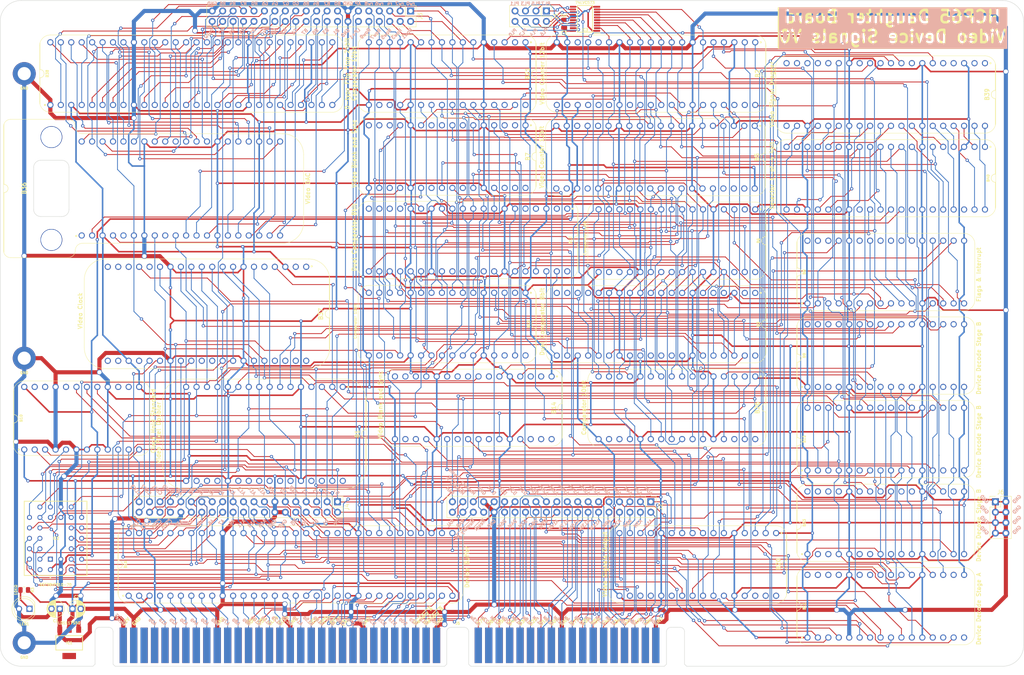
<source format=kicad_pcb>
(kicad_pcb (version 20240108) (generator "pcbnew") (generator_version "8.0")
  (title_block (title "HCP65 Video Board") (date "2024-08-26") (rev "V0"))
  (layers (0 "F.Cu" signal) (31 "B.Cu" signal) (36 "B.SilkS" user "B.Silkscreen") (37 "F.SilkS" user "F.Silkscreen") (38 "B.Mask" user) (39 "F.Mask" user) (44 "Edge.Cuts" user))
  (net 0 "")
  (net 1 "/Read Horizontal High")
  (net 2 "/Read Horizontal Low")
  (net 3 "/5V")
  (net 5 "/GND")
  (net 6 "/D7")
  (net 7 "/D6")
  (net 8 "/Memory Frame")
  (net 10 "/D5")
  (net 11 "/D4")
  (net 12 "/D3")
  (net 13 "/D2")
  (net 14 "/D1")
  (net 15 "/D0")
  (net 16 "/3.3V")
  (net 17 "/H10")
  (net 18 "/H9")
  (net 29 "/H8")
  (net 30 "/H7")
  (net 31 "/Write Horizontal Shift Pattern Low")
  (net 32 "/Last Pixel+1")
  (net 33 "/A11")
  (net 34 "/A10")
  (net 35 "/A9")
  (net 36 "/A8")
  (net 37 "/A7")
  (net 38 "/A6")
  (net 39 "/A5")
  (net 40 "/A4")
  (net 41 "/A3")
  (net 42 "/A2")
  (net 43 "/A1")
  (net 44 "/A0")
  (net 49 "/~{Reset}")
  (net 50 "/~{Horizontal Blank}")
  (net 51 "/H6")
  (net 52 "/H5")
  (net 58 "/H4")
  (net 62 "/~{WD}")
  (net 65 "/Write Horizontal Shift Pattern High")
  (net 66 "/~{Horizontal Front Porch Start} _{CMP}")
  (net 67 "/~{Horizontal Sync Start} _{CMP}")
  (net 68 "/~{Horizontal Back Porch Start} _{CMP}")
  (net 69 "/~{Horizontal Back Porch End} _{CMP}")
  (net 71 "/~{Horizontal Sync}")
  (net 72 "/Horizontal Sync")
  (net 73 "/A14")
  (net 74 "/A13")
  (net 75 "/A12")
  (net 76 "/Row0")
  (net 77 "/First Pixel")
  (net 78 "/Horizontal Blank")
  (net 81 "/H3")
  (net 83 "/Write Clear Interrupt")
  (net 84 "/Read Flags")
  (net 85 "/Write Flags")
  (net 86 "/~{Enable}_{D}")
  (net 87 "/~{Interrupt}_{D}")
  (net 88 "/A16")
  (net 89 "/~{RD}")
  (net 90 "/A15")
  (net 91 "/~{Device RAM}")
  (net 92 "/~{Device Select}")
  (net 93 "/H0_{D}")
  (net 94 "/H1_{D}")
  (net 95 "/H2_{D}")
  (net 96 "/~{Reset}_{D}")
  (net 97 "/A0_{D}")
  (net 98 "/A1_{D}")
  (net 99 "/A2_{D}")
  (net 100 "/A3_{D}")
  (net 101 "/A4_{D}")
  (net 102 "/A5_{D}")
  (net 106 "/Write Clock Select")
  (net 109 "/A6_{D}")
  (net 112 "/~{Device ROM}")
  (net 113 "/A7_{D}")
  (net 114 "/A8_{D}")
  (net 116 "/~{Device Registers}")
  (net 117 "/A9_{D}")
  (net 120 "/A10_{D}")
  (net 121 "/12V")
  (net 122 "/A11_{D}")
  (net 123 "/A12_{D}")
  (net 124 "/A13_{D}")
  (net 125 "/A14_{D}")
  (net 126 "/~{RD}_{D}")
  (net 127 "/~{WD}_{D}")
  (net 128 "/CLK_{D}")
  (net 129 "/D7_{D}")
  (net 130 "/D6_{D}")
  (net 131 "/D5_{D}")
  (net 132 "/D4_{D}")
  (net 133 "/D3_{D}")
  (net 134 "/D2_{D}")
  (net 135 "/D1_{D}")
  (net 136 "/D0_{D}")
  (net 137 "/~{Select}_{D}")
  (net 142 "/~{A4}")
  (net 152 "/~{Reset}_{System}")
  (net 159 "/Write Horizontal Front Porch Start")
  (net 160 "/Write Horiztonal Sync Start")
  (net 166 "/Write Horizontal Back Porch Start")
  (net 167 "/Write Horizontal Back Porch End")
  (net 168 "/~{A3}")
  (net 171 "/Write Vertical Front Porch Start High")
  (net 172 "/Write Vertical Front Porch Start Low")
  (net 173 "/~{Vertical Front Porch Start} _{CMP}")
  (net 174 "/Vertical Sync Polarity")
  (net 176 "/Horizontal Sync Polarity")
  (net 177 "/Read Vertical High")
  (net 181 "/Read Vertical Low")
  (net 184 "/Write Vertical Sync Start High")
  (net 185 "/Write Vertical Sync Start Low")
  (net 186 "/Write Vertical Back Porch End High")
  (net 187 "/Write Vertical Back Porch End Low")
  (net 188 "/~{Vertical Back Porch End} _{CMP}")
  (net 189 "/Advance Pixel")
  (net 190 "/~{Vertical Sync Start} _{CMP}")
  (net 191 "/Write Vertical Back Porch Start High")
  (net 192 "/Write Vertical Back Porch Start Low")
  (net 199 "/~{Vertical Back Porch Start} _{CMP}")
  (net 200 "/Read Address Bank")
  (net 206 "/Read Address High")
  (net 212 "/Read Address Low")
  (net 217 "/First Pixel _{HALF CYCLE}")
  (net 218 "/~{Vertical Back Porch End}")
  (net 220 "/~{Vertical Sync}")
  (net 221 "/Vertical Sync")
  (net 222 "/Row1")
  (net 223 "/First Row")
  (net 224 "/~{Vertical Blank}")
  (net 225 "/Vertical Blank")
  (net 227 "/Write Video Signal Delay")
  (net 230 "/A15_{D}")
  (net 231 "/A16_{D}")
  (net 241 "/~{CLK}_{D}")
  (net 248 "/~{Memory A}")
  (net 249 "/~{Memory B}")
  (net 250 "/A20_{M}")
  (net 251 "/A19_{M}")
  (net 252 "/A18_{M}")
  (net 253 "/A17_{M}")
  (net 254 "/A16_{M}")
  (net 255 "/A15_{M}")
  (net 256 "/A14_{M}")
  (net 257 "/A13_{M}")
  (net 258 "/A12_{M}")
  (net 259 "/A11_{M}")
  (net 260 "/A10_{M}")
  (net 261 "/A9_{M}")
  (net 262 "/A8_{M}")
  (net 263 "/A7_{M}")
  (net 264 "/A6_{M}")
  (net 265 "/D7_{M}")
  (net 266 "/D6_{M}")
  (net 267 "/D5_{M}")
  (net 268 "/D4_{M}")
  (net 269 "/D3_{M}")
  (net 270 "/D2_{M}")
  (net 271 "/D1_{M}")
  (net 272 "/D0_{M}")
  (net 273 "/~{RD}_{M}")
  (net 274 "/~{WD}_{M}")
  (net 275 "/A5_{M}")
  (net 276 "/A4_{M}")
  (net 277 "/A3_{M}")
  (net 278 "/A2_{M}")
  (net 279 "/A1_{M}")
  (net 280 "/A0_{M}")
  (net 281 "Net-(LED1-K)")
  (net 294 "/Horizontal Sync _{HALF CYCLE}")
  (net 295 "/Horizontal Blank _{HALF CYCLE}")
  (net 296 "/Vertical Sync _{HALF CYCLE}")
  (net 297 "/Vertical Blank _{HALF CYCLE}")
  (net 298 "/Row2")
  (net 299 "/Row3")
  (net 302 "/Row4")
  (net 303 "/Row5")
  (net 304 "/Row6")
  (net 305 "/Row7")
  (net 306 "/Row8")
  (net 307 "/Row9")
  (net 308 "/Write Palette Byte")
  (net 311 "/Last Row+1")
  (net 315 "/Last Pixel+1 _{HALF CYCLE}")
  (net 316 "/Blue0")
  (net 317 "/Blue1")
  (net 318 "/Blue2")
  (net 319 "/Blue3")
  (net 320 "/Blue4")
  (net 321 "/Blue5")
  (net 322 "/Blue6")
  (net 323 "/Blue7")
  (net 324 "/Green0")
  (net 325 "/Green1")
  (net 326 "/Green2")
  (net 327 "/Green3")
  (net 328 "/Green4")
  (net 329 "/Green5")
  (net 330 "/Green6")
  (net 331 "/Green7")
  (net 332 "/Red0")
  (net 333 "/Red1")
  (net 334 "/Red2")
  (net 335 "/Red3")
  (net 336 "/Red4")
  (net 337 "/Red5")
  (net 338 "/Red6")
  (net 339 "/Red7")
  (net 344 "/Horizontal Blank _{FINAL}")
  (net 345 "/Horizontal Sync _{FINAL}")
  (net 346 "/Vertical Blank _{FINAL}")
  (net 347 "/Vertical Sync _{FINAL}")
  (net 360 "/Horizontal Sync _{CYCLE 4}")
  (net 361 "/Horizontal Blank _{CYCLE 4}")
  (net 362 "/Vertical Sync _{CYCLE 4}")
  (net 363 "/Vertical Blank _{CYCLE 4}")
  (net 364 "/Horizontal Sync _{CYCLE 3}")
  (net 365 "/Horizontal Blank _{CYCLE 3}")
  (net 366 "/Horizontal Sync _{CYCLE 4H}")
  (net 367 "/Horizontal Blank _{CYCLE 4H}")
  (net 368 "/Vertical Sync _{CYCLE 4H}")
  (net 369 "/Vertical Blank _{CYCLE 4H}")
  (net 370 "/Vertical Sync _{CYCLE 3}")
  (net 371 "/Vertical Blank _{CYCLE 3}")
  (net 372 "/Horizontal Sync _{CYCLE 3H}")
  (net 373 "/Horizontal Blank _{CYCLE 3H}")
  (net 374 "/Blue7 _{HALF CYCLE}")
  (net 375 "/Blue6 _{HALF CYCLE}")
  (net 376 "/Blue5 _{HALF CYCLE}")
  (net 377 "/Blue4 _{HALF CYCLE}")
  (net 378 "/Blue3 _{HALF CYCLE}")
  (net 379 "/Blue2 _{HALF CYCLE}")
  (net 380 "/Blue1 _{HALF CYCLE}")
  (net 381 "/Blue0 _{HALF CYCLE}")
  (net 382 "/Red0 _{HALF CYCLE}")
  (net 383 "/Red1 _{HALF CYCLE}")
  (net 384 "/Red2 _{HALF CYCLE}")
  (net 385 "/Red3 _{HALF CYCLE}")
  (net 386 "/Red4 _{HALF CYCLE}")
  (net 387 "/Red5 _{HALF CYCLE}")
  (net 388 "/Red6 _{HALF CYCLE}")
  (net 389 "/Red7 _{HALF CYCLE}")
  (net 390 "/Green0 _{HALF CYCLE}")
  (net 391 "/Green1 _{HALF CYCLE}")
  (net 392 "/Green2 _{HALF CYCLE}")
  (net 393 "/Green3 _{HALF CYCLE}")
  (net 394 "/Green4 _{HALF CYCLE}")
  (net 395 "/Green5 _{HALF CYCLE}")
  (net 396 "/Green6 _{HALF CYCLE}")
  (net 397 "/Green7 _{HALF CYCLE}")
  (net 398 "/Vertical Sync _{CYCLE 3H}")
  (net 399 "/Vertical Blank _{CYCLE 3H}")
  (net 419 "/~{Pixel CLK}_{3}")
  (net 420 "/Pixel CLK_{3}")
  (net 422 "/~{Pixel CLK}_{2}")
  (net 423 "/Pixel CLK_{2}")
  (net 426 "/~{Pixel CLK}_{1}")
  (net 427 "/Pixel CLK_{1}")
  (net 429 "/~{Pixel CLK}_{0}")
  (net 430 "/Pixel CLK_{0}")
  (net 483 "/Palette Write")
  (net 484 "/PL3")
  (net 485 "/PL6")
  (net 486 "/PL1")
  (net 487 "/PL2")
  (net 488 "/PL4")
  (net 489 "/PL5")
  (net 490 "/PL7")
  (net 491 "/PL0")
  (footprint "HCP65_Parts:HCP65_MountingHole_M3_" (layer "F.Cu") (at 25.4 20.32)
    (property "Reference" "H19" (hide yes))
    (property "Value" "MountingHole_Pad")
  )
  (footprint "Connector_PinHeader_2.54mm:PinHeader_2x20_P2.54mm_Vertical" (layer "F.Cu") (at 177.8 124.46 -90)
    (property "Reference" "J2")
    (property "Value" "Conn_01x40_Pin")
  )
  (footprint "SamacSys_Parts:CP_Radial_D4.0mm_P2.00mm" (layer "F.Cu") (at 37.1274 150.495)
    (property "Reference" "C2")
    (property "Value" "100μF")
  )
  (footprint "SamacSys_Parts:LED_D5.0mm" (layer "F.Cu") (at 26.675 150.495 180)
    (property "Reference" "LED1")
    (property "Value" "LED")
  )
  (footprint "HCP65_Parts:HCP65_Device_Decode_Stage_B" (layer "F.Cu") (at 215.9 96.52 90)
    (property "Reference" "B9")
    (property "Value" "Device Decode Stage B" (hide yes))
  )
  (footprint "SamacSys_Parts:SOP65P640X110-20N" (layer "F.Cu") (at 161.798 6.985 180)
    (property "Reference" "IC3")
    (property "Value" "74LVC573APW,118" (hide yes))
  )
  (footprint "HCP65_Parts:HCP65_Selector_1_of_4_4bit_with_Input" (layer "F.Cu") (at 259.08 38.134 -90)
    (property "Reference" "B40")
    (property "Value" "Selector 1-of-4 4bit with Input" (hide yes))
  )
  (footprint "HCP65_Parts:HCP65_Device_Buffer" (layer "F.Cu") (at 50.8 147.32 90)
    (property "Reference" "B16")
    (property "Value" "Device Buffer" (hide yes))
  )
  (footprint "SamacSys_Parts:98pin Edge Connector" (layer "F.Cu") (at 42.1132 164.465)
    (property "Reference" "J5")
    (property "Value" "395-098-520-350")
    (fp_line (start 0.5 -8.413) (end 0.5 -0.5) (stroke (width 0.1)) (layer "Edge.Cuts"))
    (fp_line (start 0.5 -0.5) (end 0 0) (stroke (width 0.1)) (layer "Edge.Cuts"))
    (fp_line (start 3.81 -9.479799) (end 1.577048 -9.479799) (stroke (width 0.1)) (layer "Edge.Cuts"))
    (fp_line (start 4.887048 -8.413) (end 4.887048 -0.5) (stroke (width 0.1)) (layer "Edge.Cuts"))
    (fp_line (start 4.887048 -0.5) (end 5.387048 0) (stroke (width 0.1)) (layer "Edge.Cuts"))
    (fp_line (start 85.540048 0) (end 5.387048 0) (stroke (width 0.1)) (layer "Edge.Cuts"))
    (fp_line (start 86.040048 -8.4) (end 86.040048 -0.5) (stroke (width 0.1)) (layer "Edge.Cuts"))
    (fp_line (start 86.040048 -0.5) (end 85.540048 0) (stroke (width 0.1)) (layer "Edge.Cuts"))
    (fp_line (start 87.117096 -9.466799) (end 90.297 -9.466799) (stroke (width 0.1)) (layer "Edge.Cuts"))
    (fp_line (start 91.374048 -8.4) (end 91.374048 -0.5) (stroke (width 0.1)) (layer "Edge.Cuts"))
    (fp_line (start 91.374048 -0.5) (end 91.874048 0) (stroke (width 0.1)) (layer "Edge.Cuts"))
    (fp_line (start 138.999048 0) (end 91.874048 0) (stroke (width 0.1)) (layer "Edge.Cuts"))
    (fp_line (start 139.499048 -8.4) (end 139.499048 -0.5) (stroke (width 0.1)) (layer "Edge.Cuts"))
    (fp_line (start 139.499048 -0.5) (end 138.999048 0) (stroke (width 0.1)) (layer "Edge.Cuts"))
    (fp_line (start 140.576096 -9.466799) (end 142.809048 -9.466799) (stroke (width 0.1)) (layer "Edge.Cuts"))
    (fp_line (start 143.886096 -8.4) (end 143.886096 -0.5) (stroke (width 0.1)) (layer "Edge.Cuts"))
    (fp_line (start 143.886096 -0.5) (end 144.386096 0) (stroke (width 0.1)) (layer "Edge.Cuts"))
    (fp_arc (start 0.5 -8.413) (mid 0.817585 -9.169461) (end 1.577048 -9.479799) (stroke (width 0.1)) (layer "Edge.Cuts"))
    (fp_arc (start 3.81 -9.479799) (mid 4.569467 -9.169465) (end 4.887048 -8.413) (stroke (width 0.1)) (layer "Edge.Cuts"))
    (fp_arc (start 86.040048 -8.4) (mid 86.357626 -9.156454) (end 87.117096 -9.466799) (stroke (width 0.1)) (layer "Edge.Cuts"))
    (fp_arc (start 90.297 -9.466799) (mid 91.056476 -9.156459) (end 91.374048 -8.4) (stroke (width 0.1)) (layer "Edge.Cuts"))
    (fp_arc (start 139.499048 -8.4) (mid 139.816626 -9.156454) (end 140.576096 -9.466799) (stroke (width 0.1)) (layer "Edge.Cuts"))
    (fp_arc (start 142.809048 -9.466799) (mid 143.568523 -9.156472) (end 143.886096 -8.4) (stroke (width 0.1)) (layer "Edge.Cuts"))
  )
  (footprint "HCP65_Parts:HCP65_Comparator_10bit" (layer "F.Cu") (at 203.2 93.98 -90)
    (property "Reference" "B26")
    (property "Value" "Comparator 10bit" (hide yes))
  )
  (footprint "HCP65_Parts:HCP65_Clock_Hold_Standard" (layer "F.Cu") (at 25.4 111.76 90)
    (property "Reference" "B10")
    (property "Value" "Clock Hold Standard" (hide yes))
  )
  (footprint "HCP65_Parts:HCP65_Dual_Comparator_8bit" (layer "F.Cu") (at 157.48 53.17 -90)
    (property "Reference" "B12")
    (property "Value" "Dual Comparator 8bit" (hide yes))
  )
  (footprint "Connector_PinHeader_2.54mm:PinHeader_2x20_P2.54mm_Vertical" (layer "F.Cu") (at 119.38 5.08 -90)
    (property "Reference" "J3")
    (property "Value" "Conn_01x40_Pin")
  )
  (footprint "SamacSys_Parts:R_0805" (layer "F.Cu") (at 25.4 145.923 -90)
    (property "Reference" "R3")
    (property "Value" "10KΩ")
  )
  (footprint "HCP65_Parts:HCP65_Comparator_10bit" (layer "F.Cu") (at 203.2 53.34 -90)
    (property "Reference" "B6")
    (property "Value" "Comparator 10bit" (hide yes))
  )
  (footprint "SamacSys_Parts:CP_Radial_D4.0mm_P2.00mm" (layer "F.Cu") (at 34.036 150.495 180)
    (property "Reference" "C1")
    (property "Value" "10μF")
  )
  (footprint "HCP65_Parts:HCP65_Flags_Interrupt" (layer "F.Cu") (at 215.9 76.2 90)
    (property "Reference" "B8")
    (property "Value" "Flags & Interrupt" (hide yes))
  )
  (footprint "HCP65_Parts:HCP65_Video_Blank_and_Sync" (layer "F.Cu") (at 147.32 32.884 -90)
    (property "Reference" "B7")
    (property "Value" "Video Blank and Sync" (hide yes))
  )
  (footprint "SamacSys_Parts:5408803224008" (layer "F.Cu") (at 31.75 138.43)
    (property "Reference" "IC2")
    (property "Value" "SST39VF010-70-4I-NHE" (hide yes))
  )
  (footprint "HCP65_Parts:HCP65_MountingHole_M3_" (layer "F.Cu") (at 25.4 89.535)
    (property "Reference" "H1" (hide yes))
    (property "Value" "MountingHole_Pad")
  )
  (footprint "HCP65_Parts:HCP65_Video_DAC" (layer "F.Cu") (at 39.37 59.69 90)
    (property "Reference" "B36")
    (property "Value" "Video DAC" (hide yes))
    (fp_line (start 6.35 -11.684) (end 16.547381 -11.684) (stroke (width 0.1)) (layer "Edge.Cuts"))
    (fp_line (start 18.288 -9.943381) (end 18.288 -4.826) (stroke (width 0.1)) (layer "Edge.Cuts"))
    (fp_line (start 4.609381 -9.943381) (end 4.609381 -4.826) (stroke (width 0.1)) (layer "Edge.Cuts"))
    (fp_line (start 16.547381 -3.085381) (end 6.35 -3.085381) (stroke (width 0.1)) (layer "Edge.Cuts"))
    (fp_arc (start 16.547381 -11.684) (mid 17.778178 -11.174178) (end 18.288 -9.943381) (stroke (width 0.1)) (layer "Edge.Cuts"))
    (fp_arc (start 4.609381 -9.943381) (mid 5.1192 -11.174181) (end 6.35 -11.684) (stroke (width 0.1)) (layer "Edge.Cuts"))
    (fp_arc (start 18.288 -4.826) (mid 17.77817 -3.595211) (end 16.547381 -3.085381) (stroke (width 0.1)) (layer "Edge.Cuts"))
    (fp_arc (start 6.35 -3.085381) (mid 5.119205 -3.595205) (end 4.609381 -4.826) (stroke (width 0.1)) (layer "Edge.Cuts"))
  )
  (footprint "HCP65_Parts:HCP65_Dual_Comparator_8bit" (layer "F.Cu") (at 203.2 73.66 -90)
    (property "Reference" "B3")
    (property "Value" "Dual Comparator 8bit" (hide yes))
  )
  (footprint "HCP65_Parts:HCP65_Device_Decode_Stage_B" (layer "F.Cu") (at 215.9 116.84 90)
    (property "Reference" "B15")
    (property "Value" "Device Decode Stage B" (hide yes))
  )
  (footprint "HCP65_Parts:HCP65_Video_Counter_12bit" (layer "F.Cu") (at 203.2 12.7 -90)
    (property "Reference" "B2")
    (property "Value" "Video Counter 12bit" (hide yes))
  )
  (footprint "HCP65_Parts:HCP65_Device_Decode_Stage_A" (layer "F.Cu") (at 215.9 157.48 90)
    (property "Reference" "B11")
    (property "Value" "Device Decode Stage A" (hide yes))
  )
  (footprint "Connector_PinHeader_2.54mm:PinHeader_2x04_P2.54mm_Vertical" (layer "F.Cu") (at 152.4 5.08 -90)
    (property "Reference" "J1")
    (property "Value" "Conn_01x08_Pin")
  )
  (footprint "Connector_PinHeader_2.54mm:PinHeader_2x20_P2.54mm_Vertical" (layer "F.Cu") (at 101.6 124.46 -90)
    (property "Reference" "J4")
    (property "Value" "Conn_01x40_Pin")
  )
  (footprint "HCP65_Parts:HCP65_Device_Decode_Stage_B" (layer "F.Cu") (at 215.9 137.194 90)
    (property "Reference" "B23")
    (property "Value" "Device Decode Stage B" (hide yes))
  )
  (footprint "SamacSys_Parts:LD1117S33C" (layer "F.Cu") (at 36.336 158.775 180)
    (property "Reference" "IC1")
    (property "Value" "LD1117S50C" (hide yes))
  )
  (footprint "HCP65_Parts:HCP65_Comparator_10bit" (layer "F.Cu") (at 147.32 73.626 -90)
    (property "Reference" "B13")
    (property "Value" "Comparator 10bit" (hide yes))
  )
  (footprint "HCP65_Parts:HCP65_Video_Counter_12bit" (layer "F.Cu") (at 203.073 33.02 -90)
    (property "Reference" "B5")
    (property "Value" "Video Counter 12bit" (hide yes))
  )
  (footprint "HCP65_Parts:HCP65_Video_Pixel_Doubler" (layer "F.Cu") (at 102.87 96.52 -90)
    (property "Reference" "B1")
    (property "Value" "Video Pixel Doubler" (hide yes))
  )
  (footprint "HCP65_Parts:HCP65_Video_Output_Signals" (layer "F.Cu") (at 208.28 132.08 -90)
    (property "Reference" "B20")
    (property "Value" "Video Signals Output" (hide yes))
  )
  (footprint "HCP65_Parts:HCP65_D_Flip_Flop_24bit" (layer "F.Cu") (at 31.75 27.94 90)
    (property "Reference" "B38")
    (property "Value" "D-type Flip Flop 24bit" (hide yes))
  )
  (footprint "Connector_PinHeader_2.54mm:PinHeader_2x04_P2.54mm_Vertical" (layer "F.Cu") (at 261.62 124.46)
    (property "Reference" "J6")
    (property "Value" "Conn_01x08_Pin")
  )
  (footprint "HCP65_Parts:HCP65_Comparator_10bit" (layer "F.Cu") (at 147.32 12.7 -90)
    (property "Reference" "B21")
    (property "Value" "Comparator 10bit" (hide yes))
  )
  (footprint "HCP65_Parts:HCP65_Video_Clock" (layer "F.Cu") (at 93.98 67.31 -90)
    (property "Reference" "B37")
    (property "Value" "Video Clock" (hide yes))
  )
  (footprint "HCP65_Parts:HCP65_Video_Blank_and_Sync" (layer "F.Cu") (at 153.67 93.98 -90)
    (property "Reference" "B14")
    (property "Value" "Video Blank and Sync" (hide yes))
  )
  (footprint "HCP65_Parts:HCP65_MountingHole_M3_" (layer "F.Cu") (at 25.4 158.75)
    (property "Reference" "H9" (hide yes))
    (property "Value" "MountingHole_Pad")
  )
  (footprint "SamacSys_Parts:C_0805" (layer "F.Cu") (at 156.718 8.173 180)
    (property "Reference" "C3")
    (property "Value" "?μF")
  )
  (footprint "HCP65_Parts:HCP65_Video_Signal_Dragger" (layer "F.Cu") (at 259.08 17.78 -90)
    (property "Reference" "B39")
    (property "Value" "Video Signal Dragger" (hide yes))
  )
  (gr_line (start 263.406 164.465001) (end 186.5 164.465) (stroke (width 0.1)) (layer "Edge.Cuts"))
  (gr_line (start 19.558 159.385) (end 19.55 7.62) (stroke (width 0.1)) (layer "Edge.Cuts"))
  (gr_arc (start 19.55 7.62) (mid 21.037898 4.027898) (end 24.63 2.54) (stroke (width 0.1)) (layer "Edge.Cuts"))
  (gr_arc (start 263.397999 2.54) (mid 266.990102 4.027897) (end 268.477999 7.62) (stroke (width 0.1)) (layer "Edge.Cuts"))
  (gr_arc (start 268.486 159.385001) (mid 266.998102 162.977103) (end 263.406 164.465001) (stroke (width 0.1)) (layer "Edge.Cuts"))
  (gr_line (start 268.486 159.385001) (end 268.477999 7.62) (stroke (width 0.1)) (layer "Edge.Cuts"))
  (gr_line (start 263.397999 2.54) (end 24.63 2.54) (stroke (width 0.1)) (layer "Edge.Cuts"))
  (gr_line (start 42.1132 164.465) (end 24.638 164.465) (stroke (width 0.1)) (layer "Edge.Cuts"))
  (gr_arc (start 24.638 164.465) (mid 21.045898 162.977102) (end 19.558 159.385) (stroke (width 0.1)) (layer "Edge.Cuts"))
  (gr_text "D0M" (at 149.86 128.524 45) (layer "B.SilkS") (effects (font (size 0.8 0.8) (thickness 0.2) (bold yes)) (justify left top mirror)))
  (gr_text "A8" (at 73.66 123.063 315) (layer "B.SilkS") (effects (font (size 0.8 0.8) (thickness 0.2) (bold yes)) (justify left bottom mirror)))
  (gr_text "D4" (at 99.06 128.524 45) (layer "B.SilkS") (effects (font (size 0.8 0.8) (thickness 0.2) (bold yes)) (justify left top mirror)))
  (gr_text "R7" (at 73.66 9.144 45) (layer "B.SilkS") (effects (font (size 0.8 0.8) (thickness 0.2) (bold yes)) (justify left top mirror)))
  (gr_text "GND" (at 86.36 128.524 45) (layer "B.SilkS") (effects (font (size 0.8 0.8) (thickness 0.2) (bold yes)) (justify left top mirror)))
  (gr_text "~{Reset}" (at 137.16 128.524 45) (layer "B.SilkS") (effects (font (size 0.8 0.8) (thickness 0.2) (bold yes)) (justify left top mirror)))
  (gr_text "GND" (at 260.223 127 315) (layer "B.SilkS") (effects (font (size 0.8 0.8) (thickness 0.2) (bold yes)) (justify left top mirror)))
  (gr_text "A6M" (at 170.18 123.063 315) (layer "B.SilkS") (effects (font (size 0.8 0.8) (thickness 0.2) (bold yes)) (justify left bottom mirror)))
  (gr_text "A13_{M}" (at 161.29 154.813 315) (layer "B.SilkS") (effects (font (size 0.8 0.8) (thickness 0.2) (bold yes)) (justify left bottom mirror)))
  (gr_text "H1_{D}" (at 123.19 154.813 315) (layer "B.SilkS") (effects (font (size 0.8 0.8) (thickness 0.2) (bold yes)) (justify left bottom mirror)))
  (gr_text "D7_{D}" (at 100.457 154.813 315) (layer "B.SilkS") (effects (font (size 0.8 0.8) (thickness 0.2) (bold yes)) (justify left bottom mirror)))
  (gr_text "PL6" (at 152.4 9.017 45) (layer "B.SilkS") (effects (font (size 0.8 0.8) (thickness 0.2) (bold yes)) (justify left top mirror)))
  (gr_text "D7" (at 101.6 123.063 315) (layer "B.SilkS") (effects (font (size 0.8 0.8) (thickness 0.2) (bold yes)) (justify left bottom mirror)))
  (gr_text "D5_{D}" (at 105.41 154.813 315) (layer "B.SilkS") (effects (font (size 0.8 0.8) (thickness 0.2) (bold yes)) (justify left bottom mirror)))
  (gr_text "B1" (at 101.6 9.144 45) (layer "B.SilkS") (effects (font (size 0.8 0.8) (thickness 0.2) (bold yes)) (justify left top mirror)))
  (gr_text "G4" (at 86.36 3.302 0) (layer "B.SilkS") (effects (font (size 0.8 0.8) (thickness 0.2) (bold yes)) (justify mirror)))
  (gr_text "A6" (at 71.12 123.063 315) (layer "B.SilkS") (effects (font (size 0.8 0.8) (thickness 0.2) (bold yes)) (justify left bottom mirror)))
  (gr_text "G2" (at 89.027 3.302 0) (layer "B.SilkS") (effects (font (size 0.8 0.8) (thickness 0.2) (bold yes)) (justify mirror)))
  (gr_text "12V" (at 63.5 128.524 45) (layer "B.SilkS") (effects (font (size 0.8 0.8) (thickness 0.2) (bold yes)) (justify left top mirror)))
  (gr_text "A20M" (at 152.527 123.063 315) (layer "B.SilkS") (effects (font (size 0.8 0.8) (thickness 0.2) (bold yes)) (justify left bottom mirror)))
  (gr_text "GND" (at 260.223 129.54 315) (layer "B.SilkS") (effects (font (size 0.8 0.8) (thickness 0.2) (bold yes)) (justify left top mirror)))
  (gr_text "A13" (at 81.28 128.524 45) (layer "B.SilkS") (effects (font (size 0.8 0.8) (thickness 0.2) (bold yes)) (justify left top mirror)))
  (gr_text "A21_{M}" (at 140.843 154.813 315) (layer "B.SilkS") (effects (font (size 0.8 0.8) (thickness 0.2) (bold yes)) (justify left bottom mirror)))
  (gr_text "D4M" (at 144.78 128.524 45) (layer "B.SilkS") (effects (font (size 0.8 0.8) (thickness 0.2) (bold yes)) (justify left top mirror)))
  (gr_text "A6_{D}" (at 72.39 154.813 315) (layer "B.SilkS") (effects (font (size 0.8 0.8) (thickness 0.2) (bold yes)) (justify left bottom mirror)))
  (gr_text "PL5" (at 149.86 3.302 0) (layer "B.SilkS") (effects (font (size 0.8 0.8) (thickness 0.2) (bold yes)) (justify mirror)))
  (gr_text "D5M" (at 142.367 123.063 315) (layer "B.SilkS") (effects (font (size 0.8 0.8) (thickness 0.2) (bold yes)) (justify left bottom mirror)))
  (gr_text "D1" (at 93.98 123.063 315) (layer "B.SilkS") (effects (font (size 0.8 0.8) (thickness 0.2) (bold yes)) (justify left bottom mirror)))
  (gr_text "~{RD}" (at 91.44 128.524 45) (layer "B.SilkS") (effects (font (size 0.8 0.8) (thickness 0.2) (bold yes)) (justify left top mirror)))
  (gr_text "GND" (at 86.36 123.063 315) (layer "B.SilkS") (effects (font (size 0.8 0.8) (thickness 0.2) (bold yes)) (justify left bottom mirror)))
  (gr_text "rw8" (at 109.22 3.302 0) (layer "B.SilkS") (effects (font (size 0.8 0.8) (thickness 0.2) (bold yes)) (justify mirror)))
  (gr_text "R0" (at 81.407 3.302 0) (layer "B.SilkS") (effects (font (size 0.8 0.8) (thickness 0.2) (bold yes)) (justify mirror)))
  (gr_text "~{WD}M" (at 152.4 128.524 45) (layer "B.SilkS") (effects (font (size 0.8 0.8) (thickness 0.2) (bold yes)) (justify left top mirror)))
  (gr_text "A8_{M}" (at 173.863 154.813 315) (layer "B.SilkS") (effects (font (size 0.8 0.8) (thickness 0.2) (bold yes)) (justify left bottom mirror)))
  (gr_text "G5" (at 86.36 9.144 45) (layer "B.SilkS") (effects (font (size 0.8 0.8) (thickness 0.2) (bold yes)) (justify left top mirror)))
  (gr_text "D6" (at 101.6 128.524 45) (layer "B.SilkS") (effects (font (size 0.8 0.8) (thickness 0.2) (bold yes)) (justify left top mirror)))
  (gr_text "D3M" (at 144.78 123.063 315) (layer "B.SilkS") (effects (font (size 0.8 0.8) (thickness 0.2) (bold yes)) (justify left bottom mirror)))
  (gr_text "D0_{D}" (at 118.11 154.813 315) (layer "B.SilkS") (effects (font (size 0.8 0.8) (thickness 0.2) (bold yes)) (justify left bottom mirror)))
  (gr_text "A16_{D}" (at 97.79 154.813 315) (layer "B.SilkS") (effects (font (size 0.8 0.8) (thickness 0.2) (bold yes)) (justify left bottom mirror)))
  (gr_text "D0" (at 93.98 128.524 45) (layer "B.SilkS") (effects (font (size 0.8 0.8) (thickness 0.2) (bold yes)) (justify left top mirror)))
  (gr_text "A18_{M}" (at 148.59 154.813 315) (layer "B.SilkS") (effects (font (size 0.8 0.8) (thickness 0.2) (bold yes)) (justify left bottom mirror)))
  (gr_text "~{Reset}" (at 49.53 154.813 -45) (layer "B.SilkS") (effects (font (size 0.8 0.8) (thickness 0.2) (bold yes)) (justify left bottom mirror)))
  (gr_text "~{CLK1}" (at 58.42 128.524 45) (layer "B.SilkS") (effects (font (size 0.8 0.8) (thickness 0.2) (bold yes)) (justify left top mirror)))
  (gr_text "Memory Frame" (at 134.747 123.063 315) (layer "B.SilkS") (effects (font (size 0.8 0.8) (thickness 0.2) (bold yes)) (justify left bottom mirror)))
  (gr_text "A16M" (at 157.48 123.063 315) (layer "B.SilkS") (effects (font (size 0.8 0.8) (thickness 0.2) (bold yes)) (justify left bottom mirror)))
  (gr_text "A13M" (at 162.56 128.524 45) (layer "B.SilkS") (effects (font (size 0.8 0.8) (thickness 0.2) (bold yes)) (justify left top mirror)))
  (gr_text "A1_{D}" (at 59.69 154.813 315) (layer "B.SilkS") (effects (font (size 0.8 0.8) (thickness 0.2) (bold yes)) (justify left bottom mirror)))
  (gr_text "~{CLK2}" (at 55.88 128.524 45) (layer "B.SilkS") (effects (font (size 0.8 0.8) (thickness 0.2) (bold yes)) (justify left top mirror)))
  (gr_text "A8M" (at 167.513 123.063 315) (layer "B.SilkS") (effects (font (size 0.8 0.8) (thickness 0.2) (bold yes)) (justify left bottom mirror)))
  (gr_text "GND" (at 265.557 131.953 45) (layer "B.SilkS") (effects (font (size 0.8 0.8) (thickness 0.2) (bold yes)) (justify right top mirror)))
  (gr_text "A11M" (at 165.1 128.524 45) (layer "B.SilkS") (effects (font (size 0.8 0.8) (thickness 0.2) (bold yes)) (justify left top mirror)))
  (gr_text "A14" (at 81.28 123.063 315) (layer "B.SilkS") (effects (font (size 0.8 0.8) (thickness 0.2) (bold yes)) (justify left bottom mirror)))
  (gr_text "HCP65 Daughter Board\nVideo Device Signals V0" (at 236.601 8.89 0) (layer "B.SilkS" knockout) (effects (font (size 3 3) (thickness 0.6) (bold yes)) (justify mirror)))
  (gr_text "A7_{M}" (at 176.53 154.813 315) (layer "B.SilkS") (effects (font (size 0.8 0.8) (thickness 0.2) (bold yes)) (justify left bottom mirror)))
  (gr_text "Row7" (at 111.76 9.144 45) (layer "B.SilkS") (effects (font (size 0.8 0.8) (thickness 0.2) (bold yes)) (justify left top mirror)))
  (gr_text "A14M" (at 159.893 123.063 315) (layer "B.SilkS") (effects (font (size 0.8 0.8) (thickness 0.2) (bold yes)) (justify left bottom mirror)))
  (gr_text "A9" (at 76.2 128.524 45) (layer "B.SilkS") (effects (font (size 0.8 0.8) (thickness 0.2) (bold yes)) (justify left top mirror)))
  (gr_text "GND" (at 265.557 129.54 45) (layer "B.SilkS") (effects (font (size 0.8 0.8) (thickness 0.2) (bold yes)) (justify right top mirror)))
  (gr_text "A5_{D}" (at 69.85 154.813 315) (layer "B.SilkS") (effects (font (size 0.8 0.8) (thickness 0.2) (bold yes)) (justify left bottom mirror)))
  (gr_text "D2_{D}" (at 113.03 154.813 315) (layer "B.SilkS") (effects (font (size 0.8 0.8) (thickness 0.2) (bold yes)) (justify left bottom mirror)))
  (gr_text "PL2" (at 147.32 9.144 45) (layer "B.SilkS") (effects (font (size 0.8 0.8) (thickness 0.2) (bold yes)) (justify left top mirror)))
  (gr_text "G3" (at 88.9 9.017 45) (layer "B.SilkS") (effects (font (size 0.8 0.8) (thickness 0.2) (bold yes)) (justify left top mirror)))
  (gr_text "GND" (at 71.12 3.302 0) (layer "B.SilkS") (effects (font (size 0.8 0.8) (thickness 0.2) (bold yes)) (justify mirror)))
  (gr_text "A4" (at 68.58 123.063 315) (layer "B.SilkS") (effects (font (size 0.8 0.8) (thickness 0.2) (bold yes)) (justify left bottom mirror)))
  (gr_text "A7M" (at 170.18 128.524 45) (layer "B.SilkS") (effects (font (size 0.8 0.8) (thickness 0.2) (bold yes)) (justify left top mirror)))
  (gr_text "rw6" (at 111.76 3.302 0) (layer "B.SilkS") (effects (font (size 0.8 0.8) (thickness 0.2) (bold yes)) (justify mirror)))
  (gr_text "GND" (at 265.557 127 45) (layer "B.SilkS") (effects (font (size 0.8 0.8) (thickness 0.2) (bold yes)) (justify right top mirror)))
  (gr_text "A2" (at 66.167 123.063 315) (layer "B.SilkS") (effects (font (size 0.8 0.8) (thickness 0.2) (bold yes)) (justify left bottom mirror)))
  (gr_text "CLK1" (at 58.547 123.063 315) (layer "B.SilkS") (effects (font (size 0.8 0.8) (thickness 0.2) (bold yes)) (justify left bottom mirror)))
  (gr_text "A10M" (at 164.973 123.063 315) (layer "B.SilkS") (effects (font (size 0.8 0.8) (thickness 0.2) (bold yes)) (justify left bottom mirror)))
  (gr_text "GND" (at 260.223 124.46 315) (layer "B.SilkS") (effects (font (size 0.8 0.8) (thickness 0.2) (bold yes)) (justify left top mirror)))
  (gr_text "~{WD}" (at 88.773 123.063 315) (layer "B.SilkS") (effects (font (size 0.8 0.8) (thickness 0.2) (bold yes)) (justify left bottom mirror)))
  (gr_text "A16_{M}" (at 153.67 154.813 315) (layer "B.SilkS") (effects (font (size 0.8 0.8) (thickness 0.2) (bold yes)) (justify left bottom mirror)))
  (gr_text "~{RD}M" (at 149.86 123.063 315) (layer "B.SilkS") (effects (font (size 0.8 0.8) (thickness 0.2) (bold yes)) (justify left bottom mirror)))
  (gr_text "CLK3" (at 53.34 128.397 45) (layer "B.SilkS") (effects (font (size 0.8 0.8) (thickness 0.2) (bold yes)) (justify left top mirror)))
  (gr_text "R4" (at 76.073 3.302 0) (layer "B.SilkS") (effects (font (size 0.8 0.8) (thickness 0.2) (bold yes)) (justify mirror)))
  (gr_text "A4_{D}" (at 67.31 154.813 315) (layer "B.SilkS") (effects (font (size 0.8 0.8) (thickness 0.2) (bold yes)) (justify left bottom mirror)))
  (gr_text "A2M" (at 175.26 123.063 315) (layer "B.SilkS") (effects (font (size 0.8 0.8) (thickness 0.2) (bold yes)) (justify left bottom mirror)))
  (gr_text "B5" (at 96.52 9.144 45) (layer "B.SilkS") (effects (font (size 0.8 0.8) (thickness 0.2) (bold yes)) (justify left top mirror)))
  (gr_text "G0" (at 91.44 3.302 0) (layer "B.SilkS") (effects (font (size 0.8 0.8) (thickness 0.2) (bold yes)) (justify mirror)))
  (gr_text "Row5" (at 114.3 9.144 45) (layer "B.SilkS") (effects (font (size 0.8 0.8) (thickness 0.2) (bold yes)) (justify left top mirror)))
  (gr_text "B7" (at 93.98 9.144 45) (layer "B.SilkS") (effects (font (size 0.8 0.8) (thickness 0.2) (bold yes)) (justify left top mirror)))
  (gr_text "PalW" (at 71.12 9.144 45) (layer "B.SilkS") (effects (font (size 0.8 0.8) (thickness 0.2) (bold yes)) (justify left top mirror)))
  (gr_text "D6_{D}" (at 102.87 154.813 315) (layer "B.SilkS") (effects (font (size 0.8 0.8) (thickness 0.2) (bold yes)) (justify left bottom mirror)))
  (gr_text "A12" (at 78.74 123.063 315) (layer "B.SilkS") (effects (font (size 0.8 0.8) (thickness 0.2) (bold yes)) (justify left bottom mirror)))
  (gr_text "A0M" (at 177.8 123.063 315) (layer "B.SilkS") (effects (font (size 0.8 0.8) (thickness 0.2) (bold yes)) (justify left bottom mirror)))
  (gr_text "A11_{D}" (at 85.09 154.813 315) (layer "B.SilkS") (effects (font (size 0.8 0.8) (thickness 0.2) (bold yes)) (justify left bottom mirror)))
  (gr_text "D6M" (at 142.24 128.524 45) (layer "B.SilkS") (effects (font (size 0.8 0.8) (thickness 0.2) (bold yes)) (justify left top mirror)))
  (gr_text "AP" (at 106.553 3.302 0) (layer "B.SilkS") (effects (font (size 0.8 0.8) (thickness 0.2) (bold yes)) (justify mirror)))
  (gr_text "A4M" (at 172.847 123.063 315) (layer "B.SilkS") (effects (font (size 0.8 0.8) (thickness 0.2) (bold yes)) (justify left bottom mirror)))
  (gr_text "~{Memory A}" (at 134.62 128.524 45) (layer "B.SilkS") (effects (font (size 0.8 0.8) (thickness 0.2) (bold yes)) (justify left top mirror)))
  (gr_text "r4" (at 114.3 3.302 0) (layer "B.SilkS") (effects (font (size 0.8 0.8) (thickness 0.2) (bold yes)) (justify mirror)))
  (gr_text "RAH" (at 129.54 123.063 315) (layer "B.SilkS") (effects (font (size 0.8 0.8) (thickness 0.2) (bold yes)) (justify left bottom mirror)))
  (gr_text "A3" (at 68.58 128.524 45) (layer "B.SilkS") (effects (font (size 0.8 0.8) (thickness 0.2) (bold yes)) (justify left top mirror)))
  (gr_text "D1M" (at 147.32 123.063 315) (layer "B.SilkS") (effects (font (size 0.8 0.8) (thickness 0.2) (bold yes)) (justify left bottom mirror)))
  (gr_text "R2" (at 78.74 3.302 0) (layer "B.SilkS") (effects (font (size 0.8 0.8) (thickness 0.2) (bold yes)) (justify mirror)))
  (gr_text "A9_{M}" (at 171.45 154.813 315) (layer "B.SilkS") (effects (font (size 0.8 0.8) (thickness 0.2) (bold yes)) (justify left bottom mirror)))
  (gr_text "A3M" (at 175.26 128.524 45) (layer "B.SilkS") (effects (font (size 0.8 0.8) (thickness 0.2) (bold yes)) (justify left top mirror)))
  (gr_text "GND" (at 260.223 132.08 315) (layer "B.SilkS") (effects (font (size 0.8 0.8) (thickness 0.2) (bold yes)) (justify left top mirror)))
  (gr_text "PL1" (at 144.653 3.302 0) (layer "B.SilkS") (effects (font (size 0.8 0.8) (thickness 0.2) (bold yes)) (justify mirror)))
  (gr_text "R1" (at 81.28 9.144 45) (layer "B.SilkS") (effects (font (size 0.8 0.8) (thickness 0.2) (bold yes)) (justify left top mirror)))
  (gr_text "D7M" (at 139.7 123.063 315) (layer "B.SilkS") (effects (font (size 0.8 0.8) (thickness 0.2) (bold yes)) (justify left bottom mirror)))
  (gr_text "A11" (at 78.74 128.524 45) (layer "B.SilkS") (effects (font (size 0.8 0.8) (thickness 0.2) (bold yes)) (justify left top mirror)))
  (gr_text "A12_{D}" (at 87.63 154.813 315) (layer "B.SilkS") (effects (font (size 0.8 0.8) (thickness 0.2) (bold yes)) (justify left bottom mirror)))
  (gr_text "A12M" (at 162.56 123.063 315) (layer "B.SilkS") (effects (font (size 0.8 0.8) (thickness 0.2) (bold yes)) (justify left bottom mirror)))
  (gr_text "PL3" (at 147.32 3.302 0) (layer "B.SilkS") (effects (font (size 0.8 0.8) (thickness 0.2) (bold yes)) (justify mirror)))
  (gr_text "D2" (at 96.52 128.524 45) (layer "B.SilkS") (effects (font (size 0.8 0.8) (thickness 0.2) (bold yes)) (justify left top mirror)))
  (gr_text "A14_{M}" (at 158.75 154.813 315) (layer "B.SilkS") (effects (font (size 0.8 0.8) (thickness 0.2) (bold yes)) (justify left bottom mirror)))
  (gr_text "PL0" (at 144.78 9.144 45) (layer "B.SilkS") (effects (font (size 0.8 0.8) (thickness 0.2) (bold yes)) (justify left top mirror)))
  (gr_text "D3_{D}" (at 110.49 154.813 315) (layer "B.SilkS") (effects (font (size 0.8 0.8) (thickness 0.2) (bold yes)) (justify left bottom mirror)))
  (gr_text "B4" (at 96.393 3.302 0) (layer "B.SilkS") (effects (font (size 0.8 0.8) (thickness 0.2) (bold yes)) (justify mirror)))
  (gr_text "H2_{D}" (at 120.65 154.813 315) (layer "B.SilkS") (effects (font (size 0.8 0.8) (thickness 0.2) (bold yes)) (justify left bottom mirror)))
  (gr_text "A16" (at 83.693 123.063 315) (layer "B.SilkS") (effects (font (size 0.8 0.8) (thickness 0.2) (bold yes)) (justify left bottom mirror)))
  (gr_text "B3" (at 99.06 9.017 45) (layer "B.SilkS") (effects (font (size 0.8 0.8) (thickness 0.2) (bold yes)) (justify left top mirror)))
  (gr_text "A7" (at 73.66 128.524 45) (layer "B.SilkS") (effects (font (size 0.8 0.8) (thickness 0.2) (bold yes)) (justify left top mirror)))
  (gr_text "A19_{M}" (at 146.05 154.813 315) (layer "B.SilkS") (effects (font (size 0.8 0.8) (thickness 0.2) (bold yes)) (justify left bottom mirror)))
  (gr_text "Row1" (at 119.38 9.017 45) (layer "B.SilkS") (effects (font (size 0.8 0.8) (thickness 0.2) (bold yes)) (justify left top mirror)))
  (gr_text "A20_{M}" (at 143.51 154.813 315) (layer "B.SilkS") (effects (font (size 0.8 0.8) (thickness 0.2) (bold yes)) (justify left bottom mirror)))
  (gr_text "A17M" (at 157.48 128.524 45) (layer "B.SilkS") (effects (font (size 0.8 0.8) (thickness 0.2) (bold yes)) (justify left top mirror)))
  (gr_text "A19M" (at 154.94 128.524 45) (layer "B.SilkS") (effects (font (size 0.8 0.8) (thickness 0.2) (bold yes)) (justify left top mirror)))
  (gr_text "Row3" (at 116.84 9.144 45) (layer "B.SilkS") (effects (font (size 0.8 0.8) (thickness 0.2) (bold yes)) (justify left top mirror)))
  (gr_text "R6" (at 73.66 3.302 0) (layer "B.SilkS") (effects (font (size 0.8 0.8) (thickness 0.2) (bold yes)) (justify mirror)))
  (gr_text "rw0" (at 119.38 3.302 0) (layer "B.SilkS") (effects (font (size 0.8 0.8) (thickness 0.2) (bold yes)) (justify mirror)))
  (gr_text "~{CLK0}" (at 60.96 128.524 45) (layer "B.SilkS") (effects (font (size 0.8 0.8) (thickness 0.2) (bold yes)) (justify left top mirror)))
  (gr_text "R5" (at 76.2 9.144 45) (layer "B.SilkS") (effects (font (size 0.8 0.8) (thickness 0.2) (bold yes)) (justify left top mirror)))
  (gr_text "A9M" (at 167.64 128.524 45) (layer "B.SilkS") (effects (font (size 0.8 0.8) (thickness 0.2) (bold yes)) (justify left top mirror)))
  (gr_text "B0" (at 101.6 3.302 0) (layer "B.SilkS") (effects (font (size 0.8 0.8) (thickness 0.2) (bold yes)) (justify mirror)))
  (gr_text "H0_{D}" (at 125.73 154.813 315) (layer "B.SilkS") (effects (font (size 0.8 0.8) (thickness 0.2) (bold yes)) (justify left bottom mirror)))
  (gr_text "A6_{M}" (at 179.07 154.813 315) (layer "B.SilkS") (effects (font (size 0.8 0.8) (thickness 0.2) (bold yes)) (justify left bottom mirror)))
  (gr_text "GND" (at 137.287 123.063 315) (layer "B.SilkS") (effects (font (size 0.8 0.8) (thickness 0.2) (bold yes)) (justify left bottom mirror)))
  (gr_text "B6" (at 93.98 3.302 0) (layer "B.SilkS") (effects (font (size 0.8 0.8) (thickness 0.2) (bold yes)) (justify mirror)))
  (gr_text "A11_{M}" (at 166.37 154.813 315) (layer "B.SilkS") (effects (font (size 0.8 0.8) (thickness 0.2) (bold yes)) (justify left bottom mirror)))
  (gr_text "A12_{M}" (at 163.83 154.813 315) (layer "B.SilkS") (effects (font (size 0.8 0.8) (thickness 0.2) (bold yes)) (justify left bottom mirror)))
  (gr_text "GND" (at 104.14 3.302 0) (layer "B.SilkS") (effects (font (size 0.8 0.8) (thickness 0.2) (bold yes)) (justify mirror)))
  (gr_text "A5" (at 71.12 128.524 45) (layer "B.SilkS") (effects (font (size 0.8 0.8) (thickness 0.2) (bold yes)) (justify left top mirror)))
  (gr_text "GND" (at 88.9 128.524 45) (layer "B.SilkS") (effects (font (size 0.8 0.8) (thickness 0.2) (bold yes)) (justify left top mirror)))
  (gr_text "A0" (at 63.5 123.063 315) (layer "B.SilkS") (effects (font (size 0.8 0.8) (thickness 0.2) (bold yes)) (justify left bottom mirror)))
  (gr_text "~{RAM}" (at 91.313 123.063 315) (layer "B.SilkS") (effects (font (size 0.8 0.8) (thickness 0.2) (bold yes)) (justify left bottom mirror)))
  (gr_text "Row9" (at 109.22 9.017 45) (layer "B.SilkS") (effects (font (size 0.8 0.8) (thickness 0.2) (bold yes)) (justify left top mirror)))
  (gr_text "A17_{M}" (at 151.13 154.813 315) (layer "B.SilkS") (effects (font (size 0.8 0.8) (thickness 0.2) (bold yes)) (justify left bottom mirror)))
  (gr_text "PL7" (at 152.273 3.302 0) (layer "B.SilkS") (effects (font (size 0.8 0.8) (thickness 0.2) (bold yes)) (justify mirror)))
  (gr_text "CLK2" (at 55.88 123.063 315) (layer "B.SilkS") (effects (font (size 0.8 0.8) (thickness 0.2) (bold yes)) (justify left bottom mirror)))
  (gr_text "D4_{D}" (at 107.95 154.813 315) (layer "B.SilkS") (effects (font (size 0.8 0.8) (thickness 0.2) (bold yes)) (justify left bottom mirror)))
  (gr_text "A13_{D}" (at 90.17 154.813 315) (layer "B.SilkS") (effects (font (size 0.8 0.8) (thickness 0.2) (bold yes)) (justify left bottom mirror)))
  (gr_text "RAB" (at 132.08 128.524 45) (layer "B.SilkS") (effects (font (size 0.8 0.8) (thickness 0.2) (bold yes)) (justify left top mirror)))
  (gr_text "~{Memory A}" (at 132.08 123.063 315) (layer "B.SilkS") (effects (font (size 0.8 0.8) (thickness 0.2) (bold yes)) (justify left bottom mirror)))
  (gr_text "A23_{M}" (at 135.89 154.813 315) (layer "B.SilkS") (effects (font (size 0.8 0.8) (thickness 0.2) (bold yes)) (justify left bottom mirror)))
  (gr_text "A9_{D}" (at 80.01 154.813 315) (layer "B.SilkS") (effects (font (size 0.8 0.8) (thickness 0.2) (bold yes)) (justify left bottom mirror)))
  (gr_text "CLK3" (at 53.34 123.063 315) (layer "B.SilkS") (effects (font (size 0.8 0.8) (thickness 0.2) (bold yes)) (justify left bottom mirror)))
  (gr_text "A10_{M}" (at 168.91 154.813 315) (layer "B.SilkS") (effects (font (size 0.8 0.8) (thickness 0.2) (bold yes)) (justify left bottom mirror)))
  (gr_text "A15M" (at 160.02 128.524 45) (layer "B.SilkS") (effects (font (size 0.8 0.8) (thickness 0.2) (bold yes)) (justify left top mirror)))
  (gr_text "A8_{D}" (at 77.47 154.813 315) (layer "B.SilkS") (effects (font (size 0.8 0.8) (thickness 0.2) (bold yes)) (justify left bottom mirror)))
  (gr_text "A3_{D}" (at 64.77 154.813 315) (layer "B.SilkS") (effects (font (size 0.8 0.8) (thickness 0.2) (bold yes)) (justify left bottom mirror)))
  (gr_text "GND" (at 104.14 9.144 45) (layer "B.SilkS") (effects (font (size 0.8 0.8) (thickness 0.2) (bold yes)) (justify left top mirror)))
  (gr_text "CLK0" (at 61.087 123.063 315) (layer "B.SilkS") (effects (font (size 0.8 0.8) (thickness 0.2) (bold yes)) (justify left bottom mirror)))
  (gr_text "A22_{M}" (at 138.43 154.813 315) (layer "B.SilkS") (effects (font (size 0.8 0.8) (thickness 0.2) (bold yes)) (justify left bottom mirror)))
  (gr_text "LP+1" (at 106.68 9.017 45) (layer "B.SilkS") (effects (font (size 0.8 0.8) (thickness 0.2) (bold yes)) (justify left top mirror)))
  (gr_text "A1" (at 66.04 128.524 45) (layer "B.SilkS") (effects (font (size 0.8 0.8) (thickness 0.2) (bold yes)) (justify left top mirror)))
  (gr_text "G6" (at 83.947 3.302 0) (layer "B.SilkS") (effects (font (size 0.8 0.8) (thickness 0.2) (bold yes)) (justify mirror)))
  (gr_text "A10_{D}" (at 82.55 154.813 315) (layer "B.SilkS") (effects (font (size 0.8 0.8) (thickness 0.2) (bold yes)) (justify left bottom mirror)))
  (gr_text "A14_{D}" (at 92.71 154.813 315) (layer "B.SilkS") (effects (font (size 0.8 0.8) (thickness 0.2) (bold yes)) (justify left bottom mirror)))
  (gr_text "A5M" (at 172.72 128.524 45) (layer "B.SilkS") (effects (font (size 0.8 0.8) (thickness 0.2) (bold yes)) (justify left top mirror)))
  (gr_text "A0_{D}" (at 57.15 154.813 315) (layer "B.SilkS") (effects (font (size 0.8 0.8) (thickness 0.2) (bold yes)) (justify left bottom mirror)))
  (gr_text "GND" (at 139.7 128.524 45) (layer "B.SilkS") (effects (font (size 0.8 0.8) (thickness 0.2) (bold yes)) (justify left top mirror)))
  (gr_text "B2" (at 99.06 3.302 0) (layer "B.SilkS") (effects (font (size 0.8 0.8) (thickness 0.2) (bold yes)) (justify mirror)))
  (gr_text "D1_{D}" (at 115.57 154.813 315) (layer "B.SilkS") (effects (font (size 0.8 0.8) (thickness 0.2) (bold yes)) (justify left bottom mirror)))
  (gr_text "A15_{D}" (at 95.25 154.813 315) (layer "B.SilkS") (effects (font (size 0.8 0.8) (thickness 0.2) (bold yes)) (justify left bottom mirror)))
  (gr_text "G1" (at 91.44 9.144 45) (layer "B.SilkS") (effects (font (size 0.8 0.8) (thickness 0.2) (bold yes)) (justify left top mirror)))
  (gr_text "GND" (at 265.557 124.46 45) (layer "B.SilkS") (effects (font (size 0.8 0.8) (thickness 0.2) (bold yes)) (justify right top mirror)))
  (gr_text "A15_{M}" (at 156.21 154.813 315) (layer "B.SilkS") (effects (font (size 0.8 0.8) (thickness 0.2) (bold yes)) (justify left bottom mirror)))
  (gr_text "D5" (at 99.06 123.063 315) (layer "B.SilkS") (effects (font (size 0.8 0.8) (thickness 0.2) (bold yes)) (justify left bottom mirror)))
  (gr_text "A15" (at 83.82 128.524 45) (layer "B.SilkS") (effects (font (size 0.8 0.8) (thickness 0.2) (bold yes)) (justify left top mirror)))
  (gr_text "A7_{D}" (at 74.93 154.813 315) (layer "B.SilkS") (effects (font (size 0.8 0.8) (thickness 0.2) (bold yes)) (justify left bottom mirror)))
  (gr_text "rw2" (at 116.713 3.302 0) (layer "B.SilkS") (effects (font (size 0.8 0.8) (thickness 0.2) (bold yes)) (justify mirror)))
  (gr_text "A1M" (at 177.8 128.524 45) (layer "B.SilkS") (effects (font (size 0.8 0.8) (thickness 0.2) (bold yes)) (justify left top mirror)))
  (gr_text "R3" (at 78.74 9.017 45) (layer "B.SilkS") (effects (font (size 0.8 0.8) (thickness 0.2) (bold yes)) (justify left top mirror)))
  (gr_text "A18M" (at 154.94 123.063 315) (layer "B.SilkS") (effects (font (size 0.8 0.8) (thickness 0.2) (bold yes)) (justify left bottom mirror)))
  (gr_text "D2M" (at 147.32 128.524 45) (layer "B.SilkS") (effects (font (size 0.8 0.8) (thickness 0.2) (bold yes)) (justify left top mirror)))
  (gr_text "PL4" (at 149.86 9.144 45) (layer "B.SilkS") (effects (font (size 0.8 0.8) (thickness 0.2) (bold yes)) (justify left top mirror)))
  (gr_text "A10" (at 76.327 123.063 315) (layer "B.SilkS") (effects (font (size 0.8 0.8) (thickness 0.2) (bold yes)) (justify left bottom mirror)))
  (gr_text "G7" (at 83.82 9.144 45) (layer "B.SilkS") (effects (font (size 0.8 0.8) (thickness 0.2) (bold yes)) (justify left top mirror)))
  (gr_text "RAL" (at 129.54 128.524 45) (layer "B.SilkS") (effects (font (size 0.8 0.8) (thickness 0.2) (bold yes)) (justify left top mirror)))
  (gr_text "A2_{D}" (at 62.23 154.813 315) (layer "B.SilkS") (effects (font (size 0.8 0.8) (thickness 0.2) (bold yes)) (justify left bottom mirror)))
  (gr_text "D3" (at 96.647 123.063 315) (layer "B.SilkS") (effects (font (size 0.8 0.8) (thickness 0.2) (bold yes)) (justify left bottom mirror)))
  (gr_text "~{EN}_{D}" (at 102.997 154.94 45) (layer "F.SilkS") (effects (font (size 0.8 0.8) (thickness 0.2) (bold yes)) (justify left bottom)))
  (gr_text "GND" (at 107.95 154.813 45) (layer "F.SilkS") (effects (font (size 0.8 0.8) (thickness 0.2) (bold yes)) (justify left bottom)))
  (gr_text "GND" (at 72.39 154.813 45) (layer "F.SilkS") (effects (font (size 0.8 0.8) (thickness 0.2) (bold yes)) (justify left bottom)))
  (gr_text "A0_{M}" (at 176.53 154.813 45) (layer "F.SilkS") (effects (font (size 0.8 0.8) (thickness 0.2) (bold yes)) (justify left bottom)))
  (gr_text "D6_{M}" (at 138.43 154.813 45) (layer "F.SilkS") (effects (font (size 0.8 0.8) (thickness 0.2) (bold yes)) (justify left bottom)))
  (gr_text "~{CLK}_{D}" (at 87.63 154.813 45) (layer "F.SilkS") (effects (font (size 0.8 0.8) (thickness 0.2) (bold yes)) (justify left bottom)))
  (gr_text "A3_{M}" (at 168.91 154.813 45) (layer "F.SilkS") (effects (font (size 0.8 0.8) (thickness 0.2) (bold yes)) (justify left bottom)))
  (gr_text "CLK_{D}" (at 85.09 154.813 45) (layer "F.SilkS") (effects (font (size 0.8 0.8) (thickness 0.2) (bold yes)) (justify left bottom)))
  (gr_text "12V" (at 49.53 154.813 45) (layer "F.SilkS") (effects (font (size 0.8 0.8) (thickness 0.2) (bold yes)) (justify left bottom)))
  (gr_text "D2_{M}" (at 148.59 154.813 45) (layer "F.SilkS") (effects (font (size 0.8 0.8) (thickness 0.2) (bold yes)) (justify left bottom)))
  (gr_text "~{RD}_{M}" (at 163.83 154.813 45) (layer "F.SilkS") (effects (font (size 0.8 0.8) (thickness 0.2) (bold yes)) (justify left bottom)))
  (gr_text "HCP65 Daughter Board\nVideo Device Signals V0" (at 236.601 8.89 0) (layer "F.SilkS" knockout) (effects (font (size 3 3) (thickness 0.6) (bold yes))))
  (gr_text "D0_{M}" (at 153.67 154.813 45) (layer "F.SilkS") (effects (font (size 0.8 0.8) (thickness 0.2) (bold yes)) (justify left bottom)))
  (gr_text "D4_{M}" (at 143.51 154.813 45) (layer "F.SilkS") (effects (font (size 0.8 0.8) (thickness 0.2) (bold yes)) (justify left bottom)))
  (gr_text "D7_{M}" (at 158.75 154.813 45) (layer "F.SilkS") (effects (font (size 0.8 0.8) (thickness 0.2) (bold yes)) (justify left bottom)))
  (gr_text "~{RES}_{D}" (at 97.79 154.813 45) (layer "F.SilkS") (effects (font (size 0.8 0.8) (thickness 0.2) (bold yes)) (justify left bottom)))
  (gr_text "GND" (at 125.73 154.813 45) (layer "F.SilkS") (effects (font (size 0.8 0.8) (thickness 0.2) (bold yes)) (justify left bottom)))
  (gr_text "D3_{M}" (at 146.05 154.813 45) (layer "F.SilkS") (effects (font (size 0.8 0.8) (thickness 0.2) (bold yes)) (justify left bottom)))
  (gr_text "~{INT}_{D}" (at 95.25 154.813 45) (layer "F.SilkS") (effects (font (size 0.8 0.8) (thickness 0.2) (bold yes)) (justify left bottom)))
  (gr_text "A4_{M}" (at 166.37 154.813 45) (layer "F.SilkS") (effects (font (size 0.8 0.8) (thickness 0.2) (bold yes)) (justify left bottom)))
  (gr_text "~{Memory B}" (at 123.19 154.813 45) (layer "F.SilkS") (effects (font (size 0.8 0.8) (thickness 0.2) (bold yes)) (justify left bottom)))
  (gr_text "GND" (at 90.17 154.813 45) (layer "F.SilkS") (effects (font (size 0.8 0.8) (thickness 0.2) (bold yes)) (justify left bottom)))
  (gr_text "D7_{M}" (at 135.89 154.813 45) (layer "F.SilkS") (effects (font (size 0.8 0.8) (thickness 0.2) (bold yes)) (justify left bottom)))
  (gr_text "~{RD}_{D}" (at 80.01 154.813 45) (layer "F.SilkS") (effects (font (size 0.8 0.8) (thickness 0.2) (bold yes)) (justify left bottom)))
  (gr_text "A1_{M}" (at 173.863 154.813 45) (layer "F.SilkS") (effects (font (size 0.8 0.8) (thickness 0.2) (bold yes)) (justify left bottom)))
  (gr_text "A2_{M}" (at 171.45 154.813 45) (layer "F.SilkS") (effects (font (size 0.8 0.8) (thickness 0.2) (bold yes)) (justify left bottom)))
  (gr_text "GND" (at 179.07 154.813 45) (layer "F.SilkS") (effects (font (size 0.8 0.8) (thickness 0.2) (bold yes)) (justify left bottom)))
  (gr_text "GND" (at 156.21 154.813 45) (layer "F.SilkS") (effects (font (size 0.8 0.8) (thickness 0.2) (bold yes)) (justify left bottom)))
  (gr_text "~{WD}_{M}" (at 161.29 154.813 45) (layer "F.SilkS") (effects (font (size 0.8 0.8) (thickness 0.2) (bold yes)) (justify left bottom)))
  (gr_text "~{SEL}_{D}" (at 100.33 154.813 45) (layer "F.SilkS") (effects (font (size 0.8 0.8) (thickness 0.2) (bold yes)) (justify left bottom)))
  (gr_text "~{WD}_{D}" (at 82.55 154.813 45) (layer "F.SilkS") (effects (font (size 0.8 0.8) (thickness 0.2) (bold yes)) (justify left bottom)))
  (gr_text "D1_{M}" (at 151.13 154.813 45) (layer "F.SilkS") (effects (font (size 0.8 0.8) (thickness 0.2) (bold yes)) (justify left bottom)))
  (gr_text "GND" (at 52.07 154.813 45) (layer "F.SilkS") (effects (font (size 0.8 0.8) (thickness 0.2) (bold yes)) (justify left bottom)))
  (gr_text "~{Memory A}" (at 120.65 154.813 45) (layer "F.SilkS") (effects (font (size 0.8 0.8) (thickness 0.2) (bold yes)) (justify left bottom)))
  (gr_text "D5_{M}" (at 140.843 154.813 45) (layer "F.SilkS") (effects (font (size 0.8 0.8) (thickness 0.2) (bold yes)) (justify left bottom)))
  (segment (start 215.092 14.73) (end 215.392 15.03) (width 0.2) (layer "F.Cu") (net 1))
  (segment (start 197.34865 14.73) (end 215.092 14.73) (width 0.2) (layer "F.Cu") (net 1))
  (segment (start 195.509481 15.03) (end 197.04865 15.03) (width 0.2) (layer "F.Cu") (net 1))
  (segment (start 197.04865 15.03) (end 197.34865 14.73) (width 0.2) (layer "F.Cu") (net 1))
  (via (at 215.392 15.03) (size 0.8) (drill 0.4) (layers "F.Cu" "B.Cu") (net 1))
  (via (at 195.509481 15.03) (size 0.8) (drill 0.4) (layers "F.Cu" "B.Cu") (net 1))
  (segment (start 217.388 17.026) (end 215.392 15.03) (width 0.2) (layer "B.Cu") (net 1))
  (segment (start 218.44 116.84) (end 218.44 111.887) (width 0.2) (layer "B.Cu") (net 1))
  (segment (start 218.44 111.887) (end 217.388 110.835) (width 0.2) (layer "B.Cu") (net 1))
  (segment (start 217.388 110.835) (end 217.388 17.026) (width 0.2) (layer "B.Cu") (net 1))
  (segment (start 195.58 12.7) (end 195.58 14.959481) (width 0.2) (layer "B.Cu") (net 1))
  (segment (start 195.58 14.959481) (end 195.509481 15.03) (width 0.2) (layer "B.Cu") (net 1))
  (segment (start 214.7328 18.9887) (end 195.9251 18.9887) (width 0.2) (layer "F.Cu") (net 2))
  (segment (start 220.0597 75.1307) (end 219.6268 74.6978) (width 0.2) (layer "F.Cu") (net 2))
  (segment (start 219.6268 74.6978) (end 216.638 74.6978) (width 0.2) (layer "F.Cu") (net 2))
  (segment (start 195.9251 18.9887) (end 193.04 16.1036) (width 0.2) (layer "F.Cu") (net 2))
  (via (at 214.7328 18.9887) (size 0.8) (drill 0.4) (layers "F.Cu" "B.Cu") (net 2))
  (via (at 216.638 74.6978) (size 0.8) (drill 0.4) (layers "F.Cu" "B.Cu") (net 2))
  (via (at 220.0597 75.1307) (size 0.8) (drill 0.4) (layers "F.Cu" "B.Cu") (net 2))
  (via (at 193.04 16.1036) (size 0.8) (drill 0.4) (layers "F.Cu" "B.Cu") (net 2))
  (segment (start 214.7328 18.9887) (end 216.9519 21.2078) (width 0.2) (layer "B.Cu") (net 2))
  (segment (start 220.0597 75.1307) (end 219.8848 75.3056) (width 0.2) (layer "B.Cu") (net 2))
  (segment (start 216.9519 21.2078) (end 216.9519 74.3839) (width 0.2) (layer "B.Cu") (net 2))
  (segment (start 216.9519 74.3839) (end 216.638 74.6978) (width 0.2) (layer "B.Cu") (net 2))
  (segment (start 219.8848 75.3056) (end 219.8848 110.7918) (width 0.2) (layer "B.Cu") (net 2))
  (segment (start 193.04 12.7) (end 193.04 16.1036) (width 0.2) (layer "B.Cu") (net 2))
  (segment (start 219.8848 110.7918) (end 220.98 111.887) (width 0.2) (layer "B.Cu") (net 2))
  (segment (start 220.98 111.887) (end 220.98 116.84) (width 0.2) (layer "B.Cu") (net 2))
  (segment (start 80.6032 30.1491) (end 52.645593 30.1491) (width 0.38) (layer "F.Cu") (net 3))
  (segment (start 198.12 12.7) (end 196.98 13.84) (width 0.38) (layer "F.Cu") (net 3))
  (segment (start 55.88 147.32) (end 54.229 148.971) (width 0.38) (layer "F.Cu") (net 3))
  (segment (start 168.91 125.603) (end 168.9099 125.6029) (width 0.38) (layer "F.Cu") (net 3))
  (segment (start 53.34 96.52) (end 54.991 98.171) (width 0.38) (layer "F.Cu") (net 3))
  (segment (start 214.7369 52.2109) (end 215.9 53.374) (width 0.38) (layer "F.Cu") (net 3))
  (segment (start 54.991 98.171) (end 65.531996 98.171) (width 0.38) (layer "F.Cu") (net 3))
  (segment (start 149.1913 71.7547) (end 162.5013 71.7547) (width 0.38) (layer "F.Cu") (net 3))
  (segment (start 44.45 59.69) (end 48.387 63.627) (width 0.38) (layer "F.Cu") (net 3))
  (segment (start 198.12 74.4855) (end 199.8345 76.2) (width 0.38) (layer "F.Cu") (net 3))
  (segment (start 109.365795 96.520001) (end 109.365796 96.52) (width 0.38) (layer "F.Cu") (net 3))
  (segment (start 197.4407 73.66) (end 196.2605 74.8402) (width 0.38) (layer "F.Cu") (net 3))
  (segment (start 158.0225 50.1305) (end 152.399995 50.1305) (width 0.38) (layer "F.Cu") (net 3))
  (segment (start 204.3291 52.2109) (end 214.7369 52.2109) (width 0.38) (layer "F.Cu") (net 3))
  (segment (start 102.87 96.52) (end 109.365794 96.52) (width 0.38) (layer "F.Cu") (net 3))
  (segment (start 199.1969 31.8161) (end 214.6961 31.8161) (width 0.38) (layer "F.Cu") (net 3))
  (segment (start 118.392 126.012) (end 115.555633 126.012) (width 0.38) (layer "F.Cu") (net 3))
  (segment (start 115.57 114.299988) (end 80.517988 114.299988) (width 0.38) (layer "F.Cu") (net 3))
  (segment (start 109.365796 96.52) (end 114.2492 96.52) (width 0.38) (layer "F.Cu") (net 3))
  (segment (start 217.5609 31.3591) (end 215.9 33.02) (width 0.38) (layer "F.Cu") (net 3))
  (segment (start 109.22 27.94) (end 106.553 27.94) (width 0.38) (layer "F.Cu") (net 3))
  (segment (start 37.845997 119.380003) (end 37.82824 119.362246) (width 0.38) (layer "F.Cu") (net 3))
  (segment (start 37.1274 152.4836) (end 37.1274 150.495) (width 1) (layer "F.Cu") (net 3))
  (segment (start 163.83 74.0714) (end 163.83 73.0834) (width 0.38) (layer "F.Cu") (net 3))
  (segment (start 194.183 148.475) (end 194.31 148.348) (width 0.38) (layer "F.Cu") (net 3))
  (segment (start 203.6007 94.3807) (end 213.7607 94.3807) (width 0.38) (layer "F.Cu") (net 3))
  (segment (start 164.5988 74.8402) (end 163.83 74.0714) (width 0.38) (layer "F.Cu") (net 3))
  (segment (start 215.9 157.48) (end 203.454004 157.48) (width 0.38) (layer "F.Cu") (net 3))
  (segment (start 171.335 148.475) (end 194.183 148.475) (width 0.38) (layer "F.Cu") (net 3))
  (segment (start 35.48057 148.84817) (end 37.1274 150.495) (width 0.38) (layer "F.Cu") (net 3))
  (segment (start 163.83 73.0834) (end 162.5013 71.7547) (width 0.38) (layer "F.Cu") (net 3))
  (segment (start 160.02 88.9) (end 158.495994 90.424006) (width 0.38) (layer "F.Cu") (net 3))
  (segment (start 125.6 130.94) (end 151 130.94) (width 0.38) (layer "F.Cu") (net 3))
  (segment (start 64.77 119.38) (end 37.846 119.38) (width 0.38) (layer "F.Cu") (net 3))
  (segment (start 196.2605 74.8402) (end 164.5988 74.8402) (width 0.38) (layer "F.Cu") (net 3))
  (segment (start 37.846 119.38) (end 37.845997 119.380003) (width 0.38) (layer "F.Cu") (net 3))
  (segment (start 198.12 73.66) (end 198.12 74.4855) (width 0.38) (layer "F.Cu") (net 3))
  (segment (start 52.521493 30.025) (end 38.915 30.025) (width 0.38) (layer "F.Cu") (net 3))
  (segment (start 198.12 73.66) (end 197.4407 73.66) (width 0.38) (layer "F.Cu") (net 3))
  (segment (start 88.9 67.31) (end 85.217 63.627) (width 0.38) (layer "F.Cu") (net 3))
  (segment (start 196.98 13.84) (end 191.646 13.84) (width 0.38) (layer "F.Cu") (net 3))
  (segment (start 79.502 113.284) (end 65.532 113.284) (width 0.38) (layer "F.Cu") (net 3))
  (segment (start 85.217 63.627) (end 81.280004 63.627) (width 0.38) (layer "F.Cu") (net 3))
  (segment (start 26.3355 145.89) (end 29.29367 148.84817) (width 0.38) (layer "F.Cu") (net 3))
  (segment (start 102.3971 32.0959) (end 93.98 32.0959) (width 0.38) (layer "F.Cu") (net 3))
  (segment (start 36.336 153.275) (end 37.1274 152.4836) (width 1) (layer "F.Cu") (net 3))
  (segment (start 199.8345 76.2) (end 215.9 76.2) (width 0.38) (layer "F.Cu") (net 3))
  (segment (start 80.517988 114.299988) (end 79.502 113.284) (width 0.38) (layer "F.Cu") (net 3))
  (segment (start 82.55 32.0959) (end 93.98 32.0959) (width 0.38) (layer "F.Cu") (net 3))
  (segment (start 168.9099 125.6029) (end 168.9099 125.349) (width 0.38) (layer "F.Cu") (net 3))
  (segment (start 167.894 130.937) (end 168.91 129.921) (width 0.38) (layer "F.Cu") (net 3))
  (segment (start 146.056823 72.362823) (end 147.32 73.626) (width 0.38) (layer "F.Cu") (net 3))
  (segment (start 213.7607 94.3807) (end 215.9 96.52) (width 0.38) (layer "F.Cu") (net 3))
  (segment (start 82.55 32.0959) (end 80.6032 30.1491) (width 0.38) (layer "F.Cu") (net 3))
  (segment (start 158.495994 90.424006) (end 153.67 90.424006) (width 0.38) (layer "F.Cu") (net 3))
  (segment (start 54.229 148.971) (end 38.6514 148.971) (width 0.38) (layer "F.Cu") (net 3))
  (segment (start 109.855 24.003) (end 109.347 24.511) (width 0.38) (layer "F.Cu") (net 3))
  (segment (start 29.29367 148.84817) (end 35.48057 148.84817) (width 0.38) (layer "F.Cu") (net 3))
  (segment (start 214.6961 31.8161) (end 215.9 33.02) (width 0.38) (layer "F.Cu") (net 3))
  (segment (start 112.987 69.723) (end 107.8172 69.723) (width 0.38) (layer "F.Cu") (net 3))
  (segment (start 191.646 13.84) (end 189.982656 15.503344) (width 0.38) (layer "F.Cu") (net 3))
  (segment (start 48.387 63.627) (end 81.280004 63.627) (width 0.38) (layer "F.Cu") (net 3))
  (segment (start 165.1 68.58) (end 165.1 69.156) (width 0.38) (layer "F.Cu") (net 3))
  (segment (start 109.365794 96.52) (end 109.365795 96.520001) (width 0.38) (layer "F.Cu") (net 3))
  (segment (start 168.91 129.921) (end 168.91 125.603) (width 0.38) (layer "F.Cu") (net 3))
  (segment (start 52.645593 30.1491) (end 52.521493 30.025) (width 0.38) (layer "F.Cu") (net 3))
  (segment (start 203.2 53.34) (end 204.3291 52.2109) (width 0.38) (layer "F.Cu") (net 3))
  (segment (start 114.3 68.41) (end 118.252823 72.362823) (width 0.38) (layer "F.Cu") (net 3))
  (segment (start 106.553 27.94) (end 102.3971 32.0959) (width 0.38) (layer "F.Cu") (net 3))
  (segment (start 124.46 132.08) (end 125.6 130.94) (width 0.38) (layer "F.Cu") (net 3))
  (segment (start 255.1053 31.3591) (end 217.5609 31.3591) (width 0.38) (layer "F.Cu") (net 3))
  (segment (start 189.982656 15.503344) (end 148.461898 15.503344) (width 0.38) (layer "F.Cu") (net 3))
  (segment (start 203.2 93.98) (end 203.6007 94.3807) (width 0.38) (layer "F.Cu") (net 3))
  (segment (start 38.915 30.025) (end 36.83 27.94) (width 0.38) (layer "F.Cu") (net 3))
  (segment (start 197.993 33.02) (end 199.1969 31.8161) (width 0.38) (layer "F.Cu") (net 3))
  (segment (start 36.336 155.575) (end 36.336 153.275) (width 1) (layer "F.Cu") (net 3))
  (segment (start 124.46 132.08) (end 118.392 126.012) (width 0.38) (layer "F.Cu") (net 3))
  (segment (start 208.28 132.08) (end 217.0911 132.08) (width 0.38) (layer "F.Cu") (net 3))
  (segment (start 118.252823 72.362823) (end 146.056823 72.362823) (width 0.38) (layer "F.Cu") (net 3))
  (segment (start 165.1 69.156) (end 162.5013 71.7547) (width 0.38) (layer "F.Cu") (net 3))
  (segment (start 151.003 130.937) (end 167.894 130.937) (width 0.38) (layer "F.Cu") (net 3))
  (segment (start 37.82824 119.362246) (end 26.306746 119.362246) (width 0.38) (layer "F.Cu") (net 3))
  (segment (start 38.6514 148.971) (end 37.1274 150.495) (width 0.38) (layer "F.Cu") (net 3))
  (segment (start 159.893 48.26) (end 158.0225 50.1305) (width 0.38) (layer "F.Cu") (net 3))
  (segment (start 148.463 24.003) (end 109.855 24.003) (width 0.38) (layer "F.Cu") (net 3))
  (segment (start 88.9 67.31) (end 91.313 69.723) (width 0.38) (layer "F.Cu") (net 3))
  (segment (start 114.3 68.41) (end 112.987 69.723) (width 0.38) (layer "F.Cu") (net 3))
  (segment (start 170.18 147.32) (end 171.335 148.475) (width 0.38) (layer "F.Cu") (net 3))
  (segment (start 147.32 73.626) (end 149.1913 71.7547) (width 0.38) (layer "F.Cu") (net 3))
  (segment (start 151 130.94) (end 151.003 130.937) (width 0.38) (layer "F.Cu") (net 3))
  (segment (start 91.313 69.723) (end 107.8172 69.723) (width 0.38) (layer "F.Cu") (net 3))
  (via (at 152.399995 50.1305) (size 0.8) (drill 0.4) (layers "F.Cu" "B.Cu") (net 3))
  (via (at 217.0911 132.08) (size 0.8) (drill 0.4) (layers "F.Cu" "B.Cu") (net 3))
  (via (at 81.280004 63.627) (size 0.8) (drill 0.4) (layers "F.Cu" "B.Cu") (net 3))
  (via (at 26.306746 119.362246) (size 0.8) (drill 0.4) (layers "F.Cu" "B.Cu") (net 3))
  (via (at 168.9099 125.349) (size 0.8) (drill 0.4) (layers "F.Cu" "B.Cu") (net 3))
  (via (at 65.532 113.284) (size 0.8) (drill 0.4) (layers "F.Cu" "B.Cu") (net 3))
  (via (at 148.461898 15.503344) (size 0.8) (drill 0.4) (layers "F.Cu" "B.Cu") (net 3))
  (via (at 255.1053 31.3591) (size 0.8) (drill 0.4) (layers "F.Cu" "B.Cu") (net 3))
  (via (at 109.347 24.511) (size 0.8) (drill 0.4) (layers "F.Cu" "B.Cu") (net 3))
  (via (at 114.2492 96.52) (size 0.8) (drill 0.4) (layers "F.Cu" "B.Cu") (net 3))
  (via (at 115.555633 126.012) (size 0.8) (drill 0.4) (layers "F.Cu" "B.Cu") (net 3))
  (via (at 37.845997 119.380003) (size 0.8) (drill 0.4) (layers "F.Cu" "B.Cu") (net 3))
  (via (at 107.8172 69.723) (size 0.8) (drill 0.4) (layers "F.Cu" "B.Cu") (net 3))
  (via (at 148.463 24.003) (size 0.8) (drill 0.4) (layers "F.Cu" "B.Cu") (net 3))
  (via (at 203.454004 157.48) (size 0.8) (drill 0.4) (layers "F.Cu" "B.Cu") (net 3))
  (via (at 153.67 90.424006) (size 0.8) (drill 0.4) (layers "F.Cu" "B.Cu") (net 3))
  (via (at 65.531996 98.171) (size 0.8) (drill 0.4) (layers "F.Cu" "B.Cu") (net 3))
  (via (at 194.31 148.348) (size 0.8) (drill 0.4) (layers "F.Cu" "B.Cu") (net 3))
  (via (at 109.365795 96.520001) (size 0.8) (drill 0.4) (layers "F.Cu" "B.Cu") (net 3))
  (via (at 82.55 32.0959) (size 0.8) (drill 0.4) (layers "F.Cu" "B.Cu") (net 3))
  (via (at 168.91 129.921) (size 0.8) (drill 0.4) (layers "F.Cu" "B.Cu") (net 3))
  (via (at 115.57 114.299988) (size 0.8) (drill 0.4) (layers "F.Cu" "B.Cu") (net 3))
  (via (at 93.98 32.0959) (size 0.8) (drill 0.4) (layers "F.Cu" "B.Cu") (net 3))
  (segment (start 160.02 29.9244) (end 158.7024 31.242) (width 0.38) (layer "B.Cu") (net 3))
  (segment (start 95.25 12.7) (end 95.25 22.606) (width 0.38) (layer "B.Cu") (net 3))
  (segment (start 148.59 70.104) (end 148.59 60.071) (width 0.38) (layer "B.Cu") (net 3))
  (segment (start 255.1941 31.4479) (end 255.1941 36.9399) (width 0.38) (layer "B.Cu") (net 3))
  (segment (start 215.773 64.6438) (end 214.7562 63.627) (width 0.38) (layer "B.Cu") (net 3))
  (segment (start 148.463 29.591) (end 147.32 30.734) (width 0.38) (layer "B.Cu") (net 3))
  (segment (start 197.993 33.02) (end 197.993 31.496) (width 0.38) (layer "B.Cu") (net 3))
  (segment (start 215.9 77.724) (end 215.9 76.2) (width 0.38) (layer "B.Cu") (net 3))
  (segment (start 215.9 33.02) (end 215.9 35.0044) (width 0.38) (layer "B.Cu") (net 3))
  (segment (start 115.555633 126.012) (end 115.555633 114.314355) (width 0.38) (layer "B.Cu") (net 3))
  (segment (start 168.9099 130.0479) (end 168.91 130.0478) (width 0.38) (layer "B.Cu") (net 3))
  (segment (start 168.9099 113.0299) (end 168.9099 125.349) (width 0.38) (layer "B.Cu") (net 3))
  (segment (start 254 81.28) (end 254 83.1861) (width 0.38) (layer "B.Cu") (net 3))
  (segment (start 194.31 148.348) (end 203.442 157.48) (width 0.38) (layer "B.Cu") (net 3))
  (segment (start 252.8581 118.491) (end 252.8581 109.0919) (width 0.38) (layer "B.Cu") (net 3))
  (segment (start 165.1 109.22) (end 160.02 104.14) (width 0.38) (layer "B.Cu") (net 3))
  (segment (start 65.532 113.284) (end 65.532 98.171004) (width 0.38) (layer "B.Cu") (net 3))
  (segment (start 168.91 130.0478) (end 168.91 129.921) (width 0.38) (layer "B.Cu") (net 3))
  (segment (start 170.18 147.32) (end 168.64 145.78) (width 0.38) (layer "B.Cu") (net 3))
  (segment (start 215.9 53.374) (end 215.9 46.2756) (width 0.38) (layer "B.Cu") (net 3))
  (segment (start 107.8172 87.4632) (end 107.8172 69.723) (width 0.38) (layer "B.Cu") (net 3))
  (segment (start 109.22 24.638) (end 109.347 24.511) (width 0.38) (layer "B.Cu") (net 3))
  (segment (start 65.532 98.171004) (end 65.531996 98.171) (width 0.38) (layer "B.Cu") (net 3))
  (segment (start 115.57 99.6188) (end 114.2492 98.298) (width 0.38) (layer "B.Cu") (net 3))
  (segment (start 252.8581 109.0919) (end 254 107.95) (width 0.38) (layer "B.Cu") (net 3))
  (segment (start 109.22 27.94) (end 109.22 24.638) (width 0.38) (layer "B.Cu") (net 3))
  (segment (start 215.9 112.141) (end 214.7581 110.9991) (width 0.38) (layer "B.Cu") (net 3))
  (segment (start 252.8094 124.5076) (end 254 123.317) (width 0.38) (layer "B.Cu") (net 3))
  (segment (start 254 60.96) (end 254 57.7021) (width 0.38) (layer "B.Cu") (net 3))
  (segment (start 93.98 27.39) (end 93.98 32.0959) (width 0.38) (layer "B.Cu") (net 3))
  (segment (start 25.4 111.76) (end 25.4 118.4555) (width 0.38) (layer "B.Cu") (net 3))
  (segment (start 147.32 12.7) (end 147.32 13.589) (width 0.38) (layer "B.Cu") (net 3))
  (segment (start 81.280004 54.228996) (end 81.280004 63.627) (width 0.38) (layer "B.Cu") (net 3))
  (segment (start 159.893 38.0259) (end 159.893 48.26) (width 0.38) (layer "B.Cu") (net 3))
  (segment (start 254 83.1861) (end 252.8581 84.328) (width 0.38) (layer "B.Cu") (net 3))
  (segment (start 255.1941 36.9399) (end 254 38.134) (width 0.38) (layer "B.Cu") (net 3))
  (segment (start 65.532 118.618) (end 65.532 113.284) (width 0.38) (layer "B.Cu") (net 3))
  (segment (start 93.6292 24.2268) (end 93.6292 27.0392) (width 0.38) (layer "B.Cu") (net 3))
  (segment (start 254 107.95) (end 254 101.6) (width 0.38) (layer "B.Cu") (net 3))
  (segment (start 215.9 157.48) (end 215.9 146.558) (width 0.38) (layer "B.Cu") (net 3))
  (segment (start 93.6292 27.0392) (end 93.98 27.39) (width 0.38) (layer "B.Cu") (net 3))
  (segment (start 53.34 92.71) (end 53.34 96.52) (width 0.38) (layer "B.Cu") (net 3))
  (segment (start 108.0781 30.988) (end 108.0781 35.0531) (width 0.38) (layer "B.Cu") (net 3))
  (segment (start 37.9927 32.0237) (end 37.9927 41.8027) (width 0.38) (layer "B.Cu") (net 3))
  (segment (start 254 60.96) (end 254 74.092) (width 0.38) (layer "B.Cu") (net 3))
  (segment (start 254 142.24) (end 254 140.2556) (width 0.38) (layer "B.Cu") (net 3))
  (segment (start 254 57.7021) (end 252.8129 56.515) (width 0.38) (layer "B.Cu") (net 3))
  (segment (start 252.8094 139.065) (end 252.8094 124.5076) (width 0.38) (layer "B.Cu") (net 3))
  (segment (start 50.8 90.17) (end 53.34 92.71) (width 0.38) (layer "B.Cu") (net 3))
  (segment (start 82.55 52.959) (end 81.280004 54.228996) (width 0.38) (layer "B.Cu") (net 3))
  (segment (start 153.67 93.98) (end 153.67 90.424006) (width 0.38) (layer "B.Cu") (net 3))
  (segment (start 108.0781 35.0531) (end 109.22 36.195) (width 0.38) (layer "B.Cu") (net 3))
  (segment (start 252.8581 75.2339) (end 252.8581 77.851) (width 0.38) (layer "B.Cu") (net 3))
  (segment (start 203.442 157.48) (end 203.454004 157.48) (width 0.38) (layer "B.Cu") (net 3))
  (segment (start 215.773 75.184) (end 215.773 64.6438) (width 0.38) (layer "B.Cu") (net 3))
  (segment (start 160.02 27.94) (end 160.02 29.9244) (width 0.38) (layer "B.Cu") (net 3))
  (segment (start 254 99.8209) (end 252.8581 98.679) (width 0.38) (layer "B.Cu") (net 3))
  (segment (start 36.83 27.942) (end 36.83 30.861) (width 0.38) (layer "B.Cu") (net 3))
  (segment (start 254 140.2556) (end 252.8094 139.065) (width 0.38) (layer "B.Cu") (net 3))
  (segment (start 215.9 116.84) (end 215.9 112.141) (width 0.38) (layer "B.Cu") (net 3))
  (segment (start 215.9 84.7079) (end 214.7581 83.566) (width 0.38) (layer "B.Cu") (net 3))
  (segment (start 215.9 98.044) (end 215.9 96.52) (width 0.38) (layer "B.Cu") (net 3))
  (segment (start 148.463 24.003) (end 148.463 29.591) (width 0.38) (layer "B.Cu") (net 3))
  (segment (start 114.2492 98.298) (end 114.2492 96.52) (width 0.38) (layer "B.Cu") (net 3))
  (segment (start 37.845997 144.780003) (end 37.845997 119.380003) (width 0.38) (layer "B.Cu") (net 3))
  (segment (start 215.9 118.6969) (end 217.0911 119.888) (width 0.38) (layer "B.Cu") (net 3))
  (segment (start 37.9927 41.8027) (end 44.45 48.26) (width 0.38) (layer "B.Cu") (net 3))
  (segment (start 37.1274 150.495) (end 37.1274 145.4986) (width 0.38) (layer "B.Cu") (net 3))
  (segment (start 254 78.9929) (end 252.8581 77.851) (width 0.38) (layer "B.Cu") (net 3))
  (segment (start 82.55 36.83) (end 82.55 52.959) (width 0.38) (layer "B.Cu") (net 3))
  (segment (start 254 119.6329) (end 252.8581 118.491) (width 0.38) (layer "B.Cu") (net 3))
  (segment (start 152.4 56.261) (end 152.4 53.17) (width 0.38) (layer "B.Cu") (net 3))
  (segment (start 147.32 32.884) (end 147.32 34.798) (width 0.38) (layer "B.Cu") (net 3))
  (segment (start 214.7581 83.566) (end 214.7581 78.8659) (width 0.38) (layer "B.Cu") (net 3))
  (segment (start 215.9 96.52) (end 215.9 84.7079) (width 0.38) (layer "B.Cu") (net 3))
  (segment (start 109.22 36.195) (end 109.22 48.124) (width 0.38) (layer "B.Cu") (net 3))
  (segment (start 147.32 30.734) (end 147.32 32.884) (width 0.38) (layer "B.Cu") (net 3))
  (segment (start 214.7405 145.3985) (end 214.7405 140.462) (width 0.38) (layer "B.Cu") (net 3))
  (segment (start 148.463 24.003) (end 148.463 15.504446) (width 0.38) (layer "B.Cu") (net 3))
  (segment (start 147.32 13.589) (end 148.461898 14.730898) (width 0.38) (layer "B.Cu") (net 3))
  (segment (start 214.7581 99.1859) (end 215.9 98.044) (width 0.38) (layer "B.Cu") (net 3))
  (segment (start 254 101.6) (end 254 99.8209) (width 0.38) (layer "B.Cu") (net 3))
  (segment (start 196.9214 30.4244) (end 196.9214 19.939) (width 0.38) (layer "B.Cu") (net 3))
  (segment (start 168.64 145.78) (end 168.64 130.191) (width 0.38) (layer "B.Cu") (net 3))
  (segment (start 64.77 119.38) (end 65.532 118.618) (width 0.38) (layer "B.Cu") (net 3))
  (segment (start 153.67 88.9) (end 153.67 90.424006) (width 0.38) (layer "B.Cu") (net 3))
  (segment (start 152.399995 39.877995) (end 152.399995 50.1305) (width 0.38) (layer "B.Cu") (net 3))
  (segment (start 148.461898 14.730898) (end 148.461898 15.503344) (width 0.38) (layer "B.Cu") (net 3))
  (segment (start 214.7094 36.195) (end 214.7094 45.085) (width 0.38) (layer "B.Cu") (net 3))
  (segment (start 147.32 73.626) (end 147.32 71.374) (width 0.38) (layer "B.Cu") (net 3))
  (segment (start 109.22 27.94) (end 109.22 29.8461) (width 0.38) (layer "B.Cu") (net 3))
  (segment (start 107.8172 50.8058) (end 107.8172 69.723) (width 0.38) (layer "B.Cu") (net 3))
  (segment (start 215.9 146.558) (end 214.7405 145.3985) (width 0.38) (layer "B.Cu") (net 3))
  (segment (start 109.22 88.866) (end 107.8172 87.4632) (width 0.38) (layer "B.Cu") (net 3))
  (segment (start 147.32 74.168) (end 148.59 75.438) (width 0.38) (layer "B.Cu") (net 3))
  (segment (start 148.59 60.071) (end 152.4 56.261) (width 0.38) (layer "B.Cu") (net 3))
  (segment (start 165.1 109.22) (end 168.9099 113.0299) (width 0.38) (layer "B.Cu") (net 3))
  (segment (start 82.55 36.83) (end 82.55 32.0959) (width 0.38) (layer "B.Cu") (net 3))
  (segment (start 152.4 50.130505) (end 152.399995 50.1305) (width 0.38) (layer "B.Cu") (net 3))
  (segment (start 109.365795 89.113393) (end 109.365795 96.520001) (width 0.38) (layer "B.Cu") (net 3))
  (segment (start 252.8581 98.679) (end 252.8581 84.328) (width 0.38) (layer "B.Cu") (net 3))
  (segment (start 215.9 137.194) (end 215.9 134.747) (width 0.38) (layer "B.Cu") (net 3))
  (segment (start 44.5107 83.8807) (end 44.5107 59.7507) (width 0.38) (layer "B.Cu") (net 3))
  (segment (start 252.8129 39.3211) (end 252.8129 56.515) (width 0.38) (layer "B.Cu") (net 3))
  (segment (start 148.463 15.504446) (end 148.461898 15.503344) (width 0.38) (layer "B.Cu") (net 3))
  (segment (start 214.7581 78.8659) (end 215.9 77.724) (width 0.38) (layer "B.Cu") (net 3))
  (segment (start 215.9 116.84) (end 215.9 118.6969) (width 0.38) (layer "B.Cu") (net 3))
  (segment (start 198.12 12.7) (end 198.12 18.7404) (width 0.38) (layer "B.Cu") (net 3))
  (segment (start 217.0911 132.08) (end 217.0911 119.888) (width 0.38) (layer "B.Cu") (net 3))
  (segment (start 148.59 83.82) (end 153.67 88.9) (width 0.38) (layer "B.Cu") (net 3))
  (segment (start 217.0911 133.5559) (end 217.0911 132.08) (width 0.38) (layer "B.Cu") (net 3))
  (segment (start 215.9 57.912) (end 215.9 53.374) (width 0.38) (layer "B.Cu") (net 3))
  (segment (start 215.9 134.747) (end 217.0911 133.5559) (width 0.38) (layer "B.Cu") (net 3))
  (segment (start 168.64 130.191) (end 168.91 129.921) (width 0.38) (layer "B.Cu") (net 3))
  (segment (start 214.7562 59.0558) (end 215.9 57.912) (width 0.38) (layer "B.Cu") (net 3))
  (segment (start 254 123.317) (end 254 121.954) (width 0.38) (layer "B.Cu") (net 3))
  (segment (start 215.9 139.3025) (end 214.7405 140.462) (width 0.38) (layer "B.Cu") (net 3))
  (segment (start 115.57 109.22) (end 115.57 114.299988) (width 0.38) (layer "B.Cu") (net 3))
  (segment (start 109.22 29.8461) (end 108.0781 30.988) (width 0.38) (layer "B.Cu") (net 3))
  (segment (start 254 17.78) (end 255.1053 18.8853) (width 0.38) (layer "B.Cu") (net 3))
  (segment (start 109.22 48.124) (end 109.22 49.403) (width 0.38) (layer "B.Cu") (net 3))
  (segment (start 109.22 49.403) (end 107.8172 50.8058) (width 0.38) (layer "B.Cu") (net 3))
  (segment (start 215.9 75.311) (end 215.773 75.184) (width 0.38) (layer "B.Cu") (net 3))
  (segment (start 115.555633 114.314355) (end 115.57 114.299988) (width 0.38) (layer "B.Cu") (net 3))
  (segment (start 214.7581 110.9991) (end 214.7581 99.1859) (width 0.38) (layer "B.Cu") (net 3))
  (segment (start 95.25 22.606) (end 93.6292 24.2268) (width 0.38) (layer "B.Cu") (net 3))
  (segment (start 147.32 71.374) (end 148.59 70.104) (width 0.38) (layer "B.Cu") (net 3))
  (segment (start 254 121.954) (end 254 119.6329) (width 0.38) (layer "B.Cu") (net 3))
  (segment (start 25.4 118.4555) (end 26.306746 119.362246) (width 0.38) (layer "B.Cu") (net 3))
  (segment (start 254 74.092) (end 252.8581 75.2339) (width 0.38) (layer "B.Cu") (net 3))
  (segment (start 255.1053 18.8853) (end 255.1053 31.3591) (width 0.38) (layer "B.Cu") (net 3))
  (segment (start 197.993 31.496) (end 196.9214 30.4244) (width 0.38) (layer "B.Cu") (net 3))
  (segment (start 152.4 53.17) (end 152.4 50.130505) (width 0.38) (layer "B.Cu") (net 3))
  (segment (start 160.02 104.14) (end 160.02 88.9) (width 0.38) (layer "B.Cu") (net 3))
  (segment (start 254 81.28) (end 254 78.9929) (width 0.38) (layer "B.Cu") (net 3))
  (segment (start 115.57 109.22) (end 115.57 99.6188) (width 0.38) (layer "B.Cu") (net 3))
  (segment (start 37.1274 145.4986) (end 37.845997 144.780003) (width 0.38) (layer "B.Cu") (net 3))
  (segment (start 158.7024 36.8353) (end 159.893 38.0259) (width 0.38) (layer "B.Cu") (net 3))
  (segment (start 50.8 90.17) (end 44.5107 83.8807) (width 0.38) (layer "B.Cu") (net 3))
  (segment (start 215.9 46.2756) (end 214.7094 45.085) (width 0.38) (layer "B.Cu") (net 3))
  (segment (start 254 38.134) (end 252.8129 39.3211) (width 0.38) (layer "B.Cu") (net 3))
  (segment (start 255.1053 31.3591) (end 255.1941 31.4479) (width 0.38) (layer "B.Cu") (net 3))
  (segment (start 148.59 75.438) (end 148.59 83.82) (width 0.38) (layer "B.Cu") (net 3))
  (segment (start 214.7562 63.627) (end 214.7562 59.0558) (width 0.38) (layer "B.Cu") (net 3))
  (segment (start 44.45 48.26) (end 44.45 59.69) (width 0.38) (layer "B.Cu") (net 3))
  (segment (start 147.32 34.798) (end 152.399995 39.877995) (width 0.38) (layer "B.Cu") (net 3))
  (segment (start 198.12 18.7404) (end 196.9214 19.939) (width 0.38) (layer "B.Cu") (net 3))
  (segment (start 215.9 76.2) (end 215.9 75.311) (width 0.38) (layer "B.Cu") (net 3))
  (segment (start 158.7024 31.242) (end 158.7024 36.8353) (width 0.38) (layer "B.Cu") (net 3))
  (segment (start 36.83 30.861) (end 37.9927 32.0237) (width 0.38) (layer "B.Cu") (net 3))
  (segment (start 215.9 35.0044) (end 214.7094 36.195) (width 0.38) (layer "B.Cu") (net 3))
  (segment (start 215.9 137.194) (end 215.9 139.3025) (width 0.38) (layer "B.Cu") (net 3))
  (segment (start 69.356666 10.16) (end 69.113319 10.403347) (width 0.38) (layer "F.Cu") (net 5))
  (segment (start 156.083 34.29) (end 154.813 33.02) (width 0.38) (layer "F.Cu") (net 5))
  (segment (start 179.017614 150.746992) (end 179.019622 150.749) (width 1) (layer "F.Cu") (net 5))
  (segment (start 61.849 80.391) (end 60.96 79.502) (width 0.38) (layer "F.Cu") (net 5))
  (segment (start 120.904 119.634) (end 120.269 120.269) (width 0.38) (layer "F.Cu") (net 5))
  (segment (start 24.135 151.643) (end 25.019 152.527) (width 1) (layer "F.Cu") (net 5))
  (segment (start 74.93 96.52) (end 74.93 98.552) (width 0.38) (layer "F.Cu") (net 5))
  (segment (start 62.1118 89.0182) (end 77.5882 89.0182) (width 0.38) (layer "F.Cu") (net 5))
  (segment (start 119.38 88.866) (end 117.741 90.505) (width 0.38) (layer "F.Cu") (net 5))
  (segment (start 115.062014 26.670014) (end 108.839014 26.670014) (width 0.38) (layer "F.Cu") (net 5))
  (segment (start 175.26 68.58) (end 174.117 67.437) (width 0.38) (layer "F.Cu") (net 5))
  (segment (start 255.016 138.684) (end 261.62 132.08) (width 0.38) (layer "F.Cu") (net 5))
  (segment (start 85.217 129.286) (end 86.36 128.143) (width 1) (layer "F.Cu") (net 5))
  (segment (start 242.282 120.396) (end 243.84 121.954) (width 0.38) (layer "F.Cu") (net 5))
  (segment (start 226.06 129.54) (end 243.6542 129.54) (width 0.38) (layer "F.Cu") (net 5))
  (segment (start 138.566 34.29) (end 153.543 34.29) (width 0.38) (layer "F.Cu") (net 5))
  (segment (start 137.16 32.884) (end 138.566 34.29) (width 0.38) (layer "F.Cu") (net 5))
  (segment (start 175.26 109.22) (end 171.704 105.664) (width 0.38) (layer "F.Cu") (net 5))
  (segment (start 173.718 95.522) (end 163.195 95.522) (width 0.38) (layer "F.Cu") (net 5))
  (segment (start 58.4708 150.6728) (end 58.547 150.749) (width 1) (layer "F.Cu") (net 5))
  (segment (start 139.7 127) (end 140.97 125.73) (width 0.38) (layer "F.Cu") (net 5))
  (segment (start 222.885 145.415) (end 226.06 142.24) (width 0.38) (layer "F.Cu") (net 5))
  (segment (start 141 119.38) (end 135.509 119.38) (width 0.38) (layer "F.Cu") (net 5))
  (segment (start 242.6814 138.3526) (end 227.2186 138.3526) (width 0.38) (layer "F.Cu") (net 5))
  (segment (start 202.435 54.48) (end 210.320466 54.48) (width 0.38) (layer "F.Cu") (net 5))
  (segment (start 72.3392 159.385) (end 72.3392 150.6728) (width 1) (layer "F.Cu") (net 5))
  (segment (start 86.3898 118.2072) (end 91.5372 118.2072) (width 0.38) (layer "F.Cu") (net 5))
  (segment (start 264.16 127) (end 264.16 124.46) (width 1) (layer "F.Cu") (net 5))
  (segment (start 106.922 118.11) (end 117.475 118.11) (width 0.38) (layer "F.Cu") (net 5))
  (segment (start 119.38 48.124) (end 118.24 46.984) (width 0.38) (layer "F.Cu") (net 5))
  (segment (start 180.1341 123.22) (end 180.2311 123.317) (width 0.38) (layer "F.Cu") (net 5))
  (segment (start 187.96 88.9) (end 186.563 90.297) (width 0.38) (layer "F.Cu") (net 5))
  (segment (start 124.46 53.17) (end 123.32 54.31) (width 0.38) (layer "F.Cu") (net 5))
  (segment (start 137.16 12.7) (end 138.61 14.15) (width 1) (layer "F.Cu") (net 5))
  (segment (start 261.62 124.46) (end 261.62 127) (width 0.38) (layer "F.Cu") (net 5))
  (segment (start 227.203 16.637) (end 226.06 17.78) (width 0.38) (layer "F.Cu") (net 5))
  (segment (start 225.933 86.614) (end 211.836 86.614) (width 0.38) (layer "F.Cu") (net 5))
  (segment (start 224.92 54.514) (end 226.06 53.374) (width 0.38) (layer "F.Cu") (net 5))
  (segment (start 101.346 77.47) (end 98.298 77.47) (width 0.38) (layer "F.Cu") (net 5))
  (segment (start 235.712 120.396) (end 242.282 120.396) (width 0.38) (layer "F.Cu") (net 5))
  (segment (start 104.918 151.273) (end 127.634992 151.273) (width 1) (layer "F.Cu") (net 5))
  (segment (start 162.560003 8.851503) (end 162.560003 5.080012) (width 0.38) (layer "F.Cu") (net 5))
  (segment (start 226.06 121.954) (end 224.57 123.444) (width 0.38) (layer "F.Cu") (net 5))
  (segment (start 58.6232 150.6728) (end 58.547 150.749) (width 1) (layer "F.Cu") (net 5))
  (segment (start 175.26 93.98) (end 173.718 95.522) (width 0.38) (layer "F.Cu") (net 5))
  (segment (start 135.636 14.224) (end 120.904 14.224) (width 0.38) (layer "F.Cu") (net 5))
  (segment (start 234.95 121.158) (end 235.712 120.396) (width 0.38) (layer "F.Cu") (net 5))
  (segment (start 127.634992 149.892804) (end 127.634992 151.273) (width 0.38) (layer "F.Cu") (net 5))
  (segment (start 243.84 17.78) (end 245.872 19.812) (width 0.38) (layer "F.Cu") (net 5))
  (segment (start 117.855992 14.224008) (end 104.14 14.224008) (width 0.38) (layer "F.Cu") (net 5))
  (segment (start 226.06 121.954) (end 227.55 123.444) (width 0.38) (layer "F.Cu") (net 5))
  (segment (start 99.997984 62.405984) (end 100.203 62.611) (width 0.38) (layer "F.Cu") (net 5))
  (segment (start 34.671 110.109) (end 36.449 110.109) (width 1) (layer "F.Cu") (net 5))
  (segment (start 125.73 109.22) (end 122.7429 106.2329) (width 0.38) (layer "F.Cu") (net 5))
  (segment (start 243.84 101.6) (end 242.7 102.74) (width 0.38) (layer "F.Cu") (net 5))
  (segment (start 60.96 67.31) (end 62.357 68.707) (width 0.38) (layer "F.Cu") (net 5))
  (segment (start 108.331 31.369) (end 105.664 34.036) (width 0.38) (layer "F.Cu") (net 5))
  (segment (start 261.62 127) (end 264.16 127) (width 0.38) (layer "F.Cu") (net 5))
  (segment (start 72.39 36.83) (end 74.821 34.399) (width 0.38) (layer "F.Cu") (net 5))
  (segment (start 33.02 92.964) (end 33.02 96.52) (width 1) (layer "F.Cu") (net 5))
  (segment (start 93.345 130.429) (end 93.472 130.429) (width 0.38) (layer "F.Cu") (net 5))
  (segment (start 79.99 91.42) (end 78.74 90.17) (width 0.38) (layer "F.Cu") (net 5))
  (segment (start 201.93 53.975) (end 202.435 54.48) (width 0.38) (layer "F.Cu") (net 5))
  (segment (start 194.31 52.07) (end 201.295 52.07) (width 0.38) (layer "F.Cu") (net 5))
  (segment (start 119.38 77.47) (end 101.346 77.47) (width 0.38) (layer "F.Cu") (net 5))
  (segment (start 233.172 19.177) (end 232.41 18.415) (width 0.38) (layer "F.Cu") (net 5))
  (segment (start 104.902 151.257) (end 104.918 151.273) (width 1) (layer "F.Cu") (net 5))
  (segment (start 143.38 52.03) (end 173.95 52.03) (width 0.38) (layer "F.Cu") (net 5))
  (segment (start 135.255 119.634) (end 124.714 119.634) (width 0.38) (layer "F.Cu") (net 5))
  (segment (start 104.394 154.051) (end 107.061 154.051) (width 1) (layer "F.Cu") (net 5))
  (segment (start 186.51 14.15) (end 187.96 12.7) (width 1) (layer "F.Cu") (net 5))
  (segment (start 166.975 123.22) (end 180.1341 123.22) (width 0.38) (layer "F.Cu") (net 5))
  (segment (start 187.96 12.7) (end 189.484 11.176) (width 0.38) (layer "F.Cu") (net 5))
  (segment (start 243.84 137.194) (end 242.6814 138.3526) (width 0.38) (layer "F.Cu") (net 5))
  (segment (start 170.18 88.9) (end 171.577 90.297) (width 0.38) (layer "F.Cu") (net 5))
  (segment (start 156.39 14.15) (end 168.73 14.15) (width 1) (layer "F.Cu") (net 5))
  (segment (start 88.772994 149.352) (end 88.773 149.352006) (width 1) (layer "F.Cu") (net 5))
  (segment (start 101.726992 14.224008) (end 97.79 18.161) (width 0.38) (layer "F.Cu") (net 5))
  (segment (start 141.1 54.31) (end 128.859 54.31) (width 0.38) (layer "F.Cu") (net 5))
  (segment (start 125.6409 69.5909) (end 136.9009 69.5909) (width 0.38) (layer "F.Cu") (net 5))
  (segment (start 143.51 109.22) (end 147.066 105.664) (width 0.38) (layer "F.Cu") (net 5))
  (segment (start 88.773 151.765) (end 94.488 151.765) (width 1) (layer "F.Cu") (net 5))
  (segment (start 124.714 128.905) (end 122.936 128.905) (width 0.38) (layer "F.Cu") (net 5))
  (segment (start 92.71 119.38) (end 93.98 118.11) (width 0.38) (layer "F.Cu") (net 5))
  (segment (start 227.711 98.171) (end 242.189 98.171) (width 0.38) (layer "F.Cu") (net 5))
  (segment (start 33.02 31.115) (end 52.07 31.115) (width 1) (layer "F.Cu") (net 5))
  (segment (start 179.4242 153.67) (end 179.0192 154.075) (width 1) (layer "F.Cu") (net 5))
  (segment (start 39.1274 147.320002) (end 33.147002 147.320002) (width 1) (layer "F.Cu") (net 5))
  (segment (start 78.5928 29.3572) (end 80.01 27.94) (width 0.38) (layer "F.Cu") (net 5))
  (segment (start 119.38 48.124) (end 120.52 46.984) (width 0.38) (layer "F.Cu") (net 5))
  (segment (start 104.14 5.08) (end 104.14 7.62) (width 1) (layer "F.Cu") (net 5))
  (segment (start 135.382 149.479) (end 139.7 149.479) (width 1) (layer "F.Cu") (net 5))
  (segment (start 231.775 16.637) (end 227.203 16.637) (width 0.38) (layer "F.Cu") (net 5))
  (segment (start 120.269 120.269) (end 119.634 120.269) (width 0.38) (layer "F.Cu") (net 5))
  (segment (start 142.24 53.17) (end 141.1 54.31) (width 0.38) (layer "F.Cu") (net 5))
  (segment (start 174.117 67.437) (end 163.195 67.437) (width 0.38) (layer "F.Cu") (net 5))
  (segment (start 139.074 50.038) (end 137.16 48.124) (width 0.38) (layer "F.Cu") (net 5))
  (segment (start 194.945 83.947) (end 197.611997 86.613997) (width 0.38) (layer "F.Cu") (net 5))
  (segment (start 38.608 153.162) (end 38.608 155.547) (width 1) (layer "F.Cu") (net 5))
  (segment (start 264.16 147.32) (end 260.731 150.749) (width 1) (layer "F.Cu") (net 5))
  (segment (start 100.203 62.611) (end 101.346 62.611) (width 0.38) (layer "F.Cu") (net 5))
  (segment (start 80.01 10.414) (end 79.756 10.16) (width 0.38) (layer "F.Cu") (net 5))
  (segment (start 136.02 46.984) (end 137.16 48.124) (width 0.38) (layer "F.Cu") (net 5))
  (segment (start 73.66 149.352) (end 73.66 147.32) (width 1) (layer "F.Cu") (net 5))
  (segment (start 92.71 96.52) (end 90.678 98.552) (width 0.38) (layer "F.Cu") (net 5))
  (segment (start 211.709 119.888) (end 211.201 119.38) (width 0.38) (layer "F.Cu") (net 5))
  (segment (start 56.007 38.227) (end 70.993 38.227) (width 0.38) (layer "F.Cu") (net 5))
  (segment (start 198.12 132.08) (end 196.9462 133.2538) (width 0.38) (layer "F.Cu") (net 5))
  (segment (start 101.352 46.984) (end 101.346 46.99) (width 0.38) (layer "F.Cu") (net 5))
  (segment (start 91.821 128.905) (end 93.345 130.429) (width 0.38) (layer "F.Cu") (net 5))
  (segment (start 120.52 54.31) (end 119.38 53.17) (width 0.38) (layer "F.Cu") (net 5))
  (segment (start 120.52 46.984) (end 136.02 46.984) (width 0.38) (layer "F.Cu") (net 5))
  (segment (start 116.107796 29.08) (end 115.57 28.542204) (width 0.38) (layer "F.Cu") (net 5))
  (segment (start 261.62 127) (end 261.62 129.539999) (width 0.38) (layer "F.Cu") (net 5))
  (segment (start 229.235 145.415) (end 226.06 142.24) (width 0.38) (layer "F.Cu") (net 5))
  (segment (start 115.57 27.178) (end 115.062014 26.670014) (width 0.38) (layer "F.Cu") (net 5))
  (segment (start 169.0288 72.5088) (end 166.2512 72.5088) (width 0.38) (layer "F.Cu") (net 5))
  (segment (start 224.57 123.444) (end 215.265 123.444) (width 0.38) (layer "F.Cu") (net 5))
  (segment (start 119.507 92.964) (end 119.507 93.047001) (width 0.38) (layer "F.Cu") (net 5))
  (segment (start 53.4872 29.3572) (end 52.07 27.94) (width 0.38) (layer "F.Cu") (net 5))
  (segment (start 170.18 73.66) (end 169.0288 72.5088) (width 0.38) (layer "F.Cu") (net 5))
  (segment (start 242.7 102.74) (end 227.2 102.74) (width 0.38) (layer "F.Cu") (net 5))
  (segment (start 181.61 153.035) (end 180.975 153.67) (width 1) (layer "F.Cu") (net 5))
  (segment (start 95.25 80.518) (end 92.709996 80.518) (width 0.38) (layer "F.Cu") (net 5))
  (segment (start 171.63 14.15) (end 186.51 14.15) (width 1) (layer "F.Cu") (net 5))
  (segment (start 141.986 107.696) (end 127.254 107.696) (width 0.38) (layer "F.Cu") (net 5))
  (segment (start 73.66 132.08) (end 76.454 129.286) (width 1) (layer "F.Cu") (net 5))
  (segment (start 72.3392 150.6728) (end 73.66 149.352) (width 1) (layer "F.Cu") (net 5))
  (segment (start 187.96 83.947) (end 194.945 83.947) (width 0.38) (layer "F.Cu") (net 5))
  (segment (start 175.26 68.58) (end 170.18 73.66) (width 0.38) (layer "F.Cu") (net 5))
  (segment (start 177.038 107.442) (end 191.262 107.442) (width 0.38) (layer "F.Cu") (net 5))
  (segment (start 60.96 118.2072) (end 73.7572 118.2072) (width 0.38) (layer "F.Cu") (net 5))
  (segment (start 125.6792 159.385) (end 125.6792 154.9908) (width 1) (layer "F.Cu") (net 5))
  (segment (start 72.3975 29.3572) (end 53.4872 29.3572) (width 0.38) (layer "F.Cu") (net 5))
  (segment (start 106.68 132.08) (end 104.39399 129.79399) (width 0.38) (layer "F.Cu") (net 5))
  (segment (start 181.61 151.511) (end 181.61 153.035) (width 1) (layer "F.Cu") (net 5))
  (segment (start 245.237 74.803) (end 246.888 74.803) (width 0.38) (layer "F.Cu") (net 5))
  (segment (start 104.14 147.32) (end 106.68 147.32) (width 0.38) (layer "F.Cu") (net 5))
  (segment (start 155.657074 7.239) (end 154.227 8.669074) (width 0.38) (layer "F.Cu") (net 5))
  (segment (start 94.488 151.765) (end 94.98 151.273) (width 1) (layer "F.Cu") (net 5))
  (segment (start 180.848 150.749) (end 181.61 151.511) (width 1) (layer "F.Cu") (net 5))
  (segment (start 242.189 98.171) (end 243.84 96.52) (width 0.38) (layer "F.Cu") (net 5))
  (segment (start 30.861 152.527) (end 32.036 151.352) (width 1) (layer "F.Cu") (net 5))
  (segment (start 36.449 110.109) (end 38.1 111.76) (width 1) (layer "F.Cu") (net 5))
  (segment (start 226.06 96.52) (end 227.711 98.171) (width 0.38) (layer "F.Cu") (net 5))
  (segment (start 94.98 151.273) (end 104.886 151.273) (width 1) (layer "F.Cu") (net 5))
  (segment (start 138.61 14.15) (end 153.49 14.15) (width 1) (layer "F.Cu") (net 5))
  (segment (start 60.96 99.441) (end 47.752 99.441) (width 0.38) (layer "F.Cu") (net 5))
  (segment (start 211.319534 54.48) (end 212.860466 54.48) (width 0.38) (layer "F.Cu") (net 5))
  (segment (start 243.84 142.24) (end 240.665 145.415) (width 0.38) (layer "F.Cu") (net 5))
  (segment (start 244.767796 121.954) (end 246.765796 123.952) (width 0.38) (layer "F.Cu") (net 5))
  (segment (start 67.426347 10.403347) (end 66.929 9.906) (width 0.38) (layer "F.Cu") (net 5))
  (segment (start 135.509 119.38) (end 135.255 119.634) (width 0.38) (layer "F.Cu") (net 5))
  (segment (start 131.064 91.1825) (end 134.8435 91.1825) (width 0.38) (layer "F.Cu") (net 5))
  (segment (start 212.860466 54.48) (end 212.894466 54.514) (width 0.38) (layer "F.Cu") (net 5))
  (segment (start 118.24 46.984) (end 101.352 46.984) (width 0.38) (layer "F.Cu") (net 5))
  (segment (start 78.74 80.518) (end 92.709996 80.518) (width 0.38) (layer "F.Cu") (net 5))
  (segment (start 245.872 19.812) (end 264.16 19.812) (width 0.38) (layer "F.Cu") (net 5))
  (segment (start 73.655998 144.272002) (end 57.15 144.272002) (width 0.38) (layer "F.Cu") (net 5))
  (segment (start 200.025 145.415) (end 222.885 145.415) (width 0.38) (layer "F.Cu") (net 5))
  (segment (start 119.253 125.222) (end 106.922 125.222) (width 0.38) (layer "F.Cu") (net 5))
  (segment (start 243.84 121.954) (end 244.767796 121.954) (width 0.38) (layer "F.Cu") (net 5))
  (segment (start 61.849 80.391) (end 60.96 81.28) (width 0.38) (layer "F.Cu") (net 5))
  (segment (start 153.49 14.15) (end 154.94 12.7) (width 1) (layer "F.Cu") (net 5))
  (segment (start 168.73 14.15) (end 170.18 12.7) (width 1) (layer "F.Cu") (net 5))
  (segment (start 210.354466 54.514) (end 211.285534 54.514) (width 0.38) (layer "F.Cu") (net 5))
  (segment (start 72.39 62.406) (end 78.534968 62.406) (width 0.38) (layer "F.Cu") (net 5))
  (segment (start 225.933 86.614) (end 243.84 86.614) (width 0.38) (layer "F.Cu") (net 5))
  (segment (start 133.588 151.273) (end 135.382 149.479) (width 1) (layer "F.Cu") (net 5))
  (segment (start 137.16 88.866) (end 139.988 91.694) (width 0.38) (layer "F.Cu") (net 5))
  (segment (start 143.51 93.98) (end 145.052 95.522) (width 0.38) (layer "F.Cu") (net 5))
  (segment (start 137.16 32.884) (end 135.881 34.163) (width 0.38) (layer "F.Cu") (net 5))
  (segment (start 193.04 109.22) (end 194.817996 107.442004) (width 0.38) (layer "F.Cu") (net 5))
  (segment (start 191.262 107.442) (end 193.04 109.22) (width 0.38) (layer "F.Cu") (net 5))
  (segment (start 131.064 146.558) (end 128.778 144.272) (width 0.38) (layer "F.Cu") (net 5))
  (segment (start 85.997 34.399) (end 86.36 34.036) (width 0.38) (layer "F.Cu") (net 5))
  (segment (start 90.1192 159.385) (end 90.1192 154.5082) (width 1) (layer "F.Cu") (net 5))
  (segment (start 39.1274 150.495) (end 39.1274 152.6426) (width 1) (layer "F.Cu") (net 5))
  (segment (start 72.3975 29.3572) (end 78.5928 29.3572) (width 0.38) (layer "F.Cu") (net 5))
  (segment (start 62.357 68.707) (end 77.343 68.707) (width 0.38) (layer "F.Cu") (net 5))
  (segment (start 261.62 129.54) (end 264.16 129.54) (width 0.38) (layer "F.Cu") (net 5))
  (segment (start 115.57 28.542204) (end 115.57 27.178) (width 0.38) (layer "F.Cu") (net 5))
  (segment (start 76.454 129.286) (end 85.217 129.286) (width 1) (layer "F.Cu") (net 5))
  (segment (start 45.212 88.265) (end 43.688 89.789) (width 1) (layer "F.Cu") (net 5))
  (segment (start 107.8992 159.385) (end 107.8992 154.8892) (width 1) (layer "F.Cu") (net 5))
  (segment (start 243.84 76.2) (end 245.237 74.803) (width 0.38) (layer "F.Cu") (net 5))
  (segment (start 261.62 129.539999) (end 261.62 132.08) (width 0.38) (layer "F.Cu") (net 5))
  (segment (start 125.73 93.98) (end 126.873 92.837) (width 0.38) (layer "F.Cu") (net 5))
  (segment (start 24.135 150.495) (end 24.135 151.643) (width 1) (layer "F.Cu") (net 5))
  (segment (start 78.613 80.391) (end 61.849 80.391) (width 0.38) (layer "F.Cu") (net 5))
  (segment (start 211.709004 107.442) (end 226.06 107.442) (width 0.38) (layer "F.Cu") (net 5))
  (segment (start 95.931 90.505) (end 95.016 91.42) (width 0.38) (layer "F.Cu") (net 5))
  (segment (start 75.184 98.552) (end 75.057 98.679) (width 0.38) (layer "F.Cu") (net 5))
  (segment (start 90.678 98.552) (end 75.184 98.552) (width 0.38) (layer "F.Cu") (net 5))
  (segment (start 247.65 76.542204) (end 248.958796 77.851) (width 0.38) (layer "F.Cu") (net 5))
  (segment (start 214.503 11.176) (end 217.678 14.351) (width 0.38) (layer "F.Cu") (net 5))
  (segment (start 232.41 18.415) (end 232.41 17.272) (width 0.38) (layer "F.Cu") (net 5))
  (segment (start 119.38 12.7) (end 117.855992 14.224008) (width 0.38) (layer "F.Cu") (net 5))
  (segment (start 261.62 132.08) (end 264.16 132.08) (width 0.38) (layer "F.Cu") (net 5))
  (segment (start 136.9009 69.5909) (end 137.414 70.104) (width 0.38) (layer "F.Cu") (net 5))
  (segment (start 246.888 74.803) (end 247.65 75.565) (width 0.38) (layer "F.Cu") (net 5))
  (segment (start 123.32 54.31) (end 120.52 54.31) (width 0.38) (layer "F.Cu") (net 5))
  (segment (start 179.019622 150.749) (end 180.848 150.749) (width 1) (layer "F.Cu") (net 5))
  (segment (start 128.247398 52.570362) (end 127.707036 52.03) (width 0.38) (layer "F.Cu") (net 5))
  (segment (start 78.534984 62.405984) (end 99.997984 62.405984) (width 0.38) (layer "F.Cu") (net 5))
  (segment (start 39.1274 152.6426) (end 38.608 153.162) (width 1) (layer "F.Cu") (net 5))
  (segment (start 91.5372 118.2072) (end 92.71 119.38) (width 0.38) (layer "F.Cu") (net 5))
  (segment (start 125.6792 154.9908) (end 126.381 154.289) (width 1) (layer "F.Cu") (net 5))
  (segment (start 31.75 29.845) (end 33.02 31.115) (width 1) (layer "F.Cu") (net 5))
  (segment (start 211.201 119.38) (end 180.2311 119.38) (width 0.38) (layer "F.Cu") (net 5))
  (segment (start 117.865 31.369) (end 108.331 31.369) (width 0.38) (layer "F.Cu") (net 5))
  (segment (start 243.84 17.78) (end 242.443 19.177) (width 0.38) (layer "F.Cu") (net 5))
  (segment (start 211.285534 54.514) (end 211.319534 54.48) (width 0.38) (layer "F.Cu") (net 5))
  (segment (start 120.659 34.163) (end 119.38 32.884) (width 0.38) (layer "F.Cu") (net 5))
  (segment (start 117.741 90.505) (end 95.931 90.505) (width 0.38) (layer "F.Cu") (net 5))
  (segment (start 197.611997 86.613997) (end 211.836003 86.613997) (width 0.38) (layer "F.Cu") (net 5))
  (segment (start 147.066 105.664) (end 163.195 105.664) (width 0.38) (layer "F.Cu") (net 5))
  (segment (start 154.227 9.816) (end 154.94 10.529) (width 0.38) (layer "F.Cu") (net 5))
  (segment (start 86.36 118.237) (end 86.3898 118.2072) (width 0.38) (layer "F.Cu") (net 5))
  (segment (start 164.732 4.064) (end 163.576015 4.064) (width 0.38) (layer "F.Cu") (net 5))
  (segment (start 78.74 67.31) (end 78.74 74.93) (width 0.38) (layer "F.Cu") (net 5))
  (segment (start 182.372 150.749) (end 198.247 150.749) (width 1) (layer "F.Cu") (net 5))
  (segment (start 173.95 52.03) (end 175.26 53.34) (width 0.38) (layer "F.Cu") (net 5))
  (segment (start 180.975 153.67) (end 179.4242 153.67) (width 1) (layer "F.Cu") (net 5))
  (segment (start 156.1592 159.385) (end 156.1592 152.0952) (width 1) (layer "F.Cu") (net 5))
  (segment (start 57.15 144.272002) (end 57.149999 144.272001) (width 0.38) (layer "F.Cu") (net 5))
  (segment (start 73.66 144.268) (end 73.664 144.272) (width 0.38) (layer "F.Cu") (net 5))
  (segment (start 49.784 150.495) (end 39.1274 150.495) (width 1) (layer "F.Cu") (net 5))
  (segment (start 154.227 8.669074) (end 154.227 9.816) (width 0.38) (layer "F.Cu") (net 5))
  (segment (start 193.04 53.34) (end 187.96 48.26) (width 0.38) (layer "F.Cu") (net 5))
  (segment (start 60.96 81.28) (end 60.96 82.677) (width 0.38) (layer "F.Cu") (net 5))
  (segment (start 73.66 144.268) (end 73.655998 144.272002) (width 0.38) (layer "F.Cu") (net 5))
  (segment (start 118.24 29.08) (end 116.107796 29.08) (width 0.38) (layer "F.Cu") (net 5))
  (segment (start 31.75 26.67) (end 25.4 20.32) (width 1) (layer "F.Cu") (net 5))
  (segment (start 129.4095 92.837) (end 131.064 91.1825) (width 0.38) (layer "F.Cu") (net 5))
  (segment (start 72.3392 150.6728) (end 58.6232 150.6728) (width 1) (layer "F.Cu") (net 5))
  (segment (start 25.4 89.535) (end 29.591 89.535) (width 1) (layer "F.Cu") (net 5))
  (segment (start 227.55 123.444) (end 234.188 123.444) (width 0.38) (layer "F.Cu") (net 5))
  (segment (start 135.881 34.163) (end 120.659 34.163) (width 0.38) (layer "F.Cu") (net 5))
  (segment (start 211.709 107.442004) (end 211.709004 107.442) (width 0.38) (layer "F.Cu") (net 5))
  (segment (start 67.437 98.679) (end 75.057 98.679) (width 0.38) (layer "F.Cu") (net 5))
  (segment (start 54.0766 150.6728) (end 58.4708 150.6728) (width 1) (layer "F.Cu") (net 5))
  (segment (start 201.295 52.07) (end 201.93 52.705) (width 0.38) (layer "F.Cu") (net 5))
  (segment (start 211.836 86.614) (end 211.836003 86.613997) (width 0.38) (layer "F.Cu") (net 5))
  (segment (start 180.2311 119.38) (end 141 119.38) (width 0.38) (layer "F.Cu") (net 5))
  (segment (start 139.7 127) (end 137.795 128.905) (width 0.38) (layer "F.Cu") (net 5))
  (segment (start 242.443 19.177) (end 233.172 19.177) (width 0.38) (layer "F.Cu") (net 5))
  (segment (start 58.367 64.717) (end 54.61 64.717) (width 1) (layer "F.Cu") (net 5))
  (segment (start 187.833 33.02) (end 186.563 34.29) (width 0.38) (layer "F.Cu") (net 5))
  (segment (start 186.563 90.297) (end 175.26 90.297) (width 0.38) (layer "F.Cu") (net 5))
  (segment (start 143.807 69.977) (end 142.24 68.41) (width 0.38) (layer "F.Cu") (net 5))
  (segment (start 178.892622 150.622) (end 179.017614 150.746992) (width 1) (layer "F.Cu") (net 5))
  (segment (start 163.195 67.437) (end 160.655 69.977) (width 0.38) (layer "F.Cu") (net 5))
  (segment (start 140.97 125.73) (end 165.735 125.73) (width 0.38) (layer "F.Cu") (net 5))
  (segment (start 119.38 27.94) (end 118.24 29.08) (width 0.38) (layer "F.Cu") (net 5))
  (segment (start 32.036 151.352) (end 32.036 150.495) (width 1) (layer "F.Cu") (net 5))
  (segment (start 189.484 11.176) (end 214.503 11.176) (width 0.38) (layer "F.Cu") (net 5))
  (segment (start 198.12 147.32) (end 200.025 145.415) (width 0.38) (layer "F.Cu") (net 5))
  (segment (start 124.59 92.84) (end 119.631 92.84) (width 0.38) (layer "F.Cu") (net 5))
  (segment (start 60.96 90.17) (end 62.1118 89.0182) (width 0.38) (layer "F.Cu") (net 5))
  (segment (start 106.922 106.2329) (end 92.71 106.2329) (width 0.38) (layer "F.Cu") (net 5))
  (segment (start 31.75 27.94) (end 31.75 26.67) (width 1) (layer "F.Cu") (net 5))
  (segment (start 119.631 92.84) (end 119.507 92.964) (width 0.38) (layer "F.Cu") (net 5))
  (segment (start 35.1289 118.2072) (end 35.07555 118.26055) (width 0.38) (layer "F.Cu") (net 5))
  (segment (start 194.817996 107.442004) (end 211.709 107.442004) (width 0.38) (layer "F.Cu") (net 5))
  (segment (start 156.1592 152.0952) (end 157.6324 150.622) (width 1) (layer "F.Cu") (net 5))
  (segment (start 128.937796 148.59) (end 130.5571 148.59) (width 0.38) (layer "F.Cu") (net 5))
  (segment (start 90.1192 154.5082) (end 88.773 153.162) (width 1) (layer "F.Cu") (net 5))
  (segment (start 227.2 102.74) (end 226.06 101.6) (width 0.38) (layer "F.Cu") (net 5))
  (segment (start 31.115 109.855) (end 23.385 109.855) (width 1) (layer "F.Cu") (net 5))
  (segment (start 217.678 14.351) (end 226.06 14.351) (width 0.38) (layer "F.Cu") (net 5))
  (segment (start 137.16 12.7) (end 135.636 14.224) (width 0.38) (layer "F.Cu") (net 5))
  (segment (start 142.24 50.038) (end 139.074 50.038) (width 0.38) (layer "F.Cu") (net 5))
  (segment (start 171.577 90.297) (end 175.26 90.297) (width 0.38) (layer "F.Cu") (net 5))
  (segment (start 200.66 129.54) (end 198.12 132.08) (width 0.38) (layer "F.Cu") (net 5))
  (segment (start 142.24 53.17) (end 143.38 52.03) (width 0.38) (layer "F.Cu") (net 5))
  (segment (start 264.16 129.54) (end 264.16 127) (width 1) (layer "F.Cu") (net 5))
  (segment (start 196.9462 133.2538) (end 181.5138 133.2538) (width 0.38) (layer "F.Cu") (net 5))
  (segment (start 175.26 109.22) (end 177.038 107.442) (width 0.38) (layer "F.Cu") (net 5))
  (segment (start 60.96 90.17) (end 59.055 88.265) (width 1) (layer "F.Cu") (net 5))
  (segment (start 193.04 53.34) (end 194.31 52.07) (width 0.38) (layer "F.Cu") (net 5))
  (segment (start 264.16 132.08) (end 264.16 129.54) (width 1) (layer "F.Cu") (net 5))
  (segment (start 211.709 129.54) (end 226.06 129.54) (width 0.38) (layer "F.Cu") (net 5))
  (segment (start 124.714 119.634) (end 120.904 119.634) (width 0.38) (layer "F.Cu") (net 5))
  (segment (start 141.0591 69.5909) (end 142.24 68.41) (width 0.38) (layer "F.Cu") (net 5))
  (segment (start 211.709 129.54) (end 200.66 129.54) (width 0.38) (layer "F.Cu") (net 5))
  (segment (start 57.149999 144.272001) (end 41.020999 144.272001) (width 0.38) (layer "F.Cu") (net 5))
  (segment (start 86.36 128.143) (end 86.36 127) (width 1) (layer "F.Cu") (net 5))
  (segment (start 166.37 125.095) (end 166.37 123.825) (width 0.38) (layer "F.Cu") (net 5))
  (segment (start 104.14 14.224008) (end 101.726992 14.224008) (width 0.38) (layer "F.Cu") (net 5))
  (segment (start 127.254 107.696) (end 125.73 109.22) (width 0.38) (layer "F.Cu") (net 5))
  (segment (start 166.37 123.825) (end 166.975 123.22) (width 0.38) (layer "F.Cu") (net 5))
  (segment (start 126.381 154.289) (end 127.634992 154.289) (width 1) (layer "F.Cu") (net 5))
  (segment (start 264.16 124.46) (end 261.62 124.46) (width 0.38) (layer "F.Cu") (net 5))
  (segment (start 45.72 111.76) (end 44.577 110.617) (width 0.38) (layer "F.Cu") (net 5))
  (segment (start 153.543 34.29) (end 154.813 33.02) (width 0.38) (layer "F.Cu") (net 5))
  (segment (start 227.2186 138.3526) (end 226.06 137.194) (width 0.38) (layer "F.Cu") (net 5))
  (segment (start 69.113319 10.403347) (end 67.426347 10.403347) (width 0.38) (layer "F.Cu") (net 5))
  (segment (start 43.688 89.789) (end 43.688 92.964) (width 1) (layer "F.Cu") (net 5))
  (segment (start 104.39399 129.79399) (end 98.806 129.79399) (width 0.38) (layer "F.Cu") (net 5))
  (segment (start 54.536 64.643) (end 54.61 64.717) (width 1) (layer "F.Cu") (net 5))
  (segment (start 134.8435 91.1825) (end 137.16 88.866) (width 0.38) (layer "F.Cu") (net 5))
  (segment (start 246.765796 123.952) (end 261.112 123.952) (width 0.38) (layer "F.Cu") (net 5))
  (segment (start 128.247398 53.698398) (end 128.247398 52.570362) (width 0.38) (layer "F.Cu") (net 5))
  (segment (start 86.36 127) (end 88.9 127) (width 1) (layer "F.Cu") (net 5))
  (segment (start 95.016 91.42) (end 79.99 91.42) (width 0.38) (layer "F.Cu") (net 5))
  (segment (start 78.534968 62.406) (end 78.534984 62.405984) (width 0.38) (layer "F.Cu") (net 5))
  (segment (start 157.6324 150.622) (end 178.892622 150.622) (width 1) (layer "F.Cu") (net 5))
  (segment (start 153.543 149.479) (end 156.1592 152.0952) (width 1) (layer "F.Cu") (net 5))
  (segment (start 45.72 97.409) (end 45.72 96.52) (width 0.38) (layer "F.Cu") (net 5))
  (segment (start 181.5138 133.2538) (end 180.34 132.08) (width 0.38) (layer "F.Cu") (net 5))
  (segment (start 128.859 54.31) (end 128.247398 53.698398) (width 0.38) (layer "F.Cu") (net 5))
  (segment (start 86.3302 118.2072) (end 86.36 118.237) (width 0.38) (layer "F.Cu") (net 5))
  (segment (start 215.265 123.444) (end 211.709 119.888) (width 0.38) (layer "F.Cu") (net 5))
  (segment (start 101.346 62.611) (end 119.38 62.611) (width 0.38) (layer "F.Cu") (net 5))
  (segment (start 128.937796 148.59) (end 127.634992 149.892804) (width 0.38) (layer "F.Cu") (net 5))
  (segment (start 170.053 33.02) (end 168.783 34.29) (width 0.38) (layer "F.Cu") (net 5))
  (segment (start 60.96 79.502) (end 60.96 72.39) (width 0.38) (layer "F.Cu") (net 5))
  (segment (start 243.84 137.194) (end 245.33 138.684) (width 0.38) (layer "F.Cu") (net 5))
  (segment (start 51.816 118.2072) (end 35.1289 118.2072) (width 0.38) (layer "F.Cu") (net 5))
  (segment (start 88.773 153.162) (end 88.773 151.765) (width 1) (layer "F.Cu") (net 5))
  (segment (start 73.66 149.352) (end 88.772994 149.352) (width 1) (layer "F.Cu") (net 5))
  (segment (start 139.988 91.694) (end 141.224 91.694) (width 0.38) (layer "F.Cu") (net 5))
  (segment (start 240.665 145.415) (end 229.235 145.415) (width 0.38) (layer "F.Cu") (net 5))
  (segment (start 157.522498 7.239) (end 156.718 7.239) (width 0.38) (layer "F.Cu") (net 5))
  (segment (start 137.9271 69.5909) (end 141.0591 69.5909) (width 0.38) (layer "F.Cu") (net 5))
  (segment (start 186.563 34.29) (end 171.323 34.29) (width 0.38) (layer "F.Cu") (net 5))
  (segment (start 25.019 152.527) (end 30.861 152.527) (width 1) (layer "F.Cu") (net 5))
  (segment (start 74.821 34.399) (end 85.997 34.399) (width 0.38) (layer "F.Cu") (net 5))
  (segment (start 137.9271 69.5909) (end 137.414 70.104) (width 0.38) (layer "F.Cu") (net 5))
  (segment (start 243.6542 129.54) (end 261.62 129.54) (width 0.38) (layer "F.Cu") (net 5))
  (segment (start 76.1028 118.2072) (end 86.3302 118.2072) (width 0.38) (layer "F.Cu") (net 5))
  (segment (start 139.7 149.479) (end 153.543 149.479) (width 1) (layer "F.Cu") (net 5))
  (segment (start 163.6185 9.91) (end 162.560003 8.851503) (width 0.38) (layer "F.Cu") (net 5))
  (segment (start 52.0192 159.385) (end 52.0192 152.7302) (width 1) (layer "F.Cu") (net 5))
  (segment (start 260.731 150.749) (end 239.648988 150.749) (width 1) (layer "F.Cu") (net 5))
  (segment (start 127.634992 151.273) (end 133.588 151.273) (width 1) (layer "F.Cu") (net 5))
  (segment (start 97.79 18.161) (end 79.756 18.161) (width 0.38) (layer "F.Cu") (net 5))
  (segment (start 125.73 93.98) (end 124.59 92.84) (width 0.38) (layer "F.Cu") (net 5))
  (segment (start 120.904 14.224) (end 119.38 12.7) (width 0.38) (layer "F.Cu") (net 5))
  (segment (start 171.323 34.29) (end 170.053 33.02) (width 0.38) (layer "F.Cu") (net 5))
  (segment (start 125.6 52.03) (end 124.46 53.17) (width 0.38) (layer "F.Cu") (net 5))
  (segment (start 60.96 99.441) (end 66.675 99.441) (width 0.38) (layer "F.Cu") (net 5))
  (segment (start 165.735 125.73) (end 166.37 125.095) (width 0.38) (layer "F.Cu") (net 5))
  (segment (start 143.51 109.22) (end 141.986 107.696) (width 0.38) (layer "F.Cu") (net 5))
  (segment (start 41.783 110.617) (end 44.577 110.617) (width 0.38) (layer "F.Cu") (net 5))
  (segment (start 47.752 99.441) (end 45.72 97.409) (width 0.38) (layer "F.Cu") (net 5))
  (segment (start 73.7572 118.2072) (end 74.93 119.38) (width 0.38) (layer "F.Cu") (net 5))
  (segment (start 247.65 75.565) (end 247.65 76.542204) (width 0.38) (layer "F.Cu") (net 5))
  (segment (start 210.320466 54.48) (end 210.354466 54.514) (width 0.38) (layer "F.Cu") (net 5))
  (segment (start 33.02 92.964) (end 43.688 92.964) (width 1) (layer "F.Cu") (net 5))
  (segment (start 86.36 34.036) (end 104.139993 34.036) (width 0.38) (layer "F.Cu") (net 5))
  (segment (start 38.1 111.76) (end 40.64 111.76) (width 0.38) (layer "F.Cu") (net 5))
  (segment (start 234.188 123.444) (end 234.95 122.682) (width 0.38) (layer "F.Cu") (net 5))
  (segment (start 66.675 99.441) (end 67.437 98.679) (width 0.38) (layer "F.Cu") (net 5))
  (segment (start 93.98 118.11) (end 106.922 118.11) (width 0.38) (layer "F.Cu") (net 5))
  (segment (start 33.02 111.76) (end 34.671 110.109) (width 1) (layer "F.Cu") (net 5))
  (segment (start 25.4 64.643) (end 54.536 64.643) (width 1) (layer "F.Cu") (net 5))
  (segment (start 170.18 12.7) (end 171.63 14.15) (width 1) (layer "F.Cu") (net 5))
  (segment (start 212.894466 54.514) (end 224.92 54.514) (width 0.38) (layer "F.Cu") (net 5))
  (segment (start 31.75 27.94) (end 31.75 29.845) (width 1) (layer "F.Cu") (net 5))
  (segment (start 41.783 110.617) (end 40.64 111.76) (width 0.38) (layer "F.Cu") (net 5))
  (segment (start 78.74 80.518) (end 78.613 80.391) (width 0.38) (layer "F.Cu") (net 5))
  (segment (start 164.736 9.91) (end 163.6185 9.91) (width 0.38) (layer "F.Cu") (net 5))
  (segment (start 248.958796 77.851) (end 264.16 77.851) (width 0.38) (layer "F.Cu") (net 5))
  (segment (start 124.46 68.41) (end 125.6409 69.5909) (width 0.38) (layer "F.Cu") (net 5))
  (segment (start 166.2512 72.5088) (end 165.1 73.66) (width 0.38) (layer "F.Cu") (net 5))
  (segment (start 79.756 10.16) (end 69.356666 10.16) (width 0.38) (layer "F.Cu") (net 5))
  (segment (start 124.3803 68.41) (end 123.0953 69.695) (width 0.38) (layer "F.Cu") (net 5))
  (segment (start 163.576015 4.064) (end 162.560003 5.080012) (width 0.38) (layer "F.Cu") (net 5))
  (segment (start 108.839014 26.670014) (end 106.298993 24.129993) (width 0.38) (layer "F.Cu") (net 5))
  (segment (start 232.41 17.272) (end 231.775 16.637) (width 0.38) (layer "F.Cu") (net 5))
  (segment (start 201.93 52.705) (end 201.93 53.975) (width 0.38) (layer "F.Cu") (net 5))
  (segment (start 131.064 146.558) (end 131.064 148.0831) (width 0.38) (layer "F.Cu") (net 5))
  (segment (start 74.93 98.552) (end 75.057 98.679) (width 0.38) (layer "F.Cu") (net 5))
  (segment (start 122.7429 106.2329) (end 106.922 106.2329) (width 0.38) (layer "F.Cu") (net 5))
  (segment (start 234.95 122.682) (end 234.95 121.158) (width 0.38) (layer "F.Cu") (net 5))
  (segment (start 59.055 88.265) (end 45.212 88.265) (width 1) (layer "F.Cu") (net 5))
  (segment (start 123.0953 69.695) (end 120.6287 69.695) (width 0.38) (layer "F.Cu") (net 5))
  (segment (start 130.5571 148.59) (end 131.064 148.0831) (width 0.38) (layer "F.Cu") (net 5))
  (segment (start 33.02 111.76) (end 31.115 109.855) (width 1) (layer "F.Cu") (net 5))
  (segment (start 126.873 92.837) (end 129.4095 92.837) (width 0.38) (layer "F.Cu") (net 5))
  (segment (start 145.052 95.522) (end 163.195 95.522) (width 0.38) (layer "F.Cu") (net 5))
  (segment (start 171.704 105.664) (end 163.195 105.664) (width 0.38) (layer "F.Cu") (net 5))
  (segment (start 181.61 151.511) (end 182.372 150.749) (width 1) (layer "F.Cu") (net 5))
  (segment (start 245.33 138.684) (end 255.016 138.684) (width 0.38) (layer "F.Cu") (net 5))
  (segment (start 60.96 67.31) (end 58.367 64.717) (width 1) (layer "F.Cu") (net 5))
  (segment (start 119.38 32.884) (end 117.865 31.369) (width 0.38) (layer "F.Cu") (net 5))
  (segment (start 101.346 46.99) (end 72.39 46.99) (width 0.38) (layer "F.Cu") (net 5))
  (segment (start 160.655 69.977) (end 143.807 69.977) (width 0.38) (layer "F.Cu") (net 5))
  (segment (start 105.664 34.036) (end 104.139993 34.036) (width 0.38) (layer "F.Cu") (net 5))
  (segment (start 76.1028 118.2072) (end 74.93 119.38) (width 0.38) (layer "F.Cu") (net 5))
  (segment (start 122.936 128.905) (end 119.253 125.222) (width 0.38) (layer "F.Cu") (net 5))
  (segment (start 168.783 34.29) (end 156.083 34.29) (width 0.38) (layer "F.Cu") (net 5))
  (segment (start 107.8992 154.8892) (end 107.061 154.051) (width 1) (layer "F.Cu") (net 5))
  (segment (start 128.778 144.272) (end 106.68 144.272) (width 0.38) (layer "F.Cu") (net 5))
  (segment (start 198.247 150.749) (end 223.012 150.749) (width 1) (layer "F.Cu") (net 5))
  (segment (start 120.6287 69.695) (end 119.4374 70.8863) (width 0.38) (layer "F.Cu") (net 5))
  (segment (start 193.04 93.98) (end 191.8472 92.7872) (width 0.38) (layer "F.Cu") (net 5))
  (segment (start 154.94 12.7) (end 156.39 14.15) (width 1) (layer "F.Cu") (net 5))
  (segment (start 52.0192 152.7302) (end 49.784 150.495) (width 1) (layer "F.Cu") (net 5))
  (segment (start 70.993 38.227) (end 72.39 36.83) (width 0.38) (layer "F.Cu") (net 5))
  (segment (start 127.707036 52.03) (end 125.6 52.03) (width 0.38) (layer "F.Cu") (net 5))
  (segment (start 264.16 132.08) (end 264.16 147.32) (width 1) (layer "F.Cu") (net 5))
  (segment (start 60.96 118.2072) (end 51.816 118.2072) (width 0.38) (layer "F.Cu") (net 5))
  (segment (start 191.8472 92.7872) (end 188.7198 92.7872) (width 0.38) (layer "F.Cu") (net 5))
  (segment (start 188.7198 92.7872) (end 188.0076 92.075) (width 0.38) (layer "F.Cu") (net 5))
  (segment (start 139.7 127) (end 137.16 124.46) (width 1) (layer "F.Cu") (net 5))
  (segment (start 104.886 151.273) (end 104.902 151.257) (width 1) (layer "F.Cu") (net 5))
  (segment (start 29.591 89.535) (end 33.02 92.964) (width 1) (layer "F.Cu") (net 5))
  (segment (start 187.96 73.66) (end 193.04 68.58) (width 0.38) (layer "F.Cu") (net 5))
  (segment (start 137.795 128.905) (end 124.714 128.905) (width 0.38) (layer "F.Cu") (net 5))
  (segment (start 54.61 36.83) (end 56.007 38.227) (width 0.38) (layer "F.Cu") (net 5))
  (segment (start 33.147002 147.320002) (end 33.147 147.32) (width 1) (layer "F.Cu") (net 5))
  (segment (start 52.0192 152.7302) (end 54.0766 150.6728) (width 1) (layer "F.Cu") (net 5))
  (segment (start 73.664 144.272) (end 106.68 144.272) (width 0.38) (layer "F.Cu") (net 5))
  (segment (start 98.298 77.47) (end 95.25 80.518) (width 0.38) (layer "F.Cu") (net 5))
  (segment (start 77.343 68.707) (end 78.74 67.31) (width 0.38) (layer "F.Cu") (net 5))
  (segment (start 106.298993 24.129993) (end 104.139993 24.129993) (width 0.38) (layer "F.Cu") (net 5))
  (segment (start 156.718 7.239) (end 155.657074 7.239) (width 0.38) (layer "F.Cu") (net 5))
  (segment (start 179.0192 154.075) (end 179.0192 159.385) (width 1) (layer "F.Cu") (net 5))
  (segment (start 77.5882 89.0182) (end 78.74 90.17) (width 0.38) (layer "F.Cu") (net 5))
  (via (at 180.2311 119.38) (size 0.8) (drill 0.4) (layers "F.Cu" "B.Cu") (net 5))
  (via (at 35.07555 118.26055) (size 1.3) (drill 1) (layers "F.Cu" "B.Cu") (net 5))
  (via (at 154.94 10.529) (size 0.8) (drill 0.4) (layers "F.Cu" "B.Cu") (net 5))
  (via (at 106.68 144.272) (size 0.8) (drill 0.4) (layers "F.Cu" "B.Cu") (net 5))
  (via (at 104.394 154.051) (size 1.3) (drill 1) (layers "F.Cu" "B.Cu") (net 5))
  (via (at 157.522498 7.239) (size 0.8) (drill 0.4) (layers "F.Cu" "B.Cu") (net 5))
  (via (at 211.709 107.442004) (size 0.8) (drill 0.4) (layers "F.Cu" "B.Cu") (net 5))
  (via (at 92.71 106.2329) (size 0.8) (drill 0.4) (layers "F.Cu" "B.Cu") (net 5))
  (via (at 117.475 118.11) (size 0.8) (drill 0.4) (layers "F.Cu" "B.Cu") (net 5))
  (via (at 124.714 119.634) (size 0.8) (drill 0.4) (layers "F.Cu" "B.Cu") (net 5))
  (via (at 180.2311 123.317) (size 0.8) (drill 0.4) (layers "F.Cu" "B.Cu") (net 5))
  (via (at 141.224 91.694) (size 0.8) (drill 0.4) (layers "F.Cu" "B.Cu") (net 5))
  (via (at 104.902 151.257) (size 1.3) (drill 1) (layers "F.Cu" "B.Cu") (net 5))
  (via (at 137.414 70.104) (size 0.8) (drill 0.4) (layers "F.Cu" "B.Cu") (net 5))
  (via (at 169.418 52.03) (size 0.8) (drill 0.4) (layers "F.Cu" "B.Cu") (net 5))
  (via (at 264.16 77.851) (size 1.3) (drill 1) (layers "F.Cu" "B.Cu") (net 5))
  (via (at 58.547 150.749) (size 1.3) (drill 1) (layers "F.Cu" "B.Cu") (net 5))
  (via (at 25.4 64.643) (size 1.3) (drill 1) (layers "F.Cu" "B.Cu") (net 5))
  (via (at 57.15 144.272002) (size 0.8) (drill 0.4) (layers "F.Cu" "B.Cu") (net 5))
  (via (at 119.4374 70.8863) (size 0.8) (drill 0.4) (layers "F.Cu" "B.Cu") (net 5))
  (via (at 119.634 120.269) (size 0.8) (drill 0.4) (layers "F.Cu" "B.Cu") (net 5))
  (via (at 264.16 19.812) (size 1.3) (drill 1) (layers "F.Cu" "B.Cu") (net 5))
  (via (at 43.688 92.964) (size 1.3) (drill 1) (layers "F.Cu" "B.Cu") (net 5))
  (via (at 78.74 74.93) (size 0.8) (drill 0.4) (layers "F.Cu" "B.Cu") (net 5))
  (via (at 41.020999 144.272001) (size 0.8) (drill 0.4) (layers "F.Cu" "B.Cu") (net 5))
  (via (at 78.534984 62.405984) (size 0.8) (drill 0.4) (layers "F.Cu" "B.Cu") (net 5))
  (via (at 72.3975 29.3572) (size 0.8) (drill 0.4) (layers "F.Cu" "B.Cu") (net 5))
  (via (at 23.385 109.855) (size 1.3) (drill 1) (layers "F.Cu" "B.Cu") (net 5))
  (via (at 60.96 99.441) (size 0.8) (drill 0.4) (layers "F.Cu" "B.Cu") (net 5))
  (via (at 188.0076 92.075) (size 0.8) (drill 0.4) (layers "F.Cu" "B.Cu") (net 5))
  (via (at 163.195 105.664) (size 0.8) (drill 0.4) (layers "F.Cu" "B.Cu") (net 5))
  (via (at 187.96 83.947) (size 0.8) (drill 0.4) (layers "F.Cu" "B.Cu") (net 5))
  (via (at 142.24 50.038) (size 0.8) (drill 0.4) (layers "F.Cu" "B.Cu") (net 5))
  (via (at 106.922 106.2329) (size 0.8) (drill 0.4) (layers "F.Cu" "B.Cu") (net 5))
  (via (at 72.39 46.99) (size 0.8) (drill 0.4) (layers "F.Cu" "B.Cu") (net 5))
  (via (at 119.38 62.611) (size 0.8) (drill 0.4) (layers "F.Cu" "B.Cu") (net 5))
  (via (at 60.96 72.39) (size 0.8) (drill 0.4) (layers "F.Cu" "B.Cu") (net 5))
  (via (at 72.39 62.406) (size 0.8) (drill 0.4) (layers "F.Cu" "B.Cu") (net 5))
  (via (at 78.74 80.518) (size 0.8) (drill 0.4) (layers "F.Cu" "B.Cu") (net 5))
  (via (at 211.709 119.888) (size 0.8) (drill 0.4) (layers "F.Cu" "B.Cu") (net 5))
  (via (at 162.560003 5.080012) (size 0.8) (drill 0.4) (layers "F.Cu" "B.Cu") (net 5))
  (via (at 239.648988 150.749) (size 1.3) (drill 1) (layers "F.Cu" "B.Cu") (net 5))
  (via (at 104.14 14.224008) (size 0.8) (drill 0.4) (layers "F.Cu" "B.Cu") (net 5))
  (via (at 88.773 149.352006) (size 1.3) (drill 1) (layers "F.Cu" "B.Cu") (net 5))
  (via (at 79.756 18.161) (size 0.8) (drill 0.4) (layers "F.Cu" "B.Cu") (net 5))
  (via (at 124.714 128.905) (size 0.8) (drill 0.4) (layers "F.Cu" "B.Cu") (net 5))
  (via (at 163.195 95.522) (size 0.8) (drill 0.4) (layers "F.Cu" "B.Cu") (net 5))
  (via (at 101.346 77.47) (size 0.8) (drill 0.4) (layers "F.Cu" "B.Cu") (net 5))
  (via (at 104.139993 24.129993) (size 0.8) (drill 0.4) (layers "F.Cu" "B.Cu") (net 5))
  (via (at 119.507 93.047001) (size 0.8) (drill 0.4) (layers "F.Cu" "B.Cu") (net 5))
  (via (at 175.26 90.297) (size 0.8) (drill 0.4) (layers "F.Cu" "B.Cu") (net 5))
  (via (at 243.6542 129.54) (size 0.8) (drill 0.4) (layers "F.Cu" "B.Cu") (net 5))
  (via (at 88.773 151.765) (size 1.3) (drill 1) (layers "F.Cu" "B.Cu") (net 5))
  (via (at 93.472 130.429) (size 0.8) (drill 0.4) (layers "F.Cu" "B.Cu") (net 5))
  (via (at 80.01 10.414) (size 0.8) (drill 0.4) (layers "F.Cu" "B.Cu") (net 5))
  (via (at 101.346 62.611) (size 0.8) (drill 0.4) (layers "F.Cu" "B.Cu") (net 5))
  (via (at 211.709 129.54) (size 0.8) (drill 0.4) (layers "F.Cu" "B.Cu") (net 5))
  (via (at 243.84 86.614) (size 0.8) (drill 0.4) (layers "F.Cu" "B.Cu") (net 5))
  (via (at 33.147 147.32) (size 1.3) (drill 1) (layers "F.Cu" "B.Cu") (net 5))
  (via (at 119.38 77.47) (size 0.8) (drill 0.4) (layers "F.Cu" "B.Cu") (net 5))
  (via (at 226.06 14.351) (size 0.8) (drill 0.4) (layers "F.Cu" "B.Cu") (net 5))
  (via (at 139.7 149.479) (size 1.3) (drill 1) (layers "F.Cu" "B.Cu") (net 5))
  (via (at 198.247 150.749) (size 1.3) (drill 1) (layers "F.Cu" "B.Cu") (net 5))
  (via (at 54.61 64.717) (size 1.3) (drill 1) (layers "F.Cu" "B.Cu") (net 5))
  (via (at 60.96 82.677) (size 0.8) (drill 0.4) (layers "F.Cu" "B.Cu") (net 5))
  (via (at 75.057 98.679) (size 0.8) (drill 0.4) (layers "F.Cu" "B.Cu") (net 5))
  (via (at 106.922 118.11) (size 0.8) (drill 0.4) (layers "F.Cu" "B.Cu") (net 5))
  (via (at 73.66 144.268) (size 1.3) (drill 1) (layers "F.Cu" "B.Cu") (net 5))
  (via (at 60.96 118.2072) (size 0.8) (drill 0.4) (layers "F.Cu" "B.Cu") (net 5))
  (via (at 226.06 107.442) (size 0.8) (drill 0.4) (layers "F.Cu" "B.Cu") (net 5))
  (via (at 211.836003 86.613997) (size 0.8) (drill 0.4) (layers "F.Cu" "B.Cu") (net 5))
  (via (at 104.139993 34.036) (size 0.8) (drill 0.4) (layers "F.Cu" "B.Cu") (net 5))
  (via (at 127.634992 154.289) (size 1.3) (drill 1) (layers "F.Cu" "B.Cu") (net 5))
  (via (at 106.922 125.222) (size 0.8) (drill 0.4) (layers "F.Cu" "B.Cu") (net 5))
  (via (at 91.821 128.905) (size 0.8) (drill 0.4) (layers "F.Cu" "B.Cu") (net 5))
  (via (at 86.36 118.237) (size 0.8) (drill 0.4) (layers "F.Cu" "B.Cu") (net 5))
  (via (at 52.07 31.115) (size 1.3) (drill 1) (layers "F.Cu" "B.Cu") (net 5))
  (via (at 225.933 86.614) (size 0.8) (drill 0.4) (layers "F.Cu" "B.Cu") (net 5))
  (via (at 226.06 129.54) (size 0.8) (drill 0.4) (layers "F.Cu" "B.Cu") (net 5))
  (via (at 127.634992 151.273) (size 1.3) (drill 1) (layers "F.Cu" "B.Cu") (net 5))
  (via (at 92.709996 80.518) (size 0.8) (drill 0.4) (layers "F.Cu" "B.Cu") (net 5))
  (via (at 98.806 129.79399) (size 0.8) (drill 0.4) (layers "F.Cu" "B.Cu") (net 5))
  (via (at 223.012 150.749) (size 1.3) (drill 1) (layers "F.Cu" "B.Cu") (net 5))
  (via (at 179.017614 150.746992) (size 1.3) (drill 1) (layers "F.Cu" "B.Cu") (net 5))
  (via (at 141 119.38) (size 0.8) (drill 0.4) (layers "F.Cu" "B.Cu") (net 5))
  (via (at 101.346 46.99) (size 0.8) (drill 0.4) (layers "F.Cu" "B.Cu") (net 5))
  (via (at 39.1274 147.320002) (size 1.3) (drill 1) (layers "F.Cu" "B.Cu") (net 5))
  (via (at 51.816 118.2072) (size 0.8) (drill 0.4) (layers "F.Cu" "B.Cu") (net 5))
  (via (at 66.929 9.906) (size 1.3) (drill 1) (layers "F.Cu" "B.Cu") (net 5))
  (segment (start 91.821 128.905) (end 90.805 128.905) (width 0.38) (layer "B.Cu") (net 5))
  (segment (start 86.36 127) (end 86.36 124.46) (width 1) (layer "B.Cu") (net 5))
  (segment (start 226.06 101.6) (end 226.06 96.52) (width 0.38) (layer "B.Cu") (net 5))
  (segment (start 54.61 59.69) (end 54.61 42.799) (width 0.38) (layer "B.Cu") (net 5))
  (segment (start 225.7976 38.3964) (end 225.7976 53.1116) (width 0.38) (layer "B.Cu") (net 5))
  (segment (start 243.84 101.6) (end 243.84 96.52) (width 0.38) (layer "B.Cu") (net 5))
  (segment (start 52.07 31.115) (end 52.07 33.782) (width 0.38) (layer "B.Cu") (net 5))
  (segment (start 224.79 150.749) (end 223.011998 150.749) (width 1) (layer "B.Cu") (net 5))
  (segment (start 58.547 150.749) (end 57.15 149.352) (width 0.38) (layer "B.Cu") (net 5))
  (segment (start 180.34 149.424606) (end 179.017614 150.746992) (width 0.38) (layer "B.Cu") (net 5))
  (segment (start 133.731 3.429) (end 137.16 6.858) (width 1) (layer "B.Cu") (net 5))
  (segment (start 32.036 148.431) (end 33.147 147.32) (width 1) (layer "B.Cu") (net 5))
  (segment (start 191.008 5.715) (end 260.858 5.715) (width 1) (layer "B.Cu") (net 5))
  (segment (start 104.902 152.527) (end 104.902 151.257) (width 1) (layer "B.Cu") (net 5))
  (segment (start 50.8 41.91) (end 51.689 42.799) (width 0.38) (layer "B.Cu") (net 5))
  (segment (start 187.96 88.9) (end 187.96 83.947) (width 0.38) (layer "B.Cu") (net 5))
  (segment (start 86.36 124.46) (end 86.36 118.237) (width 0.38) (layer "B.Cu") (net 5))
  (segment (start 32.036 150.495) (end 32.036 148.431) (width 1) (layer "B.Cu") (net 5))
  (segment (start 25.4 93.98) (end 25.4 89.535) (width 1) (layer "B.Cu") (net 5))
  (segment (start 158.392417 6.369081) (end 160.381919 6.369081) (width 0.38) (layer "B.Cu") (net 5))
  (segment (start 225.673 76.587) (end 225.673 80.893) (width 0.38) (layer "B.Cu") (net 5))
  (segment (start 125.73 111.506) (end 124.714 112.522) (width 0.38) (layer "B.Cu") (net 5))
  (segment (start 139.7 149.479) (end 139.7 127) (width 1) (layer "B.Cu") (net 5))
  (segment (start 124.714 112.522) (end 124.714 119.634) (width 0.38) (layer "B.Cu") (net 5))
  (segment (start 104.902 151.257) (end 104.902 149.098) (width 1) (layer "B.Cu") (net 5))
  (segment (start 104.139993 24.129993) (end 104.139993 34.036) (width 0.38) (layer "B.Cu") (net 5))
  (segment (start 243.84 60.96) (end 243.84 76.2) (width 0.38) (layer "B.Cu") (net 5))
  (segment (start 72.39 36.83) (end 72.39 29.3647) (width 0.38) (layer "B.Cu") (net 5))
  (segment (start 193.04 68.27) (end 193.04 53.34) (width 0.38) (layer "B.Cu") (net 5))
  (segment (start 198.12 147.32) (end 198.12 150.622) (width 0.38) (layer "B.Cu") (net 5))
  (segment (start 34.29 125.73) (end 34.29 126.619) (width 0.38) (layer "B.Cu") (net 5))
  (segment (start 104.139997 41.656003) (end 104.139997 34.925003) (width 0.38) (layer "B.Cu") (net 5))
  (segment (start 119.38 70.8863) (end 119.4374 70.8863) (width 0.38) (layer "B.Cu") (net 5))
  (segment (start 79.756 25.019) (end 80.01 25.273) (width 0.38) (layer "B.Cu") (net 5))
  (segment (start 106.68 132.08) (end 106.68 130.671) (width 0.38) (layer "B.Cu") (net 5))
  (segment (start 24.135 150.495) (end 23.385 149.745) (width 1) (layer "B.Cu") (net 5))
  (segment (start 88.773 149.352006) (end 88.773 151.765) (width 1) (layer "B.Cu") (net 5))
  (segment (start 125.73 109.22) (end 125.73 93.98) (width 0.38) (layer "B.Cu") (net 5))
  (segment (start 54.609996 130.682996) (end 54.609996 135.762996) (width 0.38) (layer "B.Cu") (net 5))
  (segment (start 243.6542 38.3198) (end 243.6542 53.1882) (width 0.38) (layer "B.Cu") (net 5))
  (segment (start 119.38 70.8863) (end 119.38 70.231) (width 0.38) (layer "B.Cu") (net 5))
  (segment (start 127.634992 154.289) (end 127.634992 151.273) (width 1) (layer "B.Cu") (net 5))
  (segment (start 119.38 88.866) (end 119.38 92.920001) (width 0.38) (layer "B.Cu") (net 5))
  (segment (start 119.38 12.7) (end 119.38 27.94) (width 0.38) (layer "B.Cu") (net 5))
  (segment (start 243.09 119.114) (end 243.84 118.364) (width 0.38) (layer "B.Cu") (net 5))
  (segment (start 119.38 53.17) (end 119.38 62.611) (width 0.38) (layer "B.Cu") (net 5))
  (segment (start 264.16 9.017) (end 260.858 5.715) (width 1) (layer "B.Cu") (net 5))
  (segment (start 226.06 157.48) (end 226.06 152.019) (width 1) (layer "B.Cu") (net 5))
  (segment (start 101.346 46.99) (end 101.346 44.45) (width 0.38) (layer "B.Cu") (net 5))
  (segment (start 198.12 150.622) (end 198.247 150.749) (width 0.38) (layer "B.Cu") (net 5))
  (segment (start 101.346 44.45) (end 104.139997 41.656003) (width 0.38) (layer "B.Cu") (net 5))
  (segment (start 34.29 136.271) (end 34.29 138.43) (width 0.38) (layer "B.Cu") (net 5))
  (segment (start 143.51 111.252) (end 141 113.762) (width 0.38) (layer "B.Cu") (net 5))
  (segment (start 38.1 111.76) (end 38.1 115.2361) (width 1) (layer "B.Cu") (net 5))
  (segment (start 71.12 5.08) (end 72.771 3.429) (width 1) (layer "B.Cu") (net 5))
  (segment (start 78.74 91.313) (end 74.93 95.123) (width 0.38) (layer "B.Cu") (net 5))
  (segment (start 106.68 147.32) (end 106.68 144.272) (width 0.38) (layer "B.Cu") (net 5))
  (segment (start 92.71 119.38) (end 92.71 106.2329) (width 0.38) (layer "B.Cu") (net 5))
  (segment (start 143.51 93.98) (end 141.224 91.694) (width 0.38) (layer "B.Cu") (net 5))
  (segment (start 54.609996 135.762996) (end 57.15 138.303) (width 0.38) (layer "B.Cu") (net 5))
  (segment (start 175.26 93.98) (end 175.26 90.297) (width 0.38) (layer "B.Cu") (net 5))
  (segment (start 34.29 119.0461) (end 35.07555 118.26055) (width 1) (layer "B.Cu") (net 5))
  (segment (start 80.01 13.45) (end 79.756 13.704) (width 0.38) (layer "B.Cu") (net 5))
  (segment (start 104.14 24.129986) (end 104.139993 24.129993) (width 0.38) (layer "B.Cu") (net 5))
  (segment (start 52.07 31.115) (end 52.07 27.94) (width 1) (layer "B.Cu") (net 5))
  (segment (start 73.66 129.921) (end 73.66 132.08) (width 0.38) (layer "B.Cu") (net 5))
  (segment (start 78.74 67.31) (end 78.74 62.611) (width 0.38) (layer "B.Cu") (net 5))
  (segment (start 225.933 86.614) (end 226.06 86.741) (width 0.38) (layer "B.Cu") (net 5))
  (segment (start 33.02 96.52) (end 33.02 111.76) (width 1) (layer "B.Cu") (net 5))
  (segment (start 78.74 90.17) (end 78.74 91.313) (width 0.38) (layer "B.Cu") (net 5))
  (segment (start 227.33 150.749) (end 239.648988 150.749) (width 1) (layer "B.Cu") (net 5))
  (segment (start 226.06 86.741) (end 226.06 96.52) (width 0.38) (layer "B.Cu") (net 5))
  (segment (start 142.24 53.17) (end 142.24 68.41) (width 0.38) (layer "B.Cu") (net 5))
  (segment (start 60.96 90.17) (end 60.96 99.441) (width 0.38) (layer "B.Cu") (net 5))
  (segment (start 95.504 130.429) (end 96.13901 129.79399) (width 0.38) (layer "B.Cu") (net 5))
  (segment (start 54.61 59.69) (end 54.61 64.717) (width 1) (layer "B.Cu") (net 5))
  (segment (start 80.01 25.273) (end 80.01 27.94) (width 0.38) (layer "B.Cu") (net 5))
  (segment (start 52.07 33.782) (end 50.8 35.052) (width 0.38) (layer "B.Cu") (net 5))
  (segment (start 80.01 12.7) (end 80.01 10.414) (width 0.38) (layer "B.Cu") (net 5))
  (segment (start 211.836003 86.613997) (end 211.709 86.741) (width 0.38) (layer "B.Cu") (net 5))
  (segment (start 141 125.7) (end 139.7 127) (width 0.38) (layer "B.Cu") (net 5))
  (segment (start 60.96 67.31) (end 60.96 72.39) (width 0.38) (layer "B.Cu") (net 5))
  (segment (start 39.1274 146.1656) (end 41.020999 144.272001) (width 0.38) (layer "B.Cu") (net 5))
  (segment (start 92.71 96.52) (end 92.71 80.518004) (width 0.38) (layer "B.Cu") (net 5))
  (segment (start 137.16 12.7) (end 137.16 27.94) (width 0.38) (layer "B.Cu") (net 5))
  (segment (start 226.06 152.019) (end 224.79 150.749) (width 1) (layer "B.Cu") (net 5))
  (segment (start 226.06 129.54) (end 226.06 121.954) (width 0.38) (layer "B.Cu") (net 5))
  (segment (start 72.39 46.99) (end 72.39 59.69) (width 0.38) (layer "B.Cu") (net 5))
  (segment (start 175.26 68.58) (end 175.26 53.34) (width 0.38) (layer "B.Cu") (net 5))
  (segment (start 65.532 5.08) (end 66.929 6.477) (width 1) (layer "B.Cu") (net 5))
  (segment (start 34.29 140.97) (end 34.29 146.177) (width 1) (layer "B.Cu") (net 5))
  (segment (start 45.72 96.52) (end 45.72 111.76) (width 0.38) (layer "B.Cu") (net 5))
  (segment (start 34.29 140.97) (end 34.29 138.43) (width 1) (layer "B.Cu") (net 5))
  (segment (start 23.385 109.855) (end 23.385 95.995) (width 1) (layer "B.Cu") (net 5))
  (segment (start 137.16 88.866) (end 137.16 73.626) (width 0.38) (layer "B.Cu") (net 5))
  (segment (start 143.51 109.22) (end 143.51 111.252) (width 0.38) (layer "B.Cu") (net 5))
  (segment (start 143.51 109.22) (end 143.51 93.98) (width 0.38) (layer "B.Cu") (net 5))
  (segment (start 226.06 53.374) (end 226.06 60.96) (width 0.38) (layer "B.Cu") (net 5))
  (segment (start 71.12 5.08) (end 68.326 5.08) (width 1) (layer "B.Cu") (net 5))
  (segment (start 226.06 17.78) (end 226.06 14.351) (width 0.38) (layer "B.Cu") (net 5))
  (segment (start 72.39 29.3647) (end 72.3975 29.3572) (width 0.38) (layer "B.Cu") (net 5))
  (segment (start 96.13901 129.79399) (end 98.806 129.79399) (width 0.38) (layer "B.Cu") (net 5))
  (segment (start 33.02 158.75) (end 25.4 158.75) (width 1) (layer "B.Cu") (net 5))
  (segment (start 170.18 27.94) (end 170.18 12.7) (width 0.38) (layer "B.Cu") (net 5))
  (segment (start 188.0076 88.9476) (end 188.0076 92.075) (width 0.38) (layer "B.Cu") (net 5))
  (segment (start 137.16 27.94) (end 137.16 32.884) (width 0.38) (layer "B.Cu") (net 5))
  (segment (start 35.3204 135.2406) (end 34.29 136.271) (width 0.38) (layer "B.Cu") (net 5))
  (segment (start 106.68 132.08) (end 106.68 143.891) (width 0.38) (layer "B.Cu") (net 5))
  (segment (start 52.07 12.7) (end 52.07 27.94) (width 1) (layer "B.Cu") (net 5))
  (segment (start 170.18 88.9) (end 170.18 73.66) (width 0.38) (layer "B.Cu") (net 5))
  (segment (start 180.2311 116.4771) (end 175.26 111.506) (width 0.38) (layer "B.Cu") (net 5))
  (segment (start 170.053 48.26) (end 170.053 33.02) (width 0.38) (layer "B.Cu") (net 5))
  (segment (start 161.670988 5.080012) (end 162.560003 5.080012) (width 0.38) (layer "B.Cu") (net 5))
  (segment (start 78.74 90.17) (end 78.74 80.518) (width 0.38) (layer "B.Cu") (net 5))
  (segment (start 119.38 73.626) (end 119.38 70.8863) (width 0.38) (layer "B.Cu") (net 5))
  (segment (start 106.68 130.671) (end 106.922 130.429) (width 0.38) (layer "B.Cu") (net 5))
  (segment (start 24.135 153.421) (end 24.135 150.495) (width 1) (layer "B.Cu") (net 5))
  (segment (start 226.06 101.6) (end 226.06 107.442) (width 0.38) (layer "B.Cu") (net 5))
  (segment (start 73.66 147.32) (end 73.66 144.268) (width 1) (layer "B.Cu") (net 5))
  (segment (start 93.472 130.429) (end 95.504 130.429) (width 0.38) (layer "B.Cu") (net 5))
  (segment (start 180.2311 123.317) (end 180.2311 116.4771) (width 0.38) (layer "B.Cu") (net 5))
  (segment (start 79.756 18.161) (end 79.756 25.019) (width 0.38) (layer "B.Cu") (net 5))
  (segment (start 101.346 77.47) (end 101.346 62.611) (width 0.38) (layer "B.Cu") (net 5))
  (segment (start 226.06 121.954) (end 226.06 116.84) (width 0.38) (layer "B.Cu") (net 5))
  (segment (start 75.057 98.679) (end 75.057 119.253) (width 0.38) (layer "B.Cu") (net 5))
  (segment (start 187.96 32.893) (end 187.96 27.94) (width 0.38) (layer "B.Cu") (net 5))
  (segment (start 39.1274 150.495) (end 39.1274 147.320002) (width 1) (layer "B.Cu") (net 5))
  (segment (start 226.06 33.02) (end 226.06 38.134) (width 0.38) (layer "B.Cu") (net 5))
  (segment (start 25.4 154.686) (end 24.135 153.421) (width 1) (layer "B.Cu") (net 5))
  (segment (start 157.522498 7.239) (end 158.392417 6.369081) (width 0.38) (layer "B.Cu") (net 5))
  (segment (start 52.07 7.62) (end 54.61 5.08) (width 1) (layer "B.Cu") (net 5))
  (segment (start 54.61 42.799) (end 54.61 36.83) (width 0.38) (layer "B.Cu") (net 5))
  (segment (start 243.84 121.954) (end 243.84 120.65) (width 0.38) (layer "B.Cu") (net 5))
  (segment (start 117.475 118.11) (end 119.634 120.269) (width 0.38) (layer "B.Cu") (net 5))
  (segment (start 163.195 105.664) (end 163.195 95.522) (width 0.38) (layer "B.Cu") (net 5))
  (segment (start 243.84 33.02) (end 243.84 38.134) (width 0.38) (layer "B.Cu") (net 5))
  (segment (start 66.929 6.477) (end 66.929 9.906) (width 1) (layer "B.Cu") (net 5))
  (segment (start 57.15 149.352) (end 57.15 144.272002) (width 0.38) (layer "B.Cu") (net 5))
  (segment (start 119.38 92.920001) (end 119.507 93.047001) (width 0.38) (layer "B.Cu") (net 5))
  (segment (start 154.94 12.7) (end 154.94 10.529) (width 0.38) (layer "B.Cu") (net 5))
  (segment (start 226.06 86.487) (end 225.933 86.614) (width 0.38) (layer "B.Cu") (net 5))
  (segment (start 170.053 48.26) (end 169.418 48.895) (width 0.38) (layer "B.Cu") (net 5))
  (segment (start 60.96 99.441) (end 60.96 118.2072) (width 0.38) (layer "B.Cu") (net 5))
  (segment (start 119.38 48.124) (end 119.38 32.884) (width 0.38) (layer "B.Cu") (net 5))
  (segment (start 170.18 32.893) (end 170.18 27.94) (width 0.38) (layer "B.Cu") (net 5))
  (segment (start 104.394 154.051) (end 104.394 153.035) (width 1) (layer "B.Cu") (net 5))
  (segment (start 187.833 48.26) (end 187.833 33.02) (width 0.38) (layer "B.Cu") (net 5))
  (segment (start 211.709 86.741) (end 211.709 107.442004) (width 0.38) (layer "B.Cu") (net 5))
  (segment (start 90.805 128.905) (end 88.9 127) (width 0.38) (layer "B.Cu") (net 5))
  (segment (start 72.771 3.429) (end 102.489 3.429) (width 1) (layer "B.Cu") (net 5))
  (segment (start 141 113.762) (end 141 119.38) (width 0.38) (layer "B.Cu") (net 5))
  (segment (start 187.96 8.763) (end 191.008 5.715) (width 1) (layer "B.Cu") (net 5))
  (segment (start 119.38 66.421) (end 119.38 62.611) (width 0.38) (layer "B.Cu") (net 5))
  (segment (start 104.139993 34.924999) (end 104.139993 34.036) (width 0.38) (layer "B.Cu") (net 5))
  (segment (start 78.74 80.518) (end 78.74 74.93) (width 0.38) (layer "B.Cu") (net 5))
  (segment (start 50.8 35.052) (end 50.8 41.91) (width 0.38) (layer "B.Cu") (net 5))
  (segment (start 72.39 59.69) (end 72.39 62.406) (width 0.38) (layer "B.Cu") (net 5))
  (segment (start 34.29 126.619) (end 35.3204 127.6494) (width 0.38) (layer "B.Cu") (net 5))
  (segment (start 180.3442 147.3158) (end 180.3442 132.0842) (width 0.38) (layer "B.Cu") (net 5))
  (segment (start 119.38 77.47) (end 119.38 88.866) (width 0.38) (layer "B.Cu") (net 5))
  (segment (start 74.93 95.123) (end 74.93 96.52) (width 0.38) (layer "B.Cu") (net 5))
  (segment (start 226.06 116.84) (end 226.06 107.442) (width 0.38) (layer "B.Cu") (net 5))
  (segment (start 104.139997 34.925003) (end 104.139993 34.924999) (width 0.38) (layer "B.Cu") (net 5))
  (segment (start 25.4 89.535) (end 25.4 64.643) (width 1) (layer "B.Cu") (net 5))
  (segment (start 243.6542 122.1398) (end 243.6542 129.54) (width 0.38) (layer "B.Cu") (net 5))
  (segment (start 45.72 94.996) (end 43.688 92.964) (width 1) (layer "B.Cu") (net 5))
  (segment (start 73.66 144.268) (end 73.66 132.08) (width 1) (layer "B.Cu") (net 5))
  (segment (start 211.709 129.54) (end 211.709 119.888) (width 0.38) (layer "B.Cu") (net 5))
  (segment (start 54.61 5.08) (end 65.532 5.08) (width 1) (layer "B.Cu") (net 5))
  (segment (start 226.06 142.24) (end 226.06 145.478499) (width 0.38) (layer "B.Cu") (net 5))
  (segment (start 38.1 115.2361) (end 35.07555 118.26055) (width 1) (layer "B.Cu") (net 5))
  (segment (start 72.39 36.83) (end 72.39 46.99) (width 0.38) (layer "B.Cu") (net 5))
  (segment (start 226.0572 60.9628) (end 226.0572 76.1972) (width 0.38) (layer "B.Cu") (net 5))
  (segment (start 226.06 145.478499) (end 223.011998 148.526501) (width 0.38) (layer "B.Cu") (net 5))
  (segment (start 74.93 119.38) (end 74.93 128.651) (width 0.38) (layer "B.Cu") (net 5))
  (segment (start 119.38 27.94) (end 119.38 32.884) (width 0.38) (layer "B.Cu") (net 5))
  (segment (start 106.922 125.222) (end 106.922 106.2329) (width 0.38) (layer "B.Cu") (net 5))
  (segment (start 79.756 13.704) (end 79.756 18.161) (width 0.38) (layer "B.Cu") (net 5))
  (segment (start 92.71 80.518004) (end 92.709996 80.518) (width 0.38) (layer "B.Cu") (net 5))
  (segment (start 92.71 96.52) (end 92.71 106.2329) (width 0.38) (layer "B.Cu") (net 5))
  (segment (start 137.414 73.372) (end 137.414 70.104) (width 0.38) (layer "B.Cu") (net 5))
  (segment (start 264.16 77.851) (end 264.16 19.812) (width 1) (layer "B.Cu") (net 5))
  (segment (start 68.326 5.08) (end 66.929 6.477) (width 1) (layer "B.Cu") (net 5))
  (segment (start 106.68 143.891) (end 106.68 144.272) (width 0.38) (layer "B.Cu") (net 5))
  (segment (start 243.84 116.84) (end 243.84 101.6) (width 0.38) (layer "B.Cu") (net 5))
  (segment (start 118.11 67.691) (end 119.38 66.421) (width 0.38) (layer "B.Cu") (net 5))
  (segment (start 23.385 95.995) (end 25.4 93.98) (width 1) (layer "B.Cu") (net 5))
  (segment (start 243.84 76.2) (end 243.84 81.28) (width 0.38) (layer "B.Cu") (net 5))
  (segment (start 35.3204 127.6494) (end 35.3204 135.2406) (width 0.38) (layer "B.Cu") (net 5))
  (segment (start 243.84 118.364) (end 243.84 116.84) (width 0.38) (layer "B.Cu") (net 5))
  (segment (start 243.6542 129.54) (end 243.6542 137.0082) (width 0.38) (layer "B.Cu") (net 5))
  (segment (start 211.709 119.888) (end 211.709 107.442004) (width 0.38) (layer "B.Cu") (net 5))
  (segment (start 175.26 111.506) (end 175.26 109.22) (width 0.38) (layer "B.Cu") (net 5))
  (segment (start 104.394 153.035) (end 104.902 152.527) (width 1) (layer "B.Cu") (net 5))
  (segment (start 39.1274 152.6426) (end 33.02 158.75) (width 1) (layer "B.Cu") (net 5))
  (segment (start 137.226 48.058) (end 137.226 32.95) (width 0.38) (layer "B.Cu") (net 5))
  (segment (start 243.84 120.65) (end 243.09 119.9) (width 0.38) (layer "B.Cu") (net 5))
  (segment (start 264.16 19.812) (end 264.16 9.017) (width 1) (layer "B.Cu") (net 5))
  (segment (start 264.16 124.46) (end 264.16 77.851) (width 1) (layer "B.Cu") (net 5))
  (segment (start 51.816 127.889) (end 54.609996 130.682996) (width 0.38) (layer "B.Cu") (net 5))
  (segment (start 180.34 147.32) (end 180.34 149.424606) (width 0.38) (layer "B.Cu") (net 5))
  (segment (start 226.06 33.02) (end 226.06 17.78) (width 0.38) (layer "B.Cu") (net 5))
  (segment (start 119.38 73.626) (end 119.38 77.47) (width 0.38) (layer "B.Cu") (net 5))
  (segment (start 34.29 125.73) (end 34.29 119.0461) (width 1) (layer "B.Cu") (net 5))
  (segment (start 187.96 27.94) (end 187.96 12.7) (width 0.38) (layer "B.Cu") (net 5))
  (segment (start 243.84 17.78) (end 243.84 33.02) (width 0.38) (layer "B.Cu") (net 5))
  (segment (start 160.381919 6.369081) (end 161.670988 5.080012) (width 0.38) (layer "B.Cu") (net 5))
  (segment (start 243.84 142.24) (end 243.84 137.194) (width 0.38) (layer "B.Cu") (net 5))
  (segment (start 243.09 119.9) (end 243.09 119.114) (width 0.38) (layer "B.Cu") (net 5))
  (segment (start 198.12 147.32) (end 198.12 132.08) (width 0.38) (layer "B.Cu") (net 5))
  (segment (start 226.06 152.019) (end 227.33 150.749) (width 1) (layer "B.Cu") (net 5))
  (segment (start 226.06 81.28) (end 226.06 86.487) (width 0.38) (layer "B.Cu") (net 5))
  (segment (start 101.346 46.99) (end 101.346 62.611) (width 0.38) (layer "B.Cu") (net 5))
  (segment (start 243.84 86.614) (end 243.84 96.52) (width 0.38) (layer "B.Cu") (net 5))
  (segment (start 187.96 12.7) (end 187.96 8.763) (width 1) (layer "B.Cu") (net 5))
  (segment (start 243.84 157.48) (end 243.84 142.24) (width 0.38) (layer "B.Cu") (net 5))
  (segment (start 102.489 3.429) (end 104.14 5.08) (width 1) (layer "B.Cu") (net 5))
  (segment (start 226.06 142.24) (end 226.06 137.194) (width 0.38) (layer "B.Cu") (net 5))
  (segment (start 106.922 130.429) (end 106.922 125.222) (width 0.38) (layer "B.Cu") (net 5))
  (segment (start 104.14 5.08) (end 105.791 3.429) (width 1) (layer "B.Cu") (net 5))
  (segment (start 180.2311 131.9711) (end 180.2311 123.317) (width 0.38) (layer "B.Cu") (net 5))
  (segment (start 226.06 137.194) (end 226.06 129.54) (width 0.38) (layer "B.Cu") (net 5))
  (segment (start 39.1274 147.320002) (end 39.1274 146.1656) (width 0.38) (layer "B.Cu") (net 5))
  (segment (start 187.96 83.947) (end 187.96 73.66) (width 0.38) (layer "B.Cu") (net 5))
  (segment (start 51.689 42.799) (end 54.61 42.799) (width 0.38) (layer "B.Cu") (net 5))
  (segment (start 142.24 53.17) (end 142.24 50.038) (width 0.38) (layer "B.Cu") (net 5))
  (segment (start 104.902 149.098) (end 106.68 147.32) (width 1) (layer "B.Cu") (net 5))
  (segment (start 125.73 109.22) (end 125.73 111.506) (width 0.38) (layer "B.Cu") (net 5))
  (segment (start 243.84 53.374) (end 243.84 60.96) (width 0.38) (layer "B.Cu") (net 5))
  (segment (start 119.5444 53.0056) (end 119.5444 48.2884) (width 0.38) (layer "B.Cu") (net 5))
  (segment (start 23.385 149.745) (end 23.385 109.855) (width 1) (layer "B.Cu") (net 5))
  (segment (start 105.791 3.429) (end 133.731 3.429) (width 1) (layer "B.Cu") (net 5))
  (segment (start 223.011998 148.526501) (end 223.011998 150.749) (width 0.38) (layer "B.Cu") (net 5))
  (segment (start 223.012 150.749) (end 223.011998 150.749) (width 1) (layer "B.Cu") (net 5))
  (segment (start 25.4 158.75) (end 25.4 154.686) (width 1) (layer "B.Cu") (net 5))
  (segment (start 45.72 96.52) (end 45.72 94.996) (width 1) (layer "B.Cu") (net 5))
  (segment (start 137.16 6.858) (end 137.16 12.7) (width 1) (layer "B.Cu") (net 5))
  (segment (start 169.418 48.895) (end 169.418 52.03) (width 0.38) (layer "B.Cu") (net 5))
  (segment (start 104.14 14.224008) (end 104.14 24.129986) (width 0.38) (layer "B.Cu") (net 5))
  (segment (start 124.714 119.634) (end 124.714 128.905) (width 0.38) (layer "B.Cu") (net 5))
  (segment (start 243.84 81.28) (end 243.84 86.614) (width 0.38) (layer "B.Cu") (net 5))
  (segment (start 51.816 118.2072) (end 51.816 127.889) (width 0.38) (layer "B.Cu") (net 5))
  (segment (start 124.46 68.41) (end 124.46 53.17) (width 0.38) (layer "B.Cu") (net 5))
  (segment (start 78.74 62.611) (end 78.534984 62.405984) (width 0.38) (layer "B.Cu") (net 5))
  (segment (start 118.11 68.961) (end 118.11 67.691) (width 0.38) (layer "B.Cu") (net 5))
  (segment (start 119.38 70.231) (end 118.11 68.961) (width 0.38) (layer "B.Cu") (net 5))
  (segment (start 74.93 128.651) (end 73.66 129.921) (width 0.38) (layer "B.Cu") (net 5))
  (segment (start 141 119.38) (end 141 125.7) (width 0.38) (layer "B.Cu") (net 5))
  (segment (start 60.96 82.677) (end 60.96 90.17) (width 0.38) (layer "B.Cu") (net 5))
  (segment (start 193.04 109.22) (end 193.04 93.98) (width 0.38) (layer "B.Cu") (net 5))
  (segment (start 104.14 7.62) (end 104.14 14.224008) (width 0.38) (layer "B.Cu") (net 5))
  (segment (start 52.07 12.7) (end 52.07 7.62) (width 1) (layer "B.Cu") (net 5))
  (segment (start 25.4 64.643) (end 25.4 20.32) (width 1) (layer "B.Cu") (net 5))
  (segment (start 80.01 12.7) (end 80.01 13.45) (width 0.38) (layer "B.Cu") (net 5))
  (segment (start 57.15 138.303) (end 57.15 144.272002) (width 0.38) (layer "B.Cu") (net 5))
  (segment (start 39.1274 150.495) (end 39.1274 152.6426) (width 1) (layer "B.Cu") (net 5))
  (segment (start 34.29 146.177) (end 33.147 147.32) (width 1) (layer "B.Cu") (net 5))
  (segment (start 207.264 38.1) (end 190.37299 38.1) (width 0.2) (layer "F.Cu") (net 6))
  (segment (start 126.9512 124.5088) (end 127 124.46) (width 0.2) (layer "F.Cu") (net 6))
  (segment (start 208.407 39.243) (end 207.264 38.1) (width 0.2) (layer "F.Cu") (net 6))
  (segment (start 231.2662 72.3892) (end 199.3892 72.3892) (width 0.2) (layer "F.Cu") (net 6))
  (segment (start 233.68 74.803) (end 231.2662 72.3892) (width 0.2) (layer "F.Cu") (net 6))
  (segment (start 195.58 68.58) (end 193.294 66.294) (width 0.2) (layer "F.Cu") (net 6))
  (segment (start 31.6685 115.9055) (end 29.845 117.729) (width 0.2) (layer "F.Cu") (net 6))
  (segment (start 233.68 76.2) (end 233.68 74.803) (width 0.2) (layer "F.Cu") (net 6))
  (segment (start 79.248 116.713) (end 78.4405 115.9055) (width 0.2) (layer "F.Cu") (net 6))
  (segment (start 222.411 39.243) (end 208.407 39.243) (width 0.2) (layer "F.Cu") (net 6))
  (segment (start 91.186 116.713) (end 101.6 116.713) (width 0.2) (layer "F.Cu") (net 6))
  (segment (start 139.192 121.793) (end 129.667 121.793) (width 0.2) (layer "F.Cu") (net 6))
  (segment (start 91.186 116.713) (end 79.248 116.713) (width 0.2) (layer "F.Cu") (net 6))
  (segment (start 101.6488 124.5088) (end 126.9512 124.5088) (width 0.2) (layer "F.Cu") (net 6))
  (segment (start 188.263 35.13) (end 142.621 35.13) (width 0.2) (layer "F.Cu") (net 6))
  (segment (start 193.294 66.294) (end 143.51 66.294) (width 0.2) (layer "F.Cu") (net 6))
  (segment (start 78.4405 115.9055) (end 31.6685 115.9055) (width 0.2) (layer "F.Cu") (net 6))
  (segment (start 199.3892 72.3892) (end 195.58 68.58) (width 0.2) (layer "F.Cu") (net 6))
  (segment (start 129.667 121.793) (end 127 124.46) (width 0.2) (layer "F.Cu") (net 6))
  (segment (start 164.736 4.71) (end 185.303994 4.71) (width 0.2) (layer "F.Cu") (net 6))
  (segment (start 185.303994 4.71) (end 189.610994 9.017) (width 0.2) (layer "F.Cu") (net 6))
  (segment (start 190.373 33.02) (end 188.263 35.13) (width 0.2) (layer "F.Cu") (net 6))
  (segment (start 223.52 38.134) (end 222.411 39.243) (width 0.2) (layer "F.Cu") (net 6))
  (segment (start 190.5 73.66) (end 195.58 68.58) (width 0.2) (layer "F.Cu") (net 6))
  (via (at 190.37299 38.1) (size 0.8) (drill 0.4) (layers "F.Cu" "B.Cu") (net 6))
  (via (at 143.51 66.294) (size 0.8) (drill 0.4) (layers "F.Cu" "B.Cu") (net 6))
  (via (at 91.186 116.713) (size 0.8) (drill 0.4) (layers "F.Cu" "B.Cu") (net 6))
  (via (at 142.621 35.13) (size 0.8) (drill 0.4) (layers "F.Cu" "B.Cu") (net 6))
  (via (at 189.610994 9.017) (size 0.8) (drill 0.4) (layers "F.Cu" "B.Cu") (net 6))
  (via (at 139.192 121.793) (size 0.8) (drill 0.4) (layers "F.Cu" "B.Cu") (net 6))
  (via (at 127 124.46) (size 0.8) (drill 0.4) (layers "F.Cu" "B.Cu") (net 6))
  (via (at 101.6 116.713) (size 0.8) (drill 0.4) (layers "F.Cu" "B.Cu") (net 6))
  (via (at 29.845 117.729) (size 0.8) (drill 0.4) (layers "F.Cu" "B.Cu") (net 6))
  (segment (start 144.78 53.17) (end 143.51 51.9) (width 0.2) (layer "B.Cu") (net 6))
  (segment (start 196.6466 80.1821) (end 194.5281 78.0636) (width 0.2) (layer "B.Cu") (net 6))
  (segment (start 189.4443 30.3133) (end 190.373 31.242) (width 0.2) (layer "B.Cu") (net 6))
  (segment (start 194.5281 78.0636) (end 194.5281 72.8712) (width 0.2) (layer "B.Cu") (net 6))
  (segment (start 143.51 57.023) (end 143.51 66.294) (width 0.2) (layer "B.Cu") (net 6))
  (segment (start 190.373 33.02) (end 190.373 38.09999) (width 0.2) (layer "B.Cu") (net 6))
  (segment (start 190.5 12.7) (end 190.5 19.0103) (width 0.2) (layer "B.Cu") (net 6))
  (segment (start 26.67 128.27) (end 26.67 124.968) (width 0.2) (layer "B.Cu") (net 6))
  (segment (start 190.5 12.7) (end 190.5 9.906006) (width 0.2) (layer "B.Cu") (net 6))
  (segment (start 190.5 9.906006) (end 189.610994 9.017) (width 0.2) (layer "B.Cu") (net 6))
  (segment (start 190.373 31.242) (end 190.373 33.02) (width 0.2) (layer "B.Cu") (net 6))
  (segment (start 81.28 67.31) (end 81.28 70.104) (width 0.2) (layer "B.Cu") (net 6))
  (segment (start 190.373 38.09999) (end 190.37299 38.1) (width 0.2) (layer "B.Cu") (net 6))
  (segment (start 194.5281 72.8712) (end 195.58 71.8193) (width 0.2) (layer "B.Cu") (net 6))
  (segment (start 144.78 53.17) (end 144.78 55.753) (width 0.2) (layer "B.Cu") (net 6))
  (segment (start 144.78 55.753) (end 143.51 57.023) (width 0.2) (layer "B.Cu") (net 6))
  (segment (start 139.7 85.725) (end 143.29 82.135) (width 0.2) (layer "B.Cu") (net 6))
  (segment (start 139.7 121.285) (end 139.192 121.793) (width 0.2) (layer "B.Cu") (net 6))
  (segment (start 85.09 73.914) (end 85.09 96.52) (width 0.2) (layer "B.Cu") (net 6))
  (segment (start 195.58 97.028) (end 196.6466 95.9614) (width 0.2) (layer "B.Cu") (net 6))
  (segment (start 196.6466 95.9614) (end 196.6466 80.1821) (width 0.2) (layer "B.Cu") (net 6))
  (segment (start 189.4443 20.066) (end 189.4443 30.3133) (width 0.2) (layer "B.Cu") (net 6))
  (segment (start 139.7 88.866) (end 139.7 121.285) (width 0.2) (layer "B.Cu") (net 6))
  (segment (start 29.845 121.793) (end 29.845 117.729) (width 0.2) (layer "B.Cu") (net 6))
  (segment (start 143.51 51.9) (end 143.51 36.019) (width 0.2) (layer "B.Cu") (net 6))
  (segment (start 85.09 96.52) (end 85.09 104.394) (width 0.2) (layer "B.Cu") (net 6))
  (segment (start 85.09 104.394) (end 91.186 110.49) (width 0.2) (layer "B.Cu") (net 6))
  (segment (start 195.58 71.8193) (end 195.58 68.58) (width 0.2) (layer "B.Cu") (net 6))
  (segment (start 139.7 27.94) (end 141.096994 29.336994) (width 0.2) (layer "B.Cu") (net 6))
  (segment (start 141.096994 33.605994) (end 142.621 35.13) (width 0.2) (layer "B.Cu") (net 6))
  (segment (start 139.7 88.866) (end 139.7 85.725) (width 0.2) (layer "B.Cu") (net 6))
  (segment (start 143.29 82.135) (end 143.29 66.514) (width 0.2) (layer "B.Cu") (net 6))
  (segment (start 127 132.08) (end 127 124.46) (width 0.2) (layer "B.Cu") (net 6))
  (segment (start 26.67 124.968) (end 29.845 121.793) (width 0.2) (layer "B.Cu") (net 6))
  (segment (start 195.58 109.22) (end 195.58 97.028) (width 0.2) (layer "B.Cu") (net 6))
  (segment (start 81.28 70.104) (end 85.09 73.914) (width 0.2) (layer "B.Cu") (net 6))
  (segment (start 91.186 110.49) (end 91.186 116.713) (width 0.2) (layer "B.Cu") (net 6))
  (segment (start 143.51 36.019) (end 142.621 35.13) (width 0.2) (layer "B.Cu") (net 6))
  (segment (start 143.29 66.514) (end 143.51 66.294) (width 0.2) (layer "B.Cu") (net 6))
  (segment (start 101.6 124.46) (end 101.6 116.713) (width 0.2) (layer "B.Cu") (net 6))
  (segment (start 141.096994 29.336994) (end 141.096994 33.605994) (width 0.2) (layer "B.Cu") (net 6))
  (segment (start 190.5 19.0103) (end 189.4443 20.066) (width 0.2) (layer "B.Cu") (net 6))
  (segment (start 101.6 127) (end 116.84 127) (width 0.2) (layer "F.Cu") (net 7))
  (segment (start 234.95 77.47) (end 233.299 77.47) (width 0.2) (layer "F.Cu") (net 7))
  (segment (start 100.3219 122.3072) (end 100.321901 122.307201) (width 0.2) (layer "F.Cu") (net 7))
  (segment (start 215.71545 73.914) (end 227.202998 73.914) (width 0.2) (layer "F.Cu") (net 7))
  (segment (start 185.293 33.02) (end 183.0682 30.7952) (width 0.2) (layer "F.Cu") (net 7))
  (segment (start 188.18795 38.1) (end 185.293 38.1) (width 0.2) (layer "F.Cu") (net 7))
  (segment (start 236.22 76.2) (end 234.95 77.47) (width 0.2) (layer "F.Cu") (net 7))
  (segment (start 179.0706 5.36) (end 164.736 5.36) (width 0.2) (layer "F.Cu") (net 7))
  (segment (start 33.7323 121.2077) (end 83.8004 121.2077) (width 0.2) (layer "F.Cu") (net 7))
  (segment (start 214.57245 75.057) (end 215.71545 73.914) (width 0.2) (layer "F.Cu") (net 7))
  (segment (start 29.21 125.73) (end 33.7323 121.2077) (width 0.2) (layer "F.Cu") (net 7))
  (segment (start 122.6544 117.4069) (end 124.1622 115.8991) (width 0.2) (layer "F.Cu") (net 7))
  (segment (start 185.42 11.7094) (end 179.0706 5.36) (width 0.2) (layer "F.Cu") (net 7))
  (segment (start 228.6 38.134) (end 226.3742 40.3598) (width 0.2) (layer "F.Cu") (net 7))
  (segment (start 124.1622 115.8991) (end 133.7441 115.8991) (width 0.2) (layer "F.Cu") (net 7))
  (segment (start 232.41 75.565) (end 230.759 73.914) (width 0.2) (layer "F.Cu") (net 7))
  (segment (start 185.42 73.66) (end 190.5 68.58) (width 0.2) (layer "F.Cu") (net 7))
  (segment (start 199.39 74.168) (end 200.279 75.057) (width 0.2) (layer "F.Cu") (net 7))
  (segment (start 84.7009 122.1082) (end 84.8999 122.3072) (width 0.2) (layer "F.Cu") (net 7))
  (segment (start 190.44775 40.3598) (end 188.18795 38.1) (width 0.2) (layer "F.Cu") (net 7))
  (segment (start 84.8999 122.3072) (end 100.3219 122.3072) (width 0.2) (layer "F.Cu") (net 7))
  (segment (start 116.84 127) (end 121.92 132.08) (width 0.2) (layer "F.Cu") (net 7))
  (segment (start 200.279 75.057) (end 214.57245 75.057) (width 0.2) (layer "F.Cu") (net 7))
  (segment (start 233.299 77.47) (end 232.41 76.581) (width 0.2) (layer "F.Cu") (net 7))
  (segment (start 133.7441 115.8991) (end 133.858 116.013) (width 0.2) (layer "F.Cu") (net 7))
  (segment (start 138.43 30.7952) (end 136.271 30.7952) (width 0.2) (layer "F.Cu") (net 7))
  (segment (start 83.8004 121.2077) (end 84.7009 122.1082) (width 0.2) (layer "F.Cu") (net 7))
  (segment (start 226.3742 40.3598) (end 190.44775 40.3598) (width 0.2) (layer "F.Cu") (net 7))
  (segment (start 185.42 12.7) (end 185.42 11.7094) (width 0.2) (layer "F.Cu") (net 7))
  (segment (start 183.0682 30.7952) (end 138.43 30.7952) (width 0.2) (layer "F.Cu") (net 7))
  (segment (start 198.4219 72.0569) (end 199.39 73.025) (width 0.2) (layer "F.Cu") (net 7))
  (segment (start 230.759 73.914) (end 227.202998 73.914) (width 0.2) (layer "F.Cu") (net 7))
  (segment (start 134.62 88.866) (end 136.491 86.995) (width 0.2) (layer "F.Cu") (net 7))
  (segment (start 199.39 73.025) (end 199.39 74.168) (width 0.2) (layer "F.Cu") (net 7))
  (segment (start 193.7815 72.0569) (end 198.4219 72.0569) (width 0.2) (layer "F.Cu") (net 7))
  (segment (start 136.491 86.995) (end 138.049 86.995) (width 0.2) (layer "F.Cu") (net 7))
  (segment (start 232.41 76.581) (end 232.41 75.565) (width 0.2) (layer "F.Cu") (net 7))
  (via (at 122.6544 117.4069) (size 0.8) (drill 0.4) (layers "F.Cu" "B.Cu") (net 7))
  (via (at 193.7815 72.0569) (size 0.8) (drill 0.4) (layers "F.Cu" "B.Cu") (net 7))
  (via (at 138.43 30.7952) (size 0.8) (drill 0.4) (layers "F.Cu" "B.Cu") (net 7))
  (via (at 227.202998 73.914) (size 0.8) (drill 0.4) (layers "F.Cu" "B.Cu") (net 7))
  (via (at 138.049 86.995) (size 0.8) (drill 0.4) (layers "F.Cu" "B.Cu") (net 7))
  (via (at 136.271 30.7952) (size 0.8) (drill 0.4) (layers "F.Cu" "B.Cu") (net 7))
  (via (at 100.321901 122.307201) (size 0.8) (drill 0.4) (layers "F.Cu" "B.Cu") (net 7))
  (via (at 84.7009 122.1082) (size 0.8) (drill 0.4) (layers "F.Cu" "B.Cu") (net 7))
  (via (at 185.293 38.1) (size 0.8) (drill 0.4) (layers "F.Cu" "B.Cu") (net 7))
  (via (at 133.858 116.013) (size 0.8) (drill 0.4) (layers "F.Cu" "B.Cu") (net 7))
  (segment (start 192.7381 72.0569) (end 193.7815 72.0569) (width 0.2) (layer "B.Cu") (net 7))
  (segment (start 191.77 73.025) (end 192.7381 72.0569) (width 0.2) (layer "B.Cu") (net 7))
  (segment (start 227.202998 52.851002) (end 227.202998 73.914) (width 0.2) (layer "B.Cu") (net 7))
  (segment (start 138.43 49.022) (end 138.43 30.7952) (width 0.2) (layer "B.Cu") (net 7))
  (segment (start 83.82 121.2273) (end 84.7009 122.1082) (width 0.2) (layer "B.Cu") (net 7))
  (segment (start 184.3643 29.845) (end 184.3643 20.1057) (width 0.2) (layer "B.Cu") (net 7))
  (segment (start 134.62 88.866) (end 134.62 115.251) (width 0.2) (layer "B.Cu") (net 7))
  (segment (start 136.271 30.353) (end 136.271 30.7952) (width 0.2) (layer "B.Cu") (net 7))
  (segment (start 100.321901 125.721901) (end 100.321901 122.307201) (width 0.2) (layer "B.Cu") (net 7))
  (segment (start 190.5 69.8188) (end 190.5 68.58) (width 0.2) (layer "B.Cu") (net 7))
  (segment (start 191.77 95.885) (end 191.77 73.025) (width 0.2) (layer "B.Cu") (net 7))
  (segment (start 82.55 75.438) (end 82.55 96.52) (width 0.2) (layer "B.Cu") (net 7))
  (segment (start 185.293 30.7737) (end 184.3643 29.845) (width 0.2) (layer "B.Cu") (net 7))
  (segment (start 138.5717 86.4723) (end 138.049 86.995) (width 0.2) (layer "B.Cu") (net 7))
  (segment (start 185.293 33.02) (end 185.293 30.7737) (width 0.2) (layer "B.Cu") (net 7))
  (segment (start 190.5 97.155) (end 191.77 95.885) (width 0.2) (layer "B.Cu") (net 7))
  (segment (start 138.5717 56.63595) (end 138.5717 86.4723) (width 0.2) (layer "B.Cu") (net 7))
  (segment (start 76.2 69.088) (end 82.55 75.438) (width 0.2) (layer "B.Cu") (net 7))
  (segment (start 134.62 27.94) (end 134.62 28.702) (width 0.2) (layer "B.Cu") (net 7))
  (segment (start 83.82 108.458) (end 83.82 121.2273) (width 0.2) (layer "B.Cu") (net 7))
  (segment (start 121.92 118.1413) (end 122.6544 117.4069) (width 0.2) (layer "B.Cu") (net 7))
  (segment (start 192.7381 72.0569) (end 190.5 69.8188) (width 0.2) (layer "B.Cu") (net 7))
  (segment (start 139.7 55.50765) (end 138.5717 56.63595) (width 0.2) (layer "B.Cu") (net 7))
  (segment (start 134.62 28.702) (end 136.271 30.353) (width 0.2) (layer "B.Cu") (net 7))
  (segment (start 82.55 107.188) (end 83.82 108.458) (width 0.2) (layer "B.Cu") (net 7))
  (segment (start 185.42 19.05) (end 185.42 12.7) (width 0.2) (layer "B.Cu") (net 7))
  (segment (start 134.62 115.251) (end 133.858 116.013) (width 0.2) (layer "B.Cu") (net 7))
  (segment (start 139.7 50.292) (end 138.43 49.022) (width 0.2) (layer "B.Cu") (net 7))
  (segment (start 185.293 33.02) (end 185.293 38.1) (width 0.2) (layer "B.Cu") (net 7))
  (segment (start 190.5 109.22) (end 190.5 97.155) (width 0.2) (layer "B.Cu") (net 7))
  (segment (start 101.6 127) (end 100.321901 125.721901) (width 0.2) (layer "B.Cu") (net 7))
  (segment (start 228.6 38.134) (end 228.6 51.454) (width 0.2) (layer "B.Cu") (net 7))
  (segment (start 139.7 53.17) (end 139.7 50.292) (width 0.2) (layer "B.Cu") (net 7))
  (segment (start 139.7 53.4843) (end 139.7 55.50765) (width 0.2) (layer "B.Cu") (net 7))
  (segment (start 76.2 67.31) (end 76.2 69.088) (width 0.2) (layer "B.Cu") (net 7))
  (segment (start 228.6 51.454) (end 227.202998 52.851002) (width 0.2) (layer "B.Cu") (net 7))
  (segment (start 184.3643 20.1057) (end 185.42 19.05) (width 0.2) (layer "B.Cu") (net 7))
  (segment (start 121.92 132.08) (end 121.92 118.1413) (width 0.2) (layer "B.Cu") (net 7))
  (segment (start 82.55 96.52) (end 82.55 107.188) (width 0.2) (layer "B.Cu") (net 7))
  (segment (start 243.966 124.334) (end 244.602 123.698) (width 0.2) (layer "F.Cu") (net 8))
  (segment (start 211.583 124.334) (end 243.966 124.334) (width 0.2) (layer "F.Cu") (net 8))
  (segment (start 140.8745 123.2855) (end 142.597 121.563) (width 0.2) (layer "F.Cu") (net 8))
  (segment (start 208.812 121.563) (end 211.583 124.334) (width 0.2) (layer "F.Cu") (net 8))
  (segment (start 135.7945 123.2855) (end 140.8745 123.2855) (width 0.2) (layer "F.Cu") (net 8))
  (segment (start 142.597 121.563) (end 208.812 121.563) (width 0.2) (layer "F.Cu") (net 8))
  (segment (start 134.62 124.46) (end 135.7945 123.2855) (width 0.2) (layer "F.Cu") (net 8))
  (via (at 244.602 123.698) (size 0.8) (drill 0.4) (layers "F.Cu" "B.Cu") (net 8))
  (segment (start 245.3281 120.3049) (end 244.93 120.703) (width 0.2) (layer "B.Cu") (net 8))
  (segment (start 245.3281 72.898) (end 245.3281 120.3049) (width 0.2) (layer "B.Cu") (net 8))
  (segment (start 246.38 71.8461) (end 245.3281 72.898) (width 0.2) (layer "B.Cu") (net 8))
  (segment (start 244.93 123.37) (end 244.602 123.698) (width 0.2) (layer "B.Cu") (net 8))
  (segment (start 244.93 120.703) (end 244.93 123.37) (width 0.2) (layer "B.Cu") (net 8))
  (segment (start 246.38 60.96) (end 246.38 71.8461) (width 0.2) (layer "B.Cu") (net 8))
  (segment (start 115.7489 128.4489) (end 119.38 132.08) (width 0.2) (layer "F.Cu") (net 10))
  (segment (start 177.1552 6.01) (end 164.736 6.01) (width 0.2) (layer "F.Cu") (net 10))
  (segment (start 182.88 12.7) (end 182.88 11.7348) (width 0.2) (layer "F.Cu") (net 10))
  (segment (start 73.1516 117.2326) (end 33.3894 117.2326) (width 0.2) (layer "F.Cu") (net 10))
  (segment (start 101.9516 83.7019) (end 135.128 83.7019) (width 0.2) (layer "F.Cu") (net 10))
  (segment (start 99.06 101.854) (end 99.059998 101.854002) (width 0.2) (layer "F.Cu") (net 10))
  (segment (start 181.575112 58.674) (end 187.705996 58.674) (width 0.2) (layer "F.Cu") (net 10))
  (segment (start 187.705996 58.674) (end 187.833 58.546996) (width 0.2) (layer "F.Cu") (net 10))
  (segment (start 100.33 125.73) (end 100.33 127.4305) (width 0.2) (layer "F.Cu") (net 10))
  (segment (start 99.059998 101.854002) (end 80.01 101.854002) (width 0.2) (layer "F.Cu") (net 10))
  (segment (start 73.2518 117.3328) (end 73.1516 117.2326) (width 0.2) (layer "F.Cu") (net 10))
  (segment (start 33.3894 117.2326) (end 32.766 117.856) (width 0.2) (layer "F.Cu") (net 10))
  (segment (start 181.61 43.942) (end 136.016992 43.942) (width 0.2) (layer "F.Cu") (net 10))
  (segment (start 99.06 124.46) (end 100.33 125.73) (width 0.2) (layer "F.Cu") (net 10))
  (segment (start 101.3484 128.4489) (end 115.7489 128.4489) (width 0.2) (layer "F.Cu") (net 10))
  (segment (start 182.88 73.66) (end 187.96 68.58) (width 0.2) (layer "F.Cu") (net 10))
  (segment (start 77.4204 116.6979) (end 76.7855 117.3328) (width 0.2) (layer "F.Cu") (net 10))
  (segment (start 76.7855 117.3328) (end 73.2518 117.3328) (width 0.2) (layer "F.Cu") (net 10))
  (segment (start 100.33 127.4305) (end 101.3484 128.4489) (width 0.2) (layer "F.Cu") (net 10))
  (segment (start 182.88 11.7348) (end 177.1552 6.01) (width 0.2) (layer "F.Cu") (net 10))
  (segment (start 187.833 58.546996) (end 232.272096 58.546996) (width 0.2) (layer "F.Cu") (net 10))
  (segment (start 101.4633 84.1902) (end 101.9516 83.7019) (width 0.2) (layer "F.Cu") (net 10))
  (segment (start 232.272096 58.546996) (end 232.2721 58.547) (width 0.2) (layer "F.Cu") (net 10))
  (via (at 99.06 101.854) (size 0.8) (drill 0.4) (layers "F.Cu" "B.Cu") (net 10))
  (via (at 136.016992 43.942) (size 0.8) (drill 0.4) (layers "F.Cu" "B.Cu") (net 10))
  (via (at 232.2721 58.547) (size 0.8) (drill 0.4) (layers "F.Cu" "B.Cu") (net 10))
  (via (at 181.575112 58.674) (size 0.8) (drill 0.4) (layers "F.Cu" "B.Cu") (net 10))
  (via (at 181.61 43.942) (size 0.8) (drill 0.4) (layers "F.Cu" "B.Cu") (net 10))
  (via (at 77.4204 116.6979) (size 0.8) (drill 0.4) (layers "F.Cu" "B.Cu") (net 10))
  (via (at 135.128 83.7019) (size 0.8) (drill 0.4) (layers "F.Cu" "B.Cu") (net 10))
  (via (at 32.766 117.856) (size 0.8) (drill 0.4) (layers "F.Cu" "B.Cu") (net 10))
  (via (at 101.4633 84.1902) (size 0.8) (drill 0.4) (layers "F.Cu" "B.Cu") (net 10))
  (via (at 187.833 58.546996) (size 0.8) (drill 0.4) (layers "F.Cu" "B.Cu") (net 10))
  (via (at 80.01 101.854002) (size 0.8) (drill 0.4) (layers "F.Cu" "B.Cu") (net 10))
  (segment (start 187.96 109.22) (end 187.96 98.298) (width 0.2) (layer "B.Cu") (net 10))
  (segment (start 32.766 127.254) (end 32.766 117.856) (width 0.2) (layer "B.Cu") (net 10))
  (segment (start 99.06 124.46) (end 99.06 101.854) (width 0.2) (layer "B.Cu") (net 10))
  (segment (start 77.4204 116.6979) (end 77.4204 109.1426) (width 0.2) (layer "B.Cu") (net 10))
  (segment (start 235.077008 72.517008) (end 238.76 76.2) (width 0.2) (layer "B.Cu") (net 10))
  (segment (start 80.01 96.52) (end 80.01 101.854002) (width 0.2) (layer "B.Cu") (net 10))
  (segment (start 235.077008 72.517) (end 235.077008 72.517008) (width 0.2) (layer "B.Cu") (net 10))
  (segment (start 80.01 74.803) (end 80.01 96.52) (width 0.2) (layer "B.Cu") (net 10))
  (segment (start 187.96 70.993) (end 187.96 68.58) (width 0.2) (layer "B.Cu") (net 10))
  (segment (start 73.66 68.453) (end 80.01 74.803) (width 0.2) (layer "B.Cu") (net 10))
  (segment (start 232.2721 58.547) (end 232.2721 69.712092) (width 0.2) (layer "B.Cu") (net 10))
  (segment (start 189.0283 72.0613) (end 187.96 70.993) (width 0.2) (layer "B.Cu") (net 10))
  (segment (start 232.2721 51.953) (end 232.2721 58.547) (width 0.2) (layer "B.Cu") (net 10))
  (segment (start 135.6719 70.017914) (end 135.6719 78.4501) (width 0.2) (layer "B.Cu") (net 10))
  (segment (start 135.128 78.994) (end 135.128 83.7019) (width 0.2) (layer "B.Cu") (net 10))
  (segment (start 231.14 50.8209) (end 232.2721 51.953) (width 0.2) (layer "B.Cu") (net 10))
  (segment (start 182.753 33.02) (end 182.753 30.6467) (width 0.2) (layer "B.Cu") (net 10))
  (segment (start 132.08 88.866) (end 135.128 85.818) (width 0.2) (layer "B.Cu") (net 10))
  (segment (start 181.61 36.449) (end 181.61 43.942) (width 0.2) (layer "B.Cu") (net 10))
  (segment (start 187.96 98.298) (end 189.0283 97.2297) (width 0.2) (layer "B.Cu") (net 10))
  (segment (start 80.01 106.553) (end 80.01 101.854002) (width 0.2) (layer "B.Cu") (net 10))
  (segment (start 136.11 69.579814) (end 135.6719 70.017914) (width 0.2) (layer "B.Cu") (net 10))
  (segment (start 136.11 56.388) (end 136.11 69.579814) (width 0.2) (layer "B.Cu") (net 10))
  (segment (start 101.4633 84.1902) (end 101.4633 97.6727) (width 0.2) (layer "B.Cu") (net 10))
  (segment (start 99.06 100.076) (end 99.06 101.854) (width 0.2) (layer "B.Cu") (net 10))
  (segment (start 136.016992 31.876992) (end 136.016992 43.942) (width 0.2) (layer "B.Cu") (net 10))
  (segment (start 136.016992 50.037992) (end 136.016992 43.942) (width 0.2) (layer "B.Cu") (net 10))
  (segment (start 101.4633 97.6727) (end 99.06 100.076) (width 0.2) (layer "B.Cu") (net 10))
  (segment (start 137.16 53.17) (end 137.16 51.181) (width 0.2) (layer "B.Cu") (net 10))
  (segment (start 182.88 12.7) (end 182.88 18.923) (width 0.2) (layer "B.Cu") (net 10))
  (segment (start 181.575112 43.976888) (end 181.61 43.942) (width 0.2) (layer "B.Cu") (net 10))
  (segment (start 73.66 67.31) (end 73.66 68.453) (width 0.2) (layer "B.Cu") (net 10))
  (segment (start 182.88 18.923) (end 181.8243 19.9787) (width 0.2) (layer "B.Cu") (net 10))
  (segment (start 77.4204 109.1426) (end 80.01 106.553) (width 0.2) (layer "B.Cu") (net 10))
  (segment (start 182.753 35.306) (end 181.61 36.449) (width 0.2) (layer "B.Cu") (net 10))
  (segment (start 182.753 30.6467) (end 181.8243 29.718) (width 0.2) (layer "B.Cu") (net 10))
  (segment (start 232.2721 69.712092) (end 235.077008 72.517) (width 0.2) (layer "B.Cu") (net 10))
  (segment (start 135.128 85.818) (end 135.128 83.7019) (width 0.2) (layer "B.Cu") (net 10))
  (segment (start 135.6719 78.4501) (end 135.128 78.994) (width 0.2) (layer "B.Cu") (net 10))
  (segment (start 189.0283 97.2297) (end 189.0283 72.0613) (width 0.2) (layer "B.Cu") (net 10))
  (segment (start 31.75 128.27) (end 32.766 127.254) (width 0.2) (layer "B.Cu") (net 10))
  (segment (start 182.753 33.02) (end 182.753 35.306) (width 0.2) (layer "B.Cu") (net 10))
  (segment (start 137.16 55.338) (end 136.11 56.388) (width 0.2) (layer "B.Cu") (net 10))
  (segment (start 187.833 68.453) (end 187.833 58.546996) (width 0.2) (layer "B.Cu") (net 10))
  (segment (start 181.8243 19.9787) (end 181.8243 29.718) (width 0.2) (layer "B.Cu") (net 10))
  (segment (start 181.575112 58.674) (end 181.575112 43.976888) (width 0.2) (layer "B.Cu") (net 10))
  (segment (start 137.16 51.181) (end 136.016992 50.037992) (width 0.2) (layer "B.Cu") (net 10))
  (segment (start 137.16 53.17) (end 137.16 55.338) (width 0.2) (layer "B.Cu") (net 10))
  (segment (start 132.08 27.94) (end 136.016992 31.876992) (width 0.2) (layer "B.Cu") (net 10))
  (segment (start 231.14 38.134) (end 231.14 50.8209) (width 0.2) (layer "B.Cu") (net 10))
  (segment (start 187.006 66.994) (end 188.637196 66.994) (width 0.2) (layer "F.Cu") (net 11))
  (segment (start 113.627 128.867) (end 116.84 132.08) (width 0.2) (layer "F.Cu") (net 11))
  (segment (start 185.42 68.58) (end 187.006 66.994) (width 0.2) (layer "F.Cu") (net 11))
  (segment (start 79.756 93.091) (end 113.919 93.091) (width 0.2) (layer "F.Cu") (net 11))
  (segment (start 180.34 73.66) (end 185.42 68.58) (width 0.2) (layer "F.Cu") (net 11))
  (segment (start 189.10302 40.767) (end 185.42 40.767) (width 0.2) (layer "F.Cu") (net 11))
  (segment (start 99.06 127) (end 100.927 128.867) (width 0.2) (layer "F.Cu") (net 11))
  (segment (start 74.1855 116.6093) (end 32.361688 116.6093) (width 0.2) (layer "F.Cu") (net 11))
  (segment (start 77.47 96.52) (end 77.47 95.377) (width 0.2) (layer "F.Cu") (net 11))
  (segment (start 126.981999 92.347001) (end 114.662999 92.347001) (width 0.2) (layer "F.Cu") (net 11))
  (segment (start 77.47 95.377) (end 79.756 93.091) (width 0.2) (layer "F.Cu") (net 11))
  (segment (start 132.715 29.972) (end 132.7882 30.0452) (width 0.2) (layer "F.Cu") (net 11))
  (segment (start 174.4248 30.0452) (end 175.387 29.083) (width 0.2) (layer "F.Cu") (net 11))
  (segment (start 233.68 38.134) (end 231.047 40.767) (width 0.2) (layer "F.Cu") (net 11))
  (segment (start 129.54 89.789) (end 126.981999 92.347001) (width 0.2) (layer "F.Cu") (net 11))
  (segment (start 132.7882 30.0452) (end 174.4248 30.0452) (width 0.2) (layer "F.Cu") (net 11))
  (segment (start 231.047 40.767) (end 189.10302 40.767) (width 0.2) (layer "F.Cu") (net 11))
  (segment (start 32.361688 116.6093) (end 31.749988 117.221) (width 0.2) (layer "F.Cu") (net 11))
  (segment (start 175.387 29.083) (end 179.07 29.083) (width 0.2) (layer "F.Cu") (net 11))
  (segment (start 129.54 29.972) (end 129.667 30.099) (width 0.2) (layer "F.Cu") (net 11))
  (segment (start 100.927 128.867) (end 113.627 128.867) (width 0.2) (layer "F.Cu") (net 11))
  (segment (start 114.662999 92.347001) (end 113.919 93.091) (width 0.2) (layer "F.Cu") (net 11))
  (segment (start 129.667 30.099) (end 132.588 30.099) (width 0.2) (layer "F.Cu") (net 11))
  (segment (start 180.34 12.7) (end 180.34 11.684) (width 0.2) (layer "F.Cu") (net 11))
  (segment (start 182.753 38.1) (end 180.213004 38.1) (width 0.2) (layer "F.Cu") (net 11))
  (segment (start 180.34 11.684) (end 175.316 6.66) (width 0.2) (layer "F.Cu") (net 11))
  (segment (start 175.316 6.66) (end 164.736 6.66) (width 0.2) (layer "F.Cu") (net 11))
  (segment (start 129.54 88.866) (end 129.54 89.789) (width 0.2) (layer "F.Cu") (net 11))
  (segment (start 185.42 40.767) (end 182.753 38.1) (width 0.2) (layer "F.Cu") (net 11))
  (segment (start 132.588 30.099) (end 132.715 29.972) (width 0.2) (layer "F.Cu") (net 11))
  (via (at 74.1855 116.6093) (size 0.8) (drill 0.4) (layers "F.Cu" "B.Cu") (net 11))
  (via (at 31.749988 117.221) (size 0.8) (drill 0.4) (layers "F.Cu" "B.Cu") (net 11))
  (via (at 179.07 29.083) (size 0.8) (drill 0.4) (layers "F.Cu" "B.Cu") (net 11))
  (via (at 189.10302 40.767) (size 0.8) (drill 0.4) (layers "F.Cu" "B.Cu") (net 11))
  (via (at 180.213004 38.1) (size 0.8) (drill 0.4) (layers "F.Cu" "B.Cu") (net 11))
  (via (at 132.715 29.972) (size 0.8) (drill 0.4) (layers "F.Cu" "B.Cu") (net 11))
  (via (at 188.637196 66.994) (size 0.8) (drill 0.4) (layers "F.Cu" "B.Cu") (net 11))
  (via (at 129.54 29.972) (size 0.8) (drill 0.4) (layers "F.Cu" "B.Cu") (net 11))
  (via (at 113.919 93.091) (size 0.8) (drill 0.4) (layers "F.Cu" "B.Cu") (net 11))
  (segment (start 133.5338 84.8722) (end 133.5338 56.5852) (width 0.2) (layer "B.Cu") (net 11))
  (segment (start 180.34 18.796) (end 179.07 20.066) (width 0.2) (layer "B.Cu") (net 11))
  (segment (start 182.245 110.49) (end 181.3919 109.6369) (width 0.2) (layer "B.Cu") (net 11))
  (segment (start 179.2881 79.6649) (end 180.34 78.613) (width 0.2) (layer "B.Cu") (net 11))
  (segment (start 180.213 33.02) (end 180.213 38.099996) (width 0.2) (layer "B.Cu") (net 11))
  (segment (start 77.47 96.52) (end 76.1546 97.8354) (width 0.2) (layer "B.Cu") (net 11))
  (segment (start 74.7175 92.6685) (end 74.7175 76.7495) (width 0.2) (layer "B.Cu") (net 11))
  (segment (start 179.07 30.48) (end 179.07 29.083) (width 0.2) (layer "B.Cu") (net 11))
  (segment (start 116.725 97.421) (end 113.919 94.615) (width 0.2) (layer "B.Cu") (net 11))
  (segment (start 74.1855 98.164) (end 74.1855 116.6093) (width 0.2) (layer "B.Cu") (net 11))
  (segment (start 181.3919 109.6369) (end 181.3919 92.6189) (width 0.2) (layer "B.Cu") (net 11))
  (segment (start 74.5141 97.8354) (end 73.8732 97.1945) (width 0.2) (layer "B.Cu") (net 11))
  (segment (start 181.3919 92.6189) (end 179.2881 90.5151) (width 0.2) (layer "B.Cu") (net 11))
  (segment (start 189.0392 66.591996) (end 189.0392 40.83082) (width 0.2) (layer "B.Cu") (net 11))
  (segment (start 133.5338 30.7908) (end 132.715 29.972) (width 0.2) (layer "B.Cu") (net 11))
  (segment (start 180.213 38.099996) (end 180.213004 38.1) (width 0.2) (layer "B.Cu") (net 11))
  (segment (start 189.0392 40.83082) (end 189.10302 40.767) (width 0.2) (layer "B.Cu") (net 11))
  (segment (start 73.8732 97.1945) (end 73.8732 93.5128) (width 0.2) (layer "B.Cu") (net 11))
  (segment (start 129.54 88.866) (end 133.5338 84.8722) (width 0.2) (layer "B.Cu") (net 11))
  (segment (start 134.62 55.499) (end 134.62 53.17) (width 0.2) (layer "B.Cu") (net 11))
  (segment (start 116.725 131.965) (end 116.725 97.421) (width 0.2) (layer "B.Cu") (net 11))
  (segment (start 31.75 117.221012) (end 31.749988 117.221) (width 0.2) (layer "B.Cu") (net 11))
  (segment (start 234.95 69.85) (end 234.95 44.45) (width 0.2) (layer "B.Cu") (net 11))
  (segment (start 133.5338 56.5852) (end 134.62 55.499) (width 0.2) (layer "B.Cu") (net 11))
  (segment (start 113.919 94.615) (end 113.919 93.091) (width 0.2) (layer "B.Cu") (net 11))
  (segment (start 185.42 109.22) (end 184.15 110.49) (width 0.2) (layer "B.Cu") (net 11))
  (segment (start 180.34 78.613) (end 180.34 73.66) (width 0.2) (layer "B.Cu") (net 11))
  (segment (start 233.68 43.18) (end 233.68 38.134) (width 0.2) (layer "B.Cu") (net 11))
  (segment (start 184.15 110.49) (end 182.245 110.49) (width 0.2) (layer "B.Cu") (net 11))
  (segment (start 74.5141 97.8354) (end 74.1855 98.164) (width 0.2) (layer "B.Cu") (net 11))
  (segment (start 241.3 76.2) (end 234.95 69.85) (width 0.2) (layer "B.Cu") (net 11))
  (segment (start 188.637196 66.994) (end 189.0392 66.591996) (width 0.2) (layer "B.Cu") (net 11))
  (segment (start 134.62 53.17) (end 134.62 51.181) (width 0.2) (layer "B.Cu") (net 11))
  (segment (start 180.213 33.02) (end 180.213 31.623) (width 0.2) (layer "B.Cu") (net 11))
  (segment (start 74.7175 76.7495) (end 71.12 73.152) (width 0.2) (layer "B.Cu") (net 11))
  (segment (start 180.34 12.7) (end 180.34 18.796) (width 0.2) (layer "B.Cu") (net 11))
  (segment (start 129.54 29.972) (end 129.54 27.94) (width 0.2) (layer "B.Cu") (net 11))
  (segment (start 71.12 73.152) (end 71.12 67.31) (width 0.2) (layer "B.Cu") (net 11))
  (segment (start 133.5338 50.0948) (end 133.5338 30.7908) (width 0.2) (layer "B.Cu") (net 11))
  (segment (start 180.213 31.623) (end 179.07 30.48) (width 0.2) (layer "B.Cu") (net 11))
  (segment (start 73.8732 93.5128) (end 74.7175 92.6685) (width 0.2) (layer "B.Cu") (net 11))
  (segment (start 76.1546 97.8354) (end 74.5141 97.8354) (width 0.2) (layer "B.Cu") (net 11))
  (segment (start 234.95 44.45) (end 233.68 43.18) (width 0.2) (layer "B.Cu") (net 11))
  (segment (start 31.75 125.73) (end 31.75 117.221012) (width 0.2) (layer "B.Cu") (net 11))
  (segment (start 134.62 51.181) (end 133.5338 50.0948) (width 0.2) (layer "B.Cu") (net 11))
  (segment (start 179.07 20.066) (end 179.07 29.083) (width 0.2) (layer "B.Cu") (net 11))
  (segment (start 179.2881 90.5151) (end 179.2881 79.6649) (width 0.2) (layer "B.Cu") (net 11))
  (segment (start 134.62 30.988) (end 132.326561 30.988) (width 0.2) (layer "F.Cu") (net 12))
  (segment (start 181.864002 78.486) (end 182.227102 78.8491) (width 0.2) (layer "F.Cu") (net 12))
  (segment (start 182.227102 78.8491) (end 240.0479 78.8491) (width 0.2) (layer "F.Cu") (net 12))
  (segment (start 48.5953 109.74) (end 72.1082 109.74) (width 0.2) (layer "F.Cu") (net 12))
  (segment (start 96.266008 92.329) (end 96.393008 92.202) (width 0.2) (layer "F.Cu") (net 12))
  (segment (start 35.318 127.242) (end 46.034145 127.242) (width 0.2) (layer "F.Cu") (net 12))
  (segment (start 46.034145 127.242) (end 46.212145 127.42) (width 0.2) (layer "F.Cu") (net 12))
  (segment (start 177.8 12.7) (end 177.8 11.6332) (width 0.2) (layer "F.Cu") (net 12))
  (segment (start 127 88.866) (end 127 89.789) (width 0.2) (layer "F.Cu") (net 12))
  (segment (start 244.475 78.105) (end 242.04 78.105) (width 0.2) (layer "F.Cu") (net 12))
  (segment (start 124.903 91.886) (end 109.79 91.886) (width 0.2) (layer "F.Cu") (net 12))
  (segment (start 127 88.866) (end 128.883 86.983) (width 0.2) (layer "F.Cu") (net 12))
  (segment (start 177.673 33.02) (end 176.149 31.496) (width 0.2) (layer "F.Cu") (net 12))
  (segment (start 48.2279 110.1074) (end 48.5953 109.74) (width 0.2) (layer "F.Cu") (net 12))
  (segment (start 127 89.789) (end 124.903 91.886) (width 0.2) (layer "F.Cu") (net 12))
  (segment (start 96.3553 120.4325) (end 112.092604 120.4325) (width 0.2) (layer "F.Cu") (net 12))
  (segment (start 157.4478 76.9298) (end 159.004 78.486) (width 0.2) (layer "F.Cu") (net 12))
  (segment (start 34.29 128.27) (end 35.318 127.242) (width 0.2) (layer "F.Cu") (net 12))
  (segment (start 72.39 96.52) (end 72.39 95.504) (width 0.2) (layer "F.Cu") (net 12))
  (segment (start 159.004 78.486) (end 181.864002 78.486) (width 0.2) (layer "F.Cu") (net 12))
  (segment (start 112.092604 120.4325) (end 112.3831 120.142004) (width 0.2) (layer "F.Cu") (net 12))
  (segment (start 177.8 73.66) (end 180.784502 70.675498) (width 0.2) (layer "F.Cu") (net 12))
  (segment (start 126.999994 30.607) (end 127.547694 31.1547) (width 0.2) (layer "F.Cu") (net 12))
  (segment (start 132.159861 31.1547) (end 132.289366 31.025195) (width 0.2) (layer "F.Cu") (net 12))
  (segment (start 75.565 92.329) (end 96.266008 92.329) (width 0.2) (layer "F.Cu") (net 12))
  (segment (start 240.0479 78.8491) (end 240.792 78.105) (width 0.2) (layer "F.Cu") (net 12))
  (segment (start 132.326561 30.988) (end 132.289366 31.025195) (width 0.2) (layer "F.Cu") (net 12))
  (segment (start 182.88 68.58) (end 180.784502 70.675498) (width 0.2) (layer "F.Cu") (net 12))
  (segment (start 246.38 76.2) (end 244.475 78.105) (width 0.2) (layer "F.Cu") (net 12))
  (segment (start 128.883 86.983) (end 129.072306 86.983) (width 0.2) (layer "F.Cu") (net 12))
  (segment (start 72.39 95.504) (end 75.565 92.329) (width 0.2) (layer "F.Cu") (net 12))
  (segment (start 127.547694 31.1547) (end 132.159861 31.1547) (width 0.2) (layer "F.Cu") (net 12))
  (segment (start 131.9085 76.9298) (end 157.4478 76.9298) (width 0.2) (layer "F.Cu") (net 12))
  (segment (start 176.149 31.496) (end 135.128 31.496) (width 0.2) (layer "F.Cu") (net 12))
  (segment (start 240.792 78.105) (end 242.04 78.105) (width 0.2) (layer "F.Cu") (net 12))
  (segment (start 173.4768 7.31) (end 164.736 7.31) (width 0.2) (layer "F.Cu") (net 12))
  (segment (start 135.128 31.496) (end 134.62 30.988) (width 0.2) (layer "F.Cu") (net 12))
  (segment (start 177.8 11.6332) (end 173.4768 7.31) (width 0.2) (layer "F.Cu") (net 12))
  (segment (start 109.79 91.886) (end 109.474 92.202) (width 0.2) (layer "F.Cu") (net 12))
  (segment (start 131.8063 77.032) (end 131.9085 76.9298) (width 0.2) (layer "F.Cu") (net 12))
  (segment (start 109.474 92.202) (end 96.393008 92.202) (width 0.2) (layer "F.Cu") (net 12))
  (via (at 96.3553 120.4325) (size 0.8) (drill 0.4) (layers "F.Cu" "B.Cu") (net 12))
  (via (at 72.1082 109.74) (size 0.8) (drill 0.4) (layers "F.Cu" "B.Cu") (net 12))
  (via (at 180.784502 70.675498) (size 0.8) (drill 0.4) (layers "F.Cu" "B.Cu") (net 12))
  (via (at 112.3831 120.142004) (size 0.8) (drill 0.4) (layers "F.Cu" "B.Cu") (net 12))
  (via (at 46.212145 127.42) (size 0.8) (drill 0.4) (layers "F.Cu" "B.Cu") (net 12))
  (via (at 131.8063 77.032) (size 0.8) (drill 0.4) (layers "F.Cu" "B.Cu") (net 12))
  (via (at 96.393008 92.202) (size 0.8) (drill 0.4) (layers "F.Cu" "B.Cu") (net 12))
  (via (at 181.864002 78.486) (size 0.8) (drill 0.4) (layers "F.Cu" "B.Cu") (net 12))
  (via (at 48.2279 110.1074) (size 0.8) (drill 0.4) (layers "F.Cu" "B.Cu") (net 12))
  (via (at 126.999994 30.607) (size 0.8) (drill 0.4) (layers "F.Cu" "B.Cu") (net 12))
  (via (at 132.289366 31.025195) (size 0.8) (drill 0.4) (layers "F.Cu" "B.Cu") (net 12))
  (via (at 129.072306 86.983) (size 0.8) (drill 0.4) (layers "F.Cu" "B.Cu") (net 12))
  (via (at 242.04 78.105) (size 0.8) (drill 0.4) (layers "F.Cu" "B.Cu") (net 12))
  (segment (start 181.864002 78.486) (end 181.737002 78.359) (width 0.2) (layer "B.Cu") (net 12))
  (segment (start 133.1319 56.5509) (end 133.1319 74.7671) (width 0.2) (layer "B.Cu") (net 12))
  (segment (start 132.08 51.181) (end 133.13 50.131) (width 0.2) (layer "B.Cu") (net 12))
  (segment (start 133.1319 74.7671) (end 131.8063 76.0927) (width 0.2) (layer "B.Cu") (net 12))
  (segment (start 129.072306 84.160694) (end 129.072306 86.983) (width 0.2) (layer "B.Cu") (net 12))
  (segment (start 131.8063 81.4267) (end 129.072306 84.160694) (width 0.2) (layer "B.Cu") (net 12))
  (segment (start 72.39 76.962) (end 72.39 96.52) (width 0.2) (layer "B.Cu") (net 12))
  (segment (start 72.39 109.4582) (end 72.1082 109.74) (width 0.2) (layer "B.Cu") (net 12))
  (segment (start 236.22 38.134) (end 236.22 43.053) (width 0.2) (layer "B.Cu") (net 12))
  (segment (start 96.52 124.46) (end 96.52 120.5972) (width 0.2) (layer "B.Cu") (net 12))
  (segment (start 46.9442 111.3911) (end 46.9442 126.687945) (width 0.2) (layer "B.Cu") (net 12))
  (segment (start 48.2279 110.1074) (end 46.9442 111.3911) (width 0.2) (layer "B.Cu") (net 12))
  (segment (start 242.35 77.795) (end 242.04 78.105) (width 0.2) (layer "B.Cu") (net 12))
  (segment (start 133.13 31.865829) (end 132.289366 31.025195) (width 0.2) (layer "B.Cu") (net 12))
  (segment (start 181.8281 78.521902) (end 181.864002 78.486) (width 0.2) (layer "B.Cu") (net 12))
  (segment (start 177.673 33.02) (end 177.673 31.2816) (width 0.2) (layer "B.Cu") (net 12))
  (segment (start 112.3831 128.5883) (end 112.3831 120.142004) (width 0.2) (layer "B.Cu") (net 12))
  (segment (start 177.673 31.2816) (end 176.7444 30.353) (width 0.2) (layer "B.Cu") (net 12))
  (segment (start 176.7444 19.9786) (end 177.8 18.923) (width 0.2) (layer "B.Cu") (net 12))
  (segment (start 181.737002 78.359) (end 181.737002 71.627998) (width 0.2) (layer "B.Cu") (net 12))
  (segment (start 132.08 53.17) (end 132.08 51.181) (width 0.2) (layer "B.Cu") (net 12))
  (segment (start 68.58 73.152) (end 72.39 76.962) (width 0.2) (layer "B.Cu") (net 12))
  (segment (start 176.7444 30.353) (end 176.7444 19.9786) (width 0.2) (layer "B.Cu") (net 12))
  (segment (start 181.8281 96.4841) (end 181.8281 78.521902) (width 0.2) (layer "B.Cu") (net 12))
  (segment (start 131.8063 76.0927) (end 131.8063 77.032) (width 0.2) (layer "B.Cu") (net 12))
  (segment (start 177.8 18.923) (end 177.8 12.7) (width 0.2) (layer "B.Cu") (net 12))
  (segment (start 242.35 74.456) (end 242.35 77.795) (width 0.2) (layer "B.Cu") (net 12))
  (segment (start 237.67 69.776) (end 242.35 74.456) (width 0.2) (layer "B.Cu") (net 12))
  (segment (start 68.58 67.31) (end 68.58 73.152) (width 0.2) (layer "B.Cu") (net 12))
  (segment (start 72.39 96.52) (end 72.39 109.4582) (width 0.2) (layer "B.Cu") (net 12))
  (segment (start 127 30.606994) (end 126.999994 30.607) (width 0.2) (layer "B.Cu") (net 12))
  (segment (start 114.3 132.08) (end 114.3 130.5052) (width 0.2) (layer "B.Cu") (net 12))
  (segment (start 132.08 53.17) (end 132.08 55.499) (width 0.2) (layer "B.Cu") (net 12))
  (segment (start 96.3553 120.4325) (end 96.3553 92.239708) (width 0.2) (layer "B.Cu") (net 12))
  (segment (start 237.67 44.503) (end 237.67 69.776) (width 0.2) (layer "B.Cu") (net 12))
  (segment (start 133.13 50.131) (end 133.13 31.865829) (width 0.2) (layer "B.Cu") (net 12))
  (segment (start 132.08 55.499) (end 133.1319 56.5509) (width 0.2) (layer "B.Cu") (net 12))
  (segment (start 96.3553 92.239708) (end 96.393008 92.202) (width 0.2) (layer "B.Cu") (net 12))
  (segment (start 181.737002 71.627998) (end 180.784502 70.675498) (width 0.2) (layer "B.Cu") (net 12))
  (segment (start 131.8063 77.032) (end 131.8063 81.4267) (width 0.2) (layer "B.Cu") (net 12))
  (segment (start 96.52 120.5972) (end 96.3553 120.4325) (width 0.2) (layer "B.Cu") (net 12))
  (segment (start 46.9442 126.687945) (end 46.212145 127.42) (width 0.2) (layer "B.Cu") (net 12))
  (segment (start 114.3 130.5052) (end 112.3831 128.5883) (width 0.2) (layer "B.Cu") (net 12))
  (segment (start 182.88 97.536) (end 181.8281 96.4841) (width 0.2) (layer "B.Cu") (net 12))
  (segment (start 236.22 43.053) (end 237.67 44.503) (width 0.2) (layer "B.Cu") (net 12))
  (segment (start 127 27.94) (end 127 30.606994) (width 0.2) (layer "B.Cu") (net 12))
  (segment (start 182.88 109.22) (end 182.88 97.536) (width 0.2) (layer "B.Cu") (net 12))
  (segment (start 248.92 75.184) (end 246.1249 72.3889) (width 0.2) (layer "F.Cu") (net 13))
  (segment (start 69.85 95.631) (end 69.596 95.377) (width 0.2) (layer "F.Cu") (net 13))
  (segment (start 246.1249 72.3889) (end 241.427 72.3889) (width 0.2) (layer "F.Cu") (net 13))
  (segment (start 129.3723 56.6585) (end 122.8676 56.6585) (width 0.2) (layer "F.Cu") (net 13))
  (segment (start 124.46 89.662) (end 122.900486 91.221514) (width 0.2) (layer "F.Cu") (net 13))
  (segment (start 171.5868 7.96) (end 164.736 7.96) (width 0.2) (layer "F.Cu") (net 13))
  (segment (start 129.8938 57.18) (end 141.38695 57.18) (width 0.2) (layer "F.Cu") (net 13))
  (segment (start 124.1472 88.5506) (end 122.6501 87.0535) (width 0.2) (layer "F.Cu") (net 13))
  (segment (start 124.46 88.866) (end 124.46 89.662) (width 0.2) (layer "F.Cu") (net 13))
  (segment (start 141.38695 57.18) (end 141.53095 57.036) (width 0.2) (layer "F.Cu") (net 13))
  (segment (start 122.8676 56.6585) (end 122.7001 56.491) (width 0.2) (layer "F.Cu") (net 13))
  (segment (start 235.237996 41.656004) (end 173.863 41.656004) (width 0.2) (layer "F.Cu") (net 13))
  (segment (start 69.596 95.377) (end 39.37 95.377) (width 0.2) (layer "F.Cu") (net 13))
  (segment (start 127.61 51.24) (end 126.911097 51.24) (width 0.2) (layer "F.Cu") (net 13))
  (segment (start 109.1181 122.0608) (end 108.4264 121.3691) (width 0.2) (layer "F.Cu") (net 13))
  (segment (start 75.095 91.91) (end 95.44105 91.91) (width 0.2) (layer "F.Cu") (net 13))
  (segment (start 108.2495 91.221514) (end 108.176014 91.295) (width 0.2) (layer "F.Cu") (net 13))
  (segment (start 248.92 76.2) (end 248.92 75.184) (width 0.2) (layer "F.Cu") (net 13))
  (segment (start 95.44105 91.91) (end 96.10305 91.248) (width 0.2) (layer "F.Cu") (net 13))
  (segment (start 175.26 12.7) (end 175.26 11.6332) (width 0.2) (layer "F.Cu") (net 13))
  (segment (start 108.4264 121.3691) (end 97.8172 121.3691) (width 0.2) (layer "F.Cu") (net 13))
  (segment (start 72.009 94.996) (end 70.485 94.996) (width 0.2) (layer "F.Cu") (net 13))
  (segment (start 69.85 95.631) (end 69.85 96.52) (width 0.2) (layer "F.Cu") (net 13))
  (segment (start 173.742994 57.036) (end 173.863 57.156006) (width 0.2) (layer "F.Cu") (net 13))
  (segment (start 238.76 38.134) (end 235.237996 41.656004) (width 0.2) (layer "F.Cu") (net 13))
  (segment (start 175.26 11.6332) (end 171.5868 7.96) (width 0.2) (layer "F.Cu") (net 13))
  (segment (start 72.009 94.996) (end 75.095 91.91) (width 0.2) (layer "F.Cu") (net 13))
  (segment (start 122.900486 91.221514) (end 108.2495 91.221514) (width 0.2) (layer "F.Cu") (net 13))
  (segment (start 129.3723 56.6585) (end 129.8938 57.18) (width 0.2) (layer "F.Cu") (net 13))
  (segment (start 70.485 94.996) (end 69.85 95.631) (width 0.2) (layer "F.Cu") (net 13))
  (segment (start 96.10305 91.248) (end 108.129014 91.248) (width 0.2) (layer "F.Cu") (net 13))
  (segment (start 108.129014 91.248) (end 108.176014 91.295) (width 0.2) (layer "F.Cu") (net 13))
  (segment (start 141.53095 57.036) (end 173.742994 57.036) (width 0.2) (layer "F.Cu") (net 13))
  (segment (start 129.54 53.17) (end 127.61 51.24) (width 0.2) (layer "F.Cu") (net 13))
  (segment (start 122.6501 87.0535) (end 122.6501 86.2965) (width 0.2) (layer "F.Cu") (net 13))
  (segment (start 97.8172 121.3691) (end 97.581 121.6053) (width 0.2) (layer "F.Cu") (net 13))
  (segment (start 175.26 73.66) (end 180.34 68.58) (width 0.2) (layer "F.Cu") (net 13))
  (via (at 108.176014 91.295) (size 0.8) (drill 0.4) (layers "F.Cu" "B.Cu") (net 13))
  (via (at 109.1181 122.0608) (size 0.8) (drill 0.4) (layers "F.Cu" "B.Cu") (net 13))
  (via (at 97.581 121.6053) (size 0.8) (drill 0.4) (layers "F.Cu" "B.Cu") (net 13))
  (via (at 129.3723 56.6585) (size 0.8) (drill 0.4) (layers "F.Cu" "B.Cu") (net 13))
  (via (at 126.911097 51.24) (size 0.8) (drill 0.4) (layers "F.Cu" "B.Cu") (net 13))
  (via (at 122.7001 56.491) (size 0.8) (drill 0.4) (layers "F.Cu" "B.Cu") (net 13))
  (via (at 173.863 57.156006) (size 0.8) (drill 0.4) (layers "F.Cu" "B.Cu") (net 13))
  (via (at 173.863 41.656004) (size 0.8) (drill 0.4) (layers "F.Cu" "B.Cu") (net 13))
  (via (at 39.37 95.377) (size 0.8) (drill 0.4) (layers "F.Cu" "B.Cu") (net 13))
  (via (at 122.6501 86.2965) (size 0.8) (drill 0.4) (layers "F.Cu" "B.Cu") (net 13))
  (via (at 241.427 72.3889) (size 0.8) (drill 0.4) (layers "F.Cu" "B.Cu") (net 13))
  (segment (start 109.1181 100.2281) (end 108.5821 99.6921) (width 0.2) (layer "B.Cu") (net 13))
  (segment (start 175.133 30.9315) (end 174.1735 29.972) (width 0.2) (layer "B.Cu") (net 13))
  (segment (start 173.863 59.603096) (end 174.203904 59.944) (width 0.2) (layer "B.Cu") (net 13))
  (segment (start 175.26 73.66) (end 175.26 71.12) (width 0.2) (layer "B.Cu") (net 13))
  (segment (start 109.1181 122.0608) (end 109.1181 100.2281) (width 0.2) (layer "B.Cu") (net 13))
  (segment (start 97.6855 125.8345) (end 97.6855 121.7098) (width 0.2) (layer "B.Cu") (net 13))
  (segment (start 239.8169 70.7788) (end 241.427 72.3889) (width 0.2) (layer "B.Cu") (net 13))
  (segment (start 39.37 116.0458) (end 39.37 95.377) (width 0.2) (layer "B.Cu") (net 13))
  (segment (start 109.1181 127.3553) (end 111.76 129.9972) (width 0.2) (layer "B.Cu") (net 13))
  (segment (start 174.203904 70.063904) (end 174.203904 59.944) (width 0.2) (layer "B.Cu") (net 13))
  (segment (start 109.1181 122.0608) (end 109.1181 127.3553) (width 0.2) (layer "B.Cu") (net 13))
  (segment (start 66.04 72.898) (end 69.85 76.708) (width 0.2) (layer "B.Cu") (net 13))
  (segment (start 36.83 128.27) (end 35.871 127.311) (width 0.2) (layer "B.Cu") (net 13))
  (segment (start 122.7001 56.491) (end 122.97195 56.76285) (width 0.2) (layer "B.Cu") (net 13))
  (segment (start 174.1979 99.1409) (end 180.34 105.283) (width 0.2) (layer "B.Cu") (net 13))
  (segment (start 108.5821 99.6921) (end 108.5821 91.701086) (width 0.2) (layer "B.Cu") (net 13))
  (segment (start 174.1979 79.27105) (end 174.1979 99.1409) (width 0.2) (layer "B.Cu") (net 13))
  (segment (start 122.97195 85.97465) (end 122.6501 86.2965) (width 0.2) (layer "B.Cu") (net 13))
  (segment (start 180.34 105.283) (end 180.34 109.22) (width 0.2) (layer "B.Cu") (net 13))
  (segment (start 108.5821 91.701086) (end 108.176014 91.295) (width 0.2) (layer "B.Cu") (net 13))
  (segment (start 175.26 78.20895) (end 174.1979 79.27105) (width 0.2) (layer "B.Cu") (net 13))
  (segment (start 129.54 53.17) (end 129.54 56.4908) (width 0.2) (layer "B.Cu") (net 13))
  (segment (start 173.863 57.156006) (end 173.863 41.656004) (width 0.2) (layer "B.Cu") (net 13))
  (segment (start 175.26 12.7) (end 175.26 18.796) (width 0.2) (layer "B.Cu") (net 13))
  (segment (start 175.26 71.12) (end 174.203904 70.063904) (width 0.2) (layer "B.Cu") (net 13))
  (segment (start 175.133 33.02) (end 175.133 34.925) (width 0.2) (layer "B.Cu") (net 13))
  (segment (start 96.52 127) (end 97.6855 125.8345) (width 0.2) (layer "B.Cu") (net 13))
  (segment (start 111.76 129.9972) (end 111.76 132.08) (width 0.2) (layer "B.Cu") (net 13))
  (segment (start 124.46 29.591) (end 125.857 30.988) (width 0.2) (layer "B.Cu") (net 13))
  (segment (start 238.76 38.134) (end 239.8169 39.1909) (width 0.2) (layer "B.Cu") (net 13))
  (segment (start 173.863 36.195) (end 173.863 41.656004) (width 0.2) (layer "B.Cu") (net 13))
  (segment (start 69.85 76.708) (end 69.85 96.52) (width 0.2) (layer "B.Cu") (net 13))
  (segment (start 122.97195 56.76285) (end 122.97195 85.97465) (width 0.2) (layer "B.Cu") (net 13))
  (segment (start 174.1735 19.8825) (end 174.1735 29.972) (width 0.2) (layer "B.Cu") (net 13))
  (segment (start 125.857 30.988) (end 125.857 50.185903) (width 0.2) (layer "B.Cu") (net 13))
  (segment (start 129.54 56.4908) (end 129.3723 56.6585) (width 0.2) (layer "B.Cu") (net 13))
  (segment (start 35.871 127.311) (end 35.871 119.5448) (width 0.2) (layer "B.Cu") (net 13))
  (segment (start 66.04 67.31) (end 66.04 72.898) (width 0.2) (layer "B.Cu") (net 13))
  (segment (start 175.133 34.925) (end 173.863 36.195) (width 0.2) (layer "B.Cu") (net 13))
  (segment (start 35.871 119.5448) (end 39.37 116.0458) (width 0.2) (layer "B.Cu") (net 13))
  (segment (start 175.133 33.02) (end 175.133 30.9315) (width 0.2) (layer "B.Cu") (net 13))
  (segment (start 175.26 73.66) (end 175.26 78.20895) (width 0.2) (layer "B.Cu") (net 13))
  (segment (start 173.863 57.156006) (end 173.863 59.603096) (width 0.2) (layer "B.Cu") (net 13))
  (segment (start 125.857 50.185903) (end 126.911097 51.24) (width 0.2) (layer "B.Cu") (net 13))
  (segment (start 97.6855 121.7098) (end 97.581 121.6053) (width 0.2) (layer "B.Cu") (net 13))
  (segment (start 124.46 27.94) (end 124.46 29.591) (width 0.2) (layer "B.Cu") (net 13))
  (segment (start 239.8169 39.1909) (end 239.8169 70.7788) (width 0.2) (layer "B.Cu") (net 13))
  (segment (start 175.26 18.796) (end 174.1735 19.8825) (width 0.2) (layer "B.Cu") (net 13))
  (segment (start 94.234 103.632) (end 120.396 103.632) (width 0.2) (layer "F.Cu") (net 14))
  (segment (start 94.107 103.505) (end 67.691 103.505) (width 0.2) (layer "F.Cu") (net 14))
  (segment (start 93.98 124.46) (end 95.25 125.73) (width 0.2) (layer "F.Cu") (net 14))
  (segment (start 106.407 129.267) (end 109.22 132.08) (width 0.2) (layer "F.Cu") (net 14))
  (segment (start 202.23 71.6389) (end 242.951 71.6389) (width 0.2) (layer "F.Cu") (net 14))
  (segment (start 127.159416 53.17) (end 127.159416 54.007416) (width 0.2) (layer "F.Cu") (net 14))
  (segment (start 251.46 76.2) (end 251.46 75.184) (width 0.2) (layer "F.Cu") (net 14))
  (segment (start 127.159416 54.007416) (end 127.952 54.8) (width 0.2) (layer "F.Cu") (net 14))
  (segment (start 199.39 68.3595) (end 199.39 68.7989) (width 0.2) (layer "F.Cu") (net 14))
  (segment (start 199.39 68.7989) (end 202.23 71.6389) (width 0.2) (layer "F.Cu") (net 14))
  (segment (start 178.689 64.897) (end 195.9275 64.897) (width 0.2) (layer "F.Cu") (net 14))
  (segment (start 95.25 125.73) (end 97.028 125.73) (width 0.2) (layer "F.Cu") (net 14))
  (segment (start 97.79 127.762) (end 99.295 129.267) (width 0.2) (layer "F.Cu") (net 14))
  (segment (start 67.691 103.505) (end 67.310004 103.505) (width 0.2) (layer "F.Cu") (net 14))
  (segment (start 171.686 54.39) (end 178.961 54.39) (width 0.2) (layer "F.Cu") (net 14))
  (segment (start 251.46 75.184) (end 247.9149 71.6389) (width 0.2) (layer "F.Cu") (net 14))
  (segment (start 195.9275 64.897) (end 199.39 68.3595) (width 0.2) (layer "F.Cu") (net 14))
  (segment (start 120.396 103.632) (end 120.523 103.759) (width 0.2) (layer "F.Cu") (net 14))
  (segment (start 127.952 54.8) (end 156.943 54.8) (width 0.2) (layer "F.Cu") (net 14))
  (segment (start 169.6968 8.61) (end 164.736 8.61) (width 0.2) (layer "F.Cu") (net 14))
  (segment (start 36.83 125.73) (end 39.3952 123.1648) (width 0.2) (layer "F.Cu") (net 14))
  (segment (start 178.961 54.39) (end 179.07 54.281) (width 0.2) (layer "F.Cu") (net 14))
  (segment (start 94.107 103.505) (end 94.234 103.632) (width 0.2) (layer "F.Cu") (net 14))
  (segment (start 39.3952 123.1648) (end 48.9917 123.1648) (width 0.2) (layer "F.Cu") (net 14))
  (segment (start 97.79 126.492) (end 97.79 127.762) (width 0.2) (layer "F.Cu") (net 14))
  (segment (start 172.72 73.66) (end 177.8 68.58) (width 0.2) (layer "F.Cu") (net 14))
  (segment (start 171.577 54.281) (end 171.686 54.39) (width 0.2) (layer "F.Cu") (net 14))
  (segment (start 97.028 125.73) (end 97.79 126.492) (width 0.2) (layer "F.Cu") (net 14))
  (segment (start 171.468 54.39) (end 171.577 54.281) (width 0.2) (layer "F.Cu") (net 14))
  (segment (start 156.943 54.8) (end 157.353 54.39) (width 0.2) (layer "F.Cu") (net 14))
  (segment (start 51.054 103.505) (end 67.310004 103.505) (width 0.2) (layer "F.Cu") (net 14))
  (segment (start 99.295 129.267) (end 106.407 129.267) (width 0.2) (layer "F.Cu") (net 14))
  (segment (start 157.353 54.39) (end 171.468 54.39) (width 0.2) (layer "F.Cu") (net 14))
  (segment (start 247.9149 71.6389) (end 242.951 71.6389) (width 0.2) (layer "F.Cu") (net 14))
  (segment (start 172.72 12.7) (end 172.72 11.6332) (width 0.2) (layer "F.Cu") (net 14))
  (segment (start 172.72 11.6332) (end 169.6968 8.61) (width 0.2) (layer "F.Cu") (net 14))
  (via (at 179.07 54.281) (size 0.8) (drill 0.4) (layers "F.Cu" "B.Cu") (net 14))
  (via (at 51.054 103.505) (size 0.8) (drill 0.4) (layers "F.Cu" "B.Cu") (net 14))
  (via (at 67.310004 103.505) (size 0.8) (drill 0.4) (layers "F.Cu" "B.Cu") (net 14))
  (via (at 171.577 54.281) (size 0.8) (drill 0.4) (layers "F.Cu" "B.Cu") (net 14))
  (via (at 242.951 71.6389) (size 0.8) (drill 0.4) (layers "F.Cu" "B.Cu") (net 14))
  (via (at 120.523 103.759) (size 0.8) (drill 0.4) (layers "F.Cu" "B.Cu") (net 14))
  (via (at 178.689 64.897) (size 0.8) (drill 0.4) (layers "F.Cu" "B.Cu") (net 14))
  (via (at 94.107 103.505) (size 0.8) (drill 0.4) (layers "F.Cu" "B.Cu") (net 14))
  (via (at 48.9917 123.1648) (size 0.8) (drill 0.4) (layers "F.Cu" "B.Cu") (net 14))
  (segment (start 121.92 27.94) (end 121.92 29.718) (width 0.2) (layer "B.Cu") (net 14))
  (segment (start 93.98 103.632) (end 94.107 103.505) (width 0.2) (layer "B.Cu") (net 14))
  (segment (start 63.5 73.209686) (end 67.2431 76.952786) (width 0.2) (layer "B.Cu") (net 14))
  (segment (start 127 52.705) (end 125.4448 51.1498) (width 0.2) (layer "B.Cu") (net 14))
  (segment (start 177.8 68.58) (end 177.8 65.786) (width 0.2) (layer "B.Cu") (net 14))
  (segment (start 242.951 62.738) (end 242.57 62.357) (width 0.2) (layer "B.Cu") (net 14))
  (segment (start 121.92 29.718) (end 123.19 30.988) (width 0.2) (layer "B.Cu") (net 14))
  (segment (start 123.19 49.8486) (end 124.4912 51.1498) (width 0.2) (layer "B.Cu") (net 14))
  (segment (start 67.31 96.52) (end 67.31 103.504996) (width 0.2) (layer "B.Cu") (net 14))
  (segment (start 172.593 33.02) (end 172.593 34.925) (width 0.2) (layer "B.Cu") (net 14))
  (segment (start 173.7842 79.248) (end 173.7842 100.5052) (width 0.2) (layer "B.Cu") (net 14))
  (segment (start 173.7842 100.5052) (end 177.8 104.521) (width 0.2) (layer "B.Cu") (net 14))
  (segment (start 63.5 67.31) (end 63.5 73.209686) (width 0.2) (layer "B.Cu") (net 14))
  (segment (start 171.4501 36.0679) (end 171.4501 54.1541) (width 0.2) (layer "B.Cu") (net 14))
  (segment (start 93.98 124.46) (end 93.98 103.632) (width 0.2) (layer "B.Cu") (net 14))
  (segment (start 124.4912 51.1498) (end 125.4448 51.1498) (width 0.2) (layer "B.Cu") (net 14))
  (segment (start 172.72 78.1838) (end 173.7842 79.248) (width 0.2) (layer "B.Cu") (net 14))
  (segment (start 172.593 33.02) (end 172.593 30.9007) (width 0.2) (layer "B.Cu") (net 14))
  (segment (start 172.593 30.9007) (end 171.6643 29.972) (width 0.2) (layer "B.Cu") (net 14))
  (segment (start 49.4236 122.7329) (end 49.4236 105.1354) (width 0.2) (layer "B.Cu") (net 14))
  (segment (start 120.523 98.0186) (end 120.523 103.759) (width 0.2) (layer "B.Cu") (net 14))
  (segment (start 123.4001 52.2409) (end 123.4001 87.3859) (width 0.2) (layer "B.Cu") (net 14))
  (segment (start 242.951 71.6389) (end 242.951 62.738) (width 0.2) (layer "B.Cu") (net 14))
  (segment (start 177.8 65.786) (end 178.689 64.897) (width 0.2) (layer "B.Cu") (net 14))
  (segment (start 171.4501 54.1541) (end 171.577 54.281) (width 0.2) (layer "B.Cu") (net 14))
  (segment (start 124.4912 51.1498) (end 123.4001 52.2409) (width 0.2) (layer "B.Cu") (net 14))
  (segment (start 123.4001 87.3859) (end 121.92 88.866) (width 0.2) (layer "B.Cu") (net 14))
  (segment (start 171.6643 29.972) (end 171.6643 19.7247) (width 0.2) (layer "B.Cu") (net 14))
  (segment (start 123.19 30.988) (end 123.19 49.8486) (width 0.2) (layer "B.Cu") (net 14))
  (segment (start 171.6643 19.7247) (end 172.72 18.669) (width 0.2) (layer "B.Cu") (net 14))
  (segment (start 121.92 88.866) (end 121.92 96.6216) (width 0.2) (layer "B.Cu") (net 14))
  (segment (start 172.593 34.925) (end 171.4501 36.0679) (width 0.2) (layer "B.Cu") (net 14))
  (segment (start 177.8 104.521) (end 177.8 109.22) (width 0.2) (layer "B.Cu") (net 14))
  (segment (start 241.3 38.134) (end 242.57 39.404) (width 0.2) (layer "B.Cu") (net 14))
  (segment (start 179.07 64.516) (end 178.689 64.897) (width 0.2) (layer "B.Cu") (net 14))
  (segment (start 67.31 103.504996) (end 67.310004 103.505) (width 0.2) (layer "B.Cu") (net 14))
  (segment (start 242.57 39.404) (end 242.57 62.357) (width 0.2) (layer "B.Cu") (net 14))
  (segment (start 179.07 54.281) (end 179.07 64.516) (width 0.2) (layer "B.Cu") (net 14))
  (segment (start 172.72 73.66) (end 172.72 78.1838) (width 0.2) (layer "B.Cu") (net 14))
  (segment (start 67.2431 76.952786) (end 67.2431 96.4531) (width 0.2) (layer "B.Cu") (net 14))
  (segment (start 172.72 18.669) (end 172.72 12.7) (width 0.2) (layer "B.Cu") (net 14))
  (segment (start 48.9917 123.1648) (end 49.4236 122.7329) (width 0.2) (layer "B.Cu") (net 14))
  (segment (start 49.4236 105.1354) (end 51.054 103.505) (width 0.2) (layer "B.Cu") (net 14))
  (segment (start 121.92 96.6216) (end 120.523 98.0186) (width 0.2) (layer "B.Cu") (net 14))
  (segment (start 106.172 87.63) (end 83.82 87.63) (width 0.2) (layer "F.Cu") (net 15))
  (segment (start 116.84 88.866) (end 115.604 87.63) (width 0.2) (layer "F.Cu") (net 15))
  (segment (start 168.775292 42.418) (end 246.888 42.418) (width 0.2) (layer "F.Cu") (net 15))
  (segment (start 64.3313 114.1818) (end 63.7115 114.8016) (width 0.2) (layer "F.Cu") (net 15))
  (segment (start 97.601 130.621) (end 93.98 127) (width 0.2) (layer "F.Cu") (net 15))
  (segment (start 252.349 74.7725) (end 252.349 73.279) (width 0.2) (layer "F.Cu") (net 15))
  (segment (start 81.534 85.344) (end 64.77 85.344) (width 0.2) (layer "F.Cu") (net 15))
  (segment (start 120.82 52.07) (end 118.110004 52.07) (width 0.2) (layer "F.Cu") (net 15))
  (segment (start 121.92 53.17) (end 120.82 52.07) (width 0.2) (layer "F.Cu") (net 15))
  (segment (start 168.711592 42.3543) (end 168.775292 42.418) (width 0.2) (layer "F.Cu") (net 15))
  (segment (start 118.237 26.543) (end 168.909998 26.543) (width 0.2) (layer "F.Cu") (net 15))
  (segment (start 167.64 12.7) (end 167.64 11.2515) (width 0.2) (layer "F.Cu") (net 15))
  (segment (start 83.82 87.63) (end 81.534 85.344) (width 0.2) (layer "F.Cu") (net 15))
  (segment (start 253.7765 76.2) (end 252.349 74.7725) (width 0.2) (layer "F.Cu") (net 15))
  (segment (start 246.888 42.418) (end 247.015 42.291) (width 0.2) (layer "F.Cu") (net 15))
  (segment (start 115.604 87.63) (end 106.172 87.63) (width 0.2) (layer "F.Cu") (net 15))
  (segment (start 63.7115 114.8016) (end 41.121 114.8016) (width 0.2) (layer "F.Cu") (net 15))
  (segment (start 118.11 65.278) (end 118.11 70.485) (width 0.2) (layer "F.Cu") (net 15))
  (segment (start 116.84 27.94) (end 118.237 26.543) (width 0.2) (layer "F.Cu") (net 15))
  (segment (start 102.681 130.621) (end 97.601 130.621) (width 0.2) (layer "F.Cu") (net 15))
  (segment (start 167.64 11.2515) (end 165.6485 9.26) (width 0.2) (layer "F.Cu") (net 15))
  (segment (start 165.6485 9.26) (end 164.736 9.26) (width 0.2) (layer "F.Cu") (net 15))
  (segment (start 104.14 132.08) (end 102.681 130.621) (width 0.2) (layer "F.Cu") (net 15))
  (via (at 106.172 87.63) (size 0.8) (drill 0.4) (layers "F.Cu" "B.Cu") (net 15))
  (via (at 168.711592 42.3543) (size 0.8) (drill 0.4) (layers "F.Cu" "B.Cu") (net 15))
  (via (at 168.909998 26.543) (size 0.8) (drill 0.4) (layers "F.Cu" "B.Cu") (net 15))
  (via (at 252.349 73.279) (size 0.8) (drill 0.4) (layers "F.Cu" "B.Cu") (net 15))
  (via (at 118.11 65.278) (size 0.8) (drill 0.4) (layers "F.Cu" "B.Cu") (net 15))
  (via (at 64.3313 114.1818) (size 0.8) (drill 0.4) (layers "F.Cu" "B.Cu") (net 15))
  (via (at 118.110004 52.07) (size 0.8) (drill 0.4) (layers "F.Cu" "B.Cu") (net 15))
  (via (at 64.77 85.344) (size 0.8) (drill 0.4) (layers "F.Cu" "B.Cu") (net 15))
  (via (at 247.015 42.291) (size 0.8) (drill 0.4) (layers "F.Cu" "B.Cu") (net 15))
  (via (at 41.121 114.8016) (size 0.8) (drill 0.4) (layers "F.Cu" "B.Cu") (net 15))
  (via (at 118.11 70.485) (size 0.8) (drill 0.4) (layers "F.Cu" "B.Cu") (net 15))
  (segment (start 168.909998 29.845) (end 168.909998 26.543) (width 0.2) (layer "B.Cu") (net 15))
  (segment (start 41.121 117.121) (end 39.37 118.872) (width 0.2) (layer "B.Cu") (net 15))
  (segment (start 64.3313 96.9587) (end 64.3313 114.1818) (width 0.2) (layer "B.Cu") (net 15))
  (segment (start 167.64 12.7) (end 167.64 18.415) (width 0.2) (layer "B.Cu") (net 15))
  (segment (start 246.38 40.005) (end 247.015 40.64) (width 0.2) (layer "B.Cu") (net 15))
  (segment (start 116.84 27.94) (end 116.84 29.845) (width 0.2) (layer "B.Cu") (net 15))
  (segment (start 58.42 67.31) (end 58.42 71.882) (width 0.2) (layer "B.Cu") (net 15))
  (segment (start 167.513 34.925) (end 168.711592 36.123592) (width 0.2) (layer "B.Cu") (net 15))
  (segment (start 167.64 78.232) (end 168.91 79.502) (width 0.2) (layer "B.Cu") (net 15))
  (segment (start 168.909998 19.684998) (end 168.909998 26.543) (width 0.2) (layer "B.Cu") (net 15))
  (segment (start 172.72 109.22) (end 172.72 106.68) (width 0.2) (layer "B.Cu") (net 15))
  (segment (start 118.110004 31.115004) (end 118.110004 52.07) (width 0.2) (layer "B.Cu") (net 15))
  (segment (start 106.172 130.048) (end 106.172 87.63) (width 0.2) (layer "B.Cu") (net 15))
  (segment (start 167.513 31.241998) (end 168.909998 29.845) (width 0.2) (layer "B.Cu") (net 15))
  (segment (start 64.77 78.232) (end 64.77 85.344) (width 0.2) (layer "B.Cu") (net 15))
  (segment (start 172.72 106.68) (end 168.91 102.87) (width 0.2) (layer "B.Cu") (net 15))
  (segment (start 167.64 18.415) (end 168.909998 19.684998) (width 0.2) (layer "B.Cu") (net 15))
  (segment (start 167.64 73.66) (end 172.72 68.58) (width 0.2) (layer "B.Cu") (net 15))
  (segment (start 116.84 29.845) (end 118.110004 31.115004) (width 0.2) (layer "B.Cu") (net 15))
  (segment (start 250.19 63.627) (end 252.349 65.786) (width 0.2) (layer "B.Cu") (net 15))
  (segment (start 41.121 114.8016) (end 41.121 117.121) (width 0.2) (layer "B.Cu") (net 15))
  (segment (start 246.38 38.134) (end 246.38 40.005) (width 0.2) (layer "B.Cu") (net 15))
  (segment (start 168.91 102.87) (end 168.91 79.502) (width 0.2) (layer "B.Cu") (net 15))
  (segment (start 247.015 40.64) (end 247.015 42.291) (width 0.2) (layer "B.Cu") (net 15))
  (segment (start 247.015 43.561) (end 250.19 46.736) (width 0.2) (layer "B.Cu") (net 15))
  (segment (start 58.42 71.882) (end 64.77 78.232) (width 0.2) (layer "B.Cu") (net 15))
  (segment (start 118.11 52.070004) (end 118.110004 52.07) (width 0.2) (layer "B.Cu") (net 15))
  (segment (start 172.72 66.675) (end 168.711592 62.666592) (width 0.2) (layer "B.Cu") (net 15))
  (segment (start 104.14 132.08) (end 106.172 130.048) (width 0.2) (layer "B.Cu") (net 15))
  (segment (start 252.349 65.786) (end 252.349 73.279) (width 0.2) (layer "B.Cu") (net 15))
  (segment (start 167.513 33.02) (end 167.513 31.241998) (width 0.2) (layer "B.Cu") (net 15))
  (segment (start 247.015 42.291) (end 247.015 43.561) (width 0.2) (layer "B.Cu") (net 15))
  (segment (start 167.513 33.02) (end 167.513 34.925) (width 0.2) (layer "B.Cu") (net 15))
  (segment (start 168.711592 62.666592) (end 168.711592 42.3543) (width 0.2) (layer "B.Cu") (net 15))
  (segment (start 116.84 77.089) (end 118.11 75.819) (width 0.2) (layer "B.Cu") (net 15))
  (segment (start 64.77 96.52) (end 64.77 85.344) (width 0.2) (layer "B.Cu") (net 15))
  (segment (start 250.19 46.736) (end 250.19 63.627) (width 0.2) (layer "B.Cu") (net 15))
  (segment (start 172.72 68.58) (end 172.72 66.675) (width 0.2) (layer "B.Cu") (net 15))
  (segment (start 167.64 73.66) (end 167.64 78.232) (width 0.2) (layer "B.Cu") (net 15))
  (segment (start 168.711592 36.123592) (end 168.711592 42.3543) (width 0.2) (layer "B.Cu") (net 15))
  (segment (start 39.37 118.872) (end 39.37 128.27) (width 0.2) (layer "B.Cu") (net 15))
  (segment (start 118.11 65.278) (end 118.11 52.070004) (width 0.2) (layer "B.Cu") (net 15))
  (segment (start 118.11 75.819) (end 118.11 70.485) (width 0.2) (layer "B.Cu") (net 15))
  (segment (start 116.84 88.866) (end 116.84 77.089) (width 0.2) (layer "B.Cu") (net 15))
  (segment (start 46.291 55.69) (end 43.18 58.801) (width 0.38) (layer "F.Cu") (net 16))
  (segment (start 156.718 10.401994) (end 156.590994 10.529) (width 0.38) (layer "F.Cu") (net 16))
  (segment (start 35.56 138.938) (end 35.56 138.049) (width 0.38) (layer "F.Cu") (net 16))
  (segment (start 25.4 96.52) (end 31.495996 102.615996) (width 0.38) (layer "F.Cu") (net 16))
  (segment (start 35.56 138.049) (end 36.1809 137.4281) (width 0.38) (layer "F.Cu") (net 16))
  (segment (start 31.75 140.97) (end 33.02 139.7) (width 0.38) (layer "F.Cu") (net 16))
  (segment (start 36.1809 137.4281) (end 41.7971 137.4281) (width 0.38) (layer "F.Cu") (net 16))
  (segment (start 33.02 139.7) (end 34.798 139.7) (width 0.38) (layer "F.Cu") (net 16))
  (segment (start 157.489 9.91) (end 156.718 9.139) (width 0.38) (layer "F.Cu") (net 16))
  (segment (start 43.18 58.801) (end 43.18 60.706) (width 0.38) (layer "F.Cu") (net 16))
  (segment (start 202.819 43.1478) (end 166.9728 43.1478) (width 0.38) (layer "F.Cu") (net 16))
  (segment (start 166.37 42.545) (end 157.988 42.545) (width 0.38) (layer "F.Cu") (net 16))
  (segment (start 166.9728 43.1478) (end 166.37 42.545) (width 0.38) (layer "F.Cu") (net 16))
  (segment (start 158.176 55.69) (end 46.291 55.69) (width 0.38) (layer "F.Cu") (net 16))
  (segment (start 158.86 9.91) (end 157.489 9.91) (width 0.38) (layer "F.Cu") (net 16))
  (segment (start 34.798 139.7) (end 35.56 138.938) (width 0.38) (layer "F.Cu") (net 16))
  (segment (start 158.242 55.756) (end 158.176 55.69) (width 0.38) (layer "F.Cu") (net 16))
  (segment (start 41.7971 137.4281) (end 41.91 137.541) (width 0.38) (layer "F.Cu") (net 16))
  (segment (start 156.718 9.139) (end 156.718 10.401994) (width 0.38) (layer "F.Cu") (net 16))
  (segment (start 31.495996 102.615996) (end 41.783 102.615996) (width 0.38) (layer "F.Cu") (net 16))
  (via (at 43.18 60.706) (size 0.8) (drill 0.4) (layers "F.Cu" "B.Cu") (net 16))
  (via (at 158.242 55.756) (size 0.8) (drill 0.4) (layers "F.Cu" "B.Cu") (net 16))
  (via (at 41.783 102.615996) (size 0.8) (drill 0.4) (layers "F.Cu" "B.Cu") (net 16))
  (via (at 157.988 42.545) (size 0.8) (drill 0.4) (layers "F.Cu" "B.Cu") (net 16))
  (via (at 41.91 137.541) (size 0.8) (drill 0.4) (layers "F.Cu" "B.Cu") (net 16))
  (via (at 202.819 43.1478) (size 0.8) (drill 0.4) (layers "F.Cu" "B.Cu") (net 16))
  (via (at 156.590994 10.529) (size 0.8) (drill 0.4) (layers "F.Cu" "B.Cu") (net 16))
  (segment (start 41.91 118.999) (end 41.91 137.541) (width 0.38) (layer "B.Cu") (net 16))
  (segment (start 157.353 37.719) (end 157.988 38.354) (width 0.38) (layer "B.Cu") (net 16))
  (segment (start 43.18 111.76) (end 43.18 117.729) (width 0.38) (layer "B.Cu") (net 16))
  (segment (start 157.48 25.0444) (end 156.2835 26.2409) (width 0.38) (layer "B.Cu") (net 16))
  (segment (start 157.988 42.545) (end 157.988 46.227994) (width 0.38) (layer "B.Cu") (net 16))
  (segment (start 156.2835 26.2409) (end 156.2835 30.1725) (width 0.38) (layer "B.Cu") (net 16))
  (segment (start 157.353 31.242) (end 157.353 33.02) (width 0.38) (layer "B.Cu") (net 16))
  (segment (start 203.073 48.26) (end 203.073 43.4018) (width 0.38) (layer "B.Cu") (net 16))
  (segment (start 157.48 11.418006) (end 156.590994 10.529) (width 0.38) (layer "B.Cu") (net 16))
  (segment (start 43.18 111.76) (end 43.18 107.569) (width 0.38) (layer "B.Cu") (net 16))
  (segment (start 43.18 83.947) (end 43.18 60.706) (width 0.38) (layer "B.Cu") (net 16))
  (segment (start 41.783 102.615996) (end 41.783 85.344) (width 0.38) (layer "B.Cu") (net 16))
  (segment (start 43.18 117.729) (end 41.91 118.999) (width 0.38) (layer "B.Cu") (net 16))
  (segment (start 157.48 12.7) (end 157.48 25.0444) (width 0.38) (layer "B.Cu") (net 16))
  (segment (start 156.2835 30.1725) (end 157.353 31.242) (width 0.38) (layer "B.Cu") (net 16))
  (segment (start 158.750006 55.247994) (end 158.750006 46.99) (width 0.38) (layer "B.Cu") (net 16))
  (segment (start 157.988 38.354) (end 157.988 42.545) (width 0.38) (layer "B.Cu") (net 16))
  (segment (start 157.353 33.02) (end 157.353 37.719) (width 0.38) (layer "B.Cu") (net 16))
  (segment (start 157.988 46.227994) (end 158.750006 46.99) (width 0.38) (layer "B.Cu") (net 16))
  (segment (start 41.783 106.172) (end 41.783 102.615996) (width 0.38) (layer "B.Cu") (net 16))
  (segment (start 158.242 55.756) (end 158.750006 55.247994) (width 0.38) (layer "B.Cu") (net 16))
  (segment (start 41.783 85.344) (end 43.18 83.947) (width 0.38) (layer "B.Cu") (net 16))
  (segment (start 43.18 107.569) (end 41.783 106.172) (width 0.38) (layer "B.Cu") (net 16))
  (segment (start 203.073 43.4018) (end 202.819 43.1478) (width 0.38) (layer "B.Cu") (net 16))
  (segment (start 157.48 12.7) (end 157.48 11.418006) (width 0.38) (layer "B.Cu") (net 16))
  (segment (start 198.12 88.9) (end 195.072 85.852) (width 0.2) (layer "F.Cu") (net 17))
  (segment (start 197.612 29.972) (end 197.993 29.972) (width 0.2) (layer "F.Cu") (net 17))
  (segment (start 195.072 85.852) (end 188.537036 85.852) (width 0.2) (layer "F.Cu") (net 17))
  (segment (start 188.537036 85.852) (end 186.186036 83.501) (width 0.2) (layer "F.Cu") (net 17))
  (segment (start 186.186036 83.501) (end 152.79 83.501) (width 0.2) (layer "F.Cu") (net 17))
  (segment (start 195.58 27.94) (end 197.612 29.972) (width 0.2) (layer "F.Cu") (net 17))
  (via (at 152.79 83.501) (size 0.8) (drill 0.4) (layers "F.Cu" "B.Cu") (net 17))
  (via (at 197.993 29.972) (size 0.8) (drill 0.4) (layers "F.Cu" "B.Cu") (net 17))
  (segment (start 198.12 88.9) (end 198.12 80.264) (width 0.2) (layer "B.Cu") (net 17))
  (segment (start 199.39 31.369) (end 197.993 29.972) (width 0.2) (layer "B.Cu") (net 17))
  (segment (start 199.39 78.994) (end 199.39 31.369) (width 0.2) (layer "B.Cu") (net 17))
  (segment (start 152.4 83.111) (end 152.79 83.501) (width 0.2) (layer "B.Cu") (net 17))
  (segment (start 198.12 80.264) (end 199.39 78.994) (width 0.2) (layer "B.Cu") (net 17))
  (segment (start 152.4 68.41) (end 152.4 83.111) (width 0.2) (layer "B.Cu") (net 17))
  (segment (start 150.476 65.64) (end 150.368 65.532) (width 0.2) (layer "F.Cu") (net 18))
  (segment (start 194.037 65.64) (end 150.476 65.64) (width 0.2) (layer "F.Cu") (net 18))
  (segment (start 194.31 65.913) (end 194.037 65.64) (width 0.2) (layer "F.Cu") (net 18))
  (via (at 150.368 65.532) (size 0.8) (drill 0.4) (layers "F.Cu" "B.Cu") (net 18))
  (via (at 194.31 65.913) (size 0.8) (drill 0.4) (layers "F.Cu" "B.Cu") (net 18))
  (segment (start 193.04 30.48) (end 194.31 31.75) (width 0.2) (layer "B.Cu") (net 18))
  (segment (start 194.1262 72.7048) (end 194.4834 72.3476) (width 0.2) (layer "B.Cu") (net 18))
  (segment (start 195.58 88.9) (end 195.58 80.391) (width 0.2) (layer "B.Cu") (net 18))
  (segment (start 194.4834 66.0864) (end 194.31 65.913) (width 0.2) (layer "B.Cu") (net 18))
  (segment (start 193.04 27.94) (end 193.04 30.48) (width 0.2) (layer "B.Cu") (net 18))
  (segment (start 194.31 31.75) (end 194.31 65.913) (width 0.2) (layer "B.Cu") (net 18))
  (segment (start 149.86 66.04) (end 150.368 65.532) (width 0.2) (layer "B.Cu") (net 18))
  (segment (start 194.1262 78.9372) (end 194.1262 72.7048) (width 0.2) (layer "B.Cu") (net 18))
  (segment (start 149.86 68.41) (end 149.86 66.04) (width 0.2) (layer "B.Cu") (net 18))
  (segment (start 194.4834 72.3476) (end 194.4834 66.0864) (width 0.2) (layer "B.Cu") (net 18))
  (segment (start 195.58 80.391) (end 194.1262 78.9372) (width 0.2) (layer "B.Cu") (net 18))
  (segment (start 162.487315 67.027456) (end 148.702544 67.027456) (width 0.2) (layer "F.Cu") (net 29))
  (segment (start 192.786 77.724) (end 163.437004 77.724) (width 0.2) (layer "F.Cu") (net 29))
  (segment (start 163.437004 77.724) (end 163.31 77.596996) (width 0.2) (layer "F.Cu") (net 29))
  (segment (start 162.567771 66.947) (end 185.373 66.947) (width 0.2) (layer "F.Cu") (net 29))
  (segment (start 185.373 66.947) (end 185.42 66.994) (width 0.2) (layer "F.Cu") (net 29))
  (segment (start 190.5 27.94) (end 188.722 29.718) (width 0.2) (layer "F.Cu") (net 29))
  (segment (start 148.702544 67.027456) (end 147.32 68.41) (width 0.2) (layer "F.Cu") (net 29))
  (segment (start 162.487315 67.027456) (end 162.567771 66.947) (width 0.2) (layer "F.Cu") (net 29))
  (segment (start 188.722 29.718) (end 187.071 29.718) (width 0.2) (layer "F.Cu") (net 29))
  (via (at 192.786 77.724) (size 0.8) (drill 0.4) (layers "F.Cu" "B.Cu") (net 29))
  (via (at 163.31 77.596996) (size 0.8) (drill 0.4) (layers "F.Cu" "B.Cu") (net 29))
  (via (at 185.42 66.994) (size 0.8) (drill 0.4) (layers "F.Cu" "B.Cu") (net 29))
  (via (at 162.487315 67.027456) (size 0.8) (drill 0.4) (layers "F.Cu" "B.Cu") (net 29))
  (via (at 187.071 29.718) (size 0.8) (drill 0.4) (layers "F.Cu" "B.Cu") (net 29))
  (segment (start 162.487315 69.078815) (end 163.61 70.2015) (width 0.2) (layer "B.Cu") (net 29))
  (segment (start 187.071 29.718) (end 186.506975 30.282025) (width 0.2) (layer "B.Cu") (net 29))
  (segment (start 193.04 77.978) (end 192.786 77.724) (width 0.2) (layer "B.Cu") (net 29))
  (segment (start 186.506975 63.683025) (end 185.42 64.77) (width 0.2) (layer "B.Cu") (net 29))
  (segment (start 186.506975 30.282025) (end 186.506975 63.683025) (width 0.2) (layer "B.Cu") (net 29))
  (segment (start 193.04 88.9) (end 193.04 77.978) (width 0.2) (layer "B.Cu") (net 29))
  (segment (start 185.42 64.77) (end 185.42 66.994) (width 0.2) (layer "B.Cu") (net 29))
  (segment (start 163.61 70.2015) (end 163.61 77.296996) (width 0.2) (layer "B.Cu") (net 29))
  (segment (start 162.487315 67.027456) (end 162.487315 69.078815) (width 0.2) (layer "B.Cu") (net 29))
  (segment (start 163.61 77.296996) (end 163.31 77.596996) (width 0.2) (layer "B.Cu") (net 29))
  (segment (start 185.42 27.94) (end 182.5233 25.0433) (width 0.2) (layer "F.Cu") (net 30))
  (segment (start 190.5 88.9) (end 185.801 84.201) (width 0.2) (layer "F.Cu") (net 30))
  (segment (start 147.5497 25.0433) (end 147.066 25.527) (width 0.2) (layer "F.Cu") (net 30))
  (segment (start 146.196 66.994) (end 146.939 66.994) (width 0.2) (layer "F.Cu") (net 30))
  (segment (start 144.382034 84.201) (end 143.99 83.808966) (width 0.2) (layer "F.Cu") (net 30))
  (segment (start 185.801 84.201) (end 144.382034 84.201) (width 0.2) (layer "F.Cu") (net 30))
  (segment (start 144.78 68.41) (end 146.196 66.994) (width 0.2) (layer "F.Cu") (net 30))
  (segment (start 182.5233 25.0433) (end 147.5497 25.0433) (width 0.2) (layer "F.Cu") (net 30))
  (via (at 143.99 83.808966) (size 0.8) (drill 0.4) (layers "F.Cu" "B.Cu") (net 30))
  (via (at 146.939 66.994) (size 0.8) (drill 0.4) (layers "F.Cu" "B.Cu") (net 30))
  (via (at 147.066 25.527) (size 0.8) (drill 0.4) (layers "F.Cu" "B.Cu") (net 30))
  (segment (start 143.7091 69.4809) (end 143.7091 83.528066) (width 0.2) (layer "B.Cu") (net 30))
  (segment (start 146.177 35.56) (end 148.4 37.783) (width 0.2) (layer "B.Cu") (net 30))
  (segment (start 146.939 57.4269) (end 146.939 66.994) (width 0.2) (layer "B.Cu") (net 30))
  (segment (start 143.7091 83.528066) (end 143.99 83.808966) (width 0.2) (layer "B.Cu") (net 30))
  (segment (start 146.177 26.416) (end 146.177 35.56) (width 0.2) (layer "B.Cu") (net 30))
  (segment (start 148.4 55.9659) (end 146.939 57.4269) (width 0.2) (layer "B.Cu") (net 30))
  (segment (start 147.066 25.527) (end 146.177 26.416) (width 0.2) (layer "B.Cu") (net 30))
  (segment (start 148.4 37.783) (end 148.4 55.9659) (width 0.2) (layer "B.Cu") (net 30))
  (segment (start 144.78 68.41) (end 143.7091 69.4809) (width 0.2) (layer "B.Cu") (net 30))
  (segment (start 232.614 82.346) (end 98.883 82.346) (width 0.2) (layer "F.Cu") (net 31))
  (segment (start 233.68 81.28) (end 232.614 82.346) (width 0.2) (layer "F.Cu") (net 31))
  (segment (start 98.883 82.346) (end 97.663 83.566) (width 0.2) (layer "F.Cu") (net 31))
  (segment (start 97.663 83.566) (end 91.186 83.566) (width 0.2) (layer "F.Cu") (net 31))
  (via (at 91.186 83.566) (size 0.8) (drill 0.4) (layers "F.Cu" "B.Cu") (net 31))
  (segment (start 90.17 96.52) (end 90.17 88.011) (width 0.2) (layer "B.Cu") (net 31))
  (segment (start 90.17 88.011) (end 91.186 86.995) (width 0.2) (layer "B.Cu") (net 31))
  (segment (start 91.186 86.995) (end 91.186 83.566) (width 0.2) (layer "B.Cu") (net 31))
  (segment (start 136.283 112.153) (end 183.5671 112.153) (width 0.2) (layer "F.Cu") (net 32))
  (segment (start 133.35 109.22) (end 136.283 112.153) (width 0.2) (layer "F.Cu") (net 32))
  (via (at 183.5671 112.153) (size 0.8) (drill 0.4) (layers "F.Cu" "B.Cu") (net 32))
  (segment (start 185.42 132.08) (end 185.42 114.0059) (width 0.2) (layer "B.Cu") (net 32))
  (segment (start 185.42 114.0059) (end 183.5671 112.153) (width 0.2) (layer "B.Cu") (net 32))
  (segment (start 182.307004 143.953) (end 157.161 143.953) (width 0.2) (layer "F.Cu") (net 33))
  (segment (start 157.161 143.953) (end 156.718 143.51) (width 0.2) (layer "F.Cu") (net 33))
  (segment (start 194.368872 159.5) (end 188.185937 153.317065) (width 0.2) (layer "F.Cu") (net 33))
  (segment (start 81.28 132.08) (end 83.404 134.204) (width 0.2) (layer "F.Cu") (net 33))
  (segment (start 184.150004 145.796) (end 182.307004 143.953) (width 0.2) (layer "F.Cu") (net 33))
  (segment (start 38.6078 141.0411) (end 80.01 141.0411) (width 0.2) (layer "F.Cu") (net 33))
  (segment (start 28.767 142.367) (end 34.798 142.367) (width 0.2) (layer "F.Cu") (net 33))
  (segment (start 188.185937 153.317065) (end 188.185937 153.317063) (width 0.2) (layer "F.Cu") (net 33))
  (segment (start 83.404 134.204) (end 156.5651 134.204) (width 0.2) (layer "F.Cu") (net 33))
  (segment (start 26.862 140.462) (end 28.767 142.367) (width 0.2) (layer "F.Cu") (net 33))
  (segment (start 235.3665 159.5) (end 194.368872 159.5) (width 0.2) (layer "F.Cu") (net 33))
  (segment (start 37.3937 139.827) (end 38.6078 141.0411) (width 0.2) (layer "F.Cu") (net 33))
  (segment (start 34.798 142.367) (end 35.56 141.605) (width 0.2) (layer "F.Cu") (net 33))
  (segment (start 35.56 141.605) (end 35.56 140.462) (width 0.2) (layer "F.Cu") (net 33))
  (segment (start 35.56 140.462) (end 36.195 139.827) (width 0.2) (layer "F.Cu") (net 33))
  (segment (start 36.195 139.827) (end 37.3937 139.827) (width 0.2) (layer "F.Cu") (net 33))
  (via (at 235.3665 159.5) (size 0.8) (drill 0.4) (layers "F.Cu" "B.Cu") (net 33))
  (via (at 184.150004 145.796) (size 0.8) (drill 0.4) (layers "F.Cu" "B.Cu") (net 33))
  (via (at 80.01 141.0411) (size 0.8) (drill 0.4) (layers "F.Cu" "B.Cu") (net 33))
  (via (at 188.185937 153.317063) (size 0.8) (drill 0.4) (layers "F.Cu" "B.Cu") (net 33))
  (via (at 156.5651 134.204) (size 0.8) (drill 0.4) (layers "F.Cu" "B.Cu") (net 33))
  (via (at 26.862 140.462) (size 0.8) (drill 0.4) (layers "F.Cu" "B.Cu") (net 33))
  (via (at 156.718 143.51) (size 0.8) (drill 0.4) (layers "F.Cu" "B.Cu") (net 33))
  (segment (start 81.2811 132.0811) (end 81.2811 135.3809) (width 0.2) (layer "B.Cu") (net 33))
  (segment (start 78.74 128.397) (end 78.74 127) (width 0.2) (layer "B.Cu") (net 33))
  (segment (start 236.22 157.48) (end 236.22 158.6465) (width 0.2) (layer "B.Cu") (net 33))
  (segment (start 236.22 158.6465) (end 235.3665 159.5) (width 0.2) (layer "B.Cu") (net 33))
  (segment (start 184.150004 145.796) (end 184.150004 149.281132) (width 0.2) (layer "B.Cu") (net 33))
  (segment (start 80.01 136.652) (end 80.01 141.0411) (width 0.2) (layer "B.Cu") (net 33))
  (segment (start 188.185935 153.317063) (end 188.185937 153.317063) (width 0.2) (layer "B.Cu") (net 33))
  (segment (start 26.67 133.35) (end 25.654 134.366) (width 0.2) (layer "B.Cu") (net 33))
  (segment (start 25.654 139.254) (end 26.862 140.462) (width 0.2) (layer "B.Cu") (net 33))
  (segment (start 81.2811 135.3809) (end 80.01 136.652) (width 0.2) (layer "B.Cu") (net 33))
  (segment (start 81.28 132.08) (end 81.28 130.937) (width 0.2) (layer "B.Cu") (net 33))
  (segment (start 81.28 130.937) (end 78.74 128.397) (width 0.2) (layer "B.Cu") (net 33))
  (segment (start 184.150004 149.281132) (end 188.185935 153.317063) (width 0.2) (layer "B.Cu") (net 33))
  (segment (start 25.654 134.366) (end 25.654 139.254) (width 0.2) (layer "B.Cu") (net 33))
  (segment (start 156.5651 143.3571) (end 156.5651 134.204) (width 0.2) (layer "B.Cu") (net 33))
  (segment (start 156.718 143.51) (end 156.5651 143.3571) (width 0.2) (layer "B.Cu") (net 33))
  (segment (start 207.2046 137.6086) (end 211.2481 137.6086) (width 0.2) (layer "F.Cu") (net 34))
  (segment (start 81.3091 134.6491) (end 155.949539 134.6491) (width 0.2) (layer "F.Cu") (net 34))
  (segment (start 28.8973 129.4717) (end 32.1228 129.4717) (width 0.2) (layer "F.Cu") (net 34))
  (segment (start 155.949539 134.6491) (end 156.254439 134.954) (width 0.2) (layer "F.Cu") (net 34))
  (segment (start 33.02 128.5745) (end 33.02 128.016) (width 0.2) (layer "F.Cu") (net 34))
  (segment (start 204.55 134.954) (end 207.2046 137.6086) (width 0.2) (layer "F.Cu") (net 34))
  (segment (start 238.76 155.321) (end 229.743 146.304) (width 0.2) (layer "F.Cu") (net 34))
  (segment (start 34.366 126.67) (end 49.5009 126.67) (width 0.2) (layer "F.Cu") (net 34))
  (segment (start 26.67 130.81) (end 27.559 130.81) (width 0.2) (layer "F.Cu") (net 34))
  (segment (start 27.559 130.81) (end 28.8973 129.4717) (width 0.2) (layer "F.Cu") (net 34))
  (segment (start 32.1228 129.4717) (end 33.02 128.5745) (width 0.2) (layer "F.Cu") (net 34))
  (segment (start 75.475 121.6372) (end 75.946 122.1082) (width 0.2) (layer "F.Cu") (net 34))
  (segment (start 33.02 128.016) (end 34.366 126.67) (width 0.2) (layer "F.Cu") (net 34))
  (segment (start 238.76 157.48) (end 238.76 155.321) (width 0.2) (layer "F.Cu") (net 34))
  (segment (start 156.254439 134.954) (end 204.55 134.954) (width 0.2) (layer "F.Cu") (net 34))
  (segment (start 54.5337 121.6372) (end 75.475 121.6372) (width 0.2) (layer "F.Cu") (net 34))
  (segment (start 49.5009 126.67) (end 54.5337 121.6372) (width 0.2) (layer "F.Cu") (net 34))
  (segment (start 78.74 132.08) (end 81.3091 134.6491) (width 0.2) (layer "F.Cu") (net 34))
  (segment (start 229.743 146.304) (end 211.2481 146.304) (width 0.2) (layer "F.Cu") (net 34))
  (via (at 211.2481 137.6086) (size 0.8) (drill 0.4) (layers "F.Cu" "B.Cu") (net 34))
  (via (at 75.946 122.1082) (size 0.8) (drill 0.4) (layers "F.Cu" "B.Cu") (net 34))
  (via (at 211.2481 146.304) (size 0.8) (drill 0.4) (layers "F.Cu" "B.Cu") (net 34))
  (segment (start 211.2481 137.6086) (end 211.2481 146.304) (width 0.2) (layer "B.Cu") (net 34))
  (segment (start 76.2 122.3622) (end 75.946 122.1082) (width 0.2) (layer "B.Cu") (net 34))
  (segment (start 78.74 132.08) (end 78.74 130.429) (width 0.2) (layer "B.Cu") (net 34))
  (segment (start 76.2 124.46) (end 76.2 122.3622) (width 0.2) (layer "B.Cu") (net 34))
  (segment (start 78.74 130.429) (end 77.47 129.159) (width 0.2) (layer "B.Cu") (net 34))
  (segment (start 77.47 129.159) (end 77.47 125.73) (width 0.2) (layer "B.Cu") (net 34))
  (segment (start 77.47 125.73) (end 76.2 124.46) (width 0.2) (layer "B.Cu") (net 34))
  (segment (start 33.572661 145.288) (end 74.422 145.288) (width 0.2) (layer "F.Cu") (net 35))
  (segment (start 74.598 145.112) (end 75.438 145.112) (width 0.2) (layer "F.Cu") (net 35))
  (segment (start 74.422 145.288) (end 74.598 145.112) (width 0.2) (layer "F.Cu") (net 35))
  (segment (start 28.3845 144.7165) (end 33.001161 144.7165) (width 0.2) (layer "F.Cu") (net 35))
  (segment (start 33.001161 144.7165) (end 33.572661 145.288) (width 0.2) (layer "F.Cu") (net 35))
  (via (at 28.3845 144.7165) (size 0.8) (drill 0.4) (layers "F.Cu" "B.Cu") (net 35))
  (via (at 75.438 145.112) (size 0.8) (drill 0.4) (layers "F.Cu" "B.Cu") (net 35))
  (segment (start 76.2 132.08) (end 76.2 127) (width 0.2) (layer "B.Cu") (net 35))
  (segment (start 76.2 144.35) (end 75.438 145.112) (width 0.2) (layer "B.Cu") (net 35))
  (segment (start 76.2 132.08) (end 76.2 144.35) (width 0.2) (layer "B.Cu") (net 35))
  (segment (start 29.21 133.35) (end 27.686 134.874) (width 0.2) (layer "B.Cu") (net 35))
  (segment (start 27.686 134.874) (end 27.686 144.018) (width 0.2) (layer "B.Cu") (net 35))
  (segment (start 27.686 144.018) (end 28.3845 144.7165) (width 0.2) (layer "B.Cu") (net 35))
  (segment (start 52.40385 136.8273) (end 27.6073 136.8273) (width 0.2) (layer "F.Cu") (net 36))
  (segment (start 27.6073 136.8273) (end 26.67 135.89) (width 0.2) (layer "F.Cu") (net 36))
  (segment (start 71.12 132.08) (end 66.743 136.457) (width 0.2) (layer "F.Cu") (net 36))
  (segment (start 66.743 136.457) (end 52.77415 136.457) (width 0.2) (layer "F.Cu") (net 36))
  (segment (start 52.77415 136.457) (end 52.40385 136.8273) (width 0.2) (layer "F.Cu") (net 36))
  (segment (start 71.12 130.048) (end 72.39 128.778) (width 0.2) (layer "B.Cu") (net 36))
  (segment (start 71.12 132.08) (end 71.12 130.048) (width 0.2) (layer "B.Cu") (net 36))
  (segment (start 72.39 125.73) (end 73.66 124.46) (width 0.2) (layer "B.Cu") (net 36))
  (segment (start 72.39 128.778) (end 72.39 125.73) (width 0.2) (layer "B.Cu") (net 36))
  (segment (start 68.322214 138.6623) (end 68.377522 138.606992) (width 0.2) (layer "F.Cu") (net 37))
  (segment (start 73.66 127) (end 68.5801 132.0799) (width 0.2) (layer "F.Cu") (net 37))
  (segment (start 39.6023 138.6623) (end 68.322214 138.6623) (width 0.2) (layer "F.Cu") (net 37))
  (via (at 68.377522 138.606992) (size 0.8) (drill 0.4) (layers "F.Cu" "B.Cu") (net 37))
  (segment (start 68.58 132.08) (end 68.58 138.404514) (width 0.2) (layer "B.Cu") (net 37))
  (segment (start 68.58 138.404514) (end 68.377522 138.606992) (width 0.2) (layer "B.Cu") (net 37))
  (segment (start 36.83 138.43) (end 38.100008 139.700008) (width 0.2) (layer "F.Cu") (net 38))
  (segment (start 38.100008 139.700008) (end 66.04 139.700008) (width 0.2) (layer "F.Cu") (net 38))
  (via (at 66.04 139.700008) (size 0.8) (drill 0.4) (layers "F.Cu" "B.Cu") (net 38))
  (segment (start 67.31 124.0672) (end 67.31 130.81) (width 0.2) (layer "B.Cu") (net 38))
  (segment (start 68.0775 123.2997) (end 67.31 124.0672) (width 0.2) (layer "B.Cu") (net 38))
  (segment (start 71.12 124.46) (end 69.9597 123.2997) (width 0.2) (layer "B.Cu") (net 38))
  (segment (start 69.9597 123.2997) (end 68.0775 123.2997) (width 0.2) (layer "B.Cu") (net 38))
  (segment (start 67.31 130.81) (end 66.04 132.08) (width 0.2) (layer "B.Cu") (net 38))
  (segment (start 66.04 132.08) (end 66.04 139.700008) (width 0.2) (layer "B.Cu") (net 38))
  (segment (start 63.5 132.08) (end 59.69 135.89) (width 0.2) (layer "F.Cu") (net 39))
  (segment (start 64.77 130.81) (end 67.31 130.81) (width 0.2) (layer "F.Cu") (net 39))
  (segment (start 59.69 135.89) (end 39.37 135.89) (width 0.2) (layer "F.Cu") (net 39))
  (segment (start 63.5 132.08) (end 64.77 130.81) (width 0.2) (layer "F.Cu") (net 39))
  (segment (start 67.31 130.81) (end 71.12 127) (width 0.2) (layer "F.Cu") (net 39))
  (segment (start 69.85 125.73) (end 69.85 127.635) (width 0.2) (layer "F.Cu") (net 40))
  (segment (start 67.183 130.302) (end 62.738 130.302) (width 0.2) (layer "F.Cu") (net 40))
  (segment (start 232.41 141.9175) (end 231.4625 140.97) (width 0.2) (layer "F.Cu") (net 40))
  (segment (start 68.58 124.46) (end 69.85 125.73) (width 0.2) (layer "F.Cu") (net 40))
  (segment (start 234.061 144.399) (end 232.41 142.748) (width 0.2) (layer "F.Cu") (net 40))
  (segment (start 37.719 135.89) (end 38.6209 134.9881) (width 0.2) (layer "F.Cu") (net 40))
  (segment (start 81.5135 139.446) (end 72.135992 139.446) (width 0.2) (layer "F.Cu") (net 40))
  (segment (start 184.8632 140.97) (end 184.3842 141.449) (width 0.2) (layer "F.Cu") (net 40))
  (segment (start 62.738 130.302) (end 60.96 132.08) (width 0.2) (layer "F.Cu") (net 40))
  (segment (start 184.3842 141.449) (end 83.5165 141.449) (width 0.2) (layer "F.Cu") (net 40))
  (segment (start 232.41 142.748) (end 232.41 141.9175) (width 0.2) (layer "F.Cu") (net 40))
  (segment (start 38.6209 134.9881) (end 58.0519 134.9881) (width 0.2) (layer "F.Cu") (net 40))
  (segment (start 69.85 127.635) (end 67.183 130.302) (width 0.2) (layer "F.Cu") (net 40))
  (segment (start 231.4625 140.97) (end 184.8632 140.97) (width 0.2) (layer "F.Cu") (net 40))
  (segment (start 36.83 135.89) (end 37.719 135.89) (width 0.2) (layer "F.Cu") (net 40))
  (segment (start 237.49 144.399) (end 234.061 144.399) (width 0.2) (layer "F.Cu") (net 40))
  (segment (start 58.0519 134.9881) (end 60.96 132.08) (width 0.2) (layer "F.Cu") (net 40))
  (segment (start 83.5165 141.449) (end 81.5135 139.446) (width 0.2) (layer "F.Cu") (net 40))
  (via (at 72.135992 139.446) (size 0.8) (drill 0.4) (layers "F.Cu" "B.Cu") (net 40))
  (via (at 237.49 144.399) (size 0.8) (drill 0.4) (layers "F.Cu" "B.Cu") (net 40))
  (segment (start 241.3 157.48) (end 241.3 150.114) (width 0.2) (layer "B.Cu") (net 40))
  (segment (start 236.22 137.194) (end 236.22 138.25466) (width 0.2) (layer "B.Cu") (net 40))
  (segment (start 72.135992 136.016992) (end 72.135992 139.446) (width 0.2) (layer "B.Cu") (net 40))
  (segment (start 69.85 125.73) (end 69.85 133.731) (width 0.2) (layer "B.Cu") (net 40))
  (segment (start 69.85 133.731) (end 72.135992 136.016992) (width 0.2) (layer "B.Cu") (net 40))
  (segment (start 241.3 150.114) (end 237.49 146.304) (width 0.2) (layer "B.Cu") (net 40))
  (segment (start 237.49 139.52466) (end 237.49 144.399) (width 0.2) (layer "B.Cu") (net 40))
  (segment (start 237.49 146.304) (end 237.49 144.399) (width 0.2) (layer "B.Cu") (net 40))
  (segment (start 68.58 124.46) (end 69.85 125.73) (width 0.2) (layer "B.Cu") (net 40))
  (segment (start 236.22 138.25466) (end 237.49 139.52466) (width 0.2) (layer "B.Cu") (net 40))
  (segment (start 60.598 129.902) (end 65.678 129.902) (width 0.2) (layer "F.Cu") (net 41))
  (segment (start 217.17 137.4808) (end 216.2185 138.4323) (width 0.2) (layer "F.Cu") (net 41))
  (segment (start 97.2497 138.492) (end 69.915 138.492) (width 0.2) (layer "F.Cu") (net 41))
  (segment (start 246.38 157.48) (end 242.189 153.289) (width 0.2) (layer "F.Cu") (net 41))
  (segment (start 218.059 135.763) (end 217.17 136.652) (width 0.2) (layer "F.Cu") (net 41))
  (segment (start 235.712006 148.590006) (end 235.712006 146.812) (width 0.2) (layer "F.Cu") (net 41))
  (segment (start 57.15 133.35) (end 58.42 132.08) (width 0.2) (layer "F.Cu") (net 41))
  (segment (start 240.411 153.289) (end 235.712006 148.590006) (width 0.2) (layer "F.Cu") (net 41))
  (segment (start 97.7481 137.9936) (end 97.2497 138.492) (width 0.2) (layer "F.Cu") (net 41))
  (segment (start 39.37 133.35) (end 57.15 133.35) (width 0.2) (layer "F.Cu") (net 41))
  (segment (start 184.8941 137.9936) (end 97.7481 137.9936) (width 0.2) (layer "F.Cu") (net 41))
  (segment (start 217.17 136.652) (end 217.17 137.4808) (width 0.2) (layer "F.Cu") (net 41))
  (segment (start 242.189 153.289) (end 240.411 153.289) (width 0.2) (layer "F.Cu") (net 41))
  (segment (start 233.68 137.194) (end 232.249 135.763) (width 0.2) (layer "F.Cu") (net 41))
  (segment (start 65.678 129.902) (end 68.58 127) (width 0.2) (layer "F.Cu") (net 41))
  (segment (start 216.2185 138.4323) (end 185.3328 138.4323) (width 0.2) (layer "F.Cu") (net 41))
  (segment (start 232.249 135.763) (end 218.059 135.763) (width 0.2) (layer "F.Cu") (net 41))
  (segment (start 68.9947 139.4123) (end 67.31 139.4123) (width 0.2) (layer "F.Cu") (net 41))
  (segment (start 185.3328 138.4323) (end 184.8941 137.9936) (width 0.2) (layer "F.Cu") (net 41))
  (segment (start 69.915 138.492) (end 68.9947 139.4123) (width 0.2) (layer "F.Cu") (net 41))
  (segment (start 58.42 132.08) (end 60.598 129.902) (width 0.2) (layer "F.Cu") (net 41))
  (via (at 67.31 139.4123) (size 0.8) (drill 0.4) (layers "F.Cu" "B.Cu") (net 41))
  (via (at 235.712006 146.812) (size 0.8) (drill 0.4) (layers "F.Cu" "B.Cu") (net 41))
  (segment (start 67.31 131.5464) (end 67.31 139.4123) (width 0.2) (layer "B.Cu") (net 41))
  (segment (start 233.68 137.194) (end 233.68 125.3173) (width 0.2) (layer "B.Cu") (net 41))
  (segment (start 235.712006 144.526006) (end 235.712006 146.812) (width 0.2) (layer "B.Cu") (net 41))
  (segment (start 232.5687 124.206) (end 232.5687 120.9993) (width 0.2) (layer "B.Cu") (net 41))
  (segment (start 233.68 125.3173) (end 232.5687 124.206) (width 0.2) (layer "B.Cu") (net 41))
  (segment (start 232.5687 120.9993) (end 233.68 119.888) (width 0.2) (layer "B.Cu") (net 41))
  (segment (start 233.68 119.888) (end 233.68 116.84) (width 0.2) (layer "B.Cu") (net 41))
  (segment (start 68.58 127) (end 68.58 130.2764) (width 0.2) (layer "B.Cu") (net 41))
  (segment (start 233.68 139.7427) (end 234.9773 141.04) (width 0.2) (layer "B.Cu") (net 41))
  (segment (start 234.9773 141.04) (end 234.9773 143.7913) (width 0.2) (layer "B.Cu") (net 41))
  (segment (start 234.9773 143.7913) (end 235.712006 144.526006) (width 0.2) (layer "B.Cu") (net 41))
  (segment (start 68.58 130.2764) (end 67.31 131.5464) (width 0.2) (layer "B.Cu") (net 41))
  (segment (start 233.68 137.194) (end 233.68 139.7427) (width 0.2) (layer "B.Cu") (net 41))
  (segment (start 36.83 133.35) (end 37.719 133.35) (width 0.2) (layer "F.Cu") (net 42))
  (segment (start 135.0249 118.553) (end 134.7275 118.8504) (width 0.2) (layer "F.Cu") (net 42))
  (segment (start 59.436 129.413) (end 65.405 129.413) (width 0.2) (layer "F.Cu") (net 42))
  (segment (start 37.719 133.35) (end 38.6359 134.2669) (width 0.2) (layer "F.Cu") (net 42))
  (segment (start 38.6359 134.2669) (end 55.9478 134.2669) (width 0.2) (layer "F.Cu") (net 42))
  (segment (start 237.047 118.553) (end 135.0249 118.553) (width 0.2) (layer "F.Cu") (net 42))
  (segment (start 68.061 123.1051) (end 66.7061 124.46) (width 0.2) (layer "F.Cu") (net 42))
  (segment (start 67.31 127.508) (end 67.31 125.73) (width 0.2) (layer "F.Cu") (net 42))
  (segment (start 134.7275 118.8504) (end 118.5126 118.8504) (width 0.2) (layer "F.Cu") (net 42))
  (segment (start 55.88 132.08) (end 56.769 132.08) (width 0.2) (layer "F.Cu") (net 42))
  (segment (start 56.769 132.08) (end 59.436 129.413) (width 0.2) (layer "F.Cu") (net 42))
  (segment (start 118.5126 118.8504) (end 114.2579 123.1051) (width 0.2) (layer "F.Cu") (net 42))
  (segment (start 114.2579 123.1051) (end 68.061 123.1051) (width 0.2) (layer "F.Cu") (net 42))
  (segment (start 65.405 129.413) (end 67.31 127.508) (width 0.2) (layer "F.Cu") (net 42))
  (segment (start 67.31 125.73) (end 66.04 124.46) (width 0.2) (layer "F.Cu") (net 42))
  (segment (start 55.9478 134.2669) (end 56.0457 134.169) (width 0.2) (layer "F.Cu") (net 42))
  (segment (start 238.76 116.84) (end 237.047 118.553) (width 0.2) (layer "F.Cu") (net 42))
  (via (at 56.0457 134.169) (size 0.8) (drill 0.4) (layers "F.Cu" "B.Cu") (net 42))
  (segment (start 238.76 116.84) (end 238.76 108.458) (width 0.2) (layer "B.Cu") (net 42))
  (segment (start 237.6901 107.3881) (end 237.6901 99.6219) (width 0.2) (layer "B.Cu") (net 42))
  (segment (start 237.6901 124.206) (end 237.6901 119.9419) (width 0.2) (layer "B.Cu") (net 42))
  (segment (start 55.88 134.0033) (end 55.88 132.08) (width 0.2) (layer "B.Cu") (net 42))
  (segment (start 238.76 137.194) (end 238.76 125.2759) (width 0.2) (layer "B.Cu") (net 42))
  (segment (start 238.76 118.872) (end 238.76 116.84) (width 0.2) (layer "B.Cu") (net 42))
  (segment (start 237.6901 119.9419) (end 238.76 118.872) (width 0.2) (layer "B.Cu") (net 42))
  (segment (start 238.76 125.2759) (end 237.6901 124.206) (width 0.2) (layer "B.Cu") (net 42))
  (segment (start 237.6901 99.6219) (end 238.76 98.552) (width 0.2) (layer "B.Cu") (net 42))
  (segment (start 238.76 108.458) (end 237.6901 107.3881) (width 0.2) (layer "B.Cu") (net 42))
  (segment (start 238.76 98.552) (end 238.76 96.52) (width 0.2) (layer "B.Cu") (net 42))
  (segment (start 56.0457 134.169) (end 55.88 134.0033) (width 0.2) (layer "B.Cu") (net 42))
  (segment (start 131.2568 118.2982) (end 118.499114 118.2982) (width 0.2) (layer "F.Cu") (net 43))
  (segment (start 213.6198 115.7341) (end 211.9427 117.4112) (width 0.2) (layer "F.Cu") (net 43))
  (segment (start 59.632314 128.651) (end 57.253314 131.03) (width 0.2) (layer "F.Cu") (net 43))
  (segment (start 132.1438 117.4112) (end 131.2568 118.2982) (width 0.2) (layer "F.Cu") (net 43))
  (segment (start 52.29 131.03) (end 53.34 132.08) (width 0.2) (layer "F.Cu") (net 43))
  (segment (start 39.59 131.03) (end 52.29 131.03) (width 0.2) (layer "F.Cu") (net 43))
  (segment (start 241.3 116.84) (end 240.1941 115.7341) (width 0.2) (layer "F.Cu") (net 43))
  (segment (start 240.1941 115.7341) (end 213.6198 115.7341) (width 0.2) (layer "F.Cu") (net 43))
  (segment (start 64.389 128.651) (end 59.632314 128.651) (width 0.2) (layer "F.Cu") (net 43))
  (segment (start 54.39 131.03) (end 53.34 132.08) (width 0.2) (layer "F.Cu") (net 43))
  (segment (start 96.8834 120.9034) (end 96.6523 121.1345) (width 0.2) (layer "F.Cu") (net 43))
  (segment (start 84.0174 120.4341) (end 68.4153 120.4341) (width 0.2) (layer "F.Cu") (net 43))
  (segment (start 118.499114 118.2982) (end 115.893914 120.9034) (width 0.2) (layer "F.Cu") (net 43))
  (segment (start 115.893914 120.9034) (end 96.8834 120.9034) (width 0.2) (layer "F.Cu") (net 43))
  (segment (start 96.6523 121.1345) (end 84.7178 121.1345) (width 0.2) (layer "F.Cu") (net 43))
  (segment (start 211.9427 117.4112) (end 132.1438 117.4112) (width 0.2) (layer "F.Cu") (net 43))
  (segment (start 57.253314 131.03) (end 54.39 131.03) (width 0.2) (layer "F.Cu") (net 43))
  (segment (start 66.04 127) (end 64.389 128.651) (width 0.2) (layer "F.Cu") (net 43))
  (segment (start 84.7178 121.1345) (end 84.0174 120.4341) (width 0.2) (layer "F.Cu") (net 43))
  (via (at 68.4153 120.4341) (size 0.8) (drill 0.4) (layers "F.Cu" "B.Cu") (net 43))
  (segment (start 241.3 96.52) (end 241.3 98.552) (width 0.2) (layer "B.Cu") (net 43))
  (segment (start 241.3 98.552) (end 240.03 99.822) (width 0.2) (layer "B.Cu") (net 43))
  (segment (start 68.4153 120.4341) (end 68.2879 120.4341) (width 0.2) (layer "B.Cu") (net 43))
  (segment (start 240.03 107.442) (end 240.03 99.822) (width 0.2) (layer "B.Cu") (net 43))
  (segment (start 240.1887 119.8563) (end 241.3 118.745) (width 0.2) (layer "B.Cu") (net 43))
  (segment (start 241.3 108.712) (end 240.03 107.442) (width 0.2) (layer "B.Cu") (net 43))
  (segment (start 241.3 137.194) (end 241.3 125.4443) (width 0.2) (layer "B.Cu") (net 43))
  (segment (start 64.77 123.952) (end 64.77 125.73) (width 0.2) (layer "B.Cu") (net 43))
  (segment (start 240.1887 124.333) (end 240.1887 119.8563) (width 0.2) (layer "B.Cu") (net 43))
  (segment (start 241.3 116.84) (end 241.3 108.712) (width 0.2) (layer "B.Cu") (net 43))
  (segment (start 68.2879 120.4341) (end 64.77 123.952) (width 0.2) (layer "B.Cu") (net 43))
  (segment (start 64.77 125.73) (end 66.04 127) (width 0.2) (layer "B.Cu") (net 43))
  (segment (start 241.3 118.745) (end 241.3 116.84) (width 0.2) (layer "B.Cu") (net 43))
  (segment (start 241.3 125.4443) (end 240.1887 124.333) (width 0.2) (layer "B.Cu") (net 43))
  (segment (start 36.83 130.81) (end 37.719 130.81) (width 0.2) (layer "F.Cu") (net 44))
  (segment (start 37.719 130.81) (end 38.989 132.08) (width 0.2) (layer "F.Cu") (net 44))
  (segment (start 62.23 125.73) (end 63.5 124.46) (width 0.2) (layer "F.Cu") (net 44))
  (segment (start 50.80001 130.302) (end 57.15 130.302) (width 0.2) (layer "F.Cu") (net 44))
  (segment (start 57.15 130.302) (end 59.69 127.762) (width 0.2) (layer "F.Cu") (net 44))
  (segment (start 79.9764 115.2824) (end 79.248 114.554) (width 0.2) (layer "F.Cu") (net 44))
  (segment (start 60.325 125.73) (end 62.23 125.73) (width 0.2) (layer "F.Cu") (net 44))
  (segment (start 59.69 126.365) (end 60.325 125.73) (width 0.2) (layer "F.Cu") (net 44))
  (segment (start 246.38 116.84) (end 244.8224 115.2824) (width 0.2) (layer "F.Cu") (net 44))
  (segment (start 79.248 114.554) (end 67.437 114.554) (width 0.2) (layer "F.Cu") (net 44))
  (segment (start 38.989 132.08) (end 50.8 132.08) (width 0.2) (layer "F.Cu") (net 44))
  (segment (start 59.69 127.762) (end 59.69 126.365) (width 0.2) (layer "F.Cu") (net 44))
  (segment (start 244.8224 115.2824) (end 79.9764 115.2824) (width 0.2) (layer "F.Cu") (net 44))
  (segment (start 67.437 114.554) (end 67.31 114.681) (width 0.2) (layer "F.Cu") (net 44))
  (via (at 50.80001 130.302) (size 0.8) (drill 0.4) (layers "F.Cu" "B.Cu") (net 44))
  (via (at 67.31 114.681) (size 0.8) (drill 0.4) (layers "F.Cu" "B.Cu") (net 44))
  (segment (start 245.33 121.065) (end 245.33 122.902) (width 0.2) (layer "B.Cu") (net 44))
  (segment (start 246.38 96.52) (end 246.38 98.552) (width 0.2) (layer "B.Cu") (net 44))
  (segment (start 50.8 130.30201) (end 50.80001 130.302) (width 0.2) (layer "B.Cu") (net 44))
  (segment (start 66.1739 115.8171) (end 67.31 114.681) (width 0.2) (layer "B.Cu") (net 44))
  (segment (start 246.38 123.952) (end 246.38 137.192) (width 0.2) (layer "B.Cu") (net 44))
  (segment (start 63.5 124.46) (end 63.5 123.571) (width 0.2) (layer "B.Cu") (net 44))
  (segment (start 246.38 120.015) (end 245.33 121.065) (width 0.2) (layer "B.Cu") (net 44))
  (segment (start 246.38 108.913) (end 247.47 107.823) (width 0.2) (layer "B.Cu") (net 44))
  (segment (start 246.38 98.552) (end 247.47 99.642) (width 0.2) (layer "B.Cu") (net 44))
  (segment (start 246.38 116.84) (end 246.38 108.913) (width 0.2) (layer "B.Cu") (net 44))
  (segment (start 247.47 99.642) (end 247.47 107.823) (width 0.2) (layer "B.Cu") (net 44))
  (segment (start 246.38 116.84) (end 246.38 120.015) (width 0.2) (layer "B.Cu") (net 44))
  (segment (start 245.33 122.902) (end 246.38 123.952) (width 0.2) (layer "B.Cu") (net 44))
  (segment (start 66.1739 120.8971) (end 66.1739 115.8171) (width 0.2) (layer "B.Cu") (net 44))
  (segment (start 63.5 123.571) (end 66.1739 120.8971) (width 0.2) (layer "B.Cu") (net 44))
  (segment (start 50.8 132.08) (end 50.8 130.30201) (width 0.2) (layer "B.Cu") (net 44))
  (segment (start 248.2065 126.9991) (end 247.1914 125.984) (width 0.2) (layer "F.Cu") (net 49))
  (segment (start 132.2661 99.319) (end 132.1561 99.429) (width 0.2) (layer "F.Cu") (net 49))
  (segment (start 90.6889 71.6389) (end 100.5193 71.6389) (width 0.2) (layer "F.Cu") (net 49))
  (segment (start 103.2796 99.4696) (end 132.1155 99.4696) (width 0.2) (layer "F.Cu") (net 49))
  (segment (start 247.1914 125.984) (end 201.295 125.984) (width 0.2) (layer "F.Cu") (net 49))
  (segment (start 132.1155 99.4696) (end 132.1561 99.429) (width 0.2) (layer "F.Cu") (net 49))
  (segment (start 100.33 96.52) (end 103.2796 99.4696) (width 0.2) (layer "F.Cu") (net 49))
  (segment (start 203.073 99.429) (end 202.963 99.319) (width 0.2) (layer "F.Cu") (net 49))
  (segment (start 202.963 99.319) (end 132.2661 99.319) (width 0.2) (layer "F.Cu") (net 49))
  (segment (start 86.36 67.31) (end 90.6889 71.6389) (width 0.2) (layer "F.Cu") (net 49))
  (via (at 248.2065 126.9991) (size 0.8) (drill 0.4) (layers "F.Cu" "B.Cu") (net 49))
  (via (at 132.1561 99.429) (size 0.8) (drill 0.4) (layers "F.Cu" "B.Cu") (net 49))
  (via (at 100.5193 71.6389) (size 0.8) (drill 0.4) (layers "F.Cu" "B.Cu") (net 49))
  (via (at 203.073 99.429) (size 0.8) (drill 0.4) (layers "F.Cu" "B.Cu") (net 49))
  (via (at 201.295 125.984) (size 0.8) (drill 0.4) (layers "F.Cu" "B.Cu") (net 49))
  (segment (start 201.75 125.529) (end 201.75 102.415) (width 0.2) (layer "B.Cu") (net 49))
  (segment (start 201.75 102.415) (end 203.073 101.092) (width 0.2) (layer "B.Cu") (net 49))
  (segment (start 203.073 97.028) (end 203.073 99.429) (width 0.2) (layer "B.Cu") (net 49))
  (segment (start 204.2699 20.1723) (end 204.2699 31.8231) (width 0.2) (layer "B.Cu") (net 49))
  (segment (start 137.16 127) (end 135.89 125.73) (width 0.2) (layer "B.Cu") (net 49))
  (segment (start 135.89 119.7551) (end 132.1561 116.0212) (width 0.2) (layer "B.Cu") (net 49))
  (segment (start 204.283 95.818) (end 203.073 97.028) (width 0.2) (layer "B.Cu") (net 49))
  (segment (start 204.283 34.23) (end 204.283 95.818) (width 0.2) (layer "B.Cu") (net 49))
  (segment (start 203.073 101.092) (end 203.073 99.429) (width 0.2) (layer "B.Cu") (net 49))
  (segment (start 247.65 136.4903) (end 247.65 138.811) (width 0.2) (layer "B.Cu") (net 49))
  (segment (start 248.92 140.081) (end 247.65 138.811) (width 0.2) (layer "B.Cu") (net 49))
  (segment (start 248.92 142.24) (end 248.92 140.081) (width 0.2) (layer "B.Cu") (net 49))
  (segment (start 204.2699 31.8231) (end 203.073 33.02) (width 0.2) (layer "B.Cu") (net 49))
  (segment (start 248.2065 135.9338) (end 247.65 136.4903) (width 0.2) (layer "B.Cu") (net 49))
  (segment (start 132.1561 116.0212) (end 132.1561 99.429) (width 0.2) (layer "B.Cu") (net 49))
  (segment (start 203.2 12.7) (end 203.2 19.1024) (width 0.2) (layer "B.Cu") (net 49))
  (segment (start 100.5193 71.6389) (end 100.33 71.8282) (width 0.2) (layer "B.Cu") (net 49))
  (segment (start 248.2065 126.9991) (end 248.2065 135.9338) (width 0.2) (layer "B.Cu") (net 49))
  (segment (start 100.33 71.8282) (end 100.33 96.52) (width 0.2) (layer "B.Cu") (net 49))
  (segment (start 201.295 125.984) (end 201.75 125.529) (width 0.2) (layer "B.Cu") (net 49))
  (segment (start 203.073 33.02) (end 204.283 34.23) (width 0.2) (layer "B.Cu") (net 49))
  (segment (start 135.89 125.73) (end 135.89 119.7551) (width 0.2) (layer "B.Cu") (net 49))
  (segment (start 203.2 19.1024) (end 204.2699 20.1723) (width 0.2) (layer "B.Cu") (net 49))
  (segment (start 140.97 102.9224) (end 198.537 102.9224) (width 0.2) (layer "F.Cu") (net 50))
  (segment (start 97.79 96.52) (end 104.1924 102.9224) (width 0.2) (layer "F.Cu") (net 50))
  (segment (start 198.537 102.9224) (end 200.4294 101.03) (width 0.2) (layer "F.Cu") (net 50))
  (segment (start 104.1924 102.9224) (end 140.97 102.9224) (width 0.2) (layer "F.Cu") (net 50))
  (via (at 140.97 102.9224) (size 0.8) (drill 0.4) (layers "F.Cu" "B.Cu") (net 50))
  (via (at 200.4294 101.03) (size 0.8) (drill 0.4) (layers "F.Cu" "B.Cu") (net 50))
  (segment (start 140.97 109.22) (end 140.97 102.9224) (width 0.2) (layer "B.Cu") (net 50))
  (segment (start 200.4294 97.1316) (end 200.4294 101.03) (width 0.2) (layer "B.Cu") (net 50))
  (segment (start 201.93 20.32) (end 201.93 95.631) (width 0.2) (layer "B.Cu") (net 50))
  (segment (start 200.66 12.7) (end 200.66 19.05) (width 0.2) (layer "B.Cu") (net 50))
  (segment (start 200.66 19.05) (end 201.93 20.32) (width 0.2) (layer "B.Cu") (net 50))
  (segment (start 201.93 95.631) (end 200.4294 97.1316) (width 0.2) (layer "B.Cu") (net 50))
  (segment (start 165.1 88.9) (end 163.2204 87.0204) (width 0.2) (layer "F.Cu") (net 51))
  (segment (start 121.1088 85.471) (end 120.9198 85.282) (width 0.2) (layer "F.Cu") (net 51))
  (segment (start 156.8704 87.0204) (end 155.321 85.471) (width 0.2) (layer "F.Cu") (net 51))
  (segment (start 197.2214 74.9991) (end 196.5884 75.6321) (width 0.2) (layer "F.Cu") (net 51))
  (segment (start 155.321 85.471) (end 121.1088 85.471) (width 0.2) (layer "F.Cu") (net 51))
  (segment (start 185.483496 30.543496) (end 195.072 30.543496) (width 0.2) (layer "F.Cu") (net 51))
  (segment (start 163.2204 87.0204) (end 156.8704 87.0204) (width 0.2) (layer "F.Cu") (net 51))
  (segment (start 182.88 27.94) (end 185.483496 30.543496) (width 0.2) (layer "F.Cu") (net 51))
  (segment (start 196.5884 75.6321) (end 164.9421 75.6321) (width 0.2) (layer "F.Cu") (net 51))
  (via (at 197.2214 74.9991) (size 0.8) (drill 0.4) (layers "F.Cu" "B.Cu") (net 51))
  (via (at 195.072 30.543496) (size 0.8) (drill 0.4) (layers "F.Cu" "B.Cu") (net 51))
  (via (at 120.9198 85.282) (size 0.8) (drill 0.4) (layers "F.Cu" "B.Cu") (net 51))
  (via (at 164.9421 75.6321) (size 0.8) (drill 0.4) (layers "F.Cu" "B.Cu") (net 51))
  (segment (start 120.6939 73.4106) (end 120.6939 85.0561) (width 0.2) (layer "B.Cu") (net 51))
  (segment (start 164.9421 75.6321) (end 165.1 75.79) (width 0.2) (layer "B.Cu") (net 51))
  (segment (start 196.9327 32.404196) (end 195.072 30.543496) (width 0.2) (layer "B.Cu") (net 51))
  (segment (start 196.9327 74.7104) (end 196.9327 32.404196) (width 0.2) (layer "B.Cu") (net 51))
  (segment (start 120.6939 85.0561) (end 120.9198 85.282) (width 0.2) (layer "B.Cu") (net 51))
  (segment (start 197.2214 74.9991) (end 196.9327 74.7104) (width 0.2) (layer "B.Cu") (net 51))
  (segment (start 119.38 68.41) (end 120.281 69.311) (width 0.2) (layer "B.Cu") (net 51))
  (segment (start 120.281 72.9977) (end 120.6939 73.4106) (width 0.2) (layer "B.Cu") (net 51))
  (segment (start 165.1 75.79) (end 165.1 88.9) (width 0.2) (layer "B.Cu") (net 51))
  (segment (start 120.281 69.311) (end 120.281 72.9977) (width 0.2) (layer "B.Cu") (net 51))
  (segment (start 180.34 27.2696) (end 178.8156 25.7452) (width 0.2) (layer "F.Cu") (net 52))
  (segment (start 160.1149 75.0193) (end 119.02875 75.0193) (width 0.2) (layer "F.Cu") (net 52))
  (segment (start 118.11 74.10055) (end 118.11 73.4083) (width 0.2) (layer "F.Cu") (net 52))
  (segment (start 160.2147 75.1191) (end 160.1149 75.0193) (width 0.2) (layer "F.Cu") (net 52))
  (segment (start 118.11 73.4083) (end 116.9408 72.2391) (width 0.2) (layer "F.Cu") (net 52))
  (segment (start 119.02875 75.0193) (end 118.11 74.10055) (width 0.2) (layer "F.Cu") (net 52))
  (segment (start 116.9408 72.2391) (end 116.9088 72.2391) (width 0.2) (layer "F.Cu") (net 52))
  (segment (start 180.34 27.94) (end 180.34 27.2696) (width 0.2) (layer "F.Cu") (net 52))
  (segment (start 178.8156 25.7452) (end 163.7929 25.7452) (width 0.2) (layer "F.Cu") (net 52))
  (via (at 160.2147 75.1191) (size 0.8) (drill 0.4) (layers "F.Cu" "B.Cu") (net 52))
  (via (at 163.7929 25.7452) (size 0.8) (drill 0.4) (layers "F.Cu" "B.Cu") (net 52))
  (via (at 116.9088 72.2391) (size 0.8) (drill 0.4) (layers "F.Cu" "B.Cu") (net 52))
  (segment (start 163.7929 25.7452) (end 163.7929 53.6892) (width 0.2) (layer "B.Cu") (net 52))
  (segment (start 160.2147 79.0617) (end 160.2147 75.1191) (width 0.2) (layer "B.Cu") (net 52))
  (segment (start 161.0848 69.375) (end 161.0848 74.249) (width 0.2) (layer "B.Cu") (net 52))
  (segment (start 161.0848 74.249) (end 160.2147 75.1191) (width 0.2) (layer "B.Cu") (net 52))
  (segment (start 163.7929 53.6892) (end 160.3411 57.141) (width 0.2) (layer "B.Cu") (net 52))
  (segment (start 162.56 88.9) (end 162.56 81.407) (width 0.2) (layer "B.Cu") (net 52))
  (segment (start 116.9088 72.2391) (end 116.9088 68.4788) (width 0.2) (layer "B.Cu") (net 52))
  (segment (start 162.56 81.407) (end 160.2147 79.0617) (width 0.2) (layer "B.Cu") (net 52))
  (segment (start 160.3411 57.141) (end 160.3411 68.6313) (width 0.2) (layer "B.Cu") (net 52))
  (segment (start 160.3411 68.6313) (end 161.0848 69.375) (width 0.2) (layer "B.Cu") (net 52))
  (segment (start 157.48 84.901) (end 175.3184 84.901) (width 0.2) (layer "F.Cu") (net 58))
  (segment (start 115.2322 84.6025) (end 115.2527 84.582) (width 0.2) (layer "F.Cu") (net 58))
  (segment (start 121.52875 84.901) (end 157.48 84.901) (width 0.2) (layer "F.Cu") (net 58))
  (segment (start 121.20975 84.582) (end 121.52875 84.901) (width 0.2) (layer "F.Cu") (net 58))
  (segment (start 115.2527 84.582) (end 121.20975 84.582) (width 0.2) (layer "F.Cu") (net 58))
  (via (at 157.48 84.901) (size 0.8) (drill 0.4) (layers "F.Cu" "B.Cu") (net 58))
  (via (at 175.3184 84.901) (size 0.8) (drill 0.4) (layers "F.Cu" "B.Cu") (net 58))
  (via (at 115.2322 84.6025) (size 0.8) (drill 0.4) (layers "F.Cu" "B.Cu") (net 58))
  (segment (start 175.3184 79.6976) (end 176.3272 78.6888) (width 0.2) (layer "B.Cu") (net 58))
  (segment (start 115.2322 79.6722) (end 115.2322 84.6025) (width 0.2) (layer "B.Cu") (net 58))
  (segment (start 112.81 71.662) (end 112.81 77.25) (width 0.2) (layer "B.Cu") (net 58))
  (segment (start 178.7291 35.2659) (end 178.7291 31.2821) (width 0.2) (layer "B.Cu") (net 58))
  (segment (start 178.7291 31.2821) (end 177.8 30.353) (width 0.2) (layer "B.Cu") (net 58))
  (segment (start 175.3184 84.901) (end 175.3184 79.6976) (width 0.2) (layer "B.Cu") (net 58))
  (segment (start 176.3272 78.6888) (end 176.3272 63.9568) (width 0.2) (layer "B.Cu") (net 58))
  (segment (start 177.8 30.353) (end 177.8 27.94) (width 0.2) (layer "B.Cu") (net 58))
  (segment (start 176.403 37.592) (end 178.7291 35.2659) (width 0.2) (layer "B.Cu") (net 58))
  (segment (start 112.81 77.25) (end 115.2322 79.6722) (width 0.2) (layer "B.Cu") (net 58))
  (segment (start 176.3272 63.9568) (end 176.403 63.881) (width 0.2) (layer "B.Cu") (net 58))
  (segment (start 111.76 68.41) (end 111.76 70.612) (width 0.2) (layer "B.Cu") (net 58))
  (segment (start 111.76 70.612) (end 112.81 71.662) (width 0.2) (layer "B.Cu") (net 58))
  (segment (start 157.48 88.9) (end 157.48 84.901) (width 0.2) (layer "B.Cu") (net 58))
  (segment (start 176.403 63.881) (end 176.403 37.592) (width 0.2) (layer "B.Cu") (net 58))
  (segment (start 95.758 129.667) (end 94.91715 129.667) (width 0.2) (layer "F.Cu") (net 62))
  (segment (start 81.337406 113.468406) (end 85.528406 113.468406) (width 0.2) (layer "F.Cu") (net 62))
  (segment (start 53.34 111.76) (end 79.629 111.76) (width 0.2) (layer "F.Cu") (net 62))
  (segment (start 99.3643 139.1918) (end 99.3307 139.1582) (width 0.2) (layer "F.Cu") (net 62))
  (segment (start 99.06 132.08) (end 98.171 132.08) (width 0.2) (layer "F.Cu") (net 62))
  (segment (start 92.71 126.238) (end 92.202 125.73) (width 0.2) (layer "F.Cu") (net 62))
  (segment (start 179.4411 125.2669) (end 253.9669 125.2669) (width 0.2) (layer "F.Cu") (net 62))
  (segment (start 34.4903 114.0997) (end 33.909 114.681) (width 0.2) (layer "F.Cu") (net 62))
  (segment (start 53.34 111.76) (end 51.0003 114.0997) (width 0.2) (layer "F.Cu") (net 62))
  (segment (start 92.202 125.73) (end 90.17 125.73) (width 0.2) (layer "F.Cu") (net 62))
  (segment (start 253.9669 125.2669) (end 254 125.3) (width 0.2) (layer "F.Cu") (net 62))
  (segment (start 79.629 111.76) (end 81.337406 113.468406) (width 0.2) (layer "F.Cu") (net 62))
  (segment (start 94.91715 129.667) (end 92.71 127.45985) (width 0.2) (layer "F.Cu") (net 62))
  (segment (start 90.17 125.73) (end 88.9 124.46) (width 0.2) (layer "F.Cu") (net 62))
  (segment (start 98.171 132.08) (end 95.758 129.667) (width 0.2) (layer "F.Cu") (net 62))
  (segment (start 179.5523 139.1918) (end 99.3643 139.1918) (width 0.2) (layer "F.Cu") (net 62))
  (segment (start 51.0003 114.0997) (end 34.4903 114.0997) (width 0.2) (layer "F.Cu") (net 62))
  (segment (start 92.71 127.45985) (end 92.71 126.238) (width 0.2) (layer "F.Cu") (net 62))
  (via (at 254 125.3) (size 0.8) (drill 0.4) (layers "F.Cu" "B.Cu") (net 62))
  (via (at 179.5523 139.1918) (size 0.8) (drill 0.4) (layers "F.Cu" "B.Cu") (net 62))
  (via (at 179.4411 125.2669) (size 0.8) (drill 0.4) (layers "F.Cu" "B.Cu") (net 62))
  (via (at 33.909 114.681) (size 0.8) (drill 0.4) (layers "F.Cu" "B.Cu") (net 62))
  (via (at 85.528406 113.468406) (size 0.8) (drill 0.4) (layers "F.Cu" "B.Cu") (net 62))
  (via (at 99.3307 139.1582) (size 0.8) (drill 0.4) (layers "F.Cu" "B.Cu") (net 62))
  (segment (start 99.3307 132.3507) (end 99.3307 139.1582) (width 0.2) (layer "B.Cu") (net 62))
  (segment (start 254 118.0511) (end 255.0749 119.126) (width 0.2) (layer "B.Cu") (net 62))
  (segment (start 32.519998 132.008502) (end 33.359831 131.168669) (width 0.2) (layer "B.Cu") (net 62))
  (segment (start 33.359831 118.405169) (end 33.909 117.856) (width 0.2) (layer "B.Cu") (net 62))
  (segment (start 179.5523 139.1918) (end 179.2723 138.9118) (width 0.2) (layer "B.Cu") (net 62))
  (segment (start 254 98.552) (end 255.0749 99.6269) (width 0.2) (layer "B.Cu") (net 62))
  (segment (start 254 125.3) (end 254 124.587) (width 0.2) (layer "B.Cu") (net 62))
  (segment (start 179.2723 125.4357) (end 179.4411 125.2669) (width 0.2) (layer "B.Cu") (net 62))
  (segment (start 255.0749 123.5121) (end 255.0749 119.126) (width 0.2) (layer "B.Cu") (net 62))
  (segment (start 255.0749 99.6269) (end 255.0749 115.7651) (width 0.2) (layer "B.Cu") (net 62))
  (segment (start 254 137.194) (end 254 125.3) (width 0.2) (layer "B.Cu") (net 62))
  (segment (start 254 124.587) (end 255.0749 123.5121) (width 0.2) (layer "B.Cu") (net 62))
  (segment (start 33.909 117.856) (end 33.909 114.681) (width 0.2) (layer "B.Cu") (net 62))
  (segment (start 33.359831 131.168669) (end 33.359831 118.405169) (width 0.2) (layer "B.Cu") (net 62))
  (segment (start 179.2723 138.9118) (end 179.2723 125.4357) (width 0.2) (layer "B.Cu") (net 62))
  (segment (start 32.519998 135.120002) (end 32.519998 132.008502) (width 0.2) (layer "B.Cu") (net 62))
  (segment (start 29.21 138.43) (end 32.519998 135.120002) (width 0.2) (layer "B.Cu") (net 62))
  (segment (start 88.9 116.84) (end 85.528406 113.468406) (width 0.2) (layer "B.Cu") (net 62))
  (segment (start 254 96.52) (end 254 98.552) (width 0.2) (layer "B.Cu") (net 62))
  (segment (start 255.0749 115.7651) (end 254 116.84) (width 0.2) (layer "B.Cu") (net 62))
  (segment (start 254 116.84) (end 254 118.0511) (width 0.2) (layer "B.Cu") (net 62))
  (segment (start 88.9 124.46) (end 88.9 116.84) (width 0.2) (layer "B.Cu") (net 62))
  (segment (start 100.5116 82.7494) (end 98.679 84.582) (width 0.2) (layer "F.Cu") (net 65))
  (segment (start 236.22 81.28) (end 234.7506 82.7494) (width 0.2) (layer "F.Cu") (net 65))
  (segment (start 234.7506 82.7494) (end 100.5116 82.7494) (width 0.2) (layer "F.Cu") (net 65))
  (segment (start 98.679 84.582) (end 90.17 84.582) (width 0.2) (layer "F.Cu") (net 65))
  (via (at 90.17 84.582) (size 0.8) (drill 0.4) (layers "F.Cu" "B.Cu") (net 65))
  (segment (start 90.17 86.233) (end 90.17 84.582) (width 0.2) (layer "B.Cu") (net 65))
  (segment (start 87.63 96.52) (end 87.63 88.773) (width 0.2) (layer "B.Cu") (net 65))
  (segment (start 87.63 88.773) (end 90.17 86.233) (width 0.2) (layer "B.Cu") (net 65))
  (segment (start 147.955 92.075) (end 171.958 92.075) (width 0.2) (layer "F.Cu") (net 66))
  (segment (start 146.05 93.98) (end 147.955 92.075) (width 0.2) (layer "F.Cu") (net 66))
  (via (at 171.958 92.075) (size 0.8) (drill 0.4) (layers "F.Cu" "B.Cu") (net 66))
  (segment (start 172.72 91.313) (end 171.958 92.075) (width 0.2) (layer "B.Cu") (net 66))
  (segment (start 172.72 88.9) (end 172.72 91.313) (width 0.2) (layer "B.Cu") (net 66))
  (segment (start 200.66 88.9) (end 198.362 91.198) (width 0.2) (layer "F.Cu") (net 67))
  (segment (start 143.752 91.198) (end 140.97 93.98) (width 0.2) (layer "F.Cu") (net 67))
  (segment (start 198.362 91.198) (end 143.752 91.198) (width 0.2) (layer "F.Cu") (net 67))
  (segment (start 128.27 71.628) (end 128.27 93.98) (width 0.2) (layer "B.Cu") (net 68))
  (segment (start 127 70.358) (end 128.27 71.628) (width 0.2) (layer "B.Cu") (net 68))
  (segment (start 127 68.41) (end 127 70.358) (width 0.2) (layer "B.Cu") (net 68))
  (segment (start 125.73 88.011) (end 125.73 89.662) (width 0.2) (layer "F.Cu") (net 69))
  (segment (start 125.73 89.662) (end 124.714 90.678) (width 0.2) (layer "F.Cu") (net 69))
  (segment (start 154.24 86.233) (end 127.508 86.233) (width 0.2) (layer "F.Cu") (net 69))
  (segment (start 127.508 86.233) (end 125.73 88.011) (width 0.2) (layer "F.Cu") (net 69))
  (via (at 154.24 86.233) (size 0.8) (drill 0.4) (layers "F.Cu" "B.Cu") (net 69))
  (via (at 124.714 90.678) (size 0.8) (drill 0.4) (layers "F.Cu" "B.Cu") (net 69))
  (segment (start 153.89 85.883) (end 154.24 86.233) (width 0.2) (layer "B.Cu") (net 69))
  (segment (start 123.19 92.202) (end 124.714 90.678) (width 0.2) (layer "B.Cu") (net 69))
  (segment (start 154.94 70.612) (end 153.89 71.662) (width 0.2) (layer "B.Cu") (net 69))
  (segment (start 153.89 71.662) (end 153.89 85.883) (width 0.2) (layer "B.Cu") (net 69))
  (segment (start 154.94 68.41) (end 154.94 70.612) (width 0.2) (layer "B.Cu") (net 69))
  (segment (start 123.19 93.98) (end 123.19 92.202) (width 0.2) (layer "B.Cu") (net 69))
  (segment (start 123.19 109.22) (end 128.4032 114.4332) (width 0.2) (layer "F.Cu") (net 71))
  (segment (start 128.4032 114.4332) (end 195.0201 114.4332) (width 0.2) (layer "F.Cu") (net 71))
  (segment (start 195.0201 114.4332) (end 195.4313 114.022) (width 0.2) (layer "F.Cu") (net 71))
  (via (at 195.4313 114.022) (size 0.8) (drill 0.4) (layers "F.Cu" "B.Cu") (net 71))
  (segment (start 195.58 114.1707) (end 195.4313 114.022) (width 0.2) (layer "B.Cu") (net 71))
  (segment (start 195.58 132.08) (end 195.58 114.1707) (width 0.2) (layer "B.Cu") (net 71))
  (segment (start 200.3024 116.713) (end 200.4294 116.586) (width 0.2) (layer "F.Cu") (net 72))
  (segment (start 128.2142 116.601) (end 128.3262 116.713) (width 0.2) (layer "F.Cu") (net 72))
  (segment (start 128.3262 116.713) (end 200.3024 116.713) (width 0.2) (layer "F.Cu") (net 72))
  (via (at 200.4294 116.586) (size 0.8) (drill 0.4) (layers "F.Cu" "B.Cu") (net 72))
  (via (at 128.2142 116.601) (size 0.8) (drill 0.4) (layers "F.Cu" "B.Cu") (net 72))
  (segment (start 200.4294 131.8494) (end 200.4294 116.586) (width 0.2) (layer "B.Cu") (net 72))
  (segment (start 128.2142 109.2758) (end 128.2142 116.601) (width 0.2) (layer "B.Cu") (net 72))
  (segment (start 227.803334 153.352502) (end 190.944498 153.352502) (width 0.2) (layer "F.Cu") (net 73))
  (segment (start 27.983 142.918) (end 82.67975 142.918) (width 0.2) (layer "F.Cu") (net 73))
  (segment (start 83.04175 142.556) (end 87.438 142.556) (width 0.2) (layer "F.Cu") (net 73))
  (segment (start 228.614416 154.163584) (end 227.803334 153.352502) (width 0.2) (layer "F.Cu") (net 73))
  (segment (start 185.1497 137.0264) (end 89.030602 137.0264) (width 0.2) (layer "F.Cu") (net 73))
  (segment (start 190.944498 153.352502) (end 190.881 153.416) (width 0.2) (layer "F.Cu") (net 73))
  (segment (start 26.67 138.43) (end 26.07 139.03) (width 0.2) (layer "F.Cu") (net 73))
  (segment (start 89.030602 137.0264) (end 88.900002 137.157) (width 0.2) (layer "F.Cu") (net 73))
  (segment (start 82.67975 142.918) (end 83.04175 142.556) (width 0.2) (layer "F.Cu") (net 73))
  (segment (start 26.07 141.005) (end 27.983 142.918) (width 0.2) (layer "F.Cu") (net 73))
  (segment (start 26.07 139.03) (end 26.07 141.005) (width 0.2) (layer "F.Cu") (net 73))
  (segment (start 185.8261 137.7028) (end 185.1497 137.0264) (width 0.2) (layer "F.Cu") (net 73))
  (segment (start 87.438 142.556) (end 87.757 142.875) (width 0.2) (layer "F.Cu") (net 73))
  (via (at 88.900002 137.157) (size 0.8) (drill 0.4) (layers "F.Cu" "B.Cu") (net 73))
  (via (at 228.614416 154.163584) (size 0.8) (drill 0.4) (layers "F.Cu" "B.Cu") (net 73))
  (via (at 185.8261 137.7028) (size 0.8) (drill 0.4) (layers "F.Cu" "B.Cu") (net 73))
  (via (at 190.881 153.416) (size 0.8) (drill 0.4) (layers "F.Cu" "B.Cu") (net 73))
  (via (at 87.757 142.875) (size 0.8) (drill 0.4) (layers "F.Cu" "B.Cu") (net 73))
  (segment (start 85.09 126.505151) (end 84.314849 125.73) (width 0.2) (layer "B.Cu") (net 73))
  (segment (start 85.09 128.27) (end 85.09 126.505151) (width 0.2) (layer "B.Cu") (net 73))
  (segment (start 186.8738 138.7505) (end 186.8738 149.4088) (width 0.2) (layer "B.Cu") (net 73))
  (segment (start 228.6 154.178) (end 228.614416 154.163584) (width 0.2) (layer "B.Cu") (net 73))
  (segment (start 88.9 132.08) (end 88.9 130.429) (width 0.2) (layer "B.Cu") (net 73))
  (segment (start 88.9 130.429) (end 87.9475 129.4765) (width 0.2) (layer "B.Cu") (net 73))
  (segment (start 84.314849 125.73) (end 82.55 125.73) (width 0.2) (layer "B.Cu") (net 73))
  (segment (start 228.6 157.48) (end 228.6 154.178) (width 0.2) (layer "B.Cu") (net 73))
  (segment (start 88.900002 137.157) (end 88.900002 138.810998) (width 0.2) (layer "B.Cu") (net 73))
  (segment (start 87.9475 129.4765) (end 86.2965 129.4765) (width 0.2) (layer "B.Cu") (net 73))
  (segment (start 88.9 137.156998) (end 88.900002 137.157) (width 0.2) (layer "B.Cu") (net 73))
  (segment (start 86.2965 129.4765) (end 85.09 128.27) (width 0.2) (layer "B.Cu") (net 73))
  (segment (start 185.8261 137.7028) (end 186.8738 138.7505) (width 0.2) (layer "B.Cu") (net 73))
  (segment (start 186.8738 149.4088) (end 190.881 153.416) (width 0.2) (layer "B.Cu") (net 73))
  (segment (start 88.9 132.08) (end 88.9 137.156998) (width 0.2) (layer "B.Cu") (net 73))
  (segment (start 88.900002 138.810998) (end 87.757 139.954) (width 0.2) (layer "B.Cu") (net 73))
  (segment (start 82.55 125.73) (end 81.28 124.46) (width 0.2) (layer "B.Cu") (net 73))
  (segment (start 87.757 139.954) (end 87.757 142.875) (width 0.2) (layer "B.Cu") (net 73))
  (segment (start 91.2339 139.8023) (end 92.1067 140.6751) (width 0.2) (layer "F.Cu") (net 74))
  (segment (start 84.709 143.256) (end 84.647 143.318) (width 0.2) (layer "F.Cu") (net 74))
  (segment (start 227.884875 154.424006) (end 190.705652 154.424006) (width 0.2) (layer "F.Cu") (net 74))
  (segment (start 92.1067 140.6751) (end 183.5434 140.6751) (width 0.2) (layer "F.Cu") (net 74))
  (segment (start 230.940869 157.48) (end 227.884875 154.424006) (width 0.2) (layer "F.Cu") (net 74))
  (segment (start 190.705652 154.424006) (end 189.59083 153.309184) (width 0.2) (layer "F.Cu") (net 74))
  (segment (start 183.5434 140.6751) (end 183.5675 140.651) (width 0.2) (layer "F.Cu") (net 74))
  (segment (start 84.7025 139.8023) (end 91.2339 139.8023) (width 0.2) (layer "F.Cu") (net 74))
  (segment (start 84.647 143.318) (end 29.782996 143.318) (width 0.2) (layer "F.Cu") (net 74))
  (segment (start 29.782996 143.318) (end 29.463996 143.637) (width 0.2) (layer "F.Cu") (net 74))
  (via (at 183.5675 140.651) (size 0.8) (drill 0.4) (layers "F.Cu" "B.Cu") (net 74))
  (via (at 29.463996 143.637) (size 0.8) (drill 0.4) (layers "F.Cu" "B.Cu") (net 74))
  (via (at 84.7025 139.8023) (size 0.8) (drill 0.4) (layers "F.Cu" "B.Cu") (net 74))
  (via (at 84.709 143.256) (size 0.8) (drill 0.4) (layers "F.Cu" "B.Cu") (net 74))
  (via (at 189.59083 153.309184) (size 0.8) (drill 0.4) (layers "F.Cu" "B.Cu") (net 74))
  (segment (start 29.21 135.89) (end 28.194 136.906) (width 0.2) (layer "B.Cu") (net 74))
  (segment (start 183.5675 140.651) (end 186.4719 143.5554) (width 0.2) (layer "B.Cu") (net 74))
  (segment (start 86.36 135.255) (end 86.36 132.08) (width 0.2) (layer "B.Cu") (net 74))
  (segment (start 84.7025 139.8023) (end 84.7025 136.9125) (width 0.2) (layer "B.Cu") (net 74))
  (segment (start 28.194 142.367004) (end 29.463996 143.637) (width 0.2) (layer "B.Cu") (net 74))
  (segment (start 84.7025 143.2495) (end 84.709 143.256) (width 0.2) (layer "B.Cu") (net 74))
  (segment (start 83.82 129.54) (end 86.36 132.08) (width 0.2) (layer "B.Cu") (net 74))
  (segment (start 84.7025 139.8023) (end 84.7025 143.2495) (width 0.2) (layer "B.Cu") (net 74))
  (segment (start 84.7025 136.9125) (end 86.36 135.255) (width 0.2) (layer "B.Cu") (net 74))
  (segment (start 82.296 129.54) (end 83.82 129.54) (width 0.2) (layer "B.Cu") (net 74))
  (segment (start 186.4719 143.5554) (end 186.4719 150.190254) (width 0.2) (layer "B.Cu") (net 74))
  (segment (start 186.4719 150.190254) (end 189.59083 153.309184) (width 0.2) (layer "B.Cu") (net 74))
  (segment (start 81.28 127) (end 81.28 128.524) (width 0.2) (layer "B.Cu") (net 74))
  (segment (start 28.194 136.906) (end 28.194 142.367004) (width 0.2) (layer "B.Cu") (net 74))
  (segment (start 81.28 128.524) (end 82.296 129.54) (width 0.2) (layer "B.Cu") (net 74))
  (segment (start 36.83 140.97) (end 37.973 142.113) (width 0.2) (layer "F.Cu") (net 75))
  (segment (start 233.68 157.48) (end 233.68 155.575) (width 0.2) (layer "F.Cu") (net 75))
  (segment (start 159.131 149.098) (end 153.67 143.637) (width 0.2) (layer "F.Cu") (net 75))
  (segment (start 108.966 143.637) (end 107.442 142.113) (width 0.2) (layer "F.Cu") (net 75))
  (segment (start 107.442 142.113) (end 81.788 142.113) (width 0.2) (layer "F.Cu") (net 75))
  (segment (start 227.203 149.098) (end 159.131 149.098) (width 0.2) (layer "F.Cu") (net 75))
  (segment (start 37.973 142.113) (end 81.788 142.113) (width 0.2) (layer "F.Cu") (net 75))
  (segment (start 153.67 143.637) (end 108.966 143.637) (width 0.2) (layer "F.Cu") (net 75))
  (segment (start 233.68 155.575) (end 227.203 149.098) (width 0.2) (layer "F.Cu") (net 75))
  (via (at 81.788 142.113) (size 0.8) (drill 0.4) (layers "F.Cu" "B.Cu") (net 75))
  (segment (start 83.82 135.001) (end 81.788 137.033) (width 0.2) (layer "B.Cu") (net 75))
  (segment (start 83.82 132.08) (end 83.82 135.001) (width 0.2) (layer "B.Cu") (net 75))
  (segment (start 83.82 130.937) (end 82.931 130.048) (width 0.2) (layer "B.Cu") (net 75))
  (segment (start 81.788 137.033) (end 81.788 142.113) (width 0.2) (layer "B.Cu") (net 75))
  (segment (start 83.82 132.08) (end 83.82 130.937) (width 0.2) (layer "B.Cu") (net 75))
  (segment (start 80.01 125.73) (end 78.74 124.46) (width 0.2) (layer "B.Cu") (net 75))
  (segment (start 81.788 130.048) (end 80.01 128.27) (width 0.2) (layer "B.Cu") (net 75))
  (segment (start 82.931 130.048) (end 81.788 130.048) (width 0.2) (layer "B.Cu") (net 75))
  (segment (start 80.01 128.27) (end 80.01 125.73) (width 0.2) (layer "B.Cu") (net 75))
  (segment (start 186.563 47.625) (end 186.563 49.403) (width 0.2) (layer "F.Cu") (net 76))
  (segment (start 119.38 5.08) (end 126.1011 5.08) (width 0.2) (layer "F.Cu") (net 76))
  (segment (start 135.763 64.77) (end 135.382 65.151) (width 0.2) (layer "F.Cu") (net 76))
  (segment (start 185.866 46.928) (end 186.563 47.625) (width 0.2) (layer "F.Cu") (net 76))
  (segment (start 164.97299 16.764) (end 164.973 16.76401) (width 0.2) (layer "F.Cu") (net 76))
  (segment (start 126.1011 5.08) (end 133.7211 12.7) (width 0.2) (layer "F.Cu") (net 76))
  (segment (start 134.62 16.764) (end 164.97299 16.764) (width 0.2) (layer "F.Cu") (net 76))
  (segment (start 165.0839 48.26) (end 166.4159 46.928) (width 0.2) (layer "F.Cu") (net 76))
  (segment (start 133.7211 12.7) (end 134.62 12.7) (width 0.2) (layer "F.Cu") (net 76))
  (segment (start 165.0598 64.77) (end 135.763 64.77) (width 0.2) (layer "F.Cu") (net 76))
  (segment (start 165.2704 64.5594) (end 165.0598 64.77) (width 0.2) (layer "F.Cu") (net 76))
  (segment (start 186.563 49.403) (end 190.5 53.34) (width 0.2) (layer "F.Cu") (net 76))
  (segment (start 166.4159 46.928) (end 185.866 46.928) (width 0.2) (layer "F.Cu") (net 76))
  (via (at 165.2704 64.5594) (size 0.8) (drill 0.4) (layers "F.Cu" "B.Cu") (net 76))
  (via (at 164.973 16.76401) (size 0.8) (drill 0.4) (layers "F.Cu" "B.Cu") (net 76))
  (via (at 135.382 65.151) (size 0.8) (drill 0.4) (layers "F.Cu" "B.Cu") (net 76))
  (via (at 134.62 16.764) (size 0.8) (drill 0.4) (layers "F.Cu" "B.Cu") (net 76))
  (segment (start 164.973 19.177) (end 164.973 16.76401) (width 0.2) (layer "B.Cu") (net 76))
  (segment (start 134.62 70.504128) (end 135.71 69.414128) (width 0.2) (layer "B.Cu") (net 76))
  (segment (start 135.71 69.414128) (end 135.71 65.479) (width 0.2) (layer "B.Cu") (net 76))
  (segment (start 164.973 35.9808) (end 166.1558 34.798) (width 0.2) (layer "B.Cu") (net 76))
  (segment (start 166.581679 63.248121) (end 165.2704 64.5594) (width 0.2) (layer "B.Cu") (net 76))
  (segment (start 134.62 73.626) (end 134.62 70.504128) (width 0.2) (layer "B.Cu") (net 76))
  (segment (start 190.881 92.329) (end 190.5 92.71) (width 0.2) (layer "B.Cu") (net 76))
  (segment (start 135.71 65.479) (end 135.382 65.151) (width 0.2) (layer "B.Cu") (net 76))
  (segment (start 134.62 16.764) (end 134.62 12.7) (width 0.2) (layer "B.Cu") (net 76))
  (segment (start 164.973 50.419) (end 166.581679 52.027679) (width 0.2) (layer "B.Cu") (net 76))
  (segment (start 166.1558 20.3598) (end 164.973 19.177) (width 0.2) (layer "B.Cu") (net 76))
  (segment (start 190.5 58.1212) (end 189.4392 59.182) (width 0.2) (layer "B.Cu") (net 76))
  (segment (start 190.881 91.313) (end 190.881 92.329) (width 0.2) (layer "B.Cu") (net 76))
  (segment (start 189.4392 59.182) (end 189.4392 89.8712) (width 0.2) (layer "B.Cu") (net 76))
  (segment (start 166.581679 52.027679) (end 166.581679 63.248121) (width 0.2) (layer "B.Cu") (net 76))
  (segment (start 164.973 48.26) (end 164.973 50.419) (width 0.2) (layer "B.Cu") (net 76))
  (segment (start 190.5 53.34) (end 190.5 58.1212) (width 0.2) (layer "B.Cu") (net 76))
  (segment (start 164.973 48.26) (end 164.973 35.9808) (width 0.2) (layer "B.Cu") (net 76))
  (segment (start 190.5 92.71) (end 190.5 93.98) (width 0.2) (layer "B.Cu") (net 76))
  (segment (start 166.1558 34.798) (end 166.1558 20.3598) (width 0.2) (layer "B.Cu") (net 76))
  (segment (start 189.4392 89.8712) (end 190.881 91.313) (width 0.2) (layer "B.Cu") (net 76))
  (segment (start 186.817 112.903) (end 187.071 113.157) (width 0.2) (layer "F.Cu") (net 77))
  (segment (start 186.817 112.903) (end 159.014 112.903) (width 0.2) (layer "F.Cu") (net 77))
  (segment (start 158.877 113.04) (end 158.867 113.03) (width 0.2) (layer "F.Cu") (net 77))
  (segment (start 158.867 113.03) (end 137.414 113.03) (width 0.2) (layer "F.Cu") (net 77))
  (segment (start 159.014 112.903) (end 158.877 113.04) (width 0.2) (layer "F.Cu") (net 77))
  (via (at 137.414 113.03) (size 0.8) (drill 0.4) (layers "F.Cu" "B.Cu") (net 77))
  (via (at 187.071 113.157) (size 0.8) (drill 0.4) (layers "F.Cu" "B.Cu") (net 77))
  (via (at 158.877 113.04) (size 0.8) (drill 0.4) (layers "F.Cu" "B.Cu") (net 77))
  (segment (start 135.89 109.22) (end 135.89 111.506) (width 0.2) (layer "B.Cu") (net 77))
  (segment (start 161.2749 36.2101) (end 161.2749 55.424) (width 0.2) (layer "B.Cu") (net 77))
  (segment (start 135.89 111.506) (end 137.414 113.03) (width 0.2) (layer "B.Cu") (net 77))
  (segment (start 187.5205 113.6065) (end 187.071 113.157) (width 0.2) (layer "B.Cu") (net 77))
  (segment (start 161.2749 55.424) (end 158.9674 57.7315) (width 0.2) (layer "B.Cu") (net 77))
  (segment (start 158.9674 57.7315) (end 158.9674 112.9496) (width 0.2) (layer "B.Cu") (net 77))
  (segment (start 162.433 35.052) (end 161.2749 36.2101) (width 0.2) (layer "B.Cu") (net 77))
  (segment (start 162.433 33.02) (end 162.433 35.052) (width 0.2) (layer "B.Cu") (net 77))
  (segment (start 158.9674 112.9496) (end 158.877 113.04) (width 0.2) (layer "B.Cu") (net 77))
  (segment (start 187.5205 131.6405) (end 187.5205 113.6065) (width 0.2) (layer "B.Cu") (net 77))
  (segment (start 148.2178 111.3878) (end 190.985 111.3878) (width 0.2) (layer "F.Cu") (net 78))
  (segment (start 146.05 109.22) (end 148.2178 111.3878) (width 0.2) (layer "F.Cu") (net 78))
  (via (at 190.985 111.3878) (size 0.8) (drill 0.4) (layers "F.Cu" "B.Cu") (net 78))
  (segment (start 193.04 113.4428) (end 190.985 111.3878) (width 0.2) (layer "B.Cu") (net 78))
  (segment (start 193.04 132.08) (end 193.04 113.4428) (width 0.2) (layer "B.Cu") (net 78))
  (segment (start 173.8638 29.3362) (end 155 29.3362) (width 0.2) (layer "F.Cu") (net 81))
  (segment (start 113.6233 64.0067) (end 153.543 64.0067) (width 0.2) (layer "F.Cu") (net 81))
  (segment (start 109.22 68.41) (end 113.6233 64.0067) (width 0.2) (layer "F.Cu") (net 81))
  (segment (start 175.26 27.94) (end 173.8638 29.3362) (width 0.2) (layer "F.Cu") (net 81))
  (via (at 155 29.3362) (size 0.8) (drill 0.4) (layers "F.Cu" "B.Cu") (net 81))
  (via (at 153.543 64.0067) (size 0.8) (drill 0.4) (layers "F.Cu" "B.Cu") (net 81))
  (segment (start 153.67 31.877) (end 153.67 63.8797) (width 0.2) (layer "B.Cu") (net 81))
  (segment (start 154.94 88.9) (end 153.49 87.45) (width 0.2) (layer "B.Cu") (net 81))
  (segment (start 153.49 64.0597) (end 153.543 64.0067) (width 0.2) (layer "B.Cu") (net 81))
  (segment (start 155 30.547) (end 153.67 31.877) (width 0.2) (layer "B.Cu") (net 81))
  (segment (start 153.49 87.45) (end 153.49 64.0597) (width 0.2) (layer "B.Cu") (net 81))
  (segment (start 153.67 63.8797) (end 153.543 64.0067) (width 0.2) (layer "B.Cu") (net 81))
  (segment (start 155 29.3362) (end 155 30.547) (width 0.2) (layer "B.Cu") (net 81))
  (segment (start 229.001 99.461) (end 224.831129 99.461) (width 0.2) (layer "F.Cu") (net 83))
  (segment (start 231.14 101.6) (end 229.001 99.461) (width 0.2) (layer "F.Cu") (net 83))
  (segment (start 224.831129 99.461) (end 224.3081 98.937971) (width 0.2) (layer "F.Cu") (net 83))
  (via (at 224.3081 98.937971) (size 0.8) (drill 0.4) (layers "F.Cu" "B.Cu") (net 83))
  (segment (start 220.98 76.2) (end 220.98 77.47) (width 0.2) (layer "B.Cu") (net 83))
  (segment (start 224.5801 79.2921) (end 224.5801 98.665971) (width 0.2) (layer "B.Cu") (net 83))
  (segment (start 224.5801 98.665971) (end 224.3081 98.937971) (width 0.2) (layer "B.Cu") (net 83))
  (segment (start 223.647 78.359) (end 224.5801 79.2921) (width 0.2) (layer "B.Cu") (net 83))
  (segment (start 220.98 77.47) (end 221.869 78.359) (width 0.2) (layer "B.Cu") (net 83))
  (segment (start 221.869 78.359) (end 223.647 78.359) (width 0.2) (layer "B.Cu") (net 83))
  (segment (start 216.9802 78.4472) (end 216.638 78.105) (width 0.2) (layer "F.Cu") (net 84))
  (segment (start 228.6 76.6028) (end 228.6 77.1634) (width 0.2) (layer "F.Cu") (net 84))
  (segment (start 228.6 77.1634) (end 227.3162 78.4472) (width 0.2) (layer "F.Cu") (net 84))
  (segment (start 227.3162 78.4472) (end 216.9802 78.4472) (width 0.2) (layer "F.Cu") (net 84))
  (via (at 216.638 78.105) (size 0.8) (drill 0.4) (layers "F.Cu" "B.Cu") (net 84))
  (segment (start 215.9 99.2401) (end 216.9691 98.171) (width 0.2) (layer "B.Cu") (net 84))
  (segment (start 215.9 101.6) (end 215.9 99.2401) (width 0.2) (layer "B.Cu") (net 84))
  (segment (start 216.9691 98.171) (end 216.9691 78.4361) (width 0.2) (layer "B.Cu") (net 84))
  (segment (start 216.9691 78.4361) (end 216.638 78.105) (width 0.2) (layer "B.Cu") (net 84))
  (segment (start 230.0491 77.2909) (end 231.14 76.2) (width 0.2) (layer "B.Cu") (net 85))
  (segment (start 230.0491 98.4999) (end 230.0491 77.2909) (width 0.2) (layer "B.Cu") (net 85))
  (segment (start 228.6 99.949) (end 230.0491 98.4999) (width 0.2) (layer "B.Cu") (net 85))
  (segment (start 228.6 101.6) (end 228.6 99.949) (width 0.2) (layer "B.Cu") (net 85))
  (segment (start 120.916 120.384) (end 188.387 120.384) (width 0.2) (layer "F.Cu") (net 86))
  (segment (start 190.0393 91.9953) (end 189.992 91.948) (width 0.2) (layer "F.Cu") (net 86))
  (segment (start 102.8192 154.3812) (end 102.489 154.051) (width 0.2) (layer "F.Cu") (net 86))
  (segment (start 231.648 91.44) (end 231.0927 91.9953) (width 0.2) (layer "F.Cu") (net 86))
  (segment (start 231.0927 91.9953) (end 190.0393 91.9953) (width 0.2) (layer "F.Cu") (net 86))
  (segment (start 188.387 120.384) (end 188.551 120.22) (width 0.2) (layer "F.Cu") (net 86))
  (segment (start 117.4931 123.8069) (end 120.916 120.384) (width 0.2) (layer "F.Cu") (net 86))
  (segment (start 102.8192 159.385) (end 102.8192 154.3812) (width 0.2) (layer "F.Cu") (net 86))
  (segment (start 102.489 154.051) (end 101.727 154.051) (width 0.2) (layer "F.Cu") (net 86))
  (segment (start 104.1886 123.8069) (end 117.4931 123.8069) (width 0.2) (layer "F.Cu") (net 86))
  (via (at 104.1886 123.8069) (size 0.8) (drill 0.4) (layers "F.Cu" "B.Cu") (net 86))
  (via (at 231.648 91.44) (size 0.8) (drill 0.4) (layers "F.Cu" "B.Cu") (net 86))
  (via (at 188.551 120.22) (size 0.8) (drill 0.4) (layers "F.Cu" "B.Cu") (net 86))
  (via (at 101.727 154.051) (size 0.8) (drill 0.4) (layers "F.Cu" "B.Cu") (net 86))
  (via (at 189.992 91.948) (size 0.8) (drill 0.4) (layers "F.Cu" "B.Cu") (net 86))
  (segment (start 102.6079 149.4871) (end 102.6079 153.1701) (width 0.2) (layer "B.Cu") (net 86))
  (segment (start 231.14 70.18565) (end 232.1919 71.23755) (width 0.2) (layer "B.Cu") (net 86))
  (segment (start 232.1919 90.8961) (end 231.648 91.44) (width 0.2) (layer "B.Cu") (net 86))
  (segment (start 189.4481 92.4919) (end 189.4481 119.3229) (width 0.2) (layer "B.Cu") (net 86))
  (segment (start 189.4481 119.3229) (end 188.551 120.22) (width 0.2) (layer "B.Cu") (net 86))
  (segment (start 104.1886 123.8069) (end 103.0201 124.9754) (width 0.2) (layer "B.Cu") (net 86))
  (segment (start 102.6079 153.1701) (end 101.727 154.051) (width 0.2) (layer "B.Cu") (net 86))
  (segment (start 103.0201 124.9754) (end 103.0201 149.0749) (width 0.2) (layer "B.Cu") (net 86))
  (segment (start 231.14 60.96) (end 231.14 70.18565) (width 0.2) (layer "B.Cu") (net 86))
  (segment (start 103.0201 149.0749) (end 102.6079 149.4871) (width 0.2) (layer "B.Cu") (net 86))
  (segment (start 189.992 91.948) (end 189.4481 92.4919) (width 0.2) (layer "B.Cu") (net 86))
  (segment (start 232.1919 71.23755) (end 232.1919 90.8961) (width 0.2) (layer "B.Cu") (net 86))
  (segment (start 95.1992 159.385) (end 95.1992 154.4828) (width 0.2) (layer "F.Cu") (net 87))
  (segment (start 99.232314 152.424) (end 110.490008 152.424) (width 0.2) (layer "F.Cu") (net 87))
  (segment (start 119.38 123.063002) (end 121.473002 120.97) (width 0.2) (layer "F.Cu") (net 87))
  (segment (start 209.23 120.97) (end 209.296 120.904) (width 0.2) (layer "F.Cu") (net 87))
  (segment (start 223.52 60.96) (end 220.599 63.881) (width 0.2) (layer "F.Cu") (net 87))
  (segment (start 121.473002 120.97) (end 209.23 120.97) (width 0.2) (layer "F.Cu") (net 87))
  (segment (start 220.599 63.881) (end 210.324 63.881) (width 0.2) (layer "F.Cu") (net 87))
  (segment (start 95.1992 154.4828) (end 97.143 152.539) (width 0.2) (layer "F.Cu") (net 87))
  (segment (start 99.117314 152.539) (end 99.232314 152.424) (width 0.2) (layer "F.Cu") (net 87))
  (segment (start 97.143 152.539) (end 99.117314 152.539) (width 0.2) (layer "F.Cu") (net 87))
  (via (at 209.296 120.904) (size 0.8) (drill 0.4) (layers "F.Cu" "B.Cu") (net 87))
  (via (at 110.490008 152.424) (size 0.8) (drill 0.4) (layers "F.Cu" "B.Cu") (net 87))
  (via (at 210.324 63.881) (size 0.8) (drill 0.4) (layers "F.Cu" "B.Cu") (net 87))
  (via (at 119.38 123.063002) (size 0.8) (drill 0.4) (layers "F.Cu" "B.Cu") (net 87))
  (segment (start 210.324 82.6513) (end 210.324 63.881) (width 0.2) (layer "B.Cu") (net 87))
  (segment (start 209.296 83.6793) (end 210.324 82.6513) (width 0.2) (layer "B.Cu") (net 87))
  (segment (start 117.348 148.717) (end 114.197008 148.717) (width 0.2) (layer "B.Cu") (net 87))
  (segment (start 118.11 147.955) (end 117.348 148.717) (width 0.2) (layer "B.Cu") (net 87))
  (segment (start 118.11 124.333002) (end 118.11 147.955) (width 0.2) (layer "B.Cu") (net 87))
  (segment (start 119.38 123.063002) (end 118.11 124.333002) (width 0.2) (layer "B.Cu") (net 87))
  (segment (start 209.296 120.904) (end 209.296 83.6793) (width 0.2) (layer "B.Cu") (net 87))
  (segment (start 114.197008 148.717) (end 110.490008 152.424) (width 0.2) (layer "B.Cu") (net 87))
  (segment (start 93.98 132.08) (end 90.17 128.27) (width 0.2) (layer "F.Cu") (net 88))
  (segment (start 159.489 133.454) (end 160.401 134.366) (width 0.2) (layer "F.Cu") (net 88))
  (segment (start 205.867 134.366) (end 206.629 135.128) (width 0.2) (layer "F.Cu") (net 88))
  (segment (start 160.401 134.366) (end 205.867 134.366) (width 0.2) (layer "F.Cu") (net 88))
  (segment (start 130.21661 133.454) (end 159.489 133.454) (width 0.2) (layer "F.Cu") (net 88))
  (segment (start 219.837006 158.622994) (end 210.947 158.622994) (width 0.2) (layer "F.Cu") (net 88))
  (segment (start 93.98 132.08) (end 95.631 133.731) (width 0.2) (layer "F.Cu") (net 88))
  (segment (start 90.17 128.27) (end 90.17 126.406) (width 0.2) (layer "F.Cu") (net 88))
  (segment (start 95.631 133.731) (end 129.93961 133.731) (width 0.2) (layer "F.Cu") (net 88))
  (segment (start 129.93961 133.731) (end 130.21661 133.454) (width 0.2) (layer "F.Cu") (net 88))
  (segment (start 90.17 126.406) (end 89.494 125.73) (width 0.2) (layer "F.Cu") (net 88))
  (segment (start 220.98 157.48) (end 219.837006 158.622994) (width 0.2) (layer "F.Cu") (net 88))
  (segment (start 89.494 125.73) (end 85.09 125.73) (width 0.2) (layer "F.Cu") (net 88))
  (segment (start 85.09 125.73) (end 83.82 124.46) (width 0.2) (layer "F.Cu") (net 88))
  (via (at 206.629 135.128) (size 0.8) (drill 0.4) (layers "F.Cu" "B.Cu") (net 88))
  (via (at 210.947 158.622994) (size 0.8) (drill 0.4) (layers "F.Cu" "B.Cu") (net 88))
  (segment (start 207.1948 135.6938) (end 206.629 135.128) (width 0.2) (layer "B.Cu") (net 88))
  (segment (start 210.947 158.622994) (end 210.947 153.924) (width 0.2) (layer "B.Cu") (net 88))
  (segment (start 210.947 153.924) (end 207.1948 150.1718) (width 0.2) (layer "B.Cu") (net 88))
  (segment (start 207.1948 150.1718) (end 207.1948 135.6938) (width 0.2) (layer "B.Cu") (net 88))
  (segment (start 129.881925 133.223) (end 130.050925 133.054) (width 0.2) (layer "F.Cu") (net 89))
  (segment (start 96.5647 137.7284) (end 96.436108 137.856992) (width 0.2) (layer "F.Cu") (net 89))
  (segment (start 32.1618 129.8902) (end 49.372194 129.8902) (width 0.2) (layer "F.Cu") (net 89))
  (segment (start 31.242 130.81) (end 32.1618 129.8902) (width 0.2) (layer "F.Cu") (net 89))
  (segment (start 96.52 132.08) (end 91.44 127) (width 0.2) (layer "F.Cu") (net 89))
  (segment (start 97.663 133.223) (end 129.881925 133.223) (width 0.2) (layer "F.Cu") (net 89))
  (segment (start 96.436108 137.856992) (end 49.449408 137.856992) (width 0.2) (layer "F.Cu") (net 89))
  (segment (start 160.5496 133.7526) (end 248.0186 133.7526) (width 0.2) (layer "F.Cu") (net 89))
  (segment (start 159.851 133.054) (end 160.5496 133.7526) (width 0.2) (layer "F.Cu") (net 89))
  (segment (start 248.0186 133.7526) (end 251.46 137.194) (width 0.2) (layer "F.Cu") (net 89))
  (segment (start 49.372194 129.8902) (end 49.402997 129.921003) (width 0.2) (layer "F.Cu") (net 89))
  (segment (start 96.52 132.08) (end 97.663 133.223) (width 0.2) (layer "F.Cu") (net 89))
  (segment (start 29.21 130.81) (end 31.242 130.81) (width 0.2) (layer "F.Cu") (net 89))
  (segment (start 130.050925 133.054) (end 159.851 133.054) (width 0.2) (layer "F.Cu") (net 89))
  (via (at 49.402997 129.921003) (size 0.8) (drill 0.4) (layers "F.Cu" "B.Cu") (net 89))
  (via (at 49.449408 137.856992) (size 0.8) (drill 0.4) (layers "F.Cu" "B.Cu") (net 89))
  (via (at 96.5647 137.7284) (size 0.8) (drill 0.4) (layers "F.Cu" "B.Cu") (net 89))
  (segment (start 49.449408 129.967414) (end 49.402997 129.921003) (width 0.2) (layer "B.Cu") (net 89))
  (segment (start 251.46 137.194) (end 251.46 124.333) (width 0.2) (layer "B.Cu") (net 89))
  (segment (start 48.26 111.76) (end 48.26 127.365783) (width 0.2) (layer "B.Cu") (net 89))
  (segment (start 251.46 124.333) (end 250.19 123.063) (width 0.2) (layer "B.Cu") (net 89))
  (segment (start 48.26 127.365783) (end 49.402997 128.50878) (width 0.2) (layer "B.Cu") (net 89))
  (segment (start 251.46 98.679) (end 250.3487 99.7903) (width 0.2) (layer "B.Cu") (net 89))
  (segment (start 251.46 96.52) (end 251.46 98.679) (width 0.2) (layer "B.Cu") (net 89))
  (segment (start 251.46 116.84) (end 251.46 109.0613) (width 0.2) (layer "B.Cu") (net 89))
  (segment (start 96.52 132.08) (end 96.52 137.6837) (width 0.2) (layer "B.Cu") (net 89))
  (segment (start 49.449408 137.856992) (end 49.449408 129.967414) (width 0.2) (layer "B.Cu") (net 89))
  (segment (start 250.19 123.063) (end 250.19 120.523) (width 0.2) (layer "B.Cu") (net 89))
  (segment (start 251.46 109.0613) (end 250.3487 107.95) (width 0.2) (layer "B.Cu") (net 89))
  (segment (start 250.19 120.523) (end 251.46 119.253) (width 0.2) (layer "B.Cu") (net 89))
  (segment (start 49.402997 128.50878) (end 49.402997 129.921003) (width 0.2) (layer "B.Cu") (net 89))
  (segment (start 251.46 119.253) (end 251.46 116.84) (width 0.2) (layer "B.Cu") (net 89))
  (segment (start 96.52 137.6837) (end 96.5647 137.7284) (width 0.2) (layer "B.Cu") (net 89))
  (segment (start 250.3487 99.7903) (end 250.3487 107.95) (width 0.2) (layer "B.Cu") (net 89))
  (segment (start 203.84455 135.39155) (end 205.613 137.16) (width 0.2) (layer "F.Cu") (net 90))
  (segment (start 221.234 155.194) (end 209.740007 155.194) (width 0.2) (layer "F.Cu") (net 90))
  (segment (start 223.52 157.48) (end 221.234 155.194) (width 0.2) (layer "F.Cu") (net 90))
  (segment (start 89.916 130.556) (end 91.44 132.08) (width 0.2) (layer "F.Cu") (net 90))
  (segment (start 86.106 130.556) (end 89.916 130.556) (width 0.2) (layer "F.Cu") (net 90))
  (segment (start 91.5383 135.3975) (end 91.54425 135.39155) (width 0.2) (layer "F.Cu") (net 90))
  (segment (start 91.54425 135.39155) (end 203.84455 135.39155) (width 0.2) (layer "F.Cu") (net 90))
  (via (at 91.5383 135.3975) (size 0.8) (drill 0.4) (layers "F.Cu" "B.Cu") (net 90))
  (via (at 86.106 130.556) (size 0.8) (drill 0.4) (layers "F.Cu" "B.Cu") (net 90))
  (via (at 209.740007 155.194) (size 0.8) (drill 0.4) (layers "F.Cu" "B.Cu") (net 90))
  (via (at 205.613 137.16) (size 0.8) (drill 0.4) (layers "F.Cu" "B.Cu") (net 90))
  (segment (start 91.44 132.08) (end 91.44 135.2992) (width 0.2) (layer "B.Cu") (net 90))
  (segment (start 209.740007 153.606007) (end 209.740007 155.194) (width 0.2) (layer "B.Cu") (net 90))
  (segment (start 91.44 135.2992) (end 91.5383 135.3975) (width 0.2) (layer "B.Cu") (net 90))
  (segment (start 205.613 137.16) (end 206.7924 138.3394) (width 0.2) (layer "B.Cu") (net 90))
  (segment (start 83.82 128.27) (end 86.106 130.556) (width 0.2) (layer "B.Cu") (net 90))
  (segment (start 83.82 127) (end 83.82 128.27) (width 0.2) (layer "B.Cu") (net 90))
  (segment (start 206.7924 150.6584) (end 209.740007 153.606007) (width 0.2) (layer "B.Cu") (net 90))
  (segment (start 206.7924 138.3394) (end 206.7924 150.6584) (width 0.2) (layer "B.Cu") (net 90))
  (segment (start 237.49 143.51) (end 235.712 143.51) (width 0.2) (layer "F.Cu") (net 91))
  (segment (start 98.8841 138.4104) (end 98.1025 139.192) (width 0.2) (layer "F.Cu") (net 91))
  (segment (start 233.0944 139.6224) (end 185.3424 139.6224) (width 0.2) (layer "F.Cu") (net 91))
  (segment (start 234.9501 142.7481) (end 234.9501 141.4781) (width 0.2) (layer "F.Cu") (net 91))
  (segment (start 235.712 143.51) (end 234.9501 142.7481) (width 0.2) (layer "F.Cu") (net 91))
  (segment (start 184.1304 138.4104) (end 98.8841 138.4104) (width 0.2) (layer "F.Cu") (net 91))
  (segment (start 27.94 111.76) (end 31.6835 115.5035) (width 0.2) (layer "F.Cu") (net 91))
  (segment (start 185.3424 139.6224) (end 184.1304 138.4104) (width 0.2) (layer "F.Cu") (net 91))
  (segment (start 79.564 116.013) (end 89.154008 116.013) (width 0.2) (layer "F.Cu") (net 91))
  (segment (start 234.9501 141.4781) (end 233.0944 139.6224) (width 0.2) (layer "F.Cu") (net 91))
  (segment (start 31.6835 115.5035) (end 79.0545 115.5035) (width 0.2) (layer "F.Cu") (net 91))
  (segment (start 238.76 142.24) (end 237.49 143.51) (width 0.2) (layer "F.Cu") (net 91))
  (segment (start 79.0545 115.5035) (end 79.564 116.013) (width 0.2) (layer "F.Cu") (net 91))
  (segment (start 98.1025 139.192) (end 93.345 139.192) (width 0.2) (layer "F.Cu") (net 91))
  (via (at 89.154008 116.013) (size 0.8) (drill 0.4) (layers "F.Cu" "B.Cu") (net 91))
  (via (at 93.345 139.192) (size 0.8) (drill 0.4) (layers "F.Cu" "B.Cu") (net 91))
  (segment (start 91.44 118.298992) (end 89.154008 116.013) (width 0.2) (layer "B.Cu") (net 91))
  (segment (start 92.71 125.73) (end 92.71 138.557) (width 0.2) (layer "B.Cu") (net 91))
  (segment (start 91.44 124.46) (end 91.44 118.298992) (width 0.2) (layer "B.Cu") (net 91))
  (segment (start 91.44 124.46) (end 92.71 125.73) (width 0.2) (layer "B.Cu") (net 91))
  (segment (start 92.71 138.557) (end 93.345 139.192) (width 0.2) (layer "B.Cu") (net 91))
  (segment (start 196.3919 155.956) (end 195.58 155.1441) (width 0.2) (layer "F.Cu") (net 92))
  (segment (start 129.539998 136.271) (end 88.54505 136.271) (width 0.2) (layer "F.Cu") (net 92))
  (segment (start 129.539998 136.271) (end 186.944 136.271) (width 0.2) (layer "F.Cu") (net 92))
  (segment (start 216.916 155.956) (end 196.3919 155.956) (width 0.2) (layer "F.Cu") (net 92))
  (segment (start 53.1841 137.277) (end 53.0641 137.157) (width 0.2) (layer "F.Cu") (net 92))
  (segment (start 186.944 136.271) (end 188.341 137.668) (width 0.2) (layer "F.Cu") (net 92))
  (segment (start 218.44 157.48) (end 216.916 155.956) (width 0.2) (layer "F.Cu") (net 92))
  (segment (start 88.54505 136.271) (end 87.53905 137.277) (width 0.2) (layer "F.Cu") (net 92))
  (segment (start 87.53905 137.277) (end 53.1841 137.277) (width 0.2) (layer "F.Cu") (net 92))
  (via (at 53.0641 137.157) (size 0.8) (drill 0.4) (layers "F.Cu" "B.Cu") (net 92))
  (via (at 129.539998 136.271) (size 0.8) (drill 0.4) (layers "F.Cu" "B.Cu") (net 92))
  (via (at 188.341 137.668) (size 0.8) (drill 0.4) (layers "F.Cu" "B.Cu") (net 92))
  (via (at 195.58 155.1441) (size 0.8) (drill 0.4) (layers "F.Cu" "B.Cu") (net 92))
  (segment (start 50.8 128.016) (end 52.020329 129.236329) (width 0.2) (layer "B.Cu") (net 92))
  (segment (start 189.357 148.9211) (end 189.357 138.684) (width 0.2) (layer "B.Cu") (net 92))
  (segment (start 52.020329 129.236329) (end 52.020329 136.113229) (width 0.2) (layer "B.Cu") (net 92))
  (segment (start 189.357 138.684) (end 188.341 137.668) (width 0.2) (layer "B.Cu") (net 92))
  (segment (start 129.54 136.270998) (end 129.539998 136.271) (width 0.2) (layer "B.Cu") (net 92))
  (segment (start 129.54 132.08) (end 129.54 136.270998) (width 0.2) (layer "B.Cu") (net 92))
  (segment (start 52.020329 136.113229) (end 53.0641 137.157) (width 0.2) (layer "B.Cu") (net 92))
  (segment (start 50.8 111.76) (end 50.8 128.016) (width 0.2) (layer "B.Cu") (net 92))
  (segment (start 195.58 155.1441) (end 189.357 148.9211) (width 0.2) (layer "B.Cu") (net 92))
  (segment (start 125.3587 104.9117) (end 126.873 106.426) (width 0.2) (layer "F.Cu") (net 93))
  (segment (start 43.18 96.6237) (end 43.18 98.171) (width 0.2) (layer "F.Cu") (net 93))
  (segment (start 43.18 98.171) (end 49.9207 104.9117) (width 0.2) (layer "F.Cu") (net 93))
  (segment (start 49.9207 104.9117) (end 125.3587 104.9117) (width 0.2) (layer "F.Cu") (net 93))
  (via (at 126.873 106.426) (size 0.8) (drill 0.4) (layers "F.Cu" "B.Cu") (net 93))
  (segment (start 125.6792 159.385) (end 125.6792 124.3838) (width 0.2) (layer "B.Cu") (net 93))
  (segment (start 126.873 123.19) (end 126.873 106.426) (width 0.2) (layer "B.Cu") (net 93))
  (segment (start 125.6792 124.3838) (end 126.873 123.19) (width 0.2) (layer "B.Cu") (net 93))
  (segment (start 40.64 98.044) (end 51.1226 108.5266) (width 0.2) (layer "F.Cu") (net 94))
  (segment (start 114.7718 110.3591) (end 121.6484 110.3591) (width 0.2) (layer "F.Cu") (net 94))
  (segment (start 51.1226 108.5266) (end 112.9393 108.5266) (width 0.2) (layer "F.Cu") (net 94))
  (segment (start 40.64 96.52) (end 40.64 98.044) (width 0.2) (layer "F.Cu") (net 94))
  (segment (start 121.6484 110.3591) (end 123.257 111.9677) (width 0.2) (layer "F.Cu") (net 94))
  (segment (start 112.9393 108.5266) (end 114.7718 110.3591) (width 0.2) (layer "F.Cu") (net 94))
  (via (at 123.257 111.9677) (size 0.8) (drill 0.4) (layers "F.Cu" "B.Cu") (net 94))
  (segment (start 123.1392 118.3777) (end 123.1392 159.385) (width 0.2) (layer "B.Cu") (net 94))
  (segment (start 123.4096 112.1203) (end 123.4096 118.1073) (width 0.2) (layer "B.Cu") (net 94))
  (segment (start 123.257 111.9677) (end 123.4096 112.1203) (width 0.2) (layer "B.Cu") (net 94))
  (segment (start 123.4096 118.1073) (end 123.1392 118.3777) (width 0.2) (layer "B.Cu") (net 94))
  (segment (start 112.2305 108.9285) (end 116.332 113.03) (width 0.2) (layer "F.Cu") (net 95))
  (segment (start 38.1 96.52) (end 38.1 97.917) (width 0.2) (layer "F.Cu") (net 95))
  (segment (start 49.1115 108.9285) (end 112.2305 108.9285) (width 0.2) (layer "F.Cu") (net 95))
  (segment (start 116.332 113.03) (end 118.109998 113.03) (width 0.2) (layer "F.Cu") (net 95))
  (segment (start 38.1 97.917) (end 49.1115 108.9285) (width 0.2) (layer "F.Cu") (net 95))
  (via (at 118.109998 113.03) (size 0.8) (drill 0.4) (layers "F.Cu" "B.Cu") (net 95))
  (segment (start 120.65 159.3342) (end 120.65 115.570002) (width 0.2) (layer "B.Cu") (net 95))
  (segment (start 120.65 115.570002) (end 118.109998 113.03) (width 0.2) (layer "B.Cu") (net 95))
  (segment (start 97.7392 154.4828) (end 99.314 152.908) (width 0.2) (layer "F.Cu") (net 96))
  (segment (start 99.314 152.908) (end 108.204 152.908) (width 0.2) (layer "F.Cu") (net 96))
  (segment (start 112.141 152.273) (end 133.349996 152.273) (width 0.2) (layer "F.Cu") (net 96))
  (segment (start 157.369 149.622) (end 156.21 148.463) (width 0.2) (layer "F.Cu") (net 96))
  (segment (start 232.41 157.988) (end 232.41 156.74405) (width 0.2) (layer "F.Cu") (net 96))
  (segment (start 225.28795 149.622) (end 157.369 149.622) (width 0.2) (layer "F.Cu") (net 96))
  (segment (start 156.21 148.463) (end 133.477 148.463) (width 0.2) (layer "F.Cu") (net 96))
  (segment (start 232.41 156.74405) (end 225.28795 149.622) (width 0.2) (layer "F.Cu") (net 96))
  (segment (start 233.172 158.75) (end 232.41 157.988) (width 0.2) (layer "F.Cu") (net 96))
  (segment (start 108.47 153.174) (end 111.24 153.174) (width 0.2) (layer "F.Cu") (net 96))
  (segment (start 251.46 157.48) (end 250.19 158.75) (width 0.2) (layer "F.Cu") (net 96))
  (segment (start 108.204 152.908) (end 108.47 153.174) (width 0.2) (layer "F.Cu") (net 96))
  (segment (start 111.24 153.174) (end 112.141 152.273) (width 0.2) (layer "F.Cu") (net 96))
  (segment (start 97.7392 159.385) (end 97.7392 154.4828) (width 0.2) (layer "F.Cu") (net 96))
  (segment (start 133.349996 152.273) (end 133.477 152.400004) (width 0.2) (layer "F.Cu") (net 96))
  (segment (start 250.19 158.75) (end 233.172 158.75) (width 0.2) (layer "F.Cu") (net 96))
  (via (at 133.477 148.463) (size 0.8) (drill 0.4) (layers "F.Cu" "B.Cu") (net 96))
  (via (at 133.477 152.400004) (size 0.8) (drill 0.4) (layers "F.Cu" "B.Cu") (net 96))
  (segment (start 133.477 148.463) (end 133.477 152.400004) (width 0.2) (layer "B.Cu") (net 96))
  (segment (start 57.0992 153.6192) (end 50.8 147.32) (width 0.2) (layer "B.Cu") (net 97))
  (segment (start 57.0992 159.385) (end 57.0992 153.6192) (width 0.2) (layer "B.Cu") (net 97))
  (segment (start 59.6392 159.385) (end 59.6392 153.6192) (width 0.2) (layer "B.Cu") (net 98))
  (segment (start 59.6392 153.6192) (end 53.34 147.32) (width 0.2) (layer "B.Cu") (net 98))
  (segment (start 62.1792 159.385) (end 62.1792 152.8572) (width 0.2) (layer "B.Cu") (net 99))
  (segment (start 62.1792 152.8572) (end 58.42 149.098) (width 0.2) (layer "B.Cu") (net 99))
  (segment (start 58.42 149.098) (end 58.42 147.32) (width 0.2) (layer "B.Cu") (net 99))
  (segment (start 60.96 148.971) (end 60.96 147.32) (width 0.2) (layer "B.Cu") (net 100))
  (segment (start 64.7192 152.7302) (end 60.96 148.971) (width 0.2) (layer "B.Cu") (net 100))
  (segment (start 64.7192 159.385) (end 64.7192 152.7302) (width 0.2) (layer "B.Cu") (net 100))
  (segment (start 63.5 149.098) (end 63.5 147.32) (width 0.2) (layer "B.Cu") (net 101))
  (segment (start 67.2592 159.385) (end 67.2592 152.8572) (width 0.2) (layer "B.Cu") (net 101))
  (segment (start 67.2592 152.8572) (end 63.5 149.098) (width 0.2) (layer "B.Cu") (net 101))
  (segment (start 69.7992 159.385) (end 69.7992 152.8572) (width 0.2) (layer "B.Cu") (net 102))
  (segment (start 66.04 149.098) (end 66.04 147.32) (width 0.2) (layer "B.Cu") (net 102))
  (segment (start 69.7992 152.8572) (end 66.04 149.098) (width 0.2) (layer "B.Cu") (net 102))
  (segment (start 225.3198 98.0658) (end 104.6698 98.0658) (width 0.2) (layer "F.Cu") (net 106))
  (segment (start 238.761 99.061) (end 226.315 99.061) (width 0.2) (layer "F.Cu") (net 106))
  (segment (start 241.3 101.6) (end 238.761 99.061) (width 0.2) (layer "F.Cu") (net 106))
  (segment (start 226.315 99.061) (end 225.3198 98.0658) (width 0.2) (layer "F.Cu") (net 106))
  (segment (start 53.34 67.31) (end 56.0705 70.0405) (width 0.2) (layer "F.Cu") (net 106))
  (segment (start 75.565 75.68) (end 103.8165 75.68) (width 0.2) (layer "F.Cu") (net 106))
  (segment (start 69.9255 70.0405) (end 75.565 75.68) (width 0.2) (layer "F.Cu") (net 106))
  (segment (start 103.8165 75.68) (end 103.9033 75.5932) (width 0.2) (layer "F.Cu") (net 106))
  (segment (start 104.6698 98.0658) (end 104.267 97.663) (width 0.2) (layer "F.Cu") (net 106))
  (segment (start 56.0705 70.0405) (end 69.9255 70.0405) (width 0.2) (layer "F.Cu") (net 106))
  (via (at 103.9033 75.5932) (size 0.8) (drill 0.4) (layers "F.Cu" "B.Cu") (net 106))
  (via (at 104.267 97.663) (size 0.8) (drill 0.4) (layers "F.Cu" "B.Cu") (net 106))
  (segment (start 104.267 75.9569) (end 104.267 97.663) (width 0.2) (layer "B.Cu") (net 106))
  (segment (start 103.9033 75.5932) (end 104.267 75.9569) (width 0.2) (layer "B.Cu") (net 106))
  (segment (start 68.58 149.098) (end 68.58 147.32) (width 0.2) (layer "B.Cu") (net 109))
  (segment (start 72.1367 159.1825) (end 72.1367 152.6547) (width 0.2) (layer "B.Cu") (net 109))
  (segment (start 72.1367 152.6547) (end 68.58 149.098) (width 0.2) (layer "B.Cu") (net 109))
  (segment (start 184.528 139.951) (end 100.587 139.951) (width 0.2) (layer "F.Cu") (net 112))
  (segment (start 184.9013 140.3243) (end 184.528 139.951) (width 0.2) (layer "F.Cu") (net 112))
  (segment (start 33.273998 132.460998) (end 33.273998 132.587996) (width 0.2) (layer "F.Cu") (net 112))
  (segment (start 233.68 142.24) (end 231.7643 140.3243) (width 0.2) (layer "F.Cu") (net 112))
  (segment (start 100.587 139.951) (end 100.584 139.954) (width 0.2) (layer "F.Cu") (net 112))
  (segment (start 231.7643 140.3243) (end 184.9013 140.3243) (width 0.2) (layer "F.Cu") (net 112))
  (segment (start 98.105 145.862) (end 98.298 145.669) (width 0.2) (layer "F.Cu") (net 112))
  (segment (start 33.02 145.796) (end 33.086 145.862) (width 0.2) (layer "F.Cu") (net 112))
  (segment (start 32.004 131.191) (end 33.273998 132.460998) (width 0.2) (layer "F.Cu") (net 112))
  (segment (start 33.086 145.862) (end 98.105 145.862) (width 0.2) (layer "F.Cu") (net 112))
  (via (at 33.02 145.796) (size 0.8) (drill 0.4) (layers "F.Cu" "B.Cu") (net 112))
  (via (at 33.273998 132.587996) (size 0.8) (drill 0.4) (layers "F.Cu" "B.Cu") (net 112))
  (via (at 98.298 145.669) (size 0.8) (drill 0.4) (layers "F.Cu" "B.Cu") (net 112))
  (via (at 32.004 131.191) (size 0.8) (drill 0.4) (layers "F.Cu" "B.Cu") (net 112))
  (via (at 100.584 139.954) (size 0.8) (drill 0.4) (layers "F.Cu" "B.Cu") (net 112))
  (segment (start 32.004 131.064) (end 32.004 131.191) (width 0.2) (layer "B.Cu") (net 112))
  (segment (start 100.584 141.478) (end 98.298 143.764) (width 0.2) (layer "B.Cu") (net 112))
  (segment (start 98.298 143.764) (end 98.298 145.669) (width 0.2) (layer "B.Cu") (net 112))
  (segment (start 30.607 126.873) (end 29.21 128.27) (width 0.2) (layer "B.Cu") (net 112))
  (segment (start 30.607 116.713) (end 30.607 126.873) (width 0.2) (layer "B.Cu") (net 112))
  (segment (start 35.56 111.76) (end 30.607 116.713) (width 0.2) (layer "B.Cu") (net 112))
  (segment (start 100.584 139.954) (end 100.584 141.478) (width 0.2) (layer "B.Cu") (net 112))
  (segment (start 33.273998 145.542002) (end 33.02 145.796) (width 0.2) (layer "B.Cu") (net 112))
  (segment (start 29.21 128.27) (end 32.004 131.064) (width 0.2) (layer "B.Cu") (net 112))
  (segment (start 33.273998 132.587996) (end 33.273998 145.542002) (width 0.2) (layer "B.Cu") (net 112))
  (segment (start 71.12 147.32) (end 71.12 149.098) (width 0.2) (layer "B.Cu") (net 113))
  (segment (start 71.12 149.098) (end 74.8792 152.8572) (width 0.2) (layer "B.Cu") (net 113))
  (segment (start 74.8792 152.8572) (end 74.8792 159.385) (width 0.2) (layer "B.Cu") (net 113))
  (segment (start 77.4192 152.7302) (end 76.2 151.511) (width 0.2) (layer "B.Cu") (net 114))
  (segment (start 77.4192 159.385) (end 77.4192 152.7302) (width 0.2) (layer "B.Cu") (net 114))
  (segment (start 76.2 151.511) (end 76.2 147.32) (width 0.2) (layer "B.Cu") (net 114))
  (segment (start 52.959 110.49) (end 112.86545 110.49) (width 0.2) (layer "F.Cu") (net 116))
  (segment (start 234.26116 139.2205) (end 225.5465 139.2205) (width 0.2) (layer "F.Cu") (net 116))
  (segment (start 51.181 113.157) (end 52.07 112.268) (width 0.2) (layer "F.Cu") (net 116))
  (segment (start 112.86545 110.49) (end 117.21055 114.8351) (width 0.2) (layer "F.Cu") (net 116))
  (segment (start 223.263206 114.8351) (end 223.520003 114.578303) (width 0.2) (layer "F.Cu") (net 116))
  (segment (start 30.48 111.76) (end 31.877 113.157) (width 0.2) (layer "F.Cu") (net 116))
  (segment (start 117.21055 114.8351) (end 223.263206 114.8351) (width 0.2) (layer "F.Cu") (net 116))
  (segment (start 225.5465 139.2205) (end 223.52 137.194) (width 0.2) (layer "F.Cu") (net 116))
  (segment (start 236.22 141.17934) (end 234.26116 139.2205) (width 0.2) (layer "F.Cu") (net 116))
  (segment (start 52.07 111.379) (end 52.959 110.49) (width 0.2) (layer "F.Cu") (net 116))
  (segment (start 52.07 112.268) (end 52.07 111.379) (width 0.2) (layer "F.Cu") (net 116))
  (segment (start 31.877 113.157) (end 51.181 113.157) (width 0.2) (layer "F.Cu") (net 116))
  (segment (start 236.22 142.24) (end 236.22 141.17934) (width 0.2) (layer "F.Cu") (net 116))
  (via (at 223.520003 114.578303) (size 0.8) (drill 0.4) (layers "F.Cu" "B.Cu") (net 116))
  (segment (start 222.4087 124.079) (end 222.4087 119.8563) (width 0.2) (layer "B.Cu") (net 116))
  (segment (start 223.520003 108.458003) (end 223.520003 114.578303) (width 0.2) (layer "B.Cu") (net 116))
  (segment (start 223.52 114.578306) (end 223.520003 114.578303) (width 0.2) (layer "B.Cu") (net 116))
  (segment (start 223.52 125.1903) (end 222.4087 124.079) (width 0.2) (layer "B.Cu") (net 116))
  (segment (start 223.52 118.745) (end 223.52 116.84) (width 0.2) (layer "B.Cu") (net 116))
  (segment (start 222.25 99.568) (end 222.25 107.188) (width 0.2) (layer "B.Cu") (net 116))
  (segment (start 222.4087 119.8563) (end 223.52 118.745) (width 0.2) (layer "B.Cu") (net 116))
  (segment (start 222.25 107.188) (end 223.520003 108.458003) (width 0.2) (layer "B.Cu") (net 116))
  (segment (start 223.52 98.298) (end 222.25 99.568) (width 0.2) (layer "B.Cu") (net 116))
  (segment (start 223.52 137.194) (end 223.52 125.1903) (width 0.2) (layer "B.Cu") (net 116))
  (segment (start 223.52 96.52) (end 223.52 98.298) (width 0.2) (layer "B.Cu") (net 116))
  (segment (start 223.52 116.84) (end 223.52 114.578306) (width 0.2) (layer "B.Cu") (net 116))
  (segment (start 79.9592 159.385) (end 79.9592 152.7302) (width 0.2) (layer "B.Cu") (net 117))
  (segment (start 78.74 151.511) (end 78.74 147.32) (width 0.2) (layer "B.Cu") (net 117))
  (segment (start 79.9592 152.7302) (end 78.74 151.511) (width 0.2) (layer "B.Cu") (net 117))
  (segment (start 82.4992 152.8572) (end 81.28 151.638) (width 0.2) (layer "B.Cu") (net 120))
  (segment (start 81.28 151.638) (end 81.28 147.32) (width 0.2) (layer "B.Cu") (net 120))
  (segment (start 82.4992 159.385) (end 82.4992 152.8572) (width 0.2) (layer "B.Cu") (net 120))
  (segment (start 47.436425 128.6402) (end 47.558077 128.518548) (width 1) (layer "F.Cu") (net 121))
  (segment (start 48.768 152.781) (end 46.736 152.781) (width 1) (layer "F.Cu") (net 121))
  (segment (start 34.036 155.575) (end 34.036 156.718) (width 1) (layer "F.Cu") (net 121))
  (segment (start 39.37 158.115) (end 41.344799 156.140201) (width 1) (layer "F.Cu") (net 121))
  (segment (start 41.344799 156.140201) (end 41.344799 154.235201) (width 1) (layer "F.Cu") (net 121))
  (segment (start 41.344799 154.235201) (end 42.799 152.781) (width 1) (layer "F.Cu") (net 121))
  (segment (start 47.558077 128.518548) (end 52.242252 128.518548) (width 1) (layer "F.Cu") (net 121))
  (segment (start 52.242252 128.518548) (end 52.775704 129.052) (width 1) (layer "F.Cu") (net 121))
  (segment (start 35.433 158.115) (end 39.37 158.115) (width 1) (layer "F.Cu") (net 121))
  (segment (start 49.4792 159.385) (end 49.4792 153.4922) (width 1) (layer "F.Cu") (net 121))
  (segment (start 52.775704 129.052) (end 55.118 129.052) (width 1) (layer "F.Cu") (net 121))
  (segment (start 34.036 155.575) (end 34.036 150.495) (width 1) (layer "F.Cu") (net 121))
  (segment (start 34.036 156.718) (end 35.433 158.115) (width 1) (layer "F.Cu") (net 121))
  (segment (start 49.4792 153.4922) (end 48.768 152.781) (width 1) (layer "F.Cu") (net 121))
  (segment (start 42.799 152.781) (end 46.736 152.781) (width 1) (layer "F.Cu") (net 121))
  (via (at 47.436425 128.6402) (size 1.3) (drill 1) (layers "F.Cu" "B.Cu") (net 121))
  (via (at 46.736 152.781) (size 1.3) (drill 1) (layers "F.Cu" "B.Cu") (net 121))
  (via (at 55.118 129.052) (size 1.3) (drill 1) (layers "F.Cu" "B.Cu") (net 121))
  (segment (start 46.736 152.781) (end 46.736 129.340625) (width 1) (layer "B.Cu") (net 121))
  (segment (start 62.650081 129.052) (end 55.118 129.052) (width 1) (layer "B.Cu") (net 121))
  (segment (start 46.736 129.340625) (end 47.436425 128.6402) (width 1) (layer "B.Cu") (net 121))
  (segment (start 63.5 127) (end 63.5 128.202081) (width 1) (layer "B.Cu") (net 121))
  (segment (start 63.5 128.202081) (end 62.650081 129.052) (width 1) (layer "B.Cu") (net 121))
  (segment (start 83.82 151.511) (end 83.82 147.32) (width 0.2) (layer "B.Cu") (net 122))
  (segment (start 85.0392 159.385) (end 85.0392 152.7302) (width 0.2) (layer "B.Cu") (net 122))
  (segment (start 85.0392 152.7302) (end 83.82 151.511) (width 0.2) (layer "B.Cu") (net 122))
  (segment (start 86.36 151.511) (end 86.36 147.32) (width 0.2) (layer "B.Cu") (net 123))
  (segment (start 87.5792 159.385) (end 87.5792 152.7302) (width 0.2) (layer "B.Cu") (net 123))
  (segment (start 87.5792 152.7302) (end 86.36 151.511) (width 0.2) (layer "B.Cu") (net 123))
  (segment (start 90.1192 148.5392) (end 88.9 147.32) (width 0.2) (layer "B.Cu") (net 124))
  (segment (start 90.1192 159.385) (end 90.1192 148.5392) (width 0.2) (layer "B.Cu") (net 124))
  (segment (start 91.44 150.495) (end 91.44 147.32) (width 0.2) (layer "B.Cu") (net 125))
  (segment (start 92.6592 159.385) (end 92.6592 151.7142) (width 0.2) (layer "B.Cu") (net 125))
  (segment (start 92.6592 151.7142) (end 91.44 150.495) (width 0.2) (layer "B.Cu") (net 125))
  (segment (start 83.315 150.365) (end 79.9592 153.7208) (width 0.2) (layer "F.Cu") (net 126))
  (segment (start 99.06 147.32) (end 97.809 148.571) (width 0.2) (layer "F.Cu") (net 126))
  (segment (start 92.544314 148.571) (end 90.750314 150.365) (width 0.2) (layer "F.Cu") (net 126))
  (segment (start 90.750314 150.365) (end 83.315 150.365) (width 0.2) (layer "F.Cu") (net 126))
  (segment (start 79.9592 153.7208) (end 79.9592 159.385) (width 0.2) (layer "F.Cu") (net 126))
  (segment (start 97.809 148.571) (end 92.544314 148.571) (width 0.2) (layer "F.Cu") (net 126))
  (segment (start 93.218 148.971) (end 99.949 148.971) (width 0.2) (layer "F.Cu") (net 127))
  (segment (start 85.582 150.765) (end 91.424 150.765) (width 0.2) (layer "F.Cu") (net 127))
  (segment (start 99.949 148.971) (end 101.6 147.32) (width 0.2) (layer "F.Cu") (net 127))
  (segment (start 91.424 150.765) (end 93.218 148.971) (width 0.2) (layer "F.Cu") (net 127))
  (segment (start 82.4992 153.8478) (end 85.582 150.765) (width 0.2) (layer "F.Cu") (net 127))
  (segment (start 82.4992 159.385) (end 82.4992 153.8478) (width 0.2) (layer "F.Cu") (net 127))
  (segment (start 102.361592 148.37) (end 101.7606 148.970992) (width 0.2) (layer "F.Cu") (net 129))
  (segment (start 109.22 147.32) (end 108.17 148.37) (width 0.2) (layer "F.Cu") (net 129))
  (segment (start 108.17 148.37) (end 102.361592 148.37) (width 0.2) (layer "F.Cu") (net 129))
  (via (at 101.7606 148.970992) (size 0.8) (drill 0.4) (layers "F.Cu" "B.Cu") (net 129))
  (segment (start 101.7606 152.1124) (end 101.7606 148.970992) (width 0.2) (layer "B.Cu") (net 129))
  (segment (start 100.2792 153.5938) (end 101.7606 152.1124) (width 0.2) (layer "B.Cu") (net 129))
  (segment (start 100.2792 159.385) (end 100.2792 153.5938) (width 0.2) (layer "B.Cu") (net 129))
  (segment (start 110.274 148.806) (end 104.044 148.806) (width 0.2) (layer "F.Cu") (net 130))
  (segment (start 111.76 147.32) (end 110.274 148.806) (width 0.2) (layer "F.Cu") (net 130))
  (segment (start 104.044 148.806) (end 103.752 149.098) (width 0.2) (layer "F.Cu") (net 130))
  (via (at 103.752 149.098) (size 0.8) (drill 0.4) (layers "F.Cu" "B.Cu") (net 130))
  (segment (start 103.3098 153.6112) (end 103.3098 149.5402) (width 0.2) (layer "B.Cu") (net 130))
  (segment (start 102.8192 159.385) (end 102.8192 154.1018) (width 0.2) (layer "B.Cu") (net 130))
  (segment (start 103.3098 149.5402) (end 103.752 149.098) (width 0.2) (layer "B.Cu") (net 130))
  (segment (start 102.8192 154.1018) (end 103.3098 153.6112) (width 0.2) (layer "B.Cu") (net 130))
  (segment (start 114.3 147.32) (end 112.414 149.206) (width 0.2) (layer "F.Cu") (net 131))
  (segment (start 112.414 149.206) (end 106.826 149.206) (width 0.2) (layer "F.Cu") (net 131))
  (segment (start 106.826 149.206) (end 106.426 149.606) (width 0.2) (layer "F.Cu") (net 131))
  (via (at 106.426 149.606) (size 0.8) (drill 0.4) (layers "F.Cu" "B.Cu") (net 131))
  (segment (start 106.426 152.908) (end 106.426 149.606) (width 0.2) (layer "B.Cu") (net 131))
  (segment (start 105.3592 159.385) (end 105.3592 153.9748) (width 0.2) (layer "B.Cu") (net 131))
  (segment (start 105.3592 153.9748) (end 106.426 152.908) (width 0.2) (layer "B.Cu") (net 131))
  (segment (start 116.84 147.32) (end 115.906339 147.32) (width 0.2) (layer "F.Cu") (net 132))
  (segment (start 113.239339 149.987) (end 108.4285 149.987) (width 0.2) (layer "F.Cu") (net 132))
  (segment (start 115.906339 147.32) (end 113.239339 149.987) (width 0.2) (layer "F.Cu") (net 132))
  (via (at 108.4285 149.987) (size 0.8) (drill 0.4) (layers "F.Cu" "B.Cu") (net 132))
  (segment (start 107.8992 153.7208) (end 108.4285 153.1915) (width 0.2) (layer "B.Cu") (net 132))
  (segment (start 107.8992 159.385) (end 107.8992 153.7208) (width 0.2) (layer "B.Cu") (net 132))
  (segment (start 108.4285 153.1915) (end 108.4285 149.987) (width 0.2) (layer "B.Cu") (net 132))
  (segment (start 110.4392 153.8478) (end 115.062 149.225) (width 0.2) (layer "B.Cu") (net 133))
  (segment (start 118.237 149.225) (end 119.38 148.082) (width 0.2) (layer "B.Cu") (net 133))
  (segment (start 119.38 148.082) (end 119.38 147.32) (width 0.2) (layer "B.Cu") (net 133))
  (segment (start 110.4392 159.385) (end 110.4392 153.8478) (width 0.2) (layer "B.Cu") (net 133))
  (segment (start 115.062 149.225) (end 118.237 149.225) (width 0.2) (layer "B.Cu") (net 133))
  (segment (start 121.92 147.32) (end 120.87 148.37) (width 0.2) (layer "F.Cu") (net 134))
  (segment (start 120.87 148.37) (end 118.076004 148.37) (width 0.2) (layer "F.Cu") (net 134))
  (segment (start 118.076004 148.37) (end 116.459002 149.987002) (width 0.2) (layer "F.Cu") (net 134))
  (via (at 116.459002 149.987002) (size 0.8) (drill 0.4) (layers "F.Cu" "B.Cu") (net 134))
  (segment (start 116.458994 149.987002) (end 116.459002 149.987002) (width 0.2) (layer "B.Cu") (net 134))
  (segment (start 112.995 159.3692) (end 112.995 153.450996) (width 0.2) (layer "B.Cu") (net 134))
  (segment (start 112.995 153.450996) (end 116.458994 149.987002) (width 0.2) (layer "B.Cu") (net 134))
  (segment (start 124.46 147.32) (end 122.66 149.12) (width 0.2) (layer "F.Cu") (net 135))
  (segment (start 122.66 149.12) (end 119.312166 149.12) (width 0.2) (layer "F.Cu") (net 135))
  (segment (start 119.312166 149.12) (end 118.507734 149.924432) (width 0.2) (layer "F.Cu") (net 135))
  (via (at 118.507734 149.924432) (size 0.8) (drill 0.4) (layers "F.Cu" "B.Cu") (net 135))
  (segment (start 115.5192 152.912966) (end 118.507734 149.924432) (width 0.2) (layer "B.Cu") (net 135))
  (segment (start 115.5192 159.385) (end 115.5192 152.912966) (width 0.2) (layer "B.Cu") (net 135))
  (segment (start 127 147.32) (end 124.46 149.86) (width 0.2) (layer "F.Cu") (net 136))
  (segment (start 124.46 149.86) (end 119.888 149.86) (width 0.2) (layer "F.Cu") (net 136))
  (via (at 119.888 149.86) (size 0.8) (drill 0.4) (layers "F.Cu" "B.Cu") (net 136))
  (segment (start 118.0592 159.385) (end 118.0592 151.6888) (width 0.2) (layer "B.Cu") (net 136))
  (segment (start 118.0592 151.6888) (end 119.888 149.86) (width 0.2) (layer "B.Cu") (net 136))
  (segment (start 100.2792 159.385) (end 100.2792 154.3812) (width 0.2) (layer "F.Cu") (net 137))
  (segment (start 128.446 145.083) (end 100.8283 145.083) (width 0.2) (layer "F.Cu") (net 137))
  (segment (start 129.54 146.177) (end 128.446 145.083) (width 0.2) (layer "F.Cu") (net 137))
  (segment (start 129.54 147.32) (end 129.54 146.177) (width 0.2) (layer "F.Cu") (net 137))
  (segment (start 100.2792 154.3812) (end 99.949 154.051) (width 0.2) (layer "F.Cu") (net 137))
  (segment (start 99.949 154.051) (end 99.441 154.051) (width 0.2) (layer "F.Cu") (net 137))
  (via (at 100.8283 145.083) (size 0.8) (drill 0.4) (layers "F.Cu" "B.Cu") (net 137))
  (via (at 99.441 154.051) (size 0.8) (drill 0.4) (layers "F.Cu" "B.Cu") (net 137))
  (segment (start 99.441 152.146) (end 100.434 151.153) (width 0.2) (layer "B.Cu") (net 137))
  (segment (start 99.441 154.051) (end 99.441 152.146) (width 0.2) (layer "B.Cu") (net 137))
  (segment (start 100.434 145.4773) (end 100.8283 145.083) (width 0.2) (layer "B.Cu") (net 137))
  (segment (start 100.434 151.153) (end 100.434 145.4773) (width 0.2) (layer "B.Cu") (net 137))
  (segment (start 236.22 116.84) (end 236.22 118.999) (width 0.2) (layer "B.Cu") (net 142))
  (segment (start 236.22 118.999) (end 237.2719 120.0509) (width 0.2) (layer "B.Cu") (net 142))
  (segment (start 237.2719 138.2119) (end 241.3 142.24) (width 0.2) (layer "B.Cu") (net 142))
  (segment (start 237.2801 99.6121) (end 236.22 98.552) (width 0.2) (layer "B.Cu") (net 142))
  (segment (start 236.22 116.84) (end 236.22 108.458) (width 0.2) (layer "B.Cu") (net 142))
  (segment (start 236.22 108.458) (end 237.2801 107.3979) (width 0.2) (layer "B.Cu") (net 142))
  (segment (start 236.22 98.552) (end 236.22 96.52) (width 0.2) (layer "B.Cu") (net 142))
  (segment (start 237.2719 120.0509) (end 237.2719 138.2119) (width 0.2) (layer "B.Cu") (net 142))
  (segment (start 237.2801 107.3979) (end 237.2801 99.6121) (width 0.2) (layer "B.Cu") (net 142))
  (segment (start 222.25 101.219) (end 221.361 100.33) (width 0.2) (layer "F.Cu") (net 159))
  (segment (start 246.38 101.6) (end 244.094 103.886) (width 0.2) (layer "F.Cu") (net 159))
  (segment (start 221.361 100.33) (end 177.419 100.33) (width 0.2) (layer "F.Cu") (net 159))
  (segment (start 177.419 100.33) (end 177.165 100.076) (width 0.2) (layer "F.Cu") (net 159))
  (segment (start 222.25 102.616) (end 222.25 101.219) (width 0.2) (layer "F.Cu") (net 159))
  (segment (start 169.036996 87.503004) (end 175.895 87.503004) (width 0.2) (layer "F.Cu") (net 159))
  (segment (start 244.094 103.886) (end 223.52 103.886) (width 0.2) (layer "F.Cu") (net 159))
  (segment (start 223.52 103.886) (end 222.25 102.616) (width 0.2) (layer "F.Cu") (net 159))
  (segment (start 167.64 88.9) (end 169.036996 87.503004) (width 0.2) (layer "F.Cu") (net 159))
  (via (at 175.895 87.503004) (size 0.8) (drill 0.4) (layers "F.Cu" "B.Cu") (net 159))
  (via (at 177.165 100.076) (size 0.8) (drill 0.4) (layers "F.Cu" "B.Cu") (net 159))
  (segment (start 176.3119 87.919904) (end 175.895 87.503004) (width 0.2) (layer "B.Cu") (net 159))
  (segment (start 176.3119 99.2229) (end 176.3119 87.919904) (width 0.2) (layer "B.Cu") (net 159))
  (segment (start 177.165 100.076) (end 176.3119 99.2229) (width 0.2) (layer "B.Cu") (net 159))
  (segment (start 248.92 101.6) (end 245.981 98.661) (width 0.2) (layer "F.Cu") (net 160))
  (segment (start 226.013018 97.645) (end 188.290144 97.645) (width 0.2) (layer "F.Cu") (net 160))
  (segment (start 245.981 98.661) (end 227.029018 98.661) (width 0.2) (layer "F.Cu") (net 160))
  (segment (start 188.290144 97.645) (end 187.611144 96.966) (width 0.2) (layer "F.Cu") (net 160))
  (segment (start 227.029018 98.661) (end 226.013018 97.645) (width 0.2) (layer "F.Cu") (net 160))
  (via (at 187.611144 96.966) (size 0.8) (drill 0.4) (layers "F.Cu" "B.Cu") (net 160))
  (segment (start 185.42 91.405343) (end 186.8284 92.813743) (width 0.2) (layer "B.Cu") (net 160))
  (segment (start 185.42 88.9) (end 185.42 91.405343) (width 0.2) (layer "B.Cu") (net 160))
  (segment (start 186.8284 92.813743) (end 186.8284 96.183256) (width 0.2) (layer "B.Cu") (net 160))
  (segment (start 186.8284 96.183256) (end 187.611144 96.966) (width 0.2) (layer "B.Cu") (net 160))
  (segment (start 136.14399 70.48499) (end 121.92 70.48499) (width 0.2) (layer "F.Cu") (net 166))
  (segment (start 200.260302 80.562298) (end 200.4237 80.3989) (width 0.2) (layer "F.Cu") (net 166))
  (segment (start 227.8024 84.8716) (end 228.473 84.201) (width 0.2) (layer "F.Cu") (net 166))
  (segment (start 136.2545 79.5475) (end 140.7615 79.5475) (width 0.2) (layer "F.Cu") (net 166))
  (segment (start 201.23 84.8716) (end 227.8024 84.8716) (width 0.2) (layer "F.Cu") (net 166))
  (segment (start 136.525 70.866) (end 136.14399 70.48499) (width 0.2) (layer "F.Cu") (net 166))
  (segment (start 140.7615 79.5475) (end 141.776298 80.562298) (width 0.2) (layer "F.Cu") (net 166))
  (segment (start 141.776298 80.562298) (end 200.260302 80.562298) (width 0.2) (layer "F.Cu") (net 166))
  (via (at 228.473 84.201) (size 0.8) (drill 0.4) (layers "F.Cu" "B.Cu") (net 166))
  (via (at 121.92 70.48499) (size 0.8) (drill 0.4) (layers "F.Cu" "B.Cu") (net 166))
  (via (at 200.4237 80.3989) (size 0.8) (drill 0.4) (layers "F.Cu" "B.Cu") (net 166))
  (via (at 201.23 84.8716) (size 0.8) (drill 0.4) (layers "F.Cu" "B.Cu") (net 166))
  (via (at 136.2545 79.5475) (size 0.8) (drill 0.4) (layers "F.Cu" "B.Cu") (net 166))
  (via (at 136.525 70.866) (size 0.8) (drill 0.4) (layers "F.Cu" "B.Cu") (net 166))
  (segment (start 228.6 84.074) (end 228.473 84.201) (width 0.2) (layer "B.Cu") (net 166))
  (segment (start 136.2545 79.5475) (end 136.1081 79.4011) (width 0.2) (layer "B.Cu") (net 166))
  (segment (start 200.4237 84.0653) (end 201.23 84.8716) (width 0.2) (layer "B.Cu") (net 166))
  (segment (start 136.1081 71.2829) (end 136.525 70.866) (width 0.2) (layer "B.Cu") (net 166))
  (segment (start 200.4237 80.3989) (end 200.4237 84.0653) (width 0.2) (layer "B.Cu") (net 166))
  (segment (start 136.1081 79.4011) (end 136.1081 71.2829) (width 0.2) (layer "B.Cu") (net 166))
  (segment (start 121.92 68.41) (end 121.92 70.48499) (width 0.2) (layer "B.Cu") (net 166))
  (segment (start 228.6 81.28) (end 228.6 84.074) (width 0.2) (layer "B.Cu") (net 166))
  (segment (start 230.0423 80.1823) (end 209.1237 80.1823) (width 0.2) (layer "F.Cu") (net 167))
  (segment (start 231.14 81.28) (end 230.0423 80.1823) (width 0.2) (layer "F.Cu") (net 167))
  (segment (start 208.2052 81.1008) (end 140.7788 81.1008) (width 0.2) (layer "F.Cu") (net 167))
  (segment (start 209.1237 80.1823) (end 208.2052 81.1008) (width 0.2) (layer "F.Cu") (net 167))
  (segment (start 140.7788 81.1008) (end 140.716 81.038) (width 0.2) (layer "F.Cu") (net 167))
  (via (at 140.716 81.038) (size 0.8) (drill 0.4) (layers "F.Cu" "B.Cu") (net 167))
  (segment (start 140.7711 69.4811) (end 140.7711 80.9829) (width 0.2) (layer "B.Cu") (net 167))
  (segment (start 139.7 68.41) (end 140.7711 69.4811) (width 0.2) (layer "B.Cu") (net 167))
  (segment (start 140.7711 80.9829) (end 140.716 81.038) (width 0.2) (layer "B.Cu") (net 167))
  (segment (start 235.4985 139.2388) (end 243.3788 139.2388) (width 0.2) (layer "F.Cu") (net 168))
  (segment (start 243.3788 139.2388) (end 246.38 142.24) (width 0.2) (layer "F.Cu") (net 168))
  (via (at 235.4985 139.2388) (size 0.8) (drill 0.4) (layers "F.Cu" "B.Cu") (net 168))
  (segment (start 235.4985 139.2388) (end 234.95 138.6903) (width 0.2) (layer "B.Cu") (net 168))
  (segment (start 234.95 99.314) (end 233.68 98.044) (width 0.2) (layer "B.Cu") (net 168))
  (segment (start 234.95 138.6903) (end 234.95 99.314) (width 0.2) (layer "B.Cu") (net 168))
  (segment (start 233.68 98.044) (end 233.68 96.52) (width 0.2) (layer "B.Cu") (net 168))
  (segment (start 207.137 70.485) (end 198.12 61.468) (width 0.2) (layer "F.Cu") (net 171))
  (segment (start 242.062 70.485) (end 207.137 70.485) (width 0.2) (layer "F.Cu") (net 171))
  (via (at 242.062 70.485) (size 0.8) (drill 0.4) (layers "F.Cu" "B.Cu") (net 171))
  (via (at 198.12 61.468) (size 0.8) (drill 0.4) (layers "F.Cu" "B.Cu") (net 171))
  (segment (start 242.062 72.009) (end 242.062 70.485) (width 0.2) (layer "B.Cu") (net 171))
  (segment (start 242.79 72.737) (end 242.062 72.009) (width 0.2) (layer "B.Cu") (net 171))
  (segment (start 241.3 81.28) (end 242.79 79.79) (width 0.2) (layer "B.Cu") (net 171))
  (segment (start 198.12 53.34) (end 198.12 61.468) (width 0.2) (layer "B.Cu") (net 171))
  (segment (start 242.79 79.79) (end 242.79 72.737) (width 0.2) (layer "B.Cu") (net 171))
  (segment (start 197.612 55.372) (end 207.362086 55.372) (width 0.2) (layer "F.Cu") (net 172))
  (segment (start 238.76 81.28) (end 236.6451 83.3949) (width 0.2) (layer "F.Cu") (net 172))
  (segment (start 195.58 53.34) (end 197.612 55.372) (width 0.2) (layer "F.Cu") (net 172))
  (segment (start 236.6451 83.3949) (end 208.5468 83.3949) (width 0.2) (layer "F.Cu") (net 172))
  (segment (start 207.362086 55.372) (end 207.446086 55.288) (width 0.2) (layer "F.Cu") (net 172))
  (segment (start 208.5468 83.3949) (end 208.4849 83.4568) (width 0.2) (layer "F.Cu") (net 172))
  (via (at 208.4849 83.4568) (size 0.8) (drill 0.4) (layers "F.Cu" "B.Cu") (net 172))
  (via (at 207.446086 55.288) (size 0.8) (drill 0.4) (layers "F.Cu" "B.Cu") (net 172))
  (segment (start 207.446085 62.490285) (end 207.446086 55.288) (width 0.2) (layer "B.Cu") (net 172))
  (segment (start 208.4849 83.4568) (end 208.4849 63.5291) (width 0.2) (layer "B.Cu") (net 172))
  (segment (start 208.4849 63.5291) (end 207.446085 62.490285) (width 0.2) (layer "B.Cu") (net 172))
  (segment (start 200.471004 57.342) (end 184.469 57.342) (width 0.2) (layer "F.Cu") (net 173))
  (segment (start 184.469 57.342) (end 183.583 56.456) (width 0.2) (layer "F.Cu") (net 173))
  (segment (start 200.660004 57.531) (end 200.471004 57.342) (width 0.2) (layer "F.Cu") (net 173))
  (segment (start 183.583 56.456) (end 140.994022 56.456) (width 0.2) (layer "F.Cu") (net 173))
  (segment (start 140.994022 56.456) (end 140.97 56.480022) (width 0.2) (layer "F.Cu") (net 173))
  (via (at 200.660004 57.531) (size 0.8) (drill 0.4) (layers "F.Cu" "B.Cu") (net 173))
  (via (at 140.97 56.480022) (size 0.8) (drill 0.4) (layers "F.Cu" "B.Cu") (net 173))
  (segment (start 139.7 32.884) (end 139.7 34.77195) (width 0.2) (layer "B.Cu") (net 173))
  (segment (start 140.97 36.04195) (end 140.97 56.480022) (width 0.2) (layer "B.Cu") (net 173))
  (segment (start 200.66 57.531004) (end 200.660004 57.531) (width 0.2) (layer "B.Cu") (net 173))
  (segment (start 200.66 68.58) (end 200.66 57.531004) (width 0.2) (layer "B.Cu") (net 173))
  (segment (start 139.7 34.77195) (end 140.97 36.04195) (width 0.2) (layer "B.Cu") (net 173))
  (segment (start 244.094 68.326) (end 207.5989 68.326) (width 0.2) (layer "F.Cu") (net 174))
  (segment (start 190.816 128.462) (end 192.2789 126.9991) (width 0.2) (layer "F.Cu") (net 174))
  (segment (start 251.46 60.96) (end 244.094 68.326) (width 0.2) (layer "F.Cu") (net 174))
  (segment (start 192.2789 126.9991) (end 207.583006 126.9991) (width 0.2) (layer "F.Cu") (net 174))
  (segment (start 175.26 132.08) (end 178.878 128.462) (width 0.2) (layer "F.Cu") (net 174))
  (segment (start 178.878 128.462) (end 190.816 128.462) (width 0.2) (layer "F.Cu") (net 174))
  (via (at 207.5989 68.326) (size 0.8) (drill 0.4) (layers "F.Cu" "B.Cu") (net 174))
  (via (at 207.583006 126.9991) (size 0.8) (drill 0.4) (layers "F.Cu" "B.Cu") (net 174))
  (segment (start 207.5989 126.983206) (end 207.583006 126.9991) (width 0.2) (layer "B.Cu") (net 174))
  (segment (start 207.5989 68.326) (end 207.5989 126.983206) (width 0.2) (layer "B.Cu") (net 174))
  (segment (start 244.729 65.151) (end 207.391 65.151) (width 0.2) (layer "F.Cu") (net 176))
  (segment (start 248.92 60.96) (end 244.729 65.151) (width 0.2) (layer "F.Cu") (net 176))
  (via (at 207.391 65.151) (size 0.8) (drill 0.4) (layers "F.Cu" "B.Cu") (net 176))
  (segment (start 206.883 65.659) (end 207.391 65.151) (width 0.2) (layer "B.Cu") (net 176))
  (segment (start 206.883 126.238) (end 206.883 65.659) (width 0.2) (layer "B.Cu") (net 176))
  (segment (start 203.2 132.08) (end 203.2 129.921) (width 0.2) (layer "B.Cu") (net 176))
  (segment (start 203.2 129.921) (end 206.883 126.238) (width 0.2) (layer "B.Cu") (net 176))
  (segment (start 196.1115 44.9678) (end 223.5285 44.9678) (width 0.2) (layer "F.Cu") (net 177))
  (segment (start 226.115 77.7453) (end 224.5719 76.2022) (width 0.2) (layer "F.Cu") (net 177))
  (segment (start 224.5719 75.092892) (end 224.282 74.802992) (width 0.2) (layer "F.Cu") (net 177))
  (segment (start 224.5719 76.2022) (end 224.5719 75.092892) (width 0.2) (layer "F.Cu") (net 177))
  (segment (start 226.9741 94.8941) (end 228.6 96.52) (width 0.2) (layer "F.Cu") (net 177))
  (segment (start 226.4649 77.7453) (end 226.115 77.7453) (width 0.2) (layer "F.Cu") (net 177))
  (segment (start 226.9576 94.8941) (end 226.9741 94.8941) (width 0.2) (layer "F.Cu") (net 177))
  (segment (start 195.5581 44.4144) (end 196.1115 44.9678) (width 0.2) (layer "F.Cu") (net 177))
  (via (at 226.4649 77.7453) (size 0.8) (drill 0.4) (layers "F.Cu" "B.Cu") (net 177))
  (via (at 223.5285 44.9678) (size 0.8) (drill 0.4) (layers "F.Cu" "B.Cu") (net 177))
  (via (at 226.9576 94.8941) (size 0.8) (drill 0.4) (layers "F.Cu" "B.Cu") (net 177))
  (via (at 224.282 74.802992) (size 0.8) (drill 0.4) (layers "F.Cu" "B.Cu") (net 177))
  (via (at 195.5581 44.4144) (size 0.8) (drill 0.4) (layers "F.Cu" "B.Cu") (net 177))
  (segment (start 223.5285 44.9678) (end 224.5719 46.0112) (width 0.2) (layer "B.Cu") (net 177))
  (segment (start 195.5581 33.1251) (end 195.5581 44.4144) (width 0.2) (layer "B.Cu") (net 177))
  (segment (start 224.5719 46.0112) (end 224.5719 74.513092) (width 0.2) (layer "B.Cu") (net 177))
  (segment (start 224.5719 74.513092) (end 224.282 74.802992) (width 0.2) (layer "B.Cu") (net 177))
  (segment (start 227.1119 78.3923) (end 227.1119 94.7398) (width 0.2) (layer "B.Cu") (net 177))
  (segment (start 226.4649 77.7453) (end 227.1119 78.3923) (width 0.2) (layer "B.Cu") (net 177))
  (segment (start 227.1119 94.7398) (end 226.9576 94.8941) (width 0.2) (layer "B.Cu") (net 177))
  (segment (start 192.913 33.02) (end 193.929 33.02) (width 0.2) (layer "F.Cu") (net 181))
  (segment (start 193.929 33.02) (end 196.0766 30.8724) (width 0.2) (layer "F.Cu") (net 181))
  (segment (start 228.2088 93.5888) (end 205.783 93.5888) (width 0.2) (layer "F.Cu") (net 181))
  (segment (start 231.14 96.52) (end 228.2088 93.5888) (width 0.2) (layer "F.Cu") (net 181))
  (segment (start 196.0766 30.8724) (end 206.8838 30.8724) (width 0.2) (layer "F.Cu") (net 181))
  (via (at 205.783 93.5888) (size 0.8) (drill 0.4) (layers "F.Cu" "B.Cu") (net 181))
  (via (at 206.8838 30.8724) (size 0.8) (drill 0.4) (layers "F.Cu" "B.Cu") (net 181))
  (segment (start 205.529 93.3348) (end 205.783 93.5888) (width 0.2) (layer "B.Cu") (net 181))
  (segment (start 205.529 54.119315) (end 205.529 93.3348) (width 0.2) (layer "B.Cu") (net 181))
  (segment (start 206.8838 30.8724) (end 206.8838 52.7619) (width 0.2) (layer "B.Cu") (net 181))
  (segment (start 205.721 53.9247) (end 205.721 53.927315) (width 0.2) (layer "B.Cu") (net 181))
  (segment (start 206.8838 52.7619) (end 205.721 53.9247) (width 0.2) (layer "B.Cu") (net 181))
  (segment (start 205.721 53.927315) (end 205.529 54.119315) (width 0.2) (layer "B.Cu") (net 181))
  (segment (start 244.00755 79.697) (end 182.081636 79.697) (width 0.2) (layer "F.Cu") (net 184))
  (segment (start 245.872 82.677) (end 245.11 81.915) (width 0.2) (layer "F.Cu") (net 184))
  (segment (start 182.081636 79.697) (end 181.916338 79.862298) (width 0.2) (layer "F.Cu") (net 184))
  (segment (start 181.916338 79.862298) (end 142.59 79.862298) (width 0.2) (layer "F.Cu") (net 184))
  (segment (start 245.11 81.915) (end 245.11 80.79945) (width 0.2) (layer "F.Cu") (net 184))
  (segment (start 248.92 81.28) (end 247.523 82.677) (width 0.2) (layer "F.Cu") (net 184))
  (segment (start 245.11 80.79945) (end 244.00755 79.697) (width 0.2) (layer "F.Cu") (net 184))
  (segment (start 247.523 82.677) (end 245.872 82.677) (width 0.2) (layer "F.Cu") (net 184))
  (via (at 142.59 79.862298) (size 0.8) (drill 0.4) (layers "F.Cu" "B.Cu") (net 184))
  (segment (start 142.24 73.626) (end 142.24 79.512298) (width 0.2) (layer "B.Cu") (net 184))
  (segment (start 142.24 79.512298) (end 142.59 79.862298) (width 0.2) (layer "B.Cu") (net 184))
  (segment (start 244.351 79.251) (end 246.38 81.28) (width 0.2) (layer "F.Cu") (net 185))
  (segment (start 143.3985 79.313) (end 181.89995 79.313) (width 0.2) (layer "F.Cu") (net 185))
  (segment (start 141.7673 77.6818) (end 143.3985 79.313) (width 0.2) (layer "F.Cu") (net 185))
  (segment (start 140.0666 77.6818) (end 141.7673 77.6818) (width 0.2) (layer "F.Cu") (net 185))
  (segment (start 181.96195 79.251) (end 244.351 79.251) (width 0.2) (layer "F.Cu") (net 185))
  (segment (start 181.89995 79.313) (end 181.96195 79.251) (width 0.2) (layer "F.Cu") (net 185))
  (via (at 140.0666 77.6818) (size 0.8) (drill 0.4) (layers "F.Cu" "B.Cu") (net 185))
  (segment (start 140.0666 73.9926) (end 140.0666 77.6818) (width 0.2) (layer "B.Cu") (net 185))
  (segment (start 214.612 123.934) (end 210.644 119.966) (width 0.2) (layer "F.Cu") (net 186))
  (segment (start 236.22 123.01466) (end 235.30066 123.934) (width 0.2) (layer "F.Cu") (net 186))
  (segment (start 210.644 119.966) (end 199.561002 119.966) (width 0.2) (layer "F.Cu") (net 186))
  (segment (start 235.30066 123.934) (end 214.612 123.934) (width 0.2) (layer "F.Cu") (net 186))
  (segment (start 199.561002 119.966) (end 199.307002 120.22) (width 0.2) (layer "F.Cu") (net 186))
  (segment (start 236.22 121.954) (end 236.22 123.01466) (width 0.2) (layer "F.Cu") (net 186))
  (via (at 199.307002 120.22) (size 0.8) (drill 0.4) (layers "F.Cu" "B.Cu") (net 186))
  (segment (start 199.307002 97.072002) (end 199.307002 120.22) (width 0.2) (layer "B.Cu") (net 186))
  (segment (start 198.12 95.885) (end 199.307002 97.072002) (width 0.2) (layer "B.Cu") (net 186))
  (segment (start 198.12 93.98) (end 198.12 95.885) (width 0.2) (layer "B.Cu") (net 186))
  (segment (start 232.283 120.3067) (end 232.283 119.507) (width 0.2) (layer "F.Cu") (net 187))
  (segment (start 233.68 121.7037) (end 232.283 120.3067) (width 0.2) (layer "F.Cu") (net 187))
  (segment (start 196.6731 92.8869) (end 195.58 93.98) (width 0.2) (layer "F.Cu") (net 187))
  (segment (start 232.2453 94.7435) (end 230.3887 92.8869) (width 0.2) (layer "F.Cu") (net 187))
  (segment (start 230.3887 92.8869) (end 196.6731 92.8869) (width 0.2) (layer "F.Cu") (net 187))
  (via (at 232.2453 94.7435) (size 0.8) (drill 0.4) (layers "F.Cu" "B.Cu") (net 187))
  (via (at 232.283 119.507) (size 0.8) (drill 0.4) (layers "F.Cu" "B.Cu") (net 187))
  (segment (start 232.2453 119.4693) (end 232.283 119.507) (width 0.2) (layer "B.Cu") (net 187))
  (segment (start 232.2453 94.7435) (end 232.2453 119.4693) (width 0.2) (layer "B.Cu") (net 187))
  (segment (start 147.3795 75.7212) (end 114.0752 75.7212) (width 0.2) (layer "F.Cu") (net 188))
  (segment (start 200.533 104.267) (end 151.892 104.267) (width 0.2) (layer "F.Cu") (net 188))
  (segment (start 114.0752 75.7212) (end 113.919 75.565) (width 0.2) (layer "F.Cu") (net 188))
  (segment (start 113.918998 35.805002) (end 113.918998 35.814) (width 0.2) (layer "F.Cu") (net 188))
  (segment (start 116.84 32.884) (end 113.918998 35.805002) (width 0.2) (layer "F.Cu") (net 188))
  (via (at 113.918998 35.814) (size 0.8) (drill 0.4) (layers "F.Cu" "B.Cu") (net 188))
  (via (at 151.892 104.267) (size 0.8) (drill 0.4) (layers "F.Cu" "B.Cu") (net 188))
  (via (at 113.919 75.565) (size 0.8) (drill 0.4) (layers "F.Cu" "B.Cu") (net 188))
  (via (at 147.3795 75.7212) (size 0.8) (drill 0.4) (layers "F.Cu" "B.Cu") (net 188))
  (via (at 200.533 104.267) (size 0.8) (drill 0.4) (layers "F.Cu" "B.Cu") (net 188))
  (segment (start 147.3795 75.7212) (end 147.3795 84.70615) (width 0.2) (layer "B.Cu") (net 188))
  (segment (start 113.21 71.173) (end 112.81 70.773) (width 0.2) (layer "B.Cu") (net 188))
  (segment (start 149.733 87.05965) (end 149.733 96.647) (width 0.2) (layer "B.Cu") (net 188))
  (segment (start 200.66 109.22) (end 200.66 104.394) (width 0.2) (layer "B.Cu") (net 188))
  (segment (start 147.3795 84.70615) (end 149.733 87.05965) (width 0.2) (layer "B.Cu") (net 188))
  (segment (start 112.81 36.922998) (end 113.918998 35.814) (width 0.2) (layer "B.Cu") (net 188))
  (segment (start 113.21 74.856) (end 113.21 71.173) (width 0.2) (layer "B.Cu") (net 188))
  (segment (start 113.919 75.565) (end 113.21 74.856) (width 0.2) (layer "B.Cu") (net 188))
  (segment (start 151.892 98.806) (end 151.892 104.267) (width 0.2) (layer "B.Cu") (net 188))
  (segment (start 149.733 96.647) (end 151.892 98.806) (width 0.2) (layer "B.Cu") (net 188))
  (segment (start 200.66 104.394) (end 200.533 104.267) (width 0.2) (layer "B.Cu") (net 188))
  (segment (start 112.81 70.773) (end 112.81 36.922998) (width 0.2) (layer "B.Cu") (net 188))
  (segment (start 100.33 118.799893) (end 100.33 103.886) (width 0.2) (layer "B.Cu") (net 189))
  (segment (start 100.33 103.886) (end 105.413 98.803) (width 0.2) (layer "B.Cu") (net 189))
  (segment (start 105.413 6.347) (end 106.68 5.08) (width 0.2) (layer "B.Cu") (net 189))
  (segment (start 105.413 98.803) (end 105.413 6.347) (width 0.2) (layer "B.Cu") (net 189))
  (segment (start 134.8558 40.0029) (end 144.9054 40.0029) (width 0.2) (layer "F.Cu") (net 190))
  (segment (start 144.9054 40.0029) (end 144.907 40.0045) (width 0.2) (layer "F.Cu") (net 190))
  (via (at 134.8558 40.0029) (size 0.8) (drill 0.4) (layers "F.Cu" "B.Cu") (net 190))
  (via (at 144.907 40.0045) (size 0.8) (drill 0.4) (layers "F.Cu" "B.Cu") (net 190))
  (segment (start 144.907 43.815) (end 144.907 40.0045) (width 0.2) (layer "B.Cu") (net 190))
  (segment (start 134.62 39.7671) (end 134.8558 40.0029) (width 0.2) (layer "B.Cu") (net 190))
  (segment (start 144.78 76.835) (end 145.8358 75.7792) (width 0.2) (layer "B.Cu") (net 190))
  (segment (start 145.8358 75.7792) (end 145.8358 44.7438) (width 0.2) (layer "B.Cu") (net 190))
  (segment (start 134.62 32.884) (end 134.62 39.7671) (width 0.2) (layer "B.Cu") (net 190))
  (segment (start 145.8358 44.7438) (end 144.907 43.815) (width 0.2) (layer "B.Cu") (net 190))
  (segment (start 144.78 88.866) (end 144.78 76.835) (width 0.2) (layer "B.Cu") (net 190))
  (segment (start 231.14 121.954) (end 228.947 119.761) (width 0.2) (layer "F.Cu") (net 191))
  (segment (start 162.965 11.279) (end 163.068 11.176) (width 0.2) (layer "F.Cu") (net 191))
  (segment (start 142.24 12.7) (end 143.661 11.279) (width 0.2) (layer "F.Cu") (net 191))
  (segment (start 218.694 13.081) (end 216.027 10.414) (width 0.2) (layer "F.Cu") (net 191))
  (segment (start 228.947 119.761) (end 225.044 119.761) (width 0.2) (layer "F.Cu") (net 191))
  (segment (start 224.536 13.081) (end 218.694 13.081) (width 0.2) (layer "F.Cu") (net 191))
  (segment (start 143.661 11.279) (end 162.965 11.279) (width 0.2) (layer "F.Cu") (net 191))
  (segment (start 216.027 10.414) (end 185.547 10.414) (width 0.2) (layer "F.Cu") (net 191))
  (via (at 185.547 10.414) (size 0.8) (drill 0.4) (layers "F.Cu" "B.Cu") (net 191))
  (via (at 225.044 119.761) (size 0.8) (drill 0.4) (layers "F.Cu" "B.Cu") (net 191))
  (via (at 224.536 13.081) (size 0.8) (drill 0.4) (layers "F.Cu" "B.Cu") (net 191))
  (via (at 163.068 11.176) (size 0.8) (drill 0.4) (layers "F.Cu" "B.Cu") (net 191))
  (segment (start 225.01 13.555) (end 224.536 13.081) (width 0.2) (layer "B.Cu") (net 191))
  (segment (start 225.044 119.761) (end 225.01 119.727) (width 0.2) (layer "B.Cu") (net 191))
  (segment (start 163.83 10.414) (end 185.547 10.414) (width 0.2) (layer "B.Cu") (net 191))
  (segment (start 225.01 119.727) (end 225.01 13.555) (width 0.2) (layer "B.Cu") (net 191))
  (segment (start 163.068 11.176) (end 163.83 10.414) (width 0.2) (layer "B.Cu") (net 191))
  (segment (start 206.121 23.876) (end 208.661 26.416) (width 0.2) (layer "F.Cu") (net 192))
  (segment (start 155.563 22.467) (end 156.972 23.876) (width 0.2) (layer "F.Cu") (net 192))
  (segment (start 141.859 22.467) (end 155.563 22.467) (width 0.2) (layer "F.Cu") (net 192))
  (segment (start 228.6 121.954) (end 227.169 120.523) (width 0.2) (layer "F.Cu") (net 192))
  (segment (start 215.519 120.523) (end 214.757 119.761) (width 0.2) (layer "F.Cu") (net 192))
  (segment (start 227.169 120.523) (end 215.519 120.523) (width 0.2) (layer "F.Cu") (net 192))
  (segment (start 156.972 23.876) (end 206.121 23.876) (width 0.2) (layer "F.Cu") (net 192))
  (via (at 208.661 26.416) (size 0.8) (drill 0.4) (layers "F.Cu" "B.Cu") (net 192))
  (via (at 141.859 22.467) (size 0.8) (drill 0.4) (layers "F.Cu" "B.Cu") (net 192))
  (via (at 214.757 119.761) (size 0.8) (drill 0.4) (layers "F.Cu" "B.Cu") (net 192))
  (segment (start 208.661 35.56) (end 208.661 26.416) (width 0.2) (layer "B.Cu") (net 192))
  (segment (start 141.859 18.923) (end 141.859 22.467) (width 0.2) (layer "B.Cu") (net 192))
  (segment (start 214.757 119.761) (end 214.249 119.253) (width 0.2) (layer "B.Cu") (net 192))
  (segment (start 214.249 119.253) (end 214.249 59.055) (width 0.2) (layer "B.Cu") (net 192))
  (segment (start 214.249 59.055) (end 209.442 54.248) (width 0.2) (layer "B.Cu") (net 192))
  (segment (start 209.442 36.341) (end 208.661 35.56) (width 0.2) (layer "B.Cu") (net 192))
  (segment (start 209.442 54.248) (end 209.442 36.341) (width 0.2) (layer "B.Cu") (net 192))
  (segment (start 139.7 16.764) (end 141.859 18.923) (width 0.2) (layer "B.Cu") (net 192))
  (segment (start 139.7 12.7) (end 139.7 16.764) (width 0.2) (layer "B.Cu") (net 192))
  (segment (start 143.6958 29.0242) (end 125.7798 29.0242) (width 0.2) (layer "F.Cu") (net 199))
  (segment (start 144.78 27.94) (end 143.6958 29.0242) (width 0.2) (layer "F.Cu") (net 199))
  (segment (start 125.7798 29.0242) (end 121.92 32.884) (width 0.2) (layer "F.Cu") (net 199))
  (segment (start 133.2755 118.1332) (end 229.8468 118.1332) (width 0.2) (layer "F.Cu") (net 200))
  (segment (start 229.8468 118.1332) (end 231.14 116.84) (width 0.2) (layer "F.Cu") (net 200))
  (via (at 133.2755 118.1332) (size 0.8) (drill 0.4) (layers "F.Cu" "B.Cu") (net 200))
  (segment (start 133.2755 118.1332) (end 133.2755 125.8045) (width 0.2) (layer "B.Cu") (net 200))
  (segment (start 133.2755 125.8045) (end 132.08 127) (width 0.2) (layer "B.Cu") (net 200))
  (segment (start 223.52 101.6) (end 220.599 98.679) (width 0.2) (layer "F.Cu") (net 206))
  (segment (start 220.599 98.679) (end 131.0562 98.679) (width 0.2) (layer "F.Cu") (net 206))
  (segment (start 131.0562 98.679) (end 130.9675 98.7677) (width 0.2) (layer "F.Cu") (net 206))
  (via (at 130.9675 98.7677) (size 0.8) (drill 0.4) (layers "F.Cu" "B.Cu") (net 206))
  (segment (start 130.9675 105.6589) (end 129.54 107.0864) (width 0.2) (layer "B.Cu") (net 206))
  (segment (start 129.54 107.0864) (end 129.54 124.46) (width 0.2) (layer "B.Cu") (net 206))
  (segment (start 130.9675 98.7677) (end 130.9675 105.6589) (width 0.2) (layer "B.Cu") (net 206))
  (segment (start 131.1175 113.5405) (end 131.5787 114.0017) (width 0.2) (layer "F.Cu") (net 212))
  (segment (start 219.329 111.379) (end 220.853 109.855) (width 0.2) (layer "F.Cu") (net 212))
  (segment (start 189.954 114.0017) (end 192.5767 111.379) (width 0.2) (layer "F.Cu") (net 212))
  (segment (start 131.5787 114.0017) (end 189.954 114.0017) (width 0.2) (layer "F.Cu") (net 212))
  (segment (start 192.5767 111.379) (end 219.329 111.379) (width 0.2) (layer "F.Cu") (net 212))
  (via (at 131.1175 113.5405) (size 0.8) (drill 0.4) (layers "F.Cu" "B.Cu") (net 212))
  (via (at 220.853 109.855) (size 0.8) (drill 0.4) (layers "F.Cu" "B.Cu") (net 212))
  (segment (start 130.81 125.73) (end 130.81 113.848) (width 0.2) (layer "B.Cu") (net 212))
  (segment (start 220.98 101.6) (end 220.98 109.728) (width 0.2) (layer "B.Cu") (net 212))
  (segment (start 130.81 113.848) (end 131.1175 113.5405) (width 0.2) (layer "B.Cu") (net 212))
  (segment (start 220.98 109.728) (end 220.853 109.855) (width 0.2) (layer "B.Cu") (net 212))
  (segment (start 129.54 127) (end 130.81 125.73) (width 0.2) (layer "B.Cu") (net 212))
  (segment (start 187.96 145.542) (end 191.77 141.732) (width 0.2) (layer "F.Cu") (net 217))
  (segment (start 129.667 36.461248) (end 207.784248 36.461248) (width 0.2) (layer "F.Cu") (net 217))
  (segment (start 187.96 147.32) (end 187.96 145.542) (width 0.2) (layer "F.Cu") (net 217))
  (segment (start 207.784248 36.461248) (end 208.407 37.084) (width 0.2) (layer "F.Cu") (net 217))
  (segment (start 191.77 141.732) (end 210.2095 141.732) (width 0.2) (layer "F.Cu") (net 217))
  (via (at 208.407 37.084) (size 0.8) (drill 0.4) (layers "F.Cu" "B.Cu") (net 217))
  (via (at 210.2095 141.732) (size 0.8) (drill 0.4) (layers "F.Cu" "B.Cu") (net 217))
  (via (at 129.667 36.461248) (size 0.8) (drill 0.4) (layers "F.Cu" "B.Cu") (net 217))
  (segment (start 208.407 54.102) (end 211.074 56.769) (width 0.2) (layer "B.Cu") (net 217))
  (segment (start 129.54 36.334248) (end 129.667 36.461248) (width 0.2) (layer "B.Cu") (net 217))
  (segment (start 211.074 56.769) (end 211.074 83.9462) (width 0.2) (layer "B.Cu") (net 217))
  (segment (start 210.2095 84.8107) (end 210.2095 141.732) (width 0.2) (layer "B.Cu") (net 217))
  (segment (start 211.074 83.9462) (end 210.2095 84.8107) (width 0.2) (layer "B.Cu") (net 217))
  (segment (start 208.407 37.084) (end 208.407 54.102) (width 0.2) (layer "B.Cu") (net 217))
  (segment (start 129.54 32.884) (end 129.54 36.334248) (width 0.2) (layer "B.Cu") (net 217))
  (segment (start 142.191587 35.761248) (end 115.287752 35.761248) (width 0.2) (layer "F.Cu") (net 218))
  (segment (start 197.673 35.88) (end 142.310339 35.88) (width 0.2) (layer "F.Cu") (net 218))
  (segment (start 200.533 33.02) (end 197.673 35.88) (width 0.2) (layer "F.Cu") (net 218))
  (segment (start 115.287752 35.761248) (end 112.06 38.989) (width 0.2) (layer "F.Cu") (net 218))
  (segment (start 142.310339 35.88) (end 142.191587 35.761248) (width 0.2) (layer "F.Cu") (net 218))
  (via (at 112.06 38.989) (size 0.8) (drill 0.4) (layers "F.Cu" "B.Cu") (net 218))
  (segment (start 111.76 48.124) (end 111.76 39.289) (width 0.2) (layer "B.Cu") (net 218))
  (segment (start 111.76 39.289) (end 112.06 38.989) (width 0.2) (layer "B.Cu") (net 218))
  (segment (start 115.824 142.748) (end 170.065 142.748) (width 0.2) (layer "F.Cu") (net 220))
  (segment (start 107.8916 74.9986) (end 105.283 72.39) (width 0.2) (layer "F.Cu") (net 220))
  (segment (start 105.283 72.39) (end 103.5249 72.39) (width 0.2) (layer "F.Cu") (net 220))
  (segment (start 115.307 49.657) (end 107.4619 49.657) (width 0.2) (layer "F.Cu") (net 220))
  (segment (start 111.6679 74.9986) (end 107.8916 74.9986) (width 0.2) (layer "F.Cu") (net 220))
  (segment (start 107.4619 49.657) (end 103.5249 53.594) (width 0.2) (layer "F.Cu") (net 220))
  (segment (start 116.84 48.124) (end 115.307 49.657) (width 0.2) (layer "F.Cu") (net 220))
  (segment (start 170.065 142.748) (end 170.57 143.253) (width 0.2) (layer "F.Cu") (net 220))
  (via (at 115.824 142.748) (size 0.8) (drill 0.4) (layers "F.Cu" "B.Cu") (net 220))
  (via (at 170.57 143.253) (size 0.8) (drill 0.4) (layers "F.Cu" "B.Cu") (net 220))
  (via (at 103.5249 72.39) (size 0.8) (drill 0.4) (layers "F.Cu" "B.Cu") (net 220))
  (via (at 111.6679 74.9986) (size 0.8) (drill 0.4) (layers "F.Cu" "B.Cu") (net 220))
  (via (at 103.5249 53.594) (size 0.8) (drill 0.4) (layers "F.Cu" "B.Cu") (net 220))
  (segment (start 170.18 142.863) (end 170.57 143.253) (width 0.2) (layer "B.Cu") (net 220))
  (segment (start 111.6679 84.2461) (end 113.028512 85.606712) (width 0.2) (layer "B.Cu") (net 220))
  (segment (start 114.8481 129.4742) (end 115.57 130.1961) (width 0.2) (layer "B.Cu") (net 220))
  (segment (start 113.028512 85.606712) (end 113.028512 109.458312) (width 0.2) (layer "B.Cu") (net 220))
  (segment (start 113.028512 109.458312) (end 114.8481 111.2779) (width 0.2) (layer "B.Cu") (net 220))
  (segment (start 115.57 130.1961) (end 115.57 142.494) (width 0.2) (layer "B.Cu") (net 220))
  (segment (start 115.57 142.494) (end 115.824 142.748) (width 0.2) (layer "B.Cu") (net 220))
  (segment (start 103.5249 72.39) (end 103.5249 53.594) (width 0.2) (layer "B.Cu") (net 220))
  (segment (start 170.18 132.08) (end 170.18 142.863) (width 0.2) (layer "B.Cu") (net 220))
  (segment (start 114.8481 111.2779) (end 114.8481 129.4742) (width 0.2) (layer "B.Cu") (net 220))
  (segment (start 111.6679 74.9986) (end 111.6679 84.2461) (width 0.2) (layer "B.Cu") (net 220))
  (segment (start 124.4854 100.457) (end 111.379 100.457) (width 0.2) (layer "F.Cu") (net 221))
  (segment (start 126.0877 102.0593) (end 124.4854 100.457) (width 0.2) (layer "F.Cu") (net 221))
  (segment (start 171.7021 102.0593) (end 126.0877 102.0593) (width 0.2) (layer "F.Cu") (net 221))
  (segment (start 121.793 50.292) (end 110.2087 50.292) (width 0.2) (layer "F.Cu") (net 221))
  (segment (start 110.2087 50.292) (end 109.9547 50.546) (width 0.2) (layer "F.Cu") (net 221))
  (via (at 109.9547 50.546) (size 0.8) (drill 0.4) (layers "F.Cu" "B.Cu") (net 221))
  (via (at 171.7021 102.0593) (size 0.8) (drill 0.4) (layers "F.Cu" "B.Cu") (net 221))
  (via (at 111.379 100.457) (size 0.8) (drill 0.4) (layers "F.Cu" "B.Cu") (net 221))
  (via (at 121.793 50.292) (size 0.8) (drill 0.4) (layers "F.Cu" "B.Cu") (net 221))
  (segment (start 121.92 50.165) (end 121.793 50.292) (width 0.2) (layer "B.Cu") (net 221))
  (segment (start 173.8932 128.8748) (end 172.72 130.048) (width 0.2) (layer "B.Cu") (net 221))
  (segment (start 121.92 48.124) (end 121.92 50.165) (width 0.2) (layer "B.Cu") (net 221))
  (segment (start 172.72 130.048) (end 172.72 132.08) (width 0.2) (layer "B.Cu") (net 221))
  (segment (start 110.282 50.8733) (end 109.9547 50.546) (width 0.2) (layer "B.Cu") (net 221))
  (segment (start 110.282 99.36) (end 110.282 50.8733) (width 0.2) (layer "B.Cu") (net 221))
  (segment (start 171.7021 102.0593) (end 171.7021 103.8841) (width 0.2) (layer "B.Cu") (net 221))
  (segment (start 171.7021 103.8841) (end 173.8932 106.0752) (width 0.2) (layer "B.Cu") (net 221))
  (segment (start 173.8932 106.0752) (end 173.8932 128.8748) (width 0.2) (layer "B.Cu") (net 221))
  (segment (start 111.379 100.457) (end 110.282 99.36) (width 0.2) (layer "B.Cu") (net 221))
  (segment (start 186.0475 51.4275) (end 175.7605 51.4275) (width 0.2) (layer "F.Cu") (net 222))
  (segment (start 174.497998 50.164998) (end 167.513 50.164998) (width 0.2) (layer "F.Cu") (net 222))
  (segment (start 119.4184 7.6584) (end 127.0384 7.6584) (width 0.2) (layer "F.Cu") (net 222))
  (segment (start 127.0384 7.6584) (end 132.08 12.7) (width 0.2) (layer "F.Cu") (net 222))
  (segment (start 187.96 53.34) (end 186.0475 51.4275) (width 0.2) (layer "F.Cu") (net 222))
  (segment (start 159.893002 50.164998) (end 159.2275 50.8305) (width 0.2) (layer "F.Cu") (net 222))
  (segment (start 167.513 50.164998) (end 159.893002 50.164998) (width 0.2) (layer "F.Cu") (net 222))
  (segment (start 131.618 50.8305) (end 131.318 50.5305) (width 0.2) (layer "F.Cu") (net 222))
  (segment (start 175.7605 51.4275) (end 174.497998 50.164998) (width 0.2) (layer "F.Cu") (net 222))
  (segment (start 159.2275 50.8305) (end 131.618 50.8305) (width 0.2) (layer "F.Cu") (net 222))
  (via (at 131.318 50.5305) (size 0.8) (drill 0.4) (layers "F.Cu" "B.Cu") (net 222))
  (via (at 167.513 50.164998) (size 0.8) (drill 0.4) (layers "F.Cu" "B.Cu") (net 222))
  (segment (start 132.08 12.7) (end 132.08 17.653) (width 0.2) (layer "B.Cu") (net 222))
  (segment (start 131.0224 18.7106) (end 131.0224 50.2349) (width 0.2) (layer "B.Cu") (net 222))
  (segment (start 132.08 73.626) (end 132.08 71.501) (width 0.2) (layer "B.Cu") (net 222))
  (segment (start 132.08 17.653) (end 131.0224 18.7106) (width 0.2) (layer "B.Cu") (net 222))
  (segment (start 187.96 53.34) (end 187.96 56.858975) (width 0.2) (layer "B.Cu") (net 222))
  (segment (start 132.08 71.501) (end 131.0224 70.4434) (width 0.2) (layer "B.Cu") (net 222))
  (segment (start 131.318 51.8596) (end 131.318 50.5305) (width 0.2) (layer "B.Cu") (net 222))
  (segment (start 187.96 93.98) (end 187.96 93.091) (width 0.2) (layer "B.Cu") (net 222))
  (segment (start 131.0224 50.2349) (end 131.318 50.5305) (width 0.2) (layer "B.Cu") (net 222))
  (segment (start 131.0224 52.1552) (end 131.318 51.8596) (width 0.2) (layer "B.Cu") (net 222))
  (segment (start 187.96 93.091) (end 186.906975 92.037975) (width 0.2) (layer "B.Cu") (net 222))
  (segment (start 186.906975 92.037975) (end 186.906975 57.912) (width 0.2) (layer "B.Cu") (net 222))
  (segment (start 187.96 56.858975) (end 186.906975 57.912) (width 0.2) (layer "B.Cu") (net 222))
  (segment (start 167.513 48.26) (end 167.513 50.164998) (width 0.2) (layer "B.Cu") (net 222))
  (segment (start 131.0224 70.4434) (end 131.0224 52.1552) (width 0.2) (layer "B.Cu") (net 222))
  (segment (start 136.939 63.2189) (end 157.6229 63.2189) (width 0.2) (layer "F.Cu") (net 223))
  (segment (start 158.2471 108.4162) (end 160.4598 110.6289) (width 0.2) (layer "F.Cu") (net 223))
  (segment (start 160.4598 110.6289) (end 179.196998 110.6289) (width 0.2) (layer "F.Cu") (net 223))
  (segment (start 131.2 49.784) (end 137.63206 49.784) (width 0.2) (layer "F.Cu") (net 223))
  (segment (start 137.63206 49.784) (end 137.96753 50.11947) (width 0.2) (layer "F.Cu") (net 223))
  (segment (start 129.54 48.124) (end 131.2 49.784) (width 0.2) (layer "F.Cu") (net 223))
  (segment (start 157.6229 63.2189) (end 158.1471 63.7431) (width 0.2) (layer "F.Cu") (net 223))
  (via (at 158.1471 63.7431) (size 0.8) (drill 0.4) (layers "F.Cu" "B.Cu") (net 223))
  (via (at 179.196998 110.6289) (size 0.8) (drill 0.4) (layers "F.Cu" "B.Cu") (net 223))
  (via (at 136.939 63.2189) (size 0.8) (drill 0.4) (layers "F.Cu" "B.Cu") (net 223))
  (via (at 158.2471 108.4162) (size 0.8) (drill 0.4) (layers "F.Cu" "B.Cu") (net 223))
  (via (at 137.96753 50.11947) (size 0.8) (drill 0.4) (layers "F.Cu" "B.Cu") (net 223))
  (segment (start 136.939 56.863) (end 138.2134 55.5886) (width 0.2) (layer "B.Cu") (net 223))
  (segment (start 158.1471 63.7431) (end 158.5332 64.1292) (width 0.2) (layer "B.Cu") (net 223))
  (segment (start 138.2134 55.5886) (end 138.2134 50.36534) (width 0.2) (layer "B.Cu") (net 223))
  (segment (start 183.63 131.33) (end 183.63 115.061902) (width 0.2) (layer "B.Cu") (net 223))
  (segment (start 158.5332 64.1292) (end 158.5332 108.1301) (width 0.2) (layer "B.Cu") (net 223))
  (segment (start 138.2134 50.36534) (end 137.96753 50.11947) (width 0.2) (layer "B.Cu") (net 223))
  (segment (start 158.5332 108.1301) (end 158.2471 108.4162) (width 0.2) (layer "B.Cu") (net 223))
  (segment (start 136.939 63.2189) (end 136.939 56.863) (width 0.2) (layer "B.Cu") (net 223))
  (segment (start 182.88 132.08) (end 183.63 131.33) (width 0.2) (layer "B.Cu") (net 223))
  (segment (start 183.63 115.061902) (end 179.196998 110.6289) (width 0.2) (layer "B.Cu") (net 223))
  (segment (start 221.9941 45.5911) (end 167.6381 45.5911) (width 0.2) (layer "F.Cu") (net 224))
  (segment (start 166.878 44.831) (end 134.62 44.831) (width 0.2) (layer "F.Cu") (net 224))
  (segment (start 222.885 46.482) (end 221.9941 45.5911) (width 0.2) (layer "F.Cu") (net 224))
  (segment (start 167.6381 45.5911) (end 166.878 44.831) (width 0.2) (layer "F.Cu") (net 224))
  (via (at 222.885 46.482) (size 0.8) (drill 0.4) (layers "F.Cu" "B.Cu") (net 224))
  (via (at 134.62 44.831) (size 0.8) (drill 0.4) (layers "F.Cu" "B.Cu") (net 224))
  (segment (start 134.62 48.124) (end 134.62 44.831) (width 0.2) (layer "B.Cu") (net 224))
  (segment (start 222.4595 75.1395) (end 222.4595 46.9075) (width 0.2) (layer "B.Cu") (net 224))
  (segment (start 223.52 76.2) (end 222.4595 75.1395) (width 0.2) (layer "B.Cu") (net 224))
  (segment (start 222.4595 46.9075) (end 222.885 46.482) (width 0.2) (layer "B.Cu") (net 224))
  (segment (start 189.23 130.81) (end 179.95175 130.81) (width 0.2) (layer "F.Cu") (net 225))
  (segment (start 179.95175 130.81) (end 179.07 131.69175) (width 0.2) (layer "F.Cu") (net 225))
  (segment (start 140.8879 49.3119) (end 155.8918 49.3119) (width 0.2) (layer "F.Cu") (net 225))
  (segment (start 190.5 132.08) (end 189.23 130.81) (width 0.2) (layer "F.Cu") (net 225))
  (segment (start 160.782 133.223) (end 159.863 132.304) (width 0.2) (layer "F.Cu") (net 225))
  (segment (start 178.435 133.223) (end 160.782 133.223) (width 0.2) (layer "F.Cu") (net 225))
  (segment (start 159.863 132.304) (end 156.512176 132.304) (width 0.2) (layer "F.Cu") (net 225))
  (segment (start 179.07 131.69175) (end 179.07 132.588) (width 0.2) (layer "F.Cu") (net 225))
  (segment (start 155.8918 49.3119) (end 155.9183 49.2854) (width 0.2) (layer "F.Cu") (net 225))
  (segment (start 179.07 132.588) (end 178.435 133.223) (width 0.2) (layer "F.Cu") (net 225))
  (segment (start 139.7 48.124) (end 140.8879 49.3119) (width 0.2) (layer "F.Cu") (net 225))
  (via (at 156.512176 132.304) (size 0.8) (drill 0.4) (layers "F.Cu" "B.Cu") (net 225))
  (via (at 155.9183 49.2854) (size 0.8) (drill 0.4) (layers "F.Cu" "B.Cu") (net 225))
  (segment (start 156.21 49.5771) (end 156.21 132.001824) (width 0.2) (layer "B.Cu") (net 225))
  (segment (start 156.21 132.001824) (end 156.512176 132.304) (width 0.2) (layer "B.Cu") (net 225))
  (segment (start 155.9183 49.2854) (end 156.21 49.5771) (width 0.2) (layer "B.Cu") (net 225))
  (segment (start 248.92 121.954) (end 246.6882 119.7222) (width 0.2) (layer "F.Cu") (net 227))
  (segment (start 215.8769 43.8985) (end 215.8769 43.8984) (width 0.2) (layer "F.Cu") (net 227))
  (segment (start 246.6882 119.7222) (end 244.6281 119.7222) (width 0.2) (layer "F.Cu") (net 227))
  (segment (start 244.2226 43.8985) (end 215.8769 43.8985) (width 0.2) (layer "F.Cu") (net 227))
  (segment (start 244.4461 44.122) (end 244.2226 43.8985) (width 0.2) (layer "F.Cu") (net 227))
  (via (at 215.8769 43.8984) (size 0.8) (drill 0.4) (layers "F.Cu" "B.Cu") (net 227))
  (via (at 244.4461 44.122) (size 0.8) (drill 0.4) (layers "F.Cu" "B.Cu") (net 227))
  (via (at 244.6281 119.7222) (size 0.8) (drill 0.4) (layers "F.Cu" "B.Cu") (net 227))
  (segment (start 244.8919 44.5678) (end 244.8919 119.4584) (width 0.2) (layer "B.Cu") (net 227))
  (segment (start 244.4461 44.122) (end 244.8919 44.5678) (width 0.2) (layer "B.Cu") (net 227))
  (segment (start 215.8769 38.1571) (end 215.8769 43.8984) (width 0.2) (layer "B.Cu") (net 227))
  (segment (start 244.8919 119.4584) (end 244.6281 119.7222) (width 0.2) (layer "B.Cu") (net 227))
  (segment (start 95.1992 159.385) (end 95.1992 151.6888) (width 0.2) (layer "B.Cu") (net 230))
  (segment (start 95.1992 151.6888) (end 96.52 150.368) (width 0.2) (layer "B.Cu") (net 230))
  (segment (start 96.52 150.368) (end 96.52 147.32) (width 0.2) (layer "B.Cu") (net 230))
  (segment (start 97.7392 159.385) (end 97.7392 146.3802) (width 0.2) (layer "B.Cu") (net 231))
  (segment (start 95.377 145.923) (end 93.98 147.32) (width 0.2) (layer "B.Cu") (net 231))
  (segment (start 97.7392 146.3802) (end 97.282 145.923) (width 0.2) (layer "B.Cu") (net 231))
  (segment (start 97.282 145.923) (end 95.377 145.923) (width 0.2) (layer "B.Cu") (net 231))
  (segment (start 121.917 152.911) (end 131.956 152.911) (width 0.2) (layer "F.Cu") (net 248))
  (segment (start 131.956 152.911) (end 132.08 153.035) (width 0.2) (layer "F.Cu") (net 248))
  (segment (start 120.5992 159.385) (end 120.5992 154.2288) (width 0.2) (layer "F.Cu") (net 248))
  (segment (start 120.5992 154.2288) (end 121.917 152.911) (width 0.2) (layer "F.Cu") (net 248))
  (via (at 132.08 153.035) (size 0.8) (drill 0.4) (layers "F.Cu" "B.Cu") (net 248))
  (segment (start 132.08 129.54) (end 132.08 153.035) (width 0.2) (layer "B.Cu") (net 248))
  (segment (start 134.62 127) (end 132.08 129.54) (width 0.2) (layer "B.Cu") (net 248))
  (segment (start 123.1392 159.385) (end 123.1392 154.1018) (width 0.2) (layer "F.Cu") (net 249))
  (segment (start 130.9033 125.6367) (end 130.9033 127.93893) (width 0.2) (layer "F.Cu") (net 249))
  (segment (start 132.08 124.46) (end 130.9033 125.6367) (width 0.2) (layer "F.Cu") (net 249))
  (segment (start 123.1392 154.1018) (end 123.93 153.311) (width 0.2) (layer "F.Cu") (net 249))
  (segment (start 123.93 153.311) (end 129.701 153.311) (width 0.2) (layer "F.Cu") (net 249))
  (segment (start 129.701 153.311) (end 130.048 153.658) (width 0.2) (layer "F.Cu") (net 249))
  (segment (start 130.9033 127.93893) (end 130.9967 128.03233) (width 0.2) (layer "F.Cu") (net 249))
  (via (at 130.048 153.658) (size 0.8) (drill 0.4) (layers "F.Cu" "B.Cu") (net 249))
  (via (at 130.9967 128.03233) (size 0.8) (drill 0.4) (layers "F.Cu" "B.Cu") (net 249))
  (segment (start 130.9967 152.7093) (end 130.048 153.658) (width 0.2) (layer "B.Cu") (net 249))
  (segment (start 130.9967 128.03233) (end 130.9967 152.7093) (width 0.2) (layer "B.Cu") (net 249))
  (segment (start 143.4592 154.1018) (end 143.4592 159.385) (width 0.2) (layer "B.Cu") (net 250))
  (segment (start 152.4 124.46) (end 151.003 123.063) (width 0.2) (layer "B.Cu") (net 250))
  (segment (start 146.0422 151.5188) (end 143.4592 154.1018) (width 0.2) (layer "B.Cu") (net 250))
  (segment (start 146.812 123.063) (end 146.0422 123.8328) (width 0.2) (layer "B.Cu") (net 250))
  (segment (start 146.0422 123.8328) (end 146.0422 151.5188) (width 0.2) (layer "B.Cu") (net 250))
  (segment (start 151.003 123.063) (end 146.812 123.063) (width 0.2) (layer "B.Cu") (net 250))
  (segment (start 154.94 127) (end 153.67 128.27) (width 0.2) (layer "F.Cu") (net 251))
  (segment (start 147.9548 128.27) (end 146.7441 129.4807) (width 0.2) (layer "F.Cu") (net 251))
  (segment (start 153.67 128.27) (end 147.9548 128.27) (width 0.2) (layer "F.Cu") (net 251))
  (via (at 146.7441 129.4807) (size 0.8) (drill 0.4) (layers "F.Cu" "B.Cu") (net 251))
  (segment (start 145.9992 159.385) (end 145.9992 153.3398) (width 0.2) (layer "B.Cu") (net 251))
  (segment (start 146.7441 152.5949) (end 146.7441 129.4807) (width 0.2) (layer "B.Cu") (net 251))
  (segment (start 145.9992 153.3398) (end 146.7441 152.5949) (width 0.2) (layer "B.Cu") (net 251))
  (segment (start 148.6662 129.921) (end 153.670004 129.921) (width 0.2) (layer "F.Cu") (net 252))
  (segment (start 148.5392 130.048) (end 148.6662 129.921) (width 0.2) (layer "F.Cu") (net 252))
  (via (at 153.670004 129.921) (size 0.8) (drill 0.4) (layers "F.Cu" "B.Cu") (net 252))
  (via (at 148.5392 130.048) (size 0.8) (drill 0.4) (layers "F.Cu" "B.Cu") (net 252))
  (segment (start 154.94 124.46) (end 153.670004 125.729996) (width 0.2) (layer "B.Cu") (net 252))
  (segment (start 148.5392 159.385) (end 148.5392 130.048) (width 0.2) (layer "B.Cu") (net 252))
  (segment (start 153.670004 125.729996) (end 153.670004 129.921) (width 0.2) (layer "B.Cu") (net 252))
  (segment (start 153.035 149.606) (end 157.5489 145.0921) (width 0.2) (layer "B.Cu") (net 253))
  (segment (start 151.0792 155.4364) (end 153.035 153.4806) (width 0.2) (layer "B.Cu") (net 253))
  (segment (start 157.5489 145.0921) (end 157.5489 127.0689) (width 0.2) (layer "B.Cu") (net 253))
  (segment (start 153.035 153.4806) (end 153.035 149.606) (width 0.2) (layer "B.Cu") (net 253))
  (segment (start 157.48 124.46) (end 158.692 125.672) (width 0.2) (layer "B.Cu") (net 254))
  (segment (start 153.797 150.241) (end 153.797 159.2072) (width 0.2) (layer "B.Cu") (net 254))
  (segment (start 158.692 125.672) (end 158.692 145.346) (width 0.2) (layer "B.Cu") (net 254))
  (segment (start 158.692 145.346) (end 153.797 150.241) (width 0.2) (layer "B.Cu") (net 254))
  (segment (start 159.4928 145.9422) (end 159.4928 129.8132) (width 0.2) (layer "B.Cu") (net 255))
  (segment (start 156.1592 149.2758) (end 159.4928 145.9422) (width 0.2) (layer "B.Cu") (net 255))
  (segment (start 160.02 129.286) (end 160.02 127) (width 0.2) (layer "B.Cu") (net 255))
  (segment (start 159.4928 129.8132) (end 160.02 129.286) (width 0.2) (layer "B.Cu") (net 255))
  (segment (start 156.1592 159.385) (end 156.1592 149.2758) (width 0.2) (layer "B.Cu") (net 255))
  (segment (start 161.1731 129.0219) (end 159.8947 130.3003) (width 0.2) (layer "B.Cu") (net 256))
  (segment (start 158.6992 148.971) (end 158.6992 159.385) (width 0.2) (layer "B.Cu") (net 256))
  (segment (start 159.8947 130.3003) (end 159.8947 147.7755) (width 0.2) (layer "B.Cu") (net 256))
  (segment (start 160.02 124.46) (end 161.1731 125.6131) (width 0.2) (layer "B.Cu") (net 256))
  (segment (start 161.1731 125.6131) (end 161.1731 129.0219) (width 0.2) (layer "B.Cu") (net 256))
  (segment (start 159.8947 147.7755) (end 158.6992 148.971) (width 0.2) (layer "B.Cu") (net 256))
  (segment (start 162.56 151.901) (end 162.56 127) (width 0.2) (layer "B.Cu") (net 257))
  (segment (start 161.7525 158.8717) (end 161.7525 152.7085) (width 0.2) (layer "B.Cu") (net 257))
  (segment (start 161.7525 152.7085) (end 162.56 151.901) (width 0.2) (layer "B.Cu") (net 257))
  (segment (start 163.7154 128.1129) (end 163.462026 128.366274) (width 0.2) (layer "B.Cu") (net 258))
  (segment (start 162.56 124.46) (end 163.7154 125.6154) (width 0.2) (layer "B.Cu") (net 258))
  (segment (start 163.462026 128.366274) (end 163.462026 159.067826) (width 0.2) (layer "B.Cu") (net 258))
  (segment (start 163.7154 125.6154) (end 163.7154 128.1129) (width 0.2) (layer "B.Cu") (net 258))
  (segment (start 165.862 158.8794) (end 165.862 129.413) (width 0.2) (layer "B.Cu") (net 259))
  (segment (start 165.862 129.413) (end 165.1 128.651) (width 0.2) (layer "B.Cu") (net 259))
  (segment (start 165.1 128.651) (end 165.1 127) (width 0.2) (layer "B.Cu") (net 259))
  (segment (start 166.37 125.73) (end 166.37 151.13) (width 0.2) (layer "B.Cu") (net 260))
  (segment (start 165.1 124.46) (end 166.37 125.73) (width 0.2) (layer "B.Cu") (net 260))
  (segment (start 168.8592 153.6192) (end 168.8592 159.385) (width 0.2) (layer "B.Cu") (net 260))
  (segment (start 166.37 151.13) (end 168.8592 153.6192) (width 0.2) (layer "B.Cu") (net 260))
  (segment (start 171.3992 154.640669) (end 167.386 150.627469) (width 0.2) (layer "B.Cu") (net 261))
  (segment (start 167.386 150.627469) (end 167.386 127.254) (width 0.2) (layer "B.Cu") (net 261))
  (segment (start 171.3992 159.385) (end 171.3992 154.640669) (width 0.2) (layer "B.Cu") (net 261))
  (segment (start 170.701768 152.840362) (end 172.607701 152.840362) (width 0.2) (layer "B.Cu") (net 262))
  (segment (start 172.607701 152.840362) (end 173.9392 154.171861) (width 0.2) (layer "B.Cu") (net 262))
  (segment (start 167.64 125.1515) (end 168.91 126.4215) (width 0.2) (layer "B.Cu") (net 262))
  (segment (start 168.149999 129.411001) (end 168.149999 150.288593) (width 0.2) (layer "B.Cu") (net 262))
  (segment (start 168.91 128.651) (end 168.149999 129.411001) (width 0.2) (layer "B.Cu") (net 262))
  (segment (start 173.9392 154.171861) (end 173.9392 159.385) (width 0.2) (layer "B.Cu") (net 262))
  (segment (start 168.91 126.4215) (end 168.91 128.651) (width 0.2) (layer "B.Cu") (net 262))
  (segment (start 168.149999 150.288593) (end 170.701768 152.840362) (width 0.2) (layer "B.Cu") (net 262))
  (segment (start 169.926 145.161) (end 169.545 144.78) (width 0.2) (layer "F.Cu") (net 263))
  (segment (start 174.510006 145.161) (end 169.926 145.161) (width 0.2) (layer "F.Cu") (net 263))
  (via (at 169.545 144.78) (size 0.8) (drill 0.4) (layers "F.Cu" "B.Cu") (net 263))
  (via (at 174.510006 145.161) (size 0.8) (drill 0.4) (layers "F.Cu" "B.Cu") (net 263))
  (segment (start 170.18 127) (end 170.18 129.921) (width 0.2) (layer "B.Cu") (net 263))
  (segment (start 169.13 144.365) (end 169.545 144.78) (width 0.2) (layer "B.Cu") (net 263))
  (segment (start 174.21 150.842) (end 174.21 145.461006) (width 0.2) (layer "B.Cu") (net 263))
  (segment (start 174.21 145.461006) (end 174.510006 145.161) (width 0.2) (layer "B.Cu") (net 263))
  (segment (start 176.4792 153.1112) (end 174.21 150.842) (width 0.2) (layer "B.Cu") (net 263))
  (segment (start 169.13 130.971) (end 169.13 144.365) (width 0.2) (layer "B.Cu") (net 263))
  (segment (start 170.18 129.921) (end 169.13 130.971) (width 0.2) (layer "B.Cu") (net 263))
  (segment (start 176.4792 159.385) (end 176.4792 153.1112) (width 0.2) (layer "B.Cu") (net 263))
  (segment (start 170.18 124.46) (end 171.3319 125.6119) (width 0.2) (layer "F.Cu") (net 264))
  (segment (start 178.79615 125.6119) (end 180.94625 127.762) (width 0.2) (layer "F.Cu") (net 264))
  (segment (start 180.94625 127.762) (end 181.102 127.762) (width 0.2) (layer "F.Cu") (net 264))
  (segment (start 171.3319 125.6119) (end 178.79615 125.6119) (width 0.2) (layer "F.Cu") (net 264))
  (via (at 181.102 127.762) (size 0.8) (drill 0.4) (layers "F.Cu" "B.Cu") (net 264))
  (segment (start 179.0192 152.152139) (end 181.4086 149.762739) (width 0.2) (layer "B.Cu") (net 264))
  (segment (start 181.4086 128.0686) (end 181.102 127.762) (width 0.2) (layer "B.Cu") (net 264))
  (segment (start 179.0192 155.1813) (end 179.0192 152.152139) (width 0.2) (layer "B.Cu") (net 264))
  (segment (start 181.4086 149.762739) (end 181.4086 128.0686) (width 0.2) (layer "B.Cu") (net 264))
  (segment (start 135.8392 152.8318) (end 137.795 150.876) (width 0.2) (layer "F.Cu") (net 265))
  (segment (start 135.8392 159.385) (end 135.8392 152.8318) (width 0.2) (layer "F.Cu") (net 265))
  (via (at 137.795 150.876) (size 0.8) (drill 0.4) (layers "F.Cu" "B.Cu") (net 265))
  (segment (start 139.7 124.46) (end 138.430006 125.729994) (width 0.2) (layer "B.Cu") (net 265))
  (segment (start 138.430006 150.240994) (end 137.795 150.876) (width 0.2) (layer "B.Cu") (net 265))
  (segment (start 138.430006 125.729994) (end 138.430006 150.240994) (width 0.2) (layer "B.Cu") (net 265))
  (segment (start 138.3792 154.052706) (end 141.555906 150.876) (width 0.2) (layer "F.Cu") (net 266))
  (segment (start 138.3792 155.5205) (end 138.3792 154.052706) (width 0.2) (layer "F.Cu") (net 266))
  (via (at 141.555906 150.876) (size 0.8) (drill 0.4) (layers "F.Cu" "B.Cu") (net 266))
  (segment (start 142.24 150.191906) (end 141.555906 150.876) (width 0.2) (layer "B.Cu") (net 266))
  (segment (start 142.24 127) (end 142.24 150.191906) (width 0.2) (layer "B.Cu") (net 266))
  (segment (start 140.9192 152.573367) (end 140.966066 152.526501) (width 0.2) (layer "F.Cu") (net 267))
  (segment (start 140.9192 159.385) (end 140.9192 152.573367) (width 0.2) (layer "F.Cu") (net 267))
  (via (at 140.966066 152.526501) (size 0.8) (drill 0.4) (layers "F.Cu" "B.Cu") (net 267))
  (segment (start 142.24 124.46) (end 142.24 125.305344) (width 0.2) (layer "B.Cu") (net 267))
  (segment (start 140.8559 126.689444) (end 140.8559 152.416335) (width 0.2) (layer "B.Cu") (net 267))
  (segment (start 142.24 125.305344) (end 140.8559 126.689444) (width 0.2) (layer "B.Cu") (net 267))
  (segment (start 140.8559 152.416335) (end 140.966066 152.526501) (width 0.2) (layer "B.Cu") (net 267))
  (segment (start 143.4592 159.385) (end 143.4592 152.527) (width 0.2) (layer "F.Cu") (net 268))
  (via (at 143.4592 152.527) (size 0.8) (drill 0.4) (layers "F.Cu" "B.Cu") (net 268))
  (segment (start 144.78 151.2062) (end 143.4592 152.527) (width 0.2) (layer "B.Cu") (net 268))
  (segment (start 144.78 127) (end 144.78 151.2062) (width 0.2) (layer "B.Cu") (net 268))
  (segment (start 145.9992 159.385) (end 145.9992 153.321225) (width 0.2) (layer "F.Cu") (net 269))
  (segment (start 145.9992 153.321225) (end 143.510005 150.83203) (width 0.2) (layer "F.Cu") (net 269))
  (via (at 143.510005 150.83203) (size 0.8) (drill 0.4) (layers "F.Cu" "B.Cu") (net 269))
  (segment (start 143.510005 125.729995) (end 143.510005 150.83203) (width 0.2) (layer "B.Cu") (net 269))
  (segment (start 144.78 124.46) (end 143.510005 125.729995) (width 0.2) (layer "B.Cu") (net 269))
  (segment (start 148.5392 152.3492) (end 147.701 151.511) (width 0.2) (layer "F.Cu") (net 270))
  (segment (start 148.5392 159.385) (end 148.5392 152.3492) (width 0.2) (layer "F.Cu") (net 270))
  (via (at 147.701 151.511) (size 0.8) (drill 0.4) (layers "F.Cu" "B.Cu") (net 270))
  (segment (start 147.446 151.256) (end 147.701 151.511) (width 0.2) (layer "B.Cu") (net 270))
  (segment (start 147.446 127.126) (end 147.446 151.256) (width 0.2) (layer "B.Cu") (net 270))
  (segment (start 151.0792 159.385) (end 151.0792 151.9682) (width 0.2) (layer "F.Cu") (net 271))
  (segment (start 151.0792 151.9682) (end 150.622 151.511) (width 0.2) (layer "F.Cu") (net 271))
  (via (at 150.622 151.511) (size 0.8) (drill 0.4) (layers "F.Cu" "B.Cu") (net 271))
  (segment (start 148.5338 125.6738) (end 148.5338 127.595) (width 0.2) (layer "B.Cu") (net 271))
  (segment (start 149.46 128.5212) (end 149.46 150.349) (width 0.2) (layer "B.Cu") (net 271))
  (segment (start 147.32 124.46) (end 148.5338 125.6738) (width 0.2) (layer "B.Cu") (net 271))
  (segment (start 148.5338 127.595) (end 149.46 128.5212) (width 0.2) (layer "B.Cu") (net 271))
  (segment (start 149.46 150.349) (end 150.622 151.511) (width 0.2) (layer "B.Cu") (net 271))
  (segment (start 153.6192 152.3492) (end 152.273 151.003) (width 0.2) (layer "F.Cu") (net 272))
  (segment (start 153.6192 159.385) (end 153.6192 152.3492) (width 0.2) (layer "F.Cu") (net 272))
  (via (at 152.273 151.003) (size 0.8) (drill 0.4) (layers "F.Cu" "B.Cu") (net 272))
  (segment (start 149.86 127) (end 149.86 148.59) (width 0.2) (layer "B.Cu") (net 272))
  (segment (start 149.86 148.59) (end 152.273 151.003) (width 0.2) (layer "B.Cu") (net 272))
  (segment (start 163.957 129.032) (end 164.211 129.286) (width 0.2) (layer "F.Cu") (net 273))
  (segment (start 151.13 128.97) (end 151.192 129.032) (width 0.2) (layer "F.Cu") (net 273))
  (segment (start 151.192 129.032) (end 163.957 129.032) (width 0.2) (layer "F.Cu") (net 273))
  (segment (start 158.6992 159.385) (end 158.6992 153.8478) (width 0.2) (layer "F.Cu") (net 273))
  (segment (start 160.782834 151.764166) (end 164.162026 151.764166) (width 0.2) (layer "F.Cu") (net 273))
  (segment (start 158.6992 153.8478) (end 160.782834 151.764166) (width 0.2) (layer "F.Cu") (net 273))
  (via (at 151.13 128.97) (size 0.8) (drill 0.4) (layers "F.Cu" "B.Cu") (net 273))
  (via (at 164.211 129.286) (size 0.8) (drill 0.4) (layers "F.Cu" "B.Cu") (net 273))
  (via (at 164.162026 151.764166) (size 0.8) (drill 0.4) (layers "F.Cu" "B.Cu") (net 273))
  (segment (start 149.86 124.46) (end 151.13 125.73) (width 0.2) (layer "B.Cu") (net 273))
  (segment (start 164.084 151.68614) (end 164.084 129.413) (width 0.2) (layer "B.Cu") (net 273))
  (segment (start 164.084 129.413) (end 164.211 129.286) (width 0.2) (layer "B.Cu") (net 273))
  (segment (start 164.162026 151.764166) (end 164.084 151.68614) (width 0.2) (layer "B.Cu") (net 273))
  (segment (start 151.13 125.73) (end 151.13 128.97) (width 0.2) (layer "B.Cu") (net 273))
  (segment (start 161.2392 159.385) (end 161.2392 154.1272) (width 0.2) (layer "F.Cu") (net 274))
  (segment (start 160.909 153.797) (end 160.909 152.908004) (width 0.2) (layer "F.Cu") (net 274))
  (segment (start 160.73182 131.427) (end 152.696696 131.427) (width 0.2) (layer "F.Cu") (net 274))
  (segment (start 161.066638 131.761818) (end 160.73182 131.427) (width 0.2) (layer "F.Cu") (net 274))
  (segment (start 152.696696 131.427) (end 152.346696 131.777) (width 0.2) (layer "F.Cu") (net 274))
  (segment (start 161.2392 154.1272) (end 160.909 153.797) (width 0.2) (layer "F.Cu") (net 274))
  (via (at 152.346696 131.777) (size 0.8) (drill 0.4) (layers "F.Cu" "B.Cu") (net 274))
  (via (at 161.066638 131.761818) (size 0.8) (drill 0.4) (layers "F.Cu" "B.Cu") (net 274))
  (via (at 160.909 152.908004) (size 0.8) (drill 0.4) (layers "F.Cu" "B.Cu") (net 274))
  (segment (start 161.066638 131.761818) (end 160.909 131.919456) (width 0.2) (layer "B.Cu") (net 274))
  (segment (start 152.4 131.723696) (end 152.346696 131.777) (width 0.2) (layer "B.Cu") (net 274))
  (segment (start 160.909 131.919456) (end 160.909 152.908004) (width 0.2) (layer "B.Cu") (net 274))
  (segment (start 152.4 127) (end 152.4 131.723696) (width 0.2) (layer "B.Cu") (net 274))
  (segment (start 165.162 152.973) (end 165.162 151.771679) (width 0.2) (layer "F.Cu") (net 275))
  (segment (start 172.02 145.796) (end 172.085 145.861) (width 0.2) (layer "F.Cu") (net 275))
  (segment (start 165.289 145.796) (end 172.02 145.796) (width 0.2) (layer "F.Cu") (net 275))
  (segment (start 163.7792 159.385) (end 163.7792 154.3558) (width 0.2) (layer "F.Cu") (net 275))
  (segment (start 165.162 145.923) (end 165.289 145.796) (width 0.2) (layer "F.Cu") (net 275))
  (segment (start 163.7792 154.3558) (end 165.162 152.973) (width 0.2) (layer "F.Cu") (net 275))
  (via (at 172.085 145.861) (size 0.8) (drill 0.4) (layers "F.Cu" "B.Cu") (net 275))
  (via (at 165.162 151.771679) (size 0.8) (drill 0.4) (layers "F.Cu" "B.Cu") (net 275))
  (via (at 165.162 145.923) (size 0.8) (drill 0.4) (layers "F.Cu" "B.Cu") (net 275))
  (segment (start 171.67 145.446) (end 172.085 145.861) (width 0.2) (layer "B.Cu") (net 275))
  (segment (start 165.27298 146.03398) (end 165.162 145.923) (width 0.2) (layer "B.Cu") (net 275))
  (segment (start 171.67 129.955) (end 171.67 145.446) (width 0.2) (layer "B.Cu") (net 275))
  (segment (start 165.27298 151.660699) (end 165.27298 146.03398) (width 0.2) (layer "B.Cu") (net 275))
  (segment (start 172.72 128.905) (end 171.67 129.955) (width 0.2) (layer "B.Cu") (net 275))
  (segment (start 165.162 151.771679) (end 165.27298 151.660699) (width 0.2) (layer "B.Cu") (net 275))
  (segment (start 172.72 127) (end 172.72 128.905) (width 0.2) (layer "B.Cu") (net 275))
  (segment (start 166.3192 154.7368) (end 169.284 151.772) (width 0.2) (layer "F.Cu") (net 276))
  (segment (start 169.284 151.772) (end 170.815 151.772) (width 0.2) (layer "F.Cu") (net 276))
  (segment (start 166.3192 159.385) (end 166.3192 154.7368) (width 0.2) (layer "F.Cu") (net 276))
  (via (at 170.815 151.772) (size 0.8) (drill 0.4) (layers "F.Cu" "B.Cu") (net 276))
  (segment (start 171.431 125.749) (end 171.431 129.286) (width 0.2) (layer "B.Cu") (net 276))
  (segment (start 171.27 129.447) (end 171.27 151.317) (width 0.2) (layer "B.Cu") (net 276))
  (segment (start 172.72 124.46) (end 171.431 125.749) (width 0.2) (layer "B.Cu") (net 276))
  (segment (start 171.27 151.317) (end 170.815 151.772) (width 0.2) (layer "B.Cu") (net 276))
  (segment (start 171.431 129.286) (end 171.27 129.447) (width 0.2) (layer "B.Cu") (net 276))
  (segment (start 171.323 153.162) (end 170.053 153.162) (width 0.2) (layer "F.Cu") (net 277))
  (segment (start 172.593 151.892) (end 171.323 153.162) (width 0.2) (layer "F.Cu") (net 277))
  (segment (start 168.8592 154.3558) (end 168.8592 159.385) (width 0.2) (layer "F.Cu") (net 277))
  (segment (start 170.053 153.162) (end 168.8592 154.3558) (width 0.2) (layer "F.Cu") (net 277))
  (via (at 172.593 151.892) (size 0.8) (drill 0.4) (layers "F.Cu" "B.Cu") (net 277))
  (segment (start 173.81 150.675) (end 172.593 151.892) (width 0.2) (layer "B.Cu") (net 277))
  (segment (start 173.81 130.228) (end 173.81 150.675) (width 0.2) (layer "B.Cu") (net 277))
  (segment (start 175.26 127) (end 175.26 128.778) (width 0.2) (layer "B.Cu") (net 277))
  (segment (start 175.26 128.778) (end 173.81 130.228) (width 0.2) (layer "B.Cu") (net 277))
  (segment (start 174.274122 151.734878) (end 176.673061 151.734878) (width 0.2) (layer "F.Cu") (net 278))
  (segment (start 171.3992 154.6098) (end 174.274122 151.734878) (width 0.2) (layer "F.Cu") (net 278))
  (segment (start 171.3992 159.385) (end 171.3992 154.6098) (width 0.2) (layer "F.Cu") (net 278))
  (via (at 176.673061 151.734878) (size 0.8) (drill 0.4) (layers "F.Cu" "B.Cu") (net 278))
  (segment (start 176.75 151.657939) (end 176.673061 151.734878) (width 0.2) (layer "B.Cu") (net 278))
  (segment (start 176.4468 125.6468) (end 176.4468 132.4166) (width 0.2) (layer "B.Cu") (net 278))
  (segment (start 176.4468 132.4166) (end 176.75 132.7198) (width 0.2) (layer "B.Cu") (net 278))
  (segment (start 175.26 124.46) (end 176.4468 125.6468) (width 0.2) (layer "B.Cu") (net 278))
  (segment (start 176.75 132.7198) (end 176.75 151.657939) (width 0.2) (layer "B.Cu") (net 278))
  (segment (start 173.9392 154.2288) (end 175.387 152.781) (width 0.2) (layer "F.Cu") (net 279))
  (segment (start 175.387 152.781) (end 176.791 152.781) (width 0.2) (layer "F.Cu") (net 279))
  (segment (start 176.791 152.781) (end 177.8 151.772) (width 0.2) (layer "F.Cu") (net 279))
  (segment (start 173.9392 159.385) (end 173.9392 154.2288) (width 0.2) (layer "F.Cu") (net 279))
  (via (at 177.8 151.772) (size 0.8) (drill 0.4) (layers "F.Cu" "B.Cu") (net 279))
  (segment (start 178.8504 128.0504) (end 178.8504 149.0636) (width 0.2) (layer "B.Cu") (net 279))
  (segment (start 178.8504 149.0636) (end 177.8 150.114) (width 0.2) (layer "B.Cu") (net 279))
  (segment (start 177.8 150.114) (end 177.8 151.772) (width 0.2) (layer "B.Cu") (net 279))
  (segment (start 177.8 127) (end 178.8504 128.0504) (width 0.2) (layer "B.Cu") (net 279))
  (segment (start 176.4792 154.3558) (end 178.562 152.273) (width 0.2) (layer "F.Cu") (net 280))
  (segment (start 177.8 124.46) (end 181.229 124.46) (width 0.2) (layer "F.Cu") (net 280))
  (segment (start 178.562 152.273) (end 180.34 152.273) (width 0.2) (layer "F.Cu") (net 280))
  (segment (start 181.229 124.46) (end 181.2683 124.4207) (width 0.2) (layer "F.Cu") (net 280))
  (segment (start 176.4792 159.385) (end 176.4792 154.3558) (width 0.2) (layer "F.Cu") (net 280))
  (via (at 180.34 152.273) (size 0.8) (drill 0.4) (layers "F.Cu" "B.Cu") (net 280))
  (via (at 181.2683 124.4207) (size 0.8) (drill 0.4) (layers "F.Cu" "B.Cu") (net 280))
  (segment (start 181.809998 124.962398) (end 181.809998 150.803002) (width 0.2) (layer "B.Cu") (net 280))
  (segment (start 181.809998 150.803002) (end 180.34 152.273) (width 0.2) (layer "B.Cu") (net 280))
  (segment (start 181.2683 124.4207) (end 181.809998 124.962398) (width 0.2) (layer "B.Cu") (net 280))
  (segment (start 24.4875 145.913) (end 24.4875 148.3075) (width 0.38) (layer "F.Cu") (net 281))
  (segment (start 24.4875 148.3075) (end 26.675 150.495) (width 0.38) (layer "F.Cu") (net 281))
  (segment (start 229.167 19.753) (end 231.14 17.78) (width 0.2) (layer "F.Cu") (net 294))
  (segment (start 204.8431 19.753) (end 229.167 19.753) (width 0.2) (layer "F.Cu") (net 294))
  (via (at 204.8431 19.753) (size 0.8) (drill 0.4) (layers "F.Cu" "B.Cu") (net 294))
  (segment (start 204.8431 53.673844) (end 204.8431 19.753) (width 0.2) (layer "B.Cu") (net 294))
  (segment (start 200.66 147.32) (end 202.15 145.83) (width 0.2) (layer "B.Cu") (net 294))
  (segment (start 202.15 145.83) (end 202.15 103.123343) (width 0.2) (layer "B.Cu") (net 294))
  (segment (start 202.15 103.123343) (end 204.683 100.590343) (width 0.2) (layer "B.Cu") (net 294))
  (segment (start 204.683 53.833944) (end 204.8431 53.673844) (width 0.2) (layer "B.Cu") (net 294))
  (segment (start 204.683 100.590343) (end 204.683 53.833944) (width 0.2) (layer "B.Cu") (net 294))
  (segment (start 196.723 148.463) (end 227.5346 148.463) (width 0.2) (layer "F.Cu") (net 295))
  (segment (start 195.58 147.32) (end 196.723 148.463) (width 0.2) (layer "F.Cu") (net 295))
  (via (at 227.5346 148.463) (size 0.8) (drill 0.4) (layers "F.Cu" "B.Cu") (net 295))
  (segment (start 229.87 72.644) (end 229.87 21.59) (width 0.2) (layer "B.Cu") (net 295))
  (segment (start 227.6595 95.1848) (end 227.6595 94.6034) (width 0.2) (layer "B.Cu") (net 295))
  (segment (start 227.5346 148.463) (end 227.5346 95.3097) (width 0.2) (layer "B.Cu") (net 295))
  (segment (start 227.203 75.311) (end 229.87 72.644) (width 0.2) (layer "B.Cu") (net 295))
  (segment (start 227.203 77.089) (end 227.203 75.311) (width 0.2) (layer "B.Cu") (net 295))
  (segment (start 227.5346 95.3097) (end 227.6595 95.1848) (width 0.2) (layer "B.Cu") (net 295))
  (segment (start 229.87 21.59) (end 233.68 17.78) (width 0.2) (layer "B.Cu") (net 295))
  (segment (start 227.5346 77.4206) (end 227.203 77.089) (width 0.2) (layer "B.Cu") (net 295))
  (segment (start 227.5346 94.4785) (end 227.5346 77.4206) (width 0.2) (layer "B.Cu") (net 295))
  (segment (start 227.6595 94.6034) (end 227.5346 94.4785) (width 0.2) (layer "B.Cu") (net 295))
  (segment (start 208.025 16.13) (end 206.883 17.272) (width 0.2) (layer "F.Cu") (net 296))
  (segment (start 203.1428 128.651) (end 195.1012 128.651) (width 0.2) (layer "F.Cu") (net 296))
  (segment (start 195.1012 128.651) (end 194.4662 129.286) (width 0.2) (layer "F.Cu") (net 296))
  (segment (start 236.22 17.78) (end 234.57 16.13) (width 0.2) (layer "F.Cu") (net 296))
  (segment (start 203.7561 128.0377) (end 203.1428 128.651) (width 0.2) (layer "F.Cu") (net 296))
  (segment (start 234.57 16.13) (end 208.025 16.13) (width 0.2) (layer "F.Cu") (net 296))
  (via (at 194.4662 129.286) (size 0.8) (drill 0.4) (layers "F.Cu" "B.Cu") (net 296))
  (via (at 203.7561 128.0377) (size 0.8) (drill 0.4) (layers "F.Cu" "B.Cu") (net 296))
  (via (at 206.883 17.272) (size 0.8) (drill 0.4) (layers "F.Cu" "B.Cu") (net 296))
  (segment (start 205.5868 18.5682) (end 206.883 17.272) (width 0.2) (layer "B.Cu") (net 296))
  (segment (start 203.7561 128.0377) (end 205.083 126.7108) (width 0.2) (layer "B.Cu") (net 296))
  (segment (start 205.083 126.7108) (end 205.083 53.999629) (width 0.2) (layer "B.Cu") (net 296))
  (segment (start 205.3008 53.7766) (end 205.5868 53.4906) (width 0.2) (layer "B.Cu") (net 296))
  (segment (start 193.04 147.32) (end 193.04 138.811) (width 0.2) (layer "B.Cu") (net 296))
  (segment (start 205.3008 53.781829) (end 205.3008 53.7766) (width 0.2) (layer "B.Cu") (net 296))
  (segment (start 194.4662 137.3848) (end 194.4662 129.286) (width 0.2) (layer "B.Cu") (net 296))
  (segment (start 205.5868 53.4906) (end 205.5868 18.5682) (width 0.2) (layer "B.Cu") (net 296))
  (segment (start 193.04 138.811) (end 194.4662 137.3848) (width 0.2) (layer "B.Cu") (net 296))
  (segment (start 205.083 53.999629) (end 205.3008 53.781829) (width 0.2) (layer "B.Cu") (net 296))
  (segment (start 236.71 15.73) (end 210.485 15.73) (width 0.2) (layer "F.Cu") (net 297))
  (segment (start 193.802006 113.537994) (end 191.77 113.537994) (width 0.2) (layer "F.Cu") (net 297))
  (segment (start 205.994 112.903) (end 194.437 112.903) (width 0.2) (layer "F.Cu") (net 297))
  (segment (start 238.76 17.78) (end 236.71 15.73) (width 0.2) (layer "F.Cu") (net 297))
  (segment (start 210.485 15.73) (end 210.185 15.43) (width 0.2) (layer "F.Cu") (net 297))
  (segment (start 194.437 112.903) (end 193.802006 113.537994) (width 0.2) (layer "F.Cu") (net 297))
  (via (at 210.185 15.43) (size 0.8) (drill 0.4) (layers "F.Cu" "B.Cu") (net 297))
  (via (at 205.994 112.903) (size 0.8) (drill 0.4) (layers "F.Cu" "B.Cu") (net 297))
  (via (at 191.77 113.537994) (size 0.8) (drill 0.4) (layers "F.Cu" "B.Cu") (net 297))
  (segment (start 191.77 137.414) (end 191.77 113.537994) (width 0.2) (layer "B.Cu") (net 297))
  (segment (start 207.6013 52.6127) (end 206.483 53.731) (width 0.2) (layer "B.Cu") (net 297))
  (segment (start 210.185 15.43) (end 207.6013 18.0137) (width 0.2) (layer "B.Cu") (net 297))
  (segment (start 207.6013 18.0137) (end 207.6013 52.6127) (width 0.2) (layer "B.Cu") (net 297))
  (segment (start 206.483 53.731) (end 206.483 112.414) (width 0.2) (layer "B.Cu") (net 297))
  (segment (start 190.5 138.684) (end 191.77 137.414) (width 0.2) (layer "B.Cu") (net 297))
  (segment (start 206.483 112.414) (end 205.994 112.903) (width 0.2) (layer "B.Cu") (net 297))
  (segment (start 190.5 147.32) (end 190.5 138.684) (width 0.2) (layer "B.Cu") (net 297))
  (segment (start 131.72131 51.6344) (end 132.12521 51.2305) (width 0.2) (layer "F.Cu") (net 298))
  (segment (start 130.5506 51.6344) (end 131.72131 51.6344) (width 0.2) (layer "F.Cu") (net 298))
  (segment (start 185.42 53.34) (end 183.959502 51.879502) (width 0.2) (layer "F.Cu") (net 298))
  (segment (start 174.2935 51.2305) (end 172.6705 51.2305) (width 0.2) (layer "F.Cu") (net 298))
  (segment (start 132.12521 51.2305) (end 172.6705 51.2305) (width 0.2) (layer "F.Cu") (net 298))
  (segment (start 174.942502 51.879502) (end 174.2935 51.2305) (width 0.2) (layer "F.Cu") (net 298))
  (segment (start 126.6493 3.93) (end 128.2015 5.4822) (width 0.2) (layer "F.Cu") (net 298))
  (segment (start 183.959502 51.879502) (end 174.942502 51.879502) (width 0.2) (layer "F.Cu") (net 298))
  (segment (start 116.84 5.08) (end 116.84 4.191) (width 0.2) (layer "F.Cu") (net 298))
  (segment (start 117.101 3.93) (end 126.6493 3.93) (width 0.2) (layer "F.Cu") (net 298))
  (segment (start 116.84 4.191) (end 117.101 3.93) (width 0.2) (layer "F.Cu") (net 298))
  (via (at 128.2015 5.4822) (size 0.8) (drill 0.4) (layers "F.Cu" "B.Cu") (net 298))
  (via (at 130.5506 51.6344) (size 0.8) (drill 0.4) (layers "F.Cu" "B.Cu") (net 298))
  (via (at 172.6705 51.2305) (size 0.8) (drill 0.4) (layers "F.Cu" "B.Cu") (net 298))
  (segment (start 172.593 51.153) (end 172.6705 51.2305) (width 0.2) (layer "B.Cu") (net 298))
  (segment (start 129.54 17.653) (end 130.6134 18.7264) (width 0.2) (layer "B.Cu") (net 298))
  (segment (start 185.42 93.98) (end 185.42 92.075) (width 0.2) (layer "B.Cu") (net 298))
  (segment (start 129.54 12.7) (end 129.54 17.653) (width 0.2) (layer "B.Cu") (net 298))
  (segment (start 130.6134 18.7264) (end 130.6134 51.6344) (width 0.2) (layer "B.Cu") (net 298))
  (segment (start 184.351 64.569) (end 185.801 63.119) (width 0.2) (layer "B.Cu") (net 298))
  (segment (start 185.801 63.119) (end 185.801 54.864) (width 0.2) (layer "B.Cu") (net 298))
  (segment (start 185.42 54.483) (end 185.42 53.34) (width 0.2) (layer "B.Cu") (net 298))
  (segment (start 185.42 92.075) (end 184.351 91.006) (width 0.2) (layer "B.Cu") (net 298))
  (segment (start 130.5506 51.6344) (end 130.6134 51.6344) (width 0.2) (layer "B.Cu") (net 298))
  (segment (start 184.351 91.006) (end 184.351 64.569) (width 0.2) (layer "B.Cu") (net 298))
  (segment (start 129.54 6.8207) (end 129.54 12.7) (width 0.2) (layer "B.Cu") (net 298))
  (segment (start 172.593 48.26) (end 172.593 51.153) (width 0.2) (layer "B.Cu") (net 298))
  (segment (start 129.54 71.501) (end 129.54 73.626) (width 0.2) (layer "B.Cu") (net 298))
  (segment (start 185.801 54.864) (end 185.42 54.483) (width 0.2) (layer "B.Cu") (net 298))
  (segment (start 130.6134 51.6344) (end 130.6134 70.4276) (width 0.2) (layer "B.Cu") (net 298))
  (segment (start 128.2015 5.4822) (end 129.54 6.8207) (width 0.2) (layer "B.Cu") (net 298))
  (segment (start 130.6134 70.4276) (end 129.54 71.501) (width 0.2) (layer "B.Cu") (net 298))
  (segment (start 176.9418 50.9578) (end 182.6053 50.9578) (width 0.2) (layer "F.Cu") (net 299))
  (segment (start 129.2951 20.7897) (end 175.1667 20.7897) (width 0.2) (layer "F.Cu") (net 299))
  (segment (start 182.626 61.152) (end 177.505653 61.152) (width 0.2) (layer "F.Cu") (net 299))
  (segment (start 177.194604 61.463049) (end 128.487249 61.463049) (width 0.2) (layer "F.Cu") (net 299))
  (segment (start 116.84 7.62) (end 119.0737 9.8537) (width 0.2) (layer "F.Cu") (net 299))
  (segment (start 182.6053 50.9578) (end 182.8415 50.7216) (width 0.2) (layer "F.Cu") (net 299))
  (segment (start 175.1667 20.7897) (end 175.459 21.082) (width 0.2) (layer "F.Cu") (net 299))
  (segment (start 175.133 49.149) (end 176.9418 50.9578) (width 0.2) (layer "F.Cu") (net 299))
  (segment (start 177.505653 61.152) (end 177.194604 61.463049) (width 0.2) (layer "F.Cu") (net 299))
  (segment (start 128.487249 61.463049) (end 128.1112 61.087) (width 0.2) (layer "F.Cu") (net 299))
  (segment (start 175.133 48.26) (end 175.133 49.149) (width 0.2) (layer "F.Cu") (net 299))
  (segment (start 119.0737 9.8537) (end 124.1537 9.8537) (width 0.2) (layer "F.Cu") (net 299))
  (segment (start 124.1537 9.8537) (end 127 12.7) (width 0.2) (layer "F.Cu") (net 299))
  (via (at 128.1112 61.087) (size 0.8) (drill 0.4) (layers "F.Cu" "B.Cu") (net 299))
  (via (at 182.626 61.152) (size 0.8) (drill 0.4) (layers "F.Cu" "B.Cu") (net 299))
  (via (at 182.8415 50.7216) (size 0.8) (drill 0.4) (layers "F.Cu" "B.Cu") (net 299))
  (via (at 129.2951 20.7897) (size 0.8) (drill 0.4) (layers "F.Cu" "B.Cu") (net 299))
  (via (at 175.459 21.082) (size 0.8) (drill 0.4) (layers "F.Cu" "B.Cu") (net 299))
  (segment (start 175.459 21.082) (end 176.3271 21.9501) (width 0.2) (layer "B.Cu") (net 299))
  (segment (start 176.3271 21.9501) (end 176.3271 35.1279) (width 0.2) (layer "B.Cu") (net 299))
  (segment (start 129.2951 19.4401) (end 129.2951 20.7897) (width 0.2) (layer "B.Cu") (net 299))
  (segment (start 125.936 63.2622) (end 128.1112 61.087) (width 0.2) (layer "B.Cu") (net 299))
  (segment (start 127 17.145) (end 129.2951 19.4401) (width 0.2) (layer "B.Cu") (net 299))
  (segment (start 182.88 50.7601) (end 182.88 53.34) (width 0.2) (layer "B.Cu") (net 299))
  (segment (start 182.8415 50.7216) (end 182.88 50.7601) (width 0.2) (layer "B.Cu") (net 299))
  (segment (start 182.88 92.075) (end 183.9404 91.0146) (width 0.2) (layer "B.Cu") (net 299))
  (segment (start 127 71.628) (end 125.936 70.564) (width 0.2) (layer "B.Cu") (net 299))
  (segment (start 127 12.7) (end 127 17.145) (width 0.2) (layer "B.Cu") (net 299))
  (segment (start 182.626 53.594) (end 182.626 61.152) (width 0.2) (layer "B.Cu") (net 299))
  (segment (start 182.88 93.98) (end 182.88 92.075) (width 0.2) (layer "B.Cu") (net 299))
  (segment (start 183.9404 91.0146) (end 183.9404 64.5604) (width 0.2) (layer "B.Cu") (net 299))
  (segment (start 176.3271 35.1279) (end 175.133 36.322) (width 0.2) (layer "B.Cu") (net 299))
  (segment (start 182.626 63.246) (end 182.626 61.152) (width 0.2) (layer "B.Cu") (net 299))
  (segment (start 127 73.626) (end 127 71.628) (width 0.2) (layer "B.Cu") (net 299))
  (segment (start 175.133 36.322) (end 175.133 48.26) (width 0.2) (layer "B.Cu") (net 299))
  (segment (start 183.9404 64.5604) (end 182.626 63.246) (width 0.2) (layer "B.Cu") (net 299))
  (segment (start 125.936 70.564) (end 125.936 63.2622) (width 0.2) (layer "B.Cu") (net 299))
  (segment (start 114.3 5.08) (end 115.57 6.35) (width 0.2) (layer "F.Cu") (net 302))
  (segment (start 127.635 58.3094) (end 127.8106 58.485) (width 0.2) (layer "F.Cu") (net 302))
  (segment (start 180.151 58.485) (end 180.34 58.674) (width 0.2) (layer "F.Cu") (net 302))
  (segment (start 115.57 6.35) (end 123.6404 6.35) (width 0.2) (layer "F.Cu") (net 302))
  (segment (start 123.6404 6.35) (end 124.2469 6.9565) (width 0.2) (layer "F.Cu") (net 302))
  (segment (start 127.8106 58.485) (end 180.151 58.485) (width 0.2) (layer "F.Cu") (net 302))
  (via (at 127.635 58.3094) (size 0.8) (drill 0.4) (layers "F.Cu" "B.Cu") (net 302))
  (via (at 180.34 58.674) (size 0.8) (drill 0.4) (layers "F.Cu" "B.Cu") (net 302))
  (via (at 124.2469 6.9565) (size 0.8) (drill 0.4) (layers "F.Cu" "B.Cu") (net 302))
  (segment (start 124.46 12.7) (end 124.46 17.907) (width 0.2) (layer "B.Cu") (net 302))
  (segment (start 180.34 93.98) (end 178.8862 92.5262) (width 0.2) (layer "B.Cu") (net 302))
  (segment (start 180.34 53.34) (end 180.34 50.927) (width 0.2) (layer "B.Cu") (net 302))
  (segment (start 124.46 71.628) (end 125.522 70.566) (width 0.2) (layer "B.Cu") (net 302))
  (segment (start 124.46 73.626) (end 124.46 71.628) (width 0.2) (layer "B.Cu") (net 302))
  (segment (start 124.2469 6.9565) (end 124.46 7.1696) (width 0.2) (layer "B.Cu") (net 302))
  (segment (start 124.46 17.907) (end 128.3113 21.7583) (width 0.2) (layer "B.Cu") (net 302))
  (segment (start 180.34 50.927) (end 177.673 48.26) (width 0.2) (layer "B.Cu") (net 302))
  (segment (start 128.3113 57.6331) (end 127.635 58.3094) (width 0.2) (layer "B.Cu") (net 302))
  (segment (start 125.522 60.66) (end 127.635 58.547) (width 0.2) (layer "B.Cu") (net 302))
  (segment (start 180.34 65.659) (end 180.34 58.674) (width 0.2) (layer "B.Cu") (net 302))
  (segment (start 180.34 53.34) (end 180.34 58.674) (width 0.2) (layer "B.Cu") (net 302))
  (segment (start 178.8862 67.1128) (end 180.34 65.659) (width 0.2) (layer "B.Cu") (net 302))
  (segment (start 178.8862 92.5262) (end 178.8862 67.1128) (width 0.2) (layer "B.Cu") (net 302))
  (segment (start 128.3113 21.7583) (end 128.3113 57.6331) (width 0.2) (layer "B.Cu") (net 302))
  (segment (start 124.46 7.1696) (end 124.46 12.7) (width 0.2) (layer "B.Cu") (net 302))
  (segment (start 125.522 70.566) (end 125.522 60.66) (width 0.2) (layer "B.Cu") (net 302))
  (segment (start 127.635 58.547) (end 127.635 58.3094) (width 0.2) (layer "B.Cu") (net 302))
  (segment (start 120.523 62.611) (end 120.617 62.517) (width 0.2) (layer "F.Cu") (net 303))
  (segment (start 117.348 10.668) (end 114.3 7.62) (width 0.2) (layer "F.Cu") (net 303))
  (segment (start 121.92 12.7) (end 119.888 10.668) (width 0.2) (layer "F.Cu") (net 303))
  (segment (start 120.617 62.517) (end 177.691571 62.517) (width 0.2) (layer "F.Cu") (net 303))
  (segment (start 119.888 10.668) (end 117.348 10.668) (width 0.2) (layer "F.Cu") (net 303))
  (segment (start 180.213 48.4419) (end 178.399 50.2559) (width 0.2) (layer "F.Cu") (net 303))
  (segment (start 177.691571 62.517) (end 177.8 62.625429) (width 0.2) (layer "F.Cu") (net 303))
  (via (at 177.8 62.625429) (size 0.8) (drill 0.4) (layers "F.Cu" "B.Cu") (net 303))
  (via (at 120.523 62.611) (size 0.8) (drill 0.4) (layers "F.Cu" "B.Cu") (net 303))
  (via (at 178.399 50.2559) (size 0.8) (drill 0.4) (layers "F.Cu" "B.Cu") (net 303))
  (segment (start 177.8 53.34) (end 177.8 62.625429) (width 0.2) (layer "B.Cu") (net 303))
  (segment (start 120.523 14.097) (end 120.523 62.611) (width 0.2) (layer "B.Cu") (net 303))
  (segment (start 178.399 50.2559) (end 177.8 50.8549) (width 0.2) (layer "B.Cu") (net 303))
  (segment (start 177.8 64.262) (end 177.8 62.625429) (width 0.2) (layer "B.Cu") (net 303))
  (segment (start 177.8 93.98) (end 177.8 92.125) (width 0.2) (layer "B.Cu") (net 303))
  (segment (start 177.8 92.125) (end 176.734 91.059) (width 0.2) (layer "B.Cu") (net 303))
  (segment (start 121.92 12.7) (end 120.523 14.097) (width 0.2) (layer "B.Cu") (net 303))
  (segment (start 120.8087 62.8967) (end 120.523 62.611) (width 0.2) (layer "B.Cu") (net 303))
  (segment (start 120.8087 70.8977) (end 120.8087 62.8967) (width 0.2) (layer "B.Cu") (net 303))
  (segment (start 121.92 73.626) (end 121.92 72.009) (width 0.2) (layer "B.Cu") (net 303))
  (segment (start 176.734 91.059) (end 176.734 65.328) (width 0.2) (layer "B.Cu") (net 303))
  (segment (start 176.734 65.328) (end 177.8 64.262) (width 0.2) (layer "B.Cu") (net 303))
  (segment (start 121.92 72.009) (end 120.8087 70.8977) (width 0.2) (layer "B.Cu") (net 303))
  (segment (start 177.8 50.8549) (end 177.8 53.34) (width 0.2) (layer "B.Cu") (net 303))
  (segment (start 180.056947 57.769392) (end 183.431418 57.769392) (width 0.2) (layer "F.Cu") (net 304))
  (segment (start 129.552114 57.404) (end 129.884114 57.736) (width 0.2) (layer "F.Cu") (net 304))
  (segment (start 129.884114 57.736) (end 161.544 57.736) (width 0.2) (layer "F.Cu") (net 304))
  (segment (start 179.914339 57.912) (end 180.056947 57.769392) (width 0.2) (layer "F.Cu") (net 304))
  (segment (start 172.72 93.98) (end 171.577 92.837) (width 0.2) (layer "F.Cu") (net 304))
  (segment (start 115.697 57.404) (end 129.552114 57.404) (width 0.2) (layer "F.Cu") (net 304))
  (segment (start 171.577 92.837) (end 163.61 92.837) (width 0.2) (layer "F.Cu") (net 304))
  (segment (start 172.8175 57.912) (end 179.914339 57.912) (width 0.2) (layer "F.Cu") (net 304))
  (segment (start 172.6415 57.736) (end 161.544 57.736) (width 0.2) (layer "F.Cu") (net 304))
  (segment (start 172.6415 57.736) (end 172.8175 57.912) (width 0.2) (layer "F.Cu") (net 304))
  (via (at 183.431418 57.769392) (size 0.8) (drill 0.4) (layers "F.Cu" "B.Cu") (net 304))
  (via (at 163.61 92.837) (size 0.8) (drill 0.4) (layers "F.Cu" "B.Cu") (net 304))
  (via (at 172.6415 57.736) (size 0.8) (drill 0.4) (layers "F.Cu" "B.Cu") (net 304))
  (via (at 161.544 57.736) (size 0.8) (drill 0.4) (layers "F.Cu" "B.Cu") (net 304))
  (via (at 115.697 57.404) (size 0.8) (drill 0.4) (layers "F.Cu" "B.Cu") (net 304))
  (segment (start 161.501 78.062) (end 163.61 80.171) (width 0.2) (layer "B.Cu") (net 304))
  (segment (start 114.3 10.16) (end 115.6716 10.16) (width 0.2) (layer "B.Cu") (net 304))
  (segment (start 116.84 73.626) (end 115.697 72.483) (width 0.2) (layer "B.Cu") (net 304))
  (segment (start 182.753 48.26) (end 182.753 49.403) (width 0.2) (layer "B.Cu") (net 304))
  (segment (start 172.72 53.34) (end 172.72 57.6575) (width 0.2) (layer "B.Cu") (net 304))
  (segment (start 161.544 57.736) (end 161.501 57.779) (width 0.2) (layer "B.Cu") (net 304))
  (segment (start 115.697 72.483) (end 115.697 57.404) (width 0.2) (layer "B.Cu") (net 304))
  (segment (start 115.75 57.351) (end 115.697 57.404) (width 0.2) (layer "B.Cu") (net 304))
  (segment (start 115.75 20.013) (end 115.75 57.351) (width 0.2) (layer "B.Cu") (net 304))
  (segment (start 113.03 8.89) (end 114.3 10.16) (width 0.2) (layer "B.Cu") (net 304))
  (segment (start 116.84 11.3284) (end 116.84 12.7) (width 0.2) (layer "B.Cu") (net 304))
  (segment (start 116.84 18.923) (end 115.75 20.013) (width 0.2) (layer "B.Cu") (net 304))
  (segment (start 182.753 49.403) (end 183.9459 50.5959) (width 0.2) (layer "B.Cu") (net 304))
  (segment (start 113.03 6.35) (end 113.03 8.89) (width 0.2) (layer "B.Cu") (net 304))
  (segment (start 172.72 57.6575) (end 172.6415 57.736) (width 0.2) (layer "B.Cu") (net 304))
  (segment (start 183.9459 50.5959) (end 183.9459 57.25491) (width 0.2) (layer "B.Cu") (net 304))
  (segment (start 111.76 5.08) (end 113.03 6.35) (width 0.2) (layer "B.Cu") (net 304))
  (segment (start 183.9459 57.25491) (end 183.431418 57.769392) (width 0.2) (layer "B.Cu") (net 304))
  (segment (start 161.501 57.779) (end 161.501 78.062) (width 0.2) (layer "B.Cu") (net 304))
  (segment (start 163.61 80.171) (end 163.61 92.837) (width 0.2) (layer "B.Cu") (net 304))
  (segment (start 116.84 12.7) (end 116.84 18.923) (width 0.2) (layer "B.Cu") (net 304))
  (segment (start 115.6716 10.16) (end 116.84 11.3284) (width 0.2) (layer "B.Cu") (net 304))
  (segment (start 113.56 58.657741) (end 113.957259 59.055) (width 0.2) (layer "F.Cu") (net 305))
  (segment (start 183.769 59.755) (end 170.183008 59.755) (width 0.2) (layer "F.Cu") (net 305))
  (segment (start 170.183008 59.755) (end 170.18 59.751992) (width 0.2) (layer "F.Cu") (net 305))
  (segment (start 165.923992 59.751992) (end 170.18 59.751992) (width 0.2) (layer "F.Cu") (net 305))
  (segment (start 165.227 59.055) (end 165.923992 59.751992) (width 0.2) (layer "F.Cu") (net 305))
  (segment (start 113.957259 59.055) (end 165.227 59.055) (width 0.2) (layer "F.Cu") (net 305))
  (segment (start 184.15 59.374) (end 183.769 59.755) (width 0.2) (layer "F.Cu") (net 305))
  (via (at 170.18 59.751992) (size 0.8) (drill 0.4) (layers "F.Cu" "B.Cu") (net 305))
  (via (at 113.56 58.657741) (size 0.8) (drill 0.4) (layers "F.Cu" "B.Cu") (net 305))
  (via (at 184.15 59.374) (size 0.8) (drill 0.4) (layers "F.Cu" "B.Cu") (net 305))
  (segment (start 113.56 58.657741) (end 113.226712 58.324453) (width 0.2) (layer "B.Cu") (net 305))
  (segment (start 113.226712 58.324453) (end 113.226712 37.903288) (width 0.2) (layer "B.Cu") (net 305))
  (segment (start 114.3 73.626) (end 114.3 71.247) (width 0.2) (layer "B.Cu") (net 305))
  (segment (start 173.7857 65.7087) (end 170.18 62.103) (width 0.2) (layer "B.Cu") (net 305))
  (segment (start 114.3 12.7) (end 114.3 11.43) (width 0.2) (layer "B.Cu") (net 305))
  (segment (start 184.3478 50.6022) (end 184.3478 59.1762) (width 0.2) (layer "B.Cu") (net 305))
  (segment (start 114.3 19.016) (end 115.35 20.066) (width 0.2) (layer "B.Cu") (net 305))
  (segment (start 113.226712 58.991029) (end 113.56 58.657741) (width 0.2) (layer "B.Cu") (net 305))
  (segment (start 185.293 49.657) (end 184.3478 50.6022) (width 0.2) (layer "B.Cu") (net 305))
  (segment (start 111.76 8.89) (end 111.76 7.62) (width 0.2) (layer "B.Cu") (net 305))
  (segment (start 173.7857 70.0543) (end 173.7857 65.7087) (width 0.2) (layer "B.Cu") (net 305))
  (segment (start 114.3 12.7) (end 114.3 19.016) (width 0.2) (layer "B.Cu") (net 305))
  (segment (start 171.3818 72.4582) (end 173.7857 70.0543) (width 0.2) (layer "B.Cu") (net 305))
  (segment (start 170.18 91.7384) (end 171.3818 90.5366) (width 0.2) (layer "B.Cu") (net 305))
  (segment (start 170.18 93.98) (end 170.18 91.7384) (width 0.2) (layer "B.Cu") (net 305))
  (segment (start 113.226712 37.903288) (end 115.35 35.78) (width 0.2) (layer "B.Cu") (net 305))
  (segment (start 170.18 62.103) (end 170.18 59.751992) (width 0.2) (layer "B.Cu") (net 305))
  (segment (start 184.3478 59.1762) (end 184.15 59.374) (width 0.2) (layer "B.Cu") (net 305))
  (segment (start 114.3 71.247) (end 113.226712 70.173712) (width 0.2) (layer "B.Cu") (net 305))
  (segment (start 171.3818 90.5366) (end 171.3818 72.4582) (width 0.2) (layer "B.Cu") (net 305))
  (segment (start 170.18 53.34) (end 170.18 59.751992) (width 0.2) (layer "B.Cu") (net 305))
  (segment (start 185.293 48.26) (end 185.293 49.657) (width 0.2) (layer "B.Cu") (net 305))
  (segment (start 113.226712 70.173712) (end 113.226712 58.991029) (width 0.2) (layer "B.Cu") (net 305))
  (segment (start 115.35 35.78) (end 115.35 20.066) (width 0.2) (layer "B.Cu") (net 305))
  (segment (start 114.3 11.43) (end 111.76 8.89) (width 0.2) (layer "B.Cu") (net 305))
  (segment (start 190.373 48.26) (end 188.406 46.293) (width 0.2) (layer "F.Cu") (net 306))
  (segment (start 110.766 46.228) (end 166.243002 46.228) (width 0.2) (layer "F.Cu") (net 306))
  (segment (start 110.766 46.228) (end 110.682 46.144) (width 0.2) (layer "F.Cu") (net 306))
  (segment (start 188.406 46.293) (end 166.308002 46.293) (width 0.2) (layer "F.Cu") (net 306))
  (segment (start 166.308002 46.293) (end 166.243002 46.228) (width 0.2) (layer "F.Cu") (net 306))
  (via (at 166.243002 46.228) (size 0.8) (drill 0.4) (layers "F.Cu" "B.Cu") (net 306))
  (via (at 110.682 46.144) (size 0.8) (drill 0.4) (layers "F.Cu" "B.Cu") (net 306))
  (segment (start 167.64 91.694) (end 166.37 90.424) (width 0.2) (layer "B.Cu") (net 306))
  (segment (start 111.76 18.796) (end 110.682 19.874) (width 0.2) (layer "B.Cu") (net 306))
  (segment (start 111.76 12.7) (end 111.76 18.796) (width 0.2) (layer "B.Cu") (net 306))
  (segment (start 111.76 10.5664) (end 110.49 9.2964) (width 0.2) (layer "B.Cu") (net 306))
  (segment (start 167.64 53.34) (end 167.64 51.943) (width 0.2) (layer "B.Cu") (net 306))
  (segment (start 166.37 64.4524) (end 167.64 63.1824) (width 0.2) (layer "B.Cu") (net 306))
  (segment (start 110.49 9.2964) (end 110.49 6.35) (width 0.2) (layer "B.Cu") (net 306))
  (segment (start 167.64 93.98) (end 167.64 91.694) (width 0.2) (layer "B.Cu") (net 306))
  (segment (start 110.682 19.874) (end 110.682 46.144) (width 0.2) (layer "B.Cu") (net 306))
  (segment (start 167.64 63.1824) (end 167.64 53.34) (width 0.2) (layer "B.Cu") (net 306))
  (segment (start 111.76 71.755) (end 110.7047 70.6997) (width 0.2) (layer "B.Cu") (net 306))
  (segment (start 111.76 12.7) (end 111.76 10.5664) (width 0.2) (layer "B.Cu") (net 306))
  (segment (start 110.49 6.35) (end 109.22 5.08) (width 0.2) (layer "B.Cu") (net 306))
  (segment (start 111.76 73.626) (end 111.76 71.755) (width 0.2) (layer "B.Cu") (net 306))
  (segment (start 110.7047 70.6997) (end 110.7047 46.1667) (width 0.2) (layer "B.Cu") (net 306))
  (segment (start 166.37 90.424) (end 166.37 64.4524) (width 0.2) (layer "B.Cu") (net 306))
  (segment (start 167.64 51.943) (end 166.243002 50.546002) (width 0.2) (layer "B.Cu") (net 306))
  (segment (start 166.243002 50.546002) (end 166.243002 46.228) (width 0.2) (layer "B.Cu") (net 306))
  (segment (start 110.7047 46.1667) (end 110.682 46.144) (width 0.2) (layer "B.Cu") (net 306))
  (segment (start 164.010003 60.526003) (end 157.681003 60.526003) (width 0.2) (layer "F.Cu") (net 307))
  (segment (start 191.643 59.817) (end 191.008 60.452) (width 0.2) (layer "F.Cu") (net 307))
  (segment (start 191.008 60.452) (end 164.084006 60.452) (width 0.2) (layer "F.Cu") (net 307))
  (segment (start 164.084006 60.452) (end 164.010003 60.526003) (width 0.2) (layer "F.Cu") (net 307))
  (segment (start 106.815 59.944) (end 157.099 59.944) (width 0.2) (layer "F.Cu") (net 307))
  (segment (start 109.0124 73.626) (end 107.0253 71.6389) (width 0.2) (layer "F.Cu") (net 307))
  (segment (start 157.681003 60.526003) (end 157.099 59.944) (width 0.2) (layer "F.Cu") (net 307))
  (via (at 191.643 59.817) (size 0.8) (drill 0.4) (layers "F.Cu" "B.Cu") (net 307))
  (via (at 164.010003 60.526003) (size 0.8) (drill 0.4) (layers "F.Cu" "B.Cu") (net 307))
  (via (at 107.0253 71.6389) (size 0.8) (drill 0.4) (layers "F.Cu" "B.Cu") (net 307))
  (via (at 106.815 59.944) (size 0.8) (drill 0.4) (layers "F.Cu" "B.Cu") (net 307))
  (segment (start 191.643 52.451) (end 191.643 59.817) (width 0.2) (layer "B.Cu") (net 307))
  (segment (start 164.010003 90.350003) (end 164.010003 60.526003) (width 0.2) (layer "B.Cu") (net 307))
  (segment (start 192.913 51.181) (end 191.643 52.451) (width 0.2) (layer "B.Cu") (net 307))
  (segment (start 109.22 12.7) (end 109.22 7.62) (width 0.2) (layer "B.Cu") (net 307))
  (segment (start 165.1 55.753) (end 164.010003 56.842997) (width 0.2) (layer "B.Cu") (net 307))
  (segment (start 164.010003 56.842997) (end 164.010003 60.526003) (width 0.2) (layer "B.Cu") (net 307))
  (segment (start 109.22 12.7) (end 109.22 18.034) (width 0.2) (layer "B.Cu") (net 307))
  (segment (start 107.0253 71.6389) (end 106.815 71.4286) (width 0.2) (layer "B.Cu") (net 307))
  (segment (start 109.22 18.034) (end 106.815 20.439) (width 0.2) (layer "B.Cu") (net 307))
  (segment (start 106.815 20.439) (end 106.815 59.944) (width 0.2) (layer "B.Cu") (net 307))
  (segment (start 165.1 91.44) (end 164.010003 90.350003) (width 0.2) (layer "B.Cu") (net 307))
  (segment (start 192.913 48.26) (end 192.913 51.181) (width 0.2) (layer "B.Cu") (net 307))
  (segment (start 165.1 53.34) (end 165.1 55.753) (width 0.2) (layer "B.Cu") (net 307))
  (segment (start 165.1 93.98) (end 165.1 91.44) (width 0.2) (layer "B.Cu") (net 307))
  (segment (start 106.815 71.4286) (end 106.815 59.944) (width 0.2) (layer "B.Cu") (net 307))
  (segment (start 161.289997 5.449075) (end 161.289997 7.747) (width 0.2) (layer "F.Cu") (net 308))
  (segment (start 159.900922 4.06) (end 161.289997 5.449075) (width 0.2) (layer "F.Cu") (net 308))
  (segment (start 162.179 22.352) (end 161.671 21.844) (width 0.2) (layer "F.Cu") (net 308))
  (segment (start 244.983 22.352) (end 162.179 22.352) (width 0.2) (layer "F.Cu") (net 308))
  (segment (start 158.86 4.06) (end 159.900922 4.06) (width 0.2) (layer "F.Cu") (net 308))
  (via (at 244.983 22.352) (size 0.8) (drill 0.4) (layers "F.Cu" "B.Cu") (net 308))
  (via (at 161.671 21.844) (size 0.8) (drill 0.4) (layers "F.Cu" "B.Cu") (net 308))
  (via (at 161.289997 7.747) (size 0.8) (drill 0.4) (layers "F.Cu" "B.Cu") (net 308))
  (segment (start 245.11 43.815) (end 245.11 22.479) (width 0.2) (layer "B.Cu") (net 308))
  (segment (start 246.38 120.904) (end 247.87 119.414) (width 0.2) (layer "B.Cu") (net 308))
  (segment (start 161.289996 21.462996) (end 161.289996 7.747001) (width 0.2) (layer "B.Cu") (net 308))
  (segment (start 247.87 113.123) (end 247.87 46.575) (width 0.2) (layer "B.Cu") (net 308))
  (segment (start 247.87 119.414) (end 247.87 113.191) (width 0.2) (layer "B.Cu") (net 308))
  (segment (start 247.87 46.575) (end 245.11 43.815) (width 0.2) (layer "B.Cu") (net 308))
  (segment (start 161.671 21.844) (end 161.289996 21.462996) (width 0.2) (layer "B.Cu") (net 308))
  (segment (start 161.289996 7.747001) (end 161.289997 7.747) (width 0.2) (layer "B.Cu") (net 308))
  (segment (start 246.38 121.954) (end 246.38 120.904) (width 0.2) (layer "B.Cu") (net 308))
  (segment (start 245.11 22.479) (end 244.983 22.352) (width 0.2) (layer "B.Cu") (net 308))
  (segment (start 247.87 113.191) (end 247.904 113.157) (width 0.2) (layer "B.Cu") (net 308))
  (segment (start 247.904 113.157) (end 247.87 113.123) (width 0.2) (layer "B.Cu") (net 308))
  (segment (start 127.254 42.037) (end 127.25855 42.04155) (width 0.2) (layer "F.Cu") (net 311))
  (segment (start 180.467 129.413) (end 182.510004 129.413) (width 0.2) (layer "F.Cu") (net 311))
  (segment (start 177.8 132.08) (end 180.467 129.413) (width 0.2) (layer "F.Cu") (net 311))
  (segment (start 181.851 122.5944) (end 148.236398 122.5944) (width 0.2) (layer "F.Cu") (net 311))
  (segment (start 127.25855 42.04155) (end 145.79145 42.04155) (width 0.2) (layer "F.Cu") (net 311))
  (segment (start 148.236398 122.5944) (end 147.954998 122.313) (width 0.2) (layer "F.Cu") (net 311))
  (via (at 127.254 42.037) (size 0.8) (drill 0.4) (layers "F.Cu" "B.Cu") (net 311))
  (via (at 145.79145 42.04155) (size 0.8) (drill 0.4) (layers "F.Cu" "B.Cu") (net 311))
  (via (at 147.954998 122.313) (size 0.8) (drill 0.4) (layers "F.Cu" "B.Cu") (net 311))
  (via (at 182.510004 129.413) (size 0.8) (drill 0.4) (layers "F.Cu" "B.Cu") (net 311))
  (via (at 181.851 122.5944) (size 0.8) (drill 0.4) (layers "F.Cu" "B.Cu") (net 311))
  (segment (start 147.193 91.567) (end 146.239 90.613) (width 0.2) (layer "B.Cu") (net 311))
  (segment (start 147.193 121.551002) (end 147.193 91.567) (width 0.2) (layer "B.Cu") (net 311))
  (segment (start 146.239 90.613) (end 146.239 42.4891) (width 0.2) (layer "B.Cu") (net 311))
  (segment (start 182.753 129.170004) (end 182.510004 129.413) (width 0.2) (layer "B.Cu") (net 311))
  (segment (start 182.753 123.4964) (end 182.753 129.170004) (width 0.2) (layer "B.Cu") (net 311))
  (segment (start 127 42.291) (end 127.254 42.037) (width 0.2) (layer "B.Cu") (net 311))
  (segment (start 146.239 42.4891) (end 145.79145 42.04155) (width 0.2) (layer "B.Cu") (net 311))
  (segment (start 181.851 122.5944) (end 182.753 123.4964) (width 0.2) (layer "B.Cu") (net 311))
  (segment (start 127 48.124) (end 127 42.291) (width 0.2) (layer "B.Cu") (net 311))
  (segment (start 147.954998 122.313) (end 147.193 121.551002) (width 0.2) (layer "B.Cu") (net 311))
  (segment (start 109.0835 141.986) (end 108.9205 142.149) (width 0.2) (layer "F.Cu") (net 315))
  (segment (start 181.864 141.986) (end 109.0835 141.986) (width 0.2) (layer "F.Cu") (net 315))
  (segment (start 185.42 145.542) (end 181.864 141.986) (width 0.2) (layer "F.Cu") (net 315))
  (segment (start 185.42 147.32) (end 185.42 145.542) (width 0.2) (layer "F.Cu") (net 315))
  (via (at 108.9205 142.149) (size 0.8) (drill 0.4) (layers "F.Cu" "B.Cu") (net 315))
  (segment (start 106.115 8.185) (end 106.115 73.095) (width 0.2) (layer "B.Cu") (net 315))
  (segment (start 107.95 92.287922) (end 107.95 141.1785) (width 0.2) (layer "B.Cu") (net 315))
  (segment (start 107.95 141.1785) (end 108.9205 142.149) (width 0.2) (layer "B.Cu") (net 315))
  (segment (start 107.25 74.23) (end 107.25 91.587922) (width 0.2) (layer "B.Cu") (net 315))
  (segment (start 107.25 91.587922) (end 107.95 92.287922) (width 0.2) (layer "B.Cu") (net 315))
  (segment (start 106.115 73.095) (end 107.25 74.23) (width 0.2) (layer "B.Cu") (net 315))
  (segment (start 106.159 8.141) (end 106.115 8.185) (width 0.2) (layer "B.Cu") (net 315))
  (segment (start 102.7906 6.2706) (end 101.6 5.08) (width 0.2) (layer "B.Cu") (net 316))
  (segment (start 102.235 26.035) (end 102.235 19.812) (width 0.2) (layer "B.Cu") (net 316))
  (segment (start 102.7906 19.2564) (end 102.7906 6.2706) (width 0.2) (layer "B.Cu") (net 316))
  (segment (start 102.235 19.812) (end 102.7906 19.2564) (width 0.2) (layer "B.Cu") (net 316))
  (segment (start 100.33 27.94) (end 102.235 26.035) (width 0.2) (layer "B.Cu") (net 316))
  (segment (start 101.6 22.098) (end 97.79 25.908) (width 0.2) (layer "B.Cu") (net 317))
  (segment (start 97.79 25.908) (end 97.79 27.94) (width 0.2) (layer "B.Cu") (net 317))
  (segment (start 101.6 7.62) (end 101.6 22.098) (width 0.2) (layer "B.Cu") (net 317))
  (segment (start 96.7381 10.7039) (end 96.7381 24.0389) (width 0.2) (layer "B.Cu") (net 318))
  (segment (start 99.06 5.08) (end 97.9081 6.2319) (width 0.2) (layer "B.Cu") (net 318))
  (segment (start 95.25 25.527) (end 95.25 27.94) (width 0.2) (layer "B.Cu") (net 318))
  (segment (start 97.9081 6.2319) (end 97.9081 9.5339) (width 0.2) (layer "B.Cu") (net 318))
  (segment (start 96.7381 24.0389) (end 95.25 25.527) (width 0.2) (layer "B.Cu") (net 318))
  (segment (start 97.9081 9.5339) (end 96.7381 10.7039) (width 0.2) (layer "B.Cu") (net 318))
  (segment (start 92.71 27.4299) (end 97.4069 22.733) (width 0.2) (layer "F.Cu") (net 319))
  (segment (start 97.4069 22.733) (end 98.933 22.733) (width 0.2) (layer "F.Cu") (net 319))
  (via (at 98.933 22.733) (size 0.8) (drill 0.4) (layers "F.Cu" "B.Cu") (net 319))
  (segment (start 99.06 7.62) (end 99.06 22.606) (width 0.2) (layer "B.Cu") (net 319))
  (segment (start 99.06 22.606) (end 98.933 22.733) (width 0.2) (layer "B.Cu") (net 319))
  (segment (start 94.00275 10.89925) (end 94.00275 14.5415) (width 0.2) (layer "B.Cu") (net 320))
  (segment (start 95.13 9.772) (end 94.00275 10.89925) (width 0.2) (layer "B.Cu") (net 320))
  (segment (start 90.6258 24.8172) (end 90.6258 27.94) (width 0.2) (layer "B.Cu") (net 320))
  (segment (start 96.52 5.08) (end 95.13 6.47) (width 0.2) (layer "B.Cu") (net 320))
  (segment (start 92.3229 16.22135) (end 92.3229 23.1201) (width 0.2) (layer "B.Cu") (net 320))
  (segment (start 92.3229 23.1201) (end 90.6258 24.8172) (width 0.2) (layer "B.Cu") (net 320))
  (segment (start 94.00275 14.5415) (end 92.3229 16.22135) (width 0.2) (layer "B.Cu") (net 320))
  (segment (start 95.13 6.47) (end 95.13 9.772) (width 0.2) (layer "B.Cu") (net 320))
  (segment (start 93.218 29.3116) (end 89.0016 29.3116) (width 0.2) (layer "F.Cu") (net 321))
  (segment (start 94.4211 26.7113) (end 93.98 27.1524) (width 0.2) (layer "F.Cu") (net 321))
  (segment (start 93.98 27.1524) (end 93.98 28.5496) (width 0.2) (layer "F.Cu") (net 321))
  (segment (start 93.98 28.5496) (end 93.218 29.3116) (width 0.2) (layer "F.Cu") (net 321))
  (segment (start 89.0016 29.3116) (end 87.63 27.94) (width 0.2) (layer "F.Cu") (net 321))
  (via (at 94.4211 26.7113) (size 0.8) (drill 0.4) (layers "F.Cu" "B.Cu") (net 321))
  (segment (start 96.3362 22.9168) (end 94.4211 24.8319) (width 0.2) (layer "B.Cu") (net 321))
  (segment (start 96.52 10.1032) (end 96.3362 10.287) (width 0.2) (layer "B.Cu") (net 321))
  (segment (start 96.3362 10.287) (end 96.3362 22.9168) (width 0.2) (layer "B.Cu") (net 321))
  (segment (start 96.52 7.62) (end 96.52 10.1032) (width 0.2) (layer "B.Cu") (net 321))
  (segment (start 94.4211 24.8319) (end 94.4211 26.7113) (width 0.2) (layer "B.Cu") (net 321))
  (segment (start 92.8281 6.2319) (end 91.1638 6.2319) (width 0.2) (layer "F.Cu") (net 322))
  (segment (start 88.0753 10.0875) (end 84.4634 10.0875) (width 0.2) (layer "F.Cu") (net 322))
  (segment (start 84.4634 10.0875) (end 84.3727 10.1782) (width 0.2) (layer "F.Cu") (net 322))
  (segment (start 93.98 5.08) (end 92.8281 6.2319) (width 0.2) (layer "F.Cu") (net 322))
  (segment (start 90.17 7.2257) (end 90.17 7.9928) (width 0.2) (layer "F.Cu") (net 322))
  (segment (start 91.1638 6.2319) (end 90.17 7.2257) (width 0.2) (layer "F.Cu") (net 322))
  (segment (start 90.17 7.9928) (end 88.0753 10.0875) (width 0.2) (layer "F.Cu") (net 322))
  (via (at 84.3727 10.1782) (size 0.8) (drill 0.4) (layers "F.Cu" "B.Cu") (net 322))
  (segment (start 84.3727 10.1782) (end 84.3727 11.1133) (width 0.2) (layer "B.Cu") (net 322))
  (segment (start 84.3727 11.1133) (end 83.9915 11.4945) (width 0.2) (layer "B.Cu") (net 322))
  (segment (start 85.09 16.129) (end 85.09 27.94) (width 0.2) (layer "B.Cu") (net 322))
  (segment (start 83.9915 11.4945) (end 83.9915 15.0305) (width 0.2) (layer "B.Cu") (net 322))
  (segment (start 83.9915 15.0305) (end 85.09 16.129) (width 0.2) (layer "B.Cu") (net 322))
  (segment (start 85.1331 10.4894) (end 91.1106 10.4894) (width 0.2) (layer "F.Cu") (net 323))
  (segment (start 84.7424 10.8801) (end 85.1331 10.4894) (width 0.2) (layer "F.Cu") (net 323))
  (segment (start 83.4423 10.8801) (end 84.7424 10.8801) (width 0.2) (layer "F.Cu") (net 323))
  (segment (start 91.1106 10.4894) (end 93.98 7.62) (width 0.2) (layer "F.Cu") (net 323))
  (segment (start 83.3082 10.746) (end 83.4423 10.8801) (width 0.2) (layer "F.Cu") (net 323))
  (via (at 83.3082 10.746) (size 0.8) (drill 0.4) (layers "F.Cu" "B.Cu") (net 323))
  (segment (start 81.5 11.845) (end 82.599 10.746) (width 0.2) (layer "B.Cu") (net 323))
  (segment (start 81.5 14.86905) (end 81.5 11.845) (width 0.2) (layer "B.Cu") (net 323))
  (segment (start 82.599 10.746) (end 83.3082 10.746) (width 0.2) (layer "B.Cu") (net 323))
  (segment (start 82.804 27.686) (end 82.804 16.17305) (width 0.2) (layer "B.Cu") (net 323))
  (segment (start 82.804 16.17305) (end 81.5 14.86905) (width 0.2) (layer "B.Cu") (net 323))
  (segment (start 77.47 27.94) (end 79.248 26.162) (width 0.2) (layer "F.Cu") (net 324))
  (segment (start 79.248 26.162) (end 88.436661 26.162) (width 0.2) (layer "F.Cu") (net 324))
  (segment (start 88.436661 26.162) (end 88.640822 25.957839) (width 0.2) (layer "F.Cu") (net 324))
  (via (at 88.640822 25.957839) (size 0.8) (drill 0.4) (layers "F.Cu" "B.Cu") (net 324))
  (segment (start 88.773 10.857) (end 88.773 25.825661) (width 0.2) (layer "B.Cu") (net 324))
  (segment (start 88.773 25.825661) (end 88.640822 25.957839) (width 0.2) (layer "B.Cu") (net 324))
  (segment (start 91.44 5.08) (end 90.17 6.35) (width 0.2) (layer "B.Cu") (net 324))
  (segment (start 90.17 9.46) (end 88.773 10.857) (width 0.2) (layer "B.Cu") (net 324))
  (segment (start 90.17 6.35) (end 90.17 9.46) (width 0.2) (layer "B.Cu") (net 324))
  (segment (start 87.884 25.654) (end 90.551 22.987) (width 0.2) (layer "F.Cu") (net 325))
  (segment (start 77.216 25.654) (end 87.884 25.654) (width 0.2) (layer "F.Cu") (net 325))
  (segment (start 74.93 27.94) (end 77.216 25.654) (width 0.2) (layer "F.Cu") (net 325))
  (via (at 90.551 22.987) (size 0.8) (drill 0.4) (layers "F.Cu" "B.Cu") (net 325))
  (segment (start 91.44 7.62) (end 91.44 22.098) (width 0.2) (layer "B.Cu") (net 325))
  (segment (start 91.44 22.098) (end 90.551 22.987) (width 0.2) (layer "B.Cu") (net 325))
  (segment (start 72.39 27.94) (end 75.184 25.146) (width 0.2) (layer "F.Cu") (net 326))
  (segment (start 75.184 25.146) (end 83.819992 25.146) (width 0.2) (layer "F.Cu") (net 326))
  (segment (start 83.819992 25.146) (end 85.979 22.986992) (width 0.2) (layer "F.Cu") (net 326))
  (via (at 85.979 22.986992) (size 0.8) (drill 0.4) (layers "F.Cu" "B.Cu") (net 326))
  (segment (start 87.63 9.8121) (end 86.5187 10.9234) (width 0.2) (layer "B.Cu") (net 326))
  (segment (start 86.5187 22.447292) (end 85.979 22.986992) (width 0.2) (layer "B.Cu") (net 326))
  (segment (start 87.63 6.35) (end 87.63 9.8121) (width 0.2) (layer "B.Cu") (net 326))
  (segment (start 86.5187 10.9234) (end 86.5187 22.447292) (width 0.2) (layer "B.Cu") (net 326))
  (segment (start 88.9 5.08) (end 87.63 6.35) (width 0.2) (layer "B.Cu") (net 326))
  (segment (start 87.0703 9.4497) (end 83.44875 9.4497) (width 0.2) (layer "F.Cu") (net 327))
  (segment (start 81.765803 11.132647) (end 71.005 11.132647) (width 0.2) (layer "F.Cu") (net 327))
  (segment (start 83.44875 9.4497) (end 81.765803 11.132647) (width 0.2) (layer "F.Cu") (net 327))
  (segment (start 88.9 7.62) (end 87.0703 9.4497) (width 0.2) (layer "F.Cu") (net 327))
  (via (at 71.005 11.132647) (size 0.8) (drill 0.4) (layers "F.Cu" "B.Cu") (net 327))
  (segment (start 69.85 15.60285) (end 70.9031 14.54975) (width 0.2) (layer "B.Cu") (net 327))
  (segment (start 70.9031 11.234547) (end 71.005 11.132647) (width 0.2) (layer "B.Cu") (net 327))
  (segment (start 69.85 27.94) (end 69.85 15.60285) (width 0.2) (layer "B.Cu") (net 327))
  (segment (start 70.9031 14.54975) (end 70.9031 11.234547) (width 0.2) (layer "B.Cu") (net 327))
  (segment (start 73.66 12.192) (end 74.2594 11.5926) (width 0.2) (layer "F.Cu") (net 328))
  (segment (start 71.6979 15.2971) (end 73.66 13.335) (width 0.2) (layer "F.Cu") (net 328))
  (segment (start 85.0224 11.5926) (end 85.4237 11.1913) (width 0.2) (layer "F.Cu") (net 328))
  (segment (start 73.66 13.335) (end 73.66 12.192) (width 0.2) (layer "F.Cu") (net 328))
  (segment (start 67.2819 15.2971) (end 71.6979 15.2971) (width 0.2) (layer "F.Cu") (net 328))
  (segment (start 74.2594 11.5926) (end 85.0224 11.5926) (width 0.2) (layer "F.Cu") (net 328))
  (via (at 67.2819 15.2971) (size 0.8) (drill 0.4) (layers "F.Cu" "B.Cu") (net 328))
  (via (at 85.4237 11.1913) (size 0.8) (drill 0.4) (layers "F.Cu" "B.Cu") (net 328))
  (segment (start 85.1734 10.941) (end 85.1734 6.2666) (width 0.2) (layer "B.Cu") (net 328))
  (segment (start 66.905223 15.673777) (end 67.2819 15.2971) (width 0.2) (layer "B.Cu") (net 328))
  (segment (start 66.905223 27.535223) (end 66.905223 15.673777) (width 0.2) (layer "B.Cu") (net 328))
  (segment (start 85.4237 11.1913) (end 85.1734 10.941) (width 0.2) (layer "B.Cu") (net 328))
  (segment (start 85.1734 6.2666) (end 86.36 5.08) (width 0.2) (layer "B.Cu") (net 328))
  (segment (start 83.284964 9.0478) (end 83.079364 9.2534) (width 0.2) (layer "F.Cu") (net 329))
  (segment (start 84.9322 9.0478) (end 83.284964 9.0478) (width 0.2) (layer "F.Cu") (net 329))
  (segment (start 69.075326 9.2534) (end 68.765379 9.563347) (width 0.2) (layer "F.Cu") (net 329))
  (segment (start 86.36 7.62) (end 84.9322 9.0478) (width 0.2) (layer "F.Cu") (net 329))
  (segment (start 64.77 27.94) (end 67.818 24.892) (width 0.2) (layer "F.Cu") (net 329))
  (segment (start 67.818 24.892) (end 67.818 24.89199) (width 0.2) (layer "F.Cu") (net 329))
  (segment (start 83.079364 9.2534) (end 69.075326 9.2534) (width 0.2) (layer "F.Cu") (net 329))
  (via (at 68.765379 9.563347) (size 0.8) (drill 0.4) (layers "F.Cu" "B.Cu") (net 329))
  (via (at 67.818 24.89199) (size 0.8) (drill 0.4) (layers "F.Cu" "B.Cu") (net 329))
  (segment (start 67.818 24.89199) (end 67.818 16.256) (width 0.2) (layer "B.Cu") (net 329))
  (segment (start 67.818 16.256) (end 68.765379 15.308621) (width 0.2) (layer "B.Cu") (net 329))
  (segment (start 68.765379 15.308621) (end 68.765379 9.563347) (width 0.2) (layer "B.Cu") (net 329))
  (segment (start 63.7223 6.4294) (end 61.9902 8.1615) (width 0.2) (layer "F.Cu") (net 330))
  (segment (start 83.82 5.08) (end 82.4706 6.4294) (width 0.2) (layer "F.Cu") (net 330))
  (segment (start 82.4706 6.4294) (end 63.7223 6.4294) (width 0.2) (layer "F.Cu") (net 330))
  (via (at 61.9902 8.1615) (size 0.8) (drill 0.4) (layers "F.Cu" "B.Cu") (net 330))
  (segment (start 62.23 15.494) (end 61.1617 14.4257) (width 0.2) (layer "B.Cu") (net 330))
  (segment (start 62.23 27.94) (end 62.23 15.494) (width 0.2) (layer "B.Cu") (net 330))
  (segment (start 61.1617 8.99) (end 61.9902 8.1615) (width 0.2) (layer "B.Cu") (net 330))
  (segment (start 61.1617 14.4257) (end 61.1617 8.99) (width 0.2) (layer "B.Cu") (net 330))
  (segment (start 59.69 27.94) (end 59.69 26.289) (width 0.2) (layer "F.Cu") (net 331))
  (segment (start 62.23 23.749) (end 79.883 23.749) (width 0.2) (layer "F.Cu") (net 331))
  (segment (start 79.883 23.749) (end 80.645 22.987) (width 0.2) (layer "F.Cu") (net 331))
  (segment (start 59.69 26.289) (end 62.23 23.749) (width 0.2) (layer "F.Cu") (net 331))
  (via (at 80.645 22.987) (size 0.8) (drill 0.4) (layers "F.Cu" "B.Cu") (net 331))
  (segment (start 80.645 17.68205) (end 80.645 22.987) (width 0.2) (layer "B.Cu") (net 331))
  (segment (start 83.693 7.62) (end 81.06 10.253) (width 0.2) (layer "B.Cu") (net 331))
  (segment (start 81.06 17.26705) (end 80.645 17.68205) (width 0.2) (layer "B.Cu") (net 331))
  (segment (start 81.06 10.253) (end 81.06 17.26705) (width 0.2) (layer "B.Cu") (net 331))
  (segment (start 81.28 5.08) (end 79.7262 3.5262) (width 0.2) (layer "F.Cu") (net 332))
  (segment (start 79.7262 3.5262) (end 60.481814 3.5262) (width 0.2) (layer "F.Cu") (net 332))
  (segment (start 60.481814 3.5262) (end 56.642007 7.366007) (width 0.2) (layer "F.Cu") (net 332))
  (via (at 56.642007 7.366007) (size 0.8) (drill 0.4) (layers "F.Cu" "B.Cu") (net 332))
  (segment (start 56.642007 11.175993) (end 56.642007 7.366007) (width 0.2) (layer "B.Cu") (net 332))
  (segment (start 57.15 15.1891) (end 55.918 13.9571) (width 0.2) (layer "B.Cu") (net 332))
  (segment (start 55.918 11.9) (end 56.642007 11.175993) (width 0.2) (layer "B.Cu") (net 332))
  (segment (start 57.15 27.94) (end 57.15 15.1891) (width 0.2) (layer "B.Cu") (net 332))
  (segment (start 55.918 13.9571) (end 55.918 11.9) (width 0.2) (layer "B.Cu") (net 332))
  (segment (start 67.183 20.701) (end 65.405 22.479) (width 0.2) (layer "F.Cu") (net 333))
  (segment (start 77.47 20.701) (end 67.183 20.701) (width 0.2) (layer "F.Cu") (net 333))
  (segment (start 65.405 22.479) (end 58.293 22.479) (width 0.2) (layer "F.Cu") (net 333))
  (segment (start 58.293 22.479) (end 54.61 26.162) (width 0.2) (layer "F.Cu") (net 333))
  (segment (start 54.61 26.162) (end 54.61 27.94) (width 0.2) (layer "F.Cu") (net 333))
  (via (at 77.47 20.701) (size 0.8) (drill 0.4) (layers "F.Cu" "B.Cu") (net 333))
  (segment (start 78.9415 19.2295) (end 77.47 20.701) (width 0.2) (layer "B.Cu") (net 333))
  (segment (start 81.28 7.62) (end 78.9415 9.9585) (width 0.2) (layer "B.Cu") (net 333))
  (segment (start 78.9415 9.9585) (end 78.9415 19.2295) (width 0.2) (layer "B.Cu") (net 333))
  (segment (start 78.74 5.08) (end 77.5881 3.9281) (width 0.2) (layer "F.Cu") (net 334))
  (segment (start 77.5881 3.9281) (end 63.0009 3.9281) (width 0.2) (layer "F.Cu") (net 334))
  (segment (start 63.0009 3.9281) (end 57.658 9.271) (width 0.2) (layer "F.Cu") (net 334))
  (segment (start 57.658 9.271) (end 48.895 9.271) (width 0.2) (layer "F.Cu") (net 334))
  (via (at 48.895 9.271) (size 0.8) (drill 0.4) (layers "F.Cu" "B.Cu") (net 334))
  (segment (start 48.26 13.1302) (end 48.26 9.906) (width 0.2) (layer "B.Cu") (net 334))
  (segment (start 49.53 27.94) (end 49.53 14.4002) (width 0.2) (layer "B.Cu") (net 334))
  (segment (start 48.26 9.906) (end 48.895 9.271) (width 0.2) (layer "B.Cu") (net 334))
  (segment (start 49.53 14.4002) (end 48.26 13.1302) (width 0.2) (layer "B.Cu") (net 334))
  (segment (start 46.99 26.162) (end 46.99 27.94) (width 0.2) (layer "F.Cu") (net 335))
  (segment (start 76.986579 19.825609) (end 53.326391 19.825609) (width 0.2) (layer "F.Cu") (net 335))
  (segment (start 53.326391 19.825609) (end 46.99 26.162) (width 0.2) (layer "F.Cu") (net 335))
  (via (at 76.986579 19.825609) (size 0.8) (drill 0.4) (layers "F.Cu" "B.Cu") (net 335))
  (segment (start 78.5301 18.282088) (end 76.986579 19.825609) (width 0.2) (layer "B.Cu") (net 335))
  (segment (start 78.5301 7.8299) (end 78.5301 18.282088) (width 0.2) (layer "B.Cu") (net 335))
  (segment (start 44.45 26.162) (end 51.762 18.85) (width 0.2) (layer "F.Cu") (net 336))
  (segment (start 44.45 27.33105) (end 44.45 26.162) (width 0.2) (layer "F.Cu") (net 336))
  (segment (start 51.762 18.85) (end 70.8481 18.85) (width 0.2) (layer "F.Cu") (net 336))
  (segment (start 70.8481 18.85) (end 73.0611 16.637) (width 0.2) (layer "F.Cu") (net 336))
  (via (at 73.0611 16.637) (size 0.8) (drill 0.4) (layers "F.Cu" "B.Cu") (net 336))
  (segment (start 76.2 5.08) (end 74.93 6.35) (width 0.2) (layer "B.Cu") (net 336))
  (segment (start 73.4762 16.2219) (end 73.0611 16.637) (width 0.2) (layer "B.Cu") (net 336))
  (segment (start 72.39 7.112) (end 72.39 8.763) (width 0.2) (layer "B.Cu") (net 336))
  (segment (start 72.39 8.763) (end 73.4762 9.8492) (width 0.2) (layer "B.Cu") (net 336))
  (segment (start 73.152 6.35) (end 72.39 7.112) (width 0.2) (layer "B.Cu") (net 336))
  (segment (start 73.4762 9.8492) (end 73.4762 16.2219) (width 0.2) (layer "B.Cu") (net 336))
  (segment (start 74.93 6.35) (end 73.152 6.35) (width 0.2) (layer "B.Cu") (net 336))
  (segment (start 70.6718 17.7202) (end 73.279008 15.112992) (width 0.2) (layer "F.Cu") (net 337))
  (segment (start 73.279008 15.112992) (end 75.057 15.112992) (width 0.2) (layer "F.Cu") (net 337))
  (segment (start 41.91 26.162) (end 50.3518 17.7202) (width 0.2) (layer "F.Cu") (net 337))
  (segment (start 41.91 27.94) (end 41.91 26.162) (width 0.2) (layer "F.Cu") (net 337))
  (segment (start 50.3518 17.7202) (end 70.6718 17.7202) (width 0.2) (layer "F.Cu") (net 337))
  (via (at 75.057 15.112992) (size 0.8) (drill 0.4) (layers "F.Cu" "B.Cu") (net 337))
  (segment (start 76.2 13.969992) (end 75.057 15.112992) (width 0.2) (layer "B.Cu") (net 337))
  (segment (start 76.2 7.62) (end 76.2 13.969992) (width 0.2) (layer "B.Cu") (net 337))
  (segment (start 41.148 11.176) (end 41.2501 11.0739) (width 0.2) (layer "F.Cu") (net 338))
  (segment (start 69.435418 11.0739) (end 69.506935 11.145417) (width 0.2) (layer "F.Cu") (net 338))
  (segment (start 41.2501 11.0739) (end 69.435418 11.0739) (width 0.2) (layer "F.Cu") (net 338))
  (via (at 41.148 11.176) (size 0.8) (drill 0.4) (layers "F.Cu" "B.Cu") (net 338))
  (via (at 69.506935 11.145417) (size 0.8) (drill 0.4) (layers "F.Cu" "B.Cu") (net 338))
  (segment (start 40.64 11.684) (end 41.148 11.176) (width 0.2) (layer "B.Cu") (net 338))
  (segment (start 73.66 5.08) (end 72.39 6.35) (width 0.2) (layer "B.Cu") (net 338))
  (segment (start 69.506935 7.201065) (end 69.506935 11.145417) (width 0.2) (layer "B.Cu") (net 338))
  (segment (start 39.37 17.907) (end 40.64 16.637) (width 0.2) (layer "B.Cu") (net 338))
  (segment (start 70.358 6.35) (end 69.506935 7.201065) (width 0.2) (layer "B.Cu") (net 338))
  (segment (start 40.64 16.637) (end 40.64 11.684) (width 0.2) (layer "B.Cu") (net 338))
  (segment (start 39.37 27.94) (end 39.37 17.907) (width 0.2) (layer "B.Cu") (net 338))
  (segment (start 72.39 6.35) (end 70.358 6.35) (width 0.2) (layer "B.Cu") (net 338))
  (segment (start 66.2455 8.8115) (end 65.086 9.971) (width 0.2) (layer "F.Cu") (net 339))
  (segment (start 72.4685 8.8115) (end 66.2455 8.8115) (width 0.2) (layer "F.Cu") (net 339))
  (segment (start 73.66 7.62) (end 72.4685 8.8115) (width 0.2) (layer "F.Cu") (net 339))
  (segment (start 65.086 9.971) (end 34.86 9.971) (width 0.2) (layer "F.Cu") (net 339))
  (segment (start 34.86 9.971) (end 34.163 10.668) (width 0.2) (layer "F.Cu") (net 339))
  (via (at 34.163 10.668) (size 0.8) (drill 0.4) (layers "F.Cu" "B.Cu") (net 339))
  (segment (start 33.02 16.764) (end 33.02 11.811) (width 0.2) (layer "B.Cu") (net 339))
  (segment (start 34.29 18.034) (end 33.02 16.764) (width 0.2) (layer "B.Cu") (net 339))
  (segment (start 34.29 27.94) (end 34.29 18.034) (width 0.2) (layer "B.Cu") (net 339))
  (segment (start 33.02 11.811) (end 34.163 10.668) (width 0.2) (layer "B.Cu") (net 339))
  (segment (start 185.9839 55.988) (end 233.606 55.988) (width 0.2) (layer "F.Cu") (net 344))
  (segment (start 233.606 55.988) (end 236.22 53.374) (width 0.2) (layer "F.Cu") (net 344))
  (segment (start 157.699 54.981) (end 184.9769 54.981) (width 0.2) (layer "F.Cu") (net 344))
  (segment (start 184.9769 54.981) (end 185.9839 55.988) (width 0.2) (layer "F.Cu") (net 344))
  (segment (start 41.91 58.166) (end 44.876 55.2) (width 0.2) (layer "F.Cu") (net 344))
  (segment (start 41.91 59.69) (end 41.91 58.166) (width 0.2) (layer "F.Cu") (net 344))
  (segment (start 157.48 55.2) (end 157.699 54.981) (width 0.2) (layer "F.Cu") (net 344))
  (segment (start 44.876 55.2) (end 157.48 55.2) (width 0.2) (layer "F.Cu") (net 344))
  (segment (start 102.108 61.875429) (end 183.446147 61.875429) (width 0.2) (layer "F.Cu") (net 345))
  (segment (start 48.653 61.353) (end 101.585571 61.353) (width 0.2) (layer "F.Cu") (net 345))
  (segment (start 235.492 56.642) (end 185.101 56.642) (width 0.2) (layer "F.Cu") (net 345))
  (segment (start 183.446147 61.875429) (end 184.115763 61.205813) (width 0.2) (layer "F.Cu") (net 345))
  (segment (start 238.76 53.374) (end 235.492 56.642) (width 0.2) (layer "F.Cu") (net 345))
  (segment (start 46.99 59.69) (end 48.653 61.353) (width 0.2) (layer "F.Cu") (net 345))
  (segment (start 101.585571 61.353) (end 102.108 61.875429) (width 0.2) (layer "F.Cu") (net 345))
  (via (at 184.115763 61.205813) (size 0.8) (drill 0.4) (layers "F.Cu" "B.Cu") (net 345))
  (via (at 185.101 56.642) (size 0.8) (drill 0.4) (layers "F.Cu" "B.Cu") (net 345))
  (segment (start 185.166 60.155576) (end 185.166 56.707) (width 0.2) (layer "B.Cu") (net 345))
  (segment (start 184.115763 61.205813) (end 185.166 60.155576) (width 0.2) (layer "B.Cu") (net 345))
  (segment (start 185.166 56.707) (end 185.101 56.642) (width 0.2) (layer "B.Cu") (net 345))
  (segment (start 209.5684 61.4864) (end 212.07065 58.98415) (width 0.2) (layer "F.Cu") (net 346))
  (segment (start 230.522554 58.98415) (end 230.7854 59.246996) (width 0.2) (layer "F.Cu") (net 346))
  (segment (start 209.1325 81.788) (end 69.088 81.788) (width 0.2) (layer "F.Cu") (net 346))
  (segment (start 212.07065 58.98415) (end 230.522554 58.98415) (width 0.2) (layer "F.Cu") (net 346))
  (segment (start 209.5578 81.3627) (end 209.1325 81.788) (width 0.2) (layer "F.Cu") (net 346))
  (segment (start 69.088 81.788) (end 68.961 81.661) (width 0.2) (layer "F.Cu") (net 346))
  (via (at 68.961 81.661) (size 0.8) (drill 0.4) (layers "F.Cu" "B.Cu") (net 346))
  (via (at 209.5684 61.4864) (size 0.8) (drill 0.4) (layers "F.Cu" "B.Cu") (net 346))
  (via (at 230.7854 59.246996) (size 0.8) (drill 0.4) (layers "F.Cu" "B.Cu") (net 346))
  (via (at 209.5578 81.3627) (size 0.8) (drill 0.4) (layers "F.Cu" "B.Cu") (net 346))
  (segment (start 64.77 65.151) (end 64.77 73.025) (width 0.2) (layer "B.Cu") (net 346))
  (segment (start 62.23 62.611) (end 64.77 65.151) (width 0.2) (layer "B.Cu") (net 346))
  (segment (start 209.5578 61.497) (end 209.5684 61.4864) (width 0.2) (layer "B.Cu") (net 346))
  (segment (start 62.23 59.69) (end 62.23 62.611) (width 0.2) (layer "B.Cu") (net 346))
  (segment (start 230.7854 53.7286) (end 230.7854 59.246996) (width 0.2) (layer "B.Cu") (net 346))
  (segment (start 209.5578 81.3627) (end 209.5578 61.497) (width 0.2) (layer "B.Cu") (net 346))
  (segment (start 64.77 73.025) (end 68.961 77.216) (width 0.2) (layer "B.Cu") (net 346))
  (segment (start 68.961 77.216) (end 68.961 81.661) (width 0.2) (layer "B.Cu") (net 346))
  (segment (start 231.521 21.5604) (end 196.3124 21.5604) (width 0.2) (layer "F.Cu") (net 347))
  (segment (start 104.0083 20.0814) (end 103.3 20.7897) (width 0.2) (layer "F.Cu") (net 347))
  (segment (start 68.199 44.069) (end 98.298014 44.069) (width 0.2) (layer "F.Cu") (net 347))
  (segment (start 194.8334 20.0814) (end 104.0083 20.0814) (width 0.2) (layer "F.Cu") (net 347))
  (segment (start 196.3124 21.5604) (end 194.8334 20.0814) (width 0.2) (layer "F.Cu") (net 347))
  (via (at 98.298014 44.069) (size 0.8) (drill 0.4) (layers "F.Cu" "B.Cu") (net 347))
  (via (at 103.3 20.7897) (size 0.8) (drill 0.4) (layers "F.Cu" "B.Cu") (net 347))
  (via (at 231.521 21.5604) (size 0.8) (drill 0.4) (layers "F.Cu" "B.Cu") (net 347))
  (via (at 68.199 44.069) (size 0.8) (drill 0.4) (layers "F.Cu" "B.Cu") (net 347))
  (segment (start 68.199 52.578) (end 68.199 44.069) (width 0.2) (layer "B.Cu") (net 347))
  (segment (start 98.298014 44.069) (end 103.263 39.104014) (width 0.2) (layer "B.Cu") (net 347))
  (segment (start 64.77 56.007) (end 68.199 52.578) (width 0.2) (layer "B.Cu") (net 347))
  (segment (start 233.68 52.07) (end 233.68 53.374) (width 0.2) (layer "B.Cu") (net 347))
  (segment (start 103.263 39.104014) (end 103.263 20.8267) (width 0.2) (layer "B.Cu") (net 347))
  (segment (start 232.1919 50.5819) (end 233.68 52.07) (width 0.2) (layer "B.Cu") (net 347))
  (segment (start 64.77 59.69) (end 64.77 56.007) (width 0.2) (layer "B.Cu") (net 347))
  (segment (start 103.263 20.8267) (end 103.3 20.7897) (width 0.2) (layer "B.Cu") (net 347))
  (segment (start 231.521 21.5604) (end 232.1919 22.2313) (width 0.2) (layer "B.Cu") (net 347))
  (segment (start 232.1919 22.2313) (end 232.1919 50.5819) (width 0.2) (layer "B.Cu") (net 347))
  (segment (start 212.09 34.29) (end 212.09 40.132) (width 0.2) (layer "B.Cu") (net 360))
  (segment (start 213.36 33.02) (end 212.09 34.29) (width 0.2) (layer "B.Cu") (net 360))
  (segment (start 210.82 41.402) (end 210.82 53.374) (width 0.2) (layer "B.Cu") (net 360))
  (segment (start 212.09 40.132) (end 210.82 41.402) (width 0.2) (layer "B.Cu") (net 360))
  (segment (start 215.3507 35.577) (end 213.377 35.577) (width 0.2) (layer "F.Cu") (net 361))
  (segment (start 217.9077 33.02) (end 215.3507 35.577) (width 0.2) (layer "F.Cu") (net 361))
  (segment (start 213.377 35.577) (end 210.82 38.134) (width 0.2) (layer "F.Cu") (net 361))
  (segment (start 213.8724 50.9556) (end 218.9008 50.9556) (width 0.2) (layer "F.Cu") (net 362))
  (segment (start 218.9008 50.9556) (end 218.9416 50.9964) (width 0.2) (layer "F.Cu") (net 362))
  (via (at 218.9416 50.9964) (size 0.8) (drill 0.4) (layers "F.Cu" "B.Cu") (net 362))
  (via (at 213.8724 50.9556) (size 0.8) (drill 0.4) (layers "F.Cu" "B.Cu") (net 362))
  (segment (start 219.71 50.228) (end 219.71 36.195) (width 0.2) (layer "B.Cu") (net 362))
  (segment (start 213.36 53.374) (end 213.36 51.468) (width 0.2) (layer "B.Cu") (net 362))
  (segment (start 213.36 51.468) (end 213.8724 50.9556) (width 0.2) (layer "B.Cu") (net 362))
  (segment (start 220.98 34.925) (end 219.71 36.195) (width 0.2) (layer "B.Cu") (net 362))
  (segment (start 220.98 33.02) (end 220.98 34.925) (width 0.2) (layer "B.Cu") (net 362))
  (segment (start 218.9416 50.9964) (end 219.71 50.228) (width 0.2) (layer "B.Cu") (net 362))
  (segment (start 221.869 34.671) (end 223.52 33.02) (width 0.2) (layer "F.Cu") (net 363))
  (segment (start 216.825 34.671) (end 221.869 34.671) (width 0.2) (layer "F.Cu") (net 363))
  (segment (start 213.362 38.134) (end 216.825 34.671) (width 0.2) (layer "F.Cu") (net 363))
  (segment (start 242.57 38.480996) (end 245.745004 41.656) (width 0.2) (layer "F.Cu") (net 364))
  (segment (start 242.57 36.83) (end 242.57 38.480996) (width 0.2) (layer "F.Cu") (net 364))
  (segment (start 238.76 33.02) (end 242.57 36.83) (width 0.2) (layer "F.Cu") (net 364))
  (segment (start 245.745004 41.656) (end 245.999 41.656) (width 0.2) (layer "F.Cu") (net 364))
  (via (at 245.999 41.656) (size 0.8) (drill 0.4) (layers "F.Cu" "B.Cu") (net 364))
  (segment (start 248.92 46.609) (end 245.999 43.688) (width 0.2) (layer "B.Cu") (net 364))
  (segment (start 248.92 53.374) (end 248.92 46.609) (width 0.2) (layer "B.Cu") (net 364))
  (segment (start 245.999 43.688) (end 245.999 41.656) (width 0.2) (layer "B.Cu") (net 364))
  (segment (start 241.3 33.02) (end 244.094 35.814) (width 0.2) (layer "F.Cu") (net 365))
  (segment (start 244.094 35.814) (end 246.6 35.814) (width 0.2) (layer "F.Cu") (net 365))
  (segment (start 246.6 35.814) (end 248.92 38.134) (width 0.2) (layer "F.Cu") (net 365))
  (segment (start 218.44 53.374) (end 221.649 50.165) (width 0.2) (layer "F.Cu") (net 366))
  (segment (start 224.8067 50.165) (end 226.6446 48.3271) (width 0.2) (layer "F.Cu") (net 366))
  (segment (start 221.649 50.165) (end 224.8067 50.165) (width 0.2) (layer "F.Cu") (net 366))
  (via (at 226.6446 48.3271) (size 0.8) (drill 0.4) (layers "F.Cu" "B.Cu") (net 366))
  (segment (start 227.33 40.513) (end 227.33 36.449) (width 0.2) (layer "B.Cu") (net 366))
  (segment (start 228.6 35.179) (end 228.6 33.02) (width 0.2) (layer "B.Cu") (net 366))
  (segment (start 227.33 36.449) (end 228.6 35.179) (width 0.2) (layer "B.Cu") (net 366))
  (segment (start 226.6446 41.1984) (end 227.33 40.513) (width 0.2) (layer "B.Cu") (net 366))
  (segment (start 226.6446 48.3271) (end 226.6446 41.1984) (width 0.2) (layer "B.Cu") (net 366))
  (segment (start 228.583 35.577) (end 220.997 35.577) (width 0.2) (layer "F.Cu") (net 367))
  (segment (start 220.997 35.577) (end 218.44 38.134) (width 0.2) (layer "F.Cu") (net 367))
  (segment (start 231.14 33.02) (end 228.583 35.577) (width 0.2) (layer "F.Cu") (net 367))
  (segment (start 220.98 53.374) (end 223.173 51.181) (width 0.2) (layer "F.Cu") (net 368))
  (segment (start 230.632 51.181) (end 233.045 48.768) (width 0.2) (layer "F.Cu") (net 368))
  (segment (start 223.173 51.181) (end 230.632 51.181) (width 0.2) (layer "F.Cu") (net 368))
  (via (at 233.045 48.768) (size 0.8) (drill 0.4) (layers "F.Cu" "B.Cu") (net 368))
  (segment (start 233.68 35.1334) (end 232.6184 36.195) (width 0.2) (layer "B.Cu") (net 368))
  (segment (start 233.68 33.02) (end 233.68 35.1334) (width 0.2) (layer "B.Cu") (net 368))
  (segment (start 232.6184 36.195) (end 232.6184 48.3414) (width 0.2) (layer "B.Cu") (net 368))
  (segment (start 232.6184 48.3414) (end 233.045 48.768) (width 0.2) (layer "B.Cu") (net 368))
  (segment (start 236.22 33.02) (end 232.1734 37.0666) (width 0.2) (layer "F.Cu") (net 369))
  (segment (start 232.1734 37.0666) (end 222.0474 37.0666) (width 0.2) (layer "F.Cu") (net 369))
  (segment (start 222.0474 37.0666) (end 220.98 38.134) (width 0.2) (layer "F.Cu") (net 369))
  (segment (start 251.46 53.374) (end 251.46 40.9955) (width 0.2) (layer "B.Cu") (net 370))
  (segment (start 250.12 39.6555) (end 250.12 36.76) (width 0.2) (layer "B.Cu") (net 370))
  (segment (start 250.12 36.76) (end 246.38 33.02) (width 0.2) (layer "B.Cu") (net 370))
  (segment (start 251.46 40.9955) (end 250.12 39.6555) (width 0.2) (layer "B.Cu") (net 370))
  (segment (start 251.46 35.56) (end 251.46 38.134) (width 0.2) (layer "B.Cu") (net 371))
  (segment (start 248.92 33.02) (end 251.46 35.56) (width 0.2) (layer "B.Cu") (net 371))
  (segment (start 252.73 34.29) (end 252.73 39.37) (width 0.2) (layer "F.Cu") (net 372))
  (segment (start 251.46 33.02) (end 252.73 34.29) (width 0.2) (layer "F.Cu") (net 372))
  (segment (start 252.73 39.37) (end 254.762 41.402) (width 0.2) (layer "F.Cu") (net 372))
  (via (at 254.762 41.402) (size 0.8) (drill 0.4) (layers "F.Cu" "B.Cu") (net 372))
  (segment (start 256.54 53.374) (end 256.54 43.18) (width 0.2) (layer "B.Cu") (net 372))
  (segment (start 256.54 43.18) (end 254.762 41.402) (width 0.2) (layer "B.Cu") (net 372))
  (segment (start 256.54 38.134) (end 254 35.594) (width 0.2) (layer "F.Cu") (net 373))
  (segment (start 254 35.594) (end 254 33.02) (width 0.2) (layer "F.Cu") (net 373))
  (segment (start 74.93 6.985) (end 74.93 8.763) (width 0.2) (layer "B.Cu") (net 374))
  (segment (start 77.47 12.7) (end 77.47 6.985) (width 0.2) (layer "B.Cu") (net 374))
  (segment (start 70.9783 25.4147) (end 70.9783 52.8467) (width 0.2) (layer "B.Cu") (net 374))
  (segment (start 67.31 56.515) (end 67.31 59.69) (width 0.2) (layer "B.Cu") (net 374))
  (segment (start 77.47 6.985) (end 76.835 6.35) (width 0.2) (layer "B.Cu") (net 374))
  (segment (start 73.8781 22.5149) (end 70.9783 25.4147) (width 0.2) (layer "B.Cu") (net 374))
  (segment (start 70.9783 52.8467) (end 67.31 56.515) (width 0.2) (layer "B.Cu") (net 374))
  (segment (start 76.835 6.35) (end 75.565 6.35) (width 0.2) (layer "B.Cu") (net 374))
  (segment (start 73.8781 9.8149) (end 73.8781 22.5149) (width 0.2) (layer "B.Cu") (net 374))
  (segment (start 74.93 8.763) (end 73.8781 9.8149) (width 0.2) (layer "B.Cu") (net 374))
  (segment (start 75.565 6.35) (end 74.93 6.985) (width 0.2) (layer "B.Cu") (net 374))
  (segment (start 72.644 56.896) (end 82.120004 56.896) (width 0.2) (layer "F.Cu") (net 375))
  (segment (start 69.85 59.69) (end 72.644 56.896) (width 0.2) (layer "F.Cu") (net 375))
  (via (at 82.120004 56.896) (size 0.8) (drill 0.4) (layers "F.Cu" "B.Cu") (net 375))
  (segment (start 82.55 12.7) (end 82.55 14.732) (width 0.2) (layer "B.Cu") (net 375))
  (segment (start 83.6612 53.8798) (end 82.120004 55.420996) (width 0.2) (layer "B.Cu") (net 375))
  (segment (start 82.120004 55.420996) (end 82.120004 56.896) (width 0.2) (layer "B.Cu") (net 375))
  (segment (start 83.6612 15.8432) (end 83.6612 53.8798) (width 0.2) (layer "B.Cu") (net 375))
  (segment (start 82.55 14.732) (end 83.6612 15.8432) (width 0.2) (layer "B.Cu") (net 375))
  (segment (start 85.09 12.7) (end 85.09 13.843) (width 0.2) (layer "F.Cu") (net 376))
  (segment (start 85.09 13.843) (end 82.5048 16.4282) (width 0.2) (layer "F.Cu") (net 376))
  (segment (start 82.5048 16.4282) (end 76.9395 16.4282) (width 0.2) (layer "F.Cu") (net 376))
  (via (at 76.9395 16.4282) (size 0.8) (drill 0.4) (layers "F.Cu" "B.Cu") (net 376))
  (segment (start 76.1985 17.1692) (end 76.9395 16.4282) (width 0.2) (layer "B.Cu") (net 376))
  (segment (start 74.93 59.69) (end 74.93 54.737) (width 0.2) (layer "B.Cu") (net 376))
  (segment (start 74.93 54.737) (end 76.1985 53.4685) (width 0.2) (layer "B.Cu") (net 376))
  (segment (start 76.1985 53.4685) (end 76.1985 17.1692) (width 0.2) (layer "B.Cu") (net 376))
  (segment (start 87.63 13.716) (end 84.201 17.145) (width 0.2) (layer "F.Cu") (net 377))
  (segment (start 87.63 12.7) (end 87.63 13.716) (width 0.2) (layer "F.Cu") (net 377))
  (segment (start 84.201 17.145) (end 81.915 17.145) (width 0.2) (layer "F.Cu") (net 377))
  (via (at 81.915 17.145) (size 0.8) (drill 0.4) (layers "F.Cu" "B.Cu") (net 377))
  (segment (start 77.47 56.711035) (end 81.407 52.774035) (width 0.2) (layer "B.Cu") (net 377))
  (segment (start 81.407 17.653) (end 81.915 17.145) (width 0.2) (layer "B.Cu") (net 377))
  (segment (start 77.47 59.69) (end 77.47 56.711035) (width 0.2) (layer "B.Cu") (net 377))
  (segment (start 81.407 52.774035) (end 81.407 17.653) (width 0.2) (layer "B.Cu") (net 377))
  (segment (start 84.2273 56.2227) (end 88.3482 56.2227) (width 0.2) (layer "F.Cu") (net 378))
  (segment (start 80.01 59.69) (end 80.76 59.69) (width 0.2) (layer "F.Cu") (net 378))
  (segment (start 80.76 59.69) (end 84.2273 56.2227) (width 0.2) (layer "F.Cu") (net 378))
  (segment (start 88.3482 56.2227) (end 88.6555 56.53) (width 0.2) (layer "F.Cu") (net 378))
  (via (at 88.6555 56.53) (size 0.8) (drill 0.4) (layers "F.Cu" "B.Cu") (net 378))
  (segment (start 88.9 56.2855) (end 88.6555 56.53) (width 0.2) (layer "B.Cu") (net 378))
  (segment (start 89.390822 15.003178) (end 89.390822 26.407128) (width 0.2) (layer "B.Cu") (net 378))
  (segment (start 90.17 12.7) (end 90.17 14.224) (width 0.2) (layer "B.Cu") (net 378))
  (segment (start 90.17 14.224) (end 89.390822 15.003178) (width 0.2) (layer "B.Cu") (net 378))
  (segment (start 88.9 26.89795) (end 88.9 56.2855) (width 0.2) (layer "B.Cu") (net 378))
  (segment (start 89.390822 26.407128) (end 88.9 26.89795) (width 0.2) (layer "B.Cu") (net 378))
  (segment (start 92.71 12.7) (end 92.71 13.716) (width 0.2) (layer "F.Cu") (net 379))
  (segment (start 89.916 16.51) (end 87.63 16.51) (width 0.2) (layer "F.Cu") (net 379))
  (segment (start 92.71 13.716) (end 89.916 16.51) (width 0.2) (layer "F.Cu") (net 379))
  (via (at 87.63 16.51) (size 0.8) (drill 0.4) (layers "F.Cu" "B.Cu") (net 379))
  (segment (start 82.55 59.69) (end 82.55 58.42) (width 0.2) (layer "B.Cu") (net 379))
  (segment (start 87.63 25.2675) (end 87.63 16.51) (width 0.2) (layer "B.Cu") (net 379))
  (segment (start 86.36 26.5375) (end 87.63 25.2675) (width 0.2) (layer "B.Cu") (net 379))
  (segment (start 86.36 54.61) (end 86.36 26.5375) (width 0.2) (layer "B.Cu") (net 379))
  (segment (start 82.55 58.42) (end 86.36 54.61) (width 0.2) (layer "B.Cu") (net 379))
  (segment (start 96.009 57.28) (end 96.266 57.023) (width 0.2) (layer "F.Cu") (net 380))
  (segment (start 87.5 57.28) (end 96.009 57.28) (width 0.2) (layer "F.Cu") (net 380))
  (segment (start 85.09 59.69) (end 87.5 57.28) (width 0.2) (layer "F.Cu") (net 380))
  (via (at 96.266 57.023) (size 0.8) (drill 0.4) (layers "F.Cu" "B.Cu") (net 380))
  (segment (start 97.79 12.7) (end 97.79 24.257) (width 0.2) (layer "B.Cu") (net 380))
  (segment (start 97.79 24.257) (end 96.393 25.654) (width 0.2) (layer "B.Cu") (net 380))
  (segment (start 96.393 56.896) (end 96.266 57.023) (width 0.2) (layer "B.Cu") (net 380))
  (segment (start 96.393 25.654) (end 96.393 56.896) (width 0.2) (layer "B.Cu") (net 380))
  (segment (start 93.345 17.018) (end 97.155 17.018) (width 0.2) (layer "F.Cu") (net 381))
  (segment (start 97.155 17.018) (end 100.33 13.843) (width 0.2) (layer "F.Cu") (net 381))
  (segment (start 100.33 13.843) (end 100.33 12.7) (width 0.2) (layer "F.Cu") (net 381))
  (via (at 93.345 17.018) (size 0.8) (drill 0.4) (layers "F.Cu" "B.Cu") (net 381))
  (segment (start 93.345 23.114) (end 93.345 17.018) (width 0.2) (layer "B.Cu") (net 381))
  (segment (start 91.313 25.146) (end 93.345 23.114) (width 0.2) (layer "B.Cu") (net 381))
  (segment (start 87.63 59.69) (end 87.63 58.547) (width 0.2) (layer "B.Cu") (net 381))
  (segment (start 87.63 58.547) (end 91.313 54.864) (width 0.2) (layer "B.Cu") (net 381))
  (segment (start 91.313 54.864) (end 91.313 25.146) (width 0.2) (layer "B.Cu") (net 381))
  (segment (start 87.63 36.83) (end 83.434999 41.025001) (width 0.2) (layer "F.Cu") (net 382))
  (segment (start 83.434999 41.025001) (end 53.520001 41.025001) (width 0.2) (layer "F.Cu") (net 382))
  (via (at 53.520001 41.025001) (size 0.8) (drill 0.4) (layers "F.Cu" "B.Cu") (net 382))
  (segment (start 53.520001 25.854999) (end 53.520001 41.025001) (width 0.2) (layer "B.Cu") (net 382))
  (segment (start 54.61 24.765) (end 53.520001 25.854999) (width 0.2) (layer "B.Cu") (net 382))
  (segment (start 54.61 12.7) (end 54.61 24.765) (width 0.2) (layer "B.Cu") (net 382))
  (segment (start 50.8867 32.865) (end 72.4785 32.865) (width 0.2) (layer "F.Cu") (net 383))
  (segment (start 73.166 33.5525) (end 85.0655 33.5525) (width 0.2) (layer "F.Cu") (net 383))
  (segment (start 72.4785 32.865) (end 73.166 33.5525) (width 0.2) (layer "F.Cu") (net 383))
  (via (at 85.0655 33.5525) (size 0.8) (drill 0.4) (layers "F.Cu" "B.Cu") (net 383))
  (via (at 50.8867 32.865) (size 0.8) (drill 0.4) (layers "F.Cu" "B.Cu") (net 383))
  (segment (start 49.53 12.7) (end 50.8867 14.0567) (width 0.2) (layer "B.Cu") (net 383))
  (segment (start 85.09 36.83) (end 85.09 33.577) (width 0.2) (layer "B.Cu") (net 383))
  (segment (start 85.09 33.577) (end 85.0655 33.5525) (width 0.2) (layer "B.Cu") (net 383))
  (segment (start 50.8867 14.0567) (end 50.8867 32.865) (width 0.2) (layer "B.Cu") (net 383))
  (segment (start 48.632475 15.07) (end 55.711965 15.07) (width 0.2) (layer "F.Cu") (net 384))
  (segment (start 55.711965 15.07) (end 55.76 15.118035) (width 0.2) (layer "F.Cu") (net 384))
  (segment (start 56.6089 31.2586) (end 79.0106 31.2586) (width 0.2) (layer "F.Cu") (net 384))
  (segment (start 79.883 32.131) (end 79.0106 31.2586) (width 0.2) (layer "F.Cu") (net 384))
  (via (at 48.632475 15.07) (size 0.8) (drill 0.4) (layers "F.Cu" "B.Cu") (net 384))
  (via (at 56.6089 31.2586) (size 0.8) (drill 0.4) (layers "F.Cu" "B.Cu") (net 384))
  (via (at 79.883 32.131) (size 0.8) (drill 0.4) (layers "F.Cu" "B.Cu") (net 384))
  (via (at 55.76 15.118035) (size 0.8) (drill 0.4) (layers "F.Cu" "B.Cu") (net 384))
  (segment (start 48.632475 14.342475) (end 48.632475 15.07) (width 0.2) (layer "B.Cu") (net 384))
  (segment (start 46.99 12.7) (end 48.632475 14.342475) (width 0.2) (layer "B.Cu") (net 384))
  (segment (start 80.01 32.258) (end 79.883 32.131) (width 0.2) (layer "B.Cu") (net 384))
  (segment (start 55.76 30.4097) (end 55.76 15.118035) (width 0.2) (layer "B.Cu") (net 384))
  (segment (start 56.6089 31.2586) (end 55.76 30.4097) (width 0.2) (layer "B.Cu") (net 384))
  (segment (start 80.01 36.83) (end 80.01 32.258) (width 0.2) (layer "B.Cu") (net 384))
  (segment (start 46.117 32.115) (end 76.692 32.115) (width 0.2) (layer "F.Cu") (net 385))
  (segment (start 76.692 32.115) (end 77.089 32.512) (width 0.2) (layer "F.Cu") (net 385))
  (segment (start 45.974 32.258) (end 46.117 32.115) (width 0.2) (layer "F.Cu") (net 385))
  (via (at 77.089 32.512) (size 0.8) (drill 0.4) (layers "F.Cu" "B.Cu") (net 385))
  (via (at 45.974 32.258) (size 0.8) (drill 0.4) (layers "F.Cu" "B.Cu") (net 385))
  (segment (start 45.5236 15.9326) (end 45.5236 31.8076) (width 0.2) (layer "B.Cu") (net 385))
  (segment (start 44.45 12.7) (end 44.45 14.859) (width 0.2) (layer "B.Cu") (net 385))
  (segment (start 77.47 36.83) (end 77.47 32.893) (width 0.2) (layer "B.Cu") (net 385))
  (segment (start 44.45 14.859) (end 45.5236 15.9326) (width 0.2) (layer "B.Cu") (net 385))
  (segment (start 45.5236 31.8076) (end 45.974 32.258) (width 0.2) (layer "B.Cu") (net 385))
  (segment (start 77.47 32.893) (end 77.089 32.512) (width 0.2) (layer "B.Cu") (net 385))
  (segment (start 74.93 36.83) (end 71.7555 40.0045) (width 0.2) (layer "F.Cu") (net 386))
  (segment (start 71.7555 40.0045) (end 45.1549 40.0045) (width 0.2) (layer "F.Cu") (net 386))
  (via (at 45.1549 40.0045) (size 0.8) (drill 0.4) (layers "F.Cu" "B.Cu") (net 386))
  (segment (start 43.1142 13.9042) (end 41.91 12.7) (width 0.2) (layer "B.Cu") (net 386))
  (segment (start 43.1142 37.9638) (end 43.1142 13.9042) (width 0.2) (layer "B.Cu") (net 386))
  (segment (start 45.1549 40.0045) (end 43.1142 37.9638) (width 0.2) (layer "B.Cu") (net 386))
  (segment (start 39.37 13.135) (end 43.0711 16.8361) (width 0.2) (layer "F.Cu") (net 387))
  (segment (start 43.0711 16.8361) (end 68.707 16.8361) (width 0.2) (layer "F.Cu") (net 387))
  (via (at 68.707 16.8361) (size 0.8) (drill 0.4) (layers "F.Cu" "B.Cu") (net 387))
  (segment (start 69.85 36.83) (end 68.707 35.687) (width 0.2) (layer "B.Cu") (net 387))
  (segment (start 68.707 35.687) (end 68.707 16.8361) (width 0.2) (layer "B.Cu") (net 387))
  (segment (start 65.2403 33.615) (end 40.219 33.615) (width 0.2) (layer "F.Cu") (net 388))
  (segment (start 67.31 36.83) (end 67.31 35.6847) (width 0.2) (layer "F.Cu") (net 388))
  (segment (start 40.219 33.615) (end 39.624 33.02) (width 0.2) (layer "F.Cu") (net 388))
  (segment (start 67.31 35.6847) (end 65.2403 33.615) (width 0.2) (layer "F.Cu") (net 388))
  (via (at 39.624 33.02) (size 0.8) (drill 0.4) (layers "F.Cu" "B.Cu") (net 388))
  (segment (start 38.2648 18.1988) (end 38.2648 30.5178) (width 0.2) (layer "B.Cu") (net 388))
  (segment (start 38.2648 30.5178) (end 39.624 31.877) (width 0.2) (layer "B.Cu") (net 388))
  (segment (start 36.83 12.7) (end 36.83 16.764) (width 0.2) (layer "B.Cu") (net 388))
  (segment (start 36.83 16.764) (end 38.2648 18.1988) (width 0.2) (layer "B.Cu") (net 388))
  (segment (start 39.624 31.877) (end 39.624 33.02) (width 0.2) (layer "B.Cu") (net 388))
  (segment (start 64.0068 34.2888) (end 37.9718 34.2888) (width 0.2) (layer "F.Cu") (net 389))
  (segment (start 64.389 34.671) (end 64.0068 34.2888) (width 0.2) (layer "F.Cu") (net 389))
  (segment (start 37.9718 34.2888) (end 36.703 33.02) (width 0.2) (layer "F.Cu") (net 389))
  (via (at 64.389 34.671) (size 0.8) (drill 0.4) (layers "F.Cu" "B.Cu") (net 389))
  (via (at 36.703 33.02) (size 0.8) (drill 0.4) (layers "F.Cu" "B.Cu") (net 389))
  (segment (start 35.56 17.907) (end 35.56 31.877) (width 0.2) (layer "B.Cu") (net 389))
  (segment (start 64.77 36.83) (end 64.77 35.052) (width 0.2) (layer "B.Cu") (net 389))
  (segment (start 34.29 12.7) (end 34.29 16.637) (width 0.2) (layer "B.Cu") (net 389))
  (segment (start 34.29 16.637) (end 35.56 17.907) (width 0.2) (layer "B.Cu") (net 389))
  (segment (start 35.56 31.877) (end 36.703 33.02) (width 0.2) (layer "B.Cu") (net 389))
  (segment (start 64.77 35.052) (end 64.389 34.671) (width 0.2) (layer "B.Cu") (net 389))
  (segment (start 74.93 12.7) (end 71.5596 16.0704) (width 0.2) (layer "F.Cu") (net 390))
  (segment (start 71.5596 16.0704) (end 60.9733 16.0704) (width 0.2) (layer "F.Cu") (net 390))
  (via (at 60.9733 16.0704) (size 0.8) (drill 0.4) (layers "F.Cu" "B.Cu") (net 390))
  (segment (start 60.9733 35.5467) (end 59.69 36.83) (width 0.2) (layer "B.Cu") (net 390))
  (segment (start 60.9733 16.0704) (end 60.9733 35.5467) (width 0.2) (layer "B.Cu") (net 390))
  (segment (start 70.8661 14.2239) (end 72.39 12.7) (width 0.2) (layer "F.Cu") (net 391))
  (segment (start 67.7585 14.2239) (end 70.8661 14.2239) (width 0.2) (layer "F.Cu") (net 391))
  (segment (start 65.8527 35.6926) (end 65.9218 35.6235) (width 0.2) (layer "F.Cu") (net 391))
  (segment (start 58.2874 35.6926) (end 65.8527 35.6926) (width 0.2) (layer "F.Cu") (net 391))
  (segment (start 57.15 36.83) (end 58.2874 35.6926) (width 0.2) (layer "F.Cu") (net 391))
  (via (at 67.7585 14.2239) (size 0.8) (drill 0.4) (layers "F.Cu" "B.Cu") (net 391))
  (via (at 65.9218 35.6235) (size 0.8) (drill 0.4) (layers "F.Cu" "B.Cu") (net 391))
  (segment (start 67.3626 14.2239) (end 67.7585 14.2239) (width 0.2) (layer "B.Cu") (net 391))
  (segment (start 65.9218 15.6647) (end 67.3626 14.2239) (width 0.2) (layer "B.Cu") (net 391))
  (segment (start 65.9218 35.6235) (end 65.9218 15.6647) (width 0.2) (layer "B.Cu") (net 391))
  (segment (start 56.261 20.828) (end 64.77 20.828) (width 0.2) (layer "F.Cu") (net 392))
  (segment (start 66.2035 11.6475) (end 66.04 11.811) (width 0.2) (layer "F.Cu") (net 392))
  (segment (start 53.784496 23.304504) (end 56.261 20.828) (width 0.2) (layer "F.Cu") (net 392))
  (segment (start 69.85 12.7) (end 68.7975 11.6475) (width 0.2) (layer "F.Cu") (net 392))
  (segment (start 68.7975 11.6475) (end 66.2035 11.6475) (width 0.2) (layer "F.Cu") (net 392))
  (via (at 66.04 11.811) (size 0.8) (drill 0.4) (layers "F.Cu" "B.Cu") (net 392))
  (via (at 53.784496 23.304504) (size 0.8) (drill 0.4) (layers "F.Cu" "B.Cu") (net 392))
  (via (at 64.77 20.828) (size 0.8) (drill 0.4) (layers "F.Cu" "B.Cu") (net 392))
  (segment (start 64.77 15.621) (end 66.04 14.351) (width 0.2) (layer "B.Cu") (net 392))
  (segment (start 53.12 23.969) (end 53.784496 23.304504) (width 0.2) (layer "B.Cu") (net 392))
  (segment (start 53.12 35.78) (end 53.12 23.969) (width 0.2) (layer "B.Cu") (net 392))
  (segment (start 66.04 14.351) (end 66.04 11.811) (width 0.2) (layer "B.Cu") (net 392))
  (segment (start 52.07 36.83) (end 53.12 35.78) (width 0.2) (layer "B.Cu") (net 392))
  (segment (start 64.77 20.828) (end 64.77 15.621) (width 0.2) (layer "B.Cu") (net 392))
  (segment (start 67.31 12.7) (end 64.7159 15.2941) (width 0.2) (layer "F.Cu") (net 393))
  (segment (start 64.7159 15.2941) (end 58.6199 15.2941) (width 0.2) (layer "F.Cu") (net 393))
  (segment (start 57.851823 16.062177) (end 48.757332 16.062177) (width 0.2) (layer "F.Cu") (net 393))
  (segment (start 58.6199 15.2941) (end 57.851823 16.062177) (width 0.2) (layer "F.Cu") (net 393))
  (via (at 48.757332 16.062177) (size 0.8) (drill 0.4) (layers "F.Cu" "B.Cu") (net 393))
  (segment (start 49.53 36.83) (end 49.53 31.496) (width 0.2) (layer "B.Cu") (net 393))
  (segment (start 48.4766 16.342909) (end 48.757332 16.062177) (width 0.2) (layer "B.Cu") (net 393))
  (segment (start 48.4766 30.4426) (end 48.4766 16.342909) (width 0.2) (layer "B.Cu") (net 393))
  (segment (start 49.53 31.496) (end 48.4766 30.4426) (width 0.2) (layer "B.Cu") (net 393))
  (segment (start 64.77 12.7) (end 63.1 14.37) (width 0.2) (layer "F.Cu") (net 394))
  (segment (start 47.479 14.37) (end 46.609 15.24) (width 0.2) (layer "F.Cu") (net 394))
  (segment (start 63.1 14.37) (end 47.479 14.37) (width 0.2) (layer "F.Cu") (net 394))
  (via (at 46.609 15.24) (size 0.8) (drill 0.4) (layers "F.Cu" "B.Cu") (net 394))
  (segment (start 46.99 31.623) (end 45.9318 30.5648) (width 0.2) (layer "B.Cu") (net 394))
  (segment (start 45.9318 15.9172) (end 46.609 15.24) (width 0.2) (layer "B.Cu") (net 394))
  (segment (start 45.9318 30.5648) (end 45.9318 15.9172) (width 0.2) (layer "B.Cu") (net 394))
  (segment (start 46.99 36.83) (end 46.99 31.623) (width 0.2) (layer "B.Cu") (net 394))
  (segment (start 44.45 36.83) (end 46.808 39.188) (width 0.2) (layer "F.Cu") (net 395))
  (segment (start 46.808 39.188) (end 61.722 39.188) (width 0.2) (layer "F.Cu") (net 395))
  (via (at 61.722 39.188) (size 0.8) (drill 0.4) (layers "F.Cu" "B.Cu") (net 395))
  (segment (start 63.373 15.24) (end 63.373 37.537) (width 0.2) (layer "B.Cu") (net 395))
  (segment (start 62.23 14.097) (end 63.373 15.24) (width 0.2) (layer "B.Cu") (net 395))
  (segment (start 62.23 12.7) (end 62.23 14.097) (width 0.2) (layer "B.Cu") (net 395))
  (segment (start 63.373 37.537) (end 61.722 39.188) (width 0.2) (layer "B.Cu") (net 395))
  (segment (start 58.42 13.97) (end 43.3458 13.97) (width 0.2) (layer "F.Cu") (net 396))
  (segment (start 59.69 12.7) (end 58.42 13.97) (width 0.2) (layer "F.Cu") (net 396))
  (segment (start 43.3458 13.97) (end 42.3013 15.0145) (width 0.2) (layer "F.Cu") (net 396))
  (via (at 42.3013 15.0145) (size 0.8) (drill 0.4) (layers "F.Cu" "B.Cu") (net 396))
  (segment (start 40.8575 18.388) (end 42.3013 16.9442) (width 0.2) (layer "B.Cu") (net 396))
  (segment (start 41.91 36.83) (end 41.91 31.75) (width 0.2) (layer "B.Cu") (net 396))
  (segment (start 40.8575 30.6975) (end 40.8575 18.388) (width 0.2) (layer "B.Cu") (net 396))
  (segment (start 41.91 31.75) (end 40.8575 30.6975) (width 0.2) (layer "B.Cu") (net 396))
  (segment (start 42.3013 16.9442) (end 42.3013 15.0145) (width 0.2) (layer "B.Cu") (net 396))
  (segment (start 39.37 36.83) (end 41.2093 34.9907) (width 0.2) (layer "F.Cu") (net 397))
  (segment (start 41.2093 34.9907) (end 57.404 34.9907) (width 0.2) (layer "F.Cu") (net 397))
  (via (at 57.404 34.9907) (size 0.8) (drill 0.4) (layers "F.Cu" "B.Cu") (net 397))
  (segment (start 57.404 32.3144) (end 58.4764 31.242) (width 0.2) (layer "B.Cu") (net 397))
  (segment (start 58.4764 15.2964) (end 58.4764 31.242) (width 0.2) (layer "B.Cu") (net 397))
  (segment (start 57.15 13.97) (end 58.4764 15.2964) (width 0.2) (layer "B.Cu") (net 397))
  (segment (start 57.404 34.9907) (end 57.404 32.3144) (width 0.2) (layer "B.Cu") (net 397))
  (segment (start 57.15 12.7) (end 57.15 13.97) (width 0.2) (layer "B.Cu") (net 397))
  (segment (start 259.08 53.374) (end 259.08 42.545) (width 0.2) (layer "B.Cu") (net 398))
  (segment (start 257.81 36.195) (end 257.81 41.275) (width 0.2) (layer "B.Cu") (net 398))
  (segment (start 256.54 34.925) (end 257.81 36.195) (width 0.2) (layer "B.Cu") (net 398))
  (segment (start 256.54 33.02) (end 256.54 34.925) (width 0.2) (layer "B.Cu") (net 398))
  (segment (start 259.08 42.545) (end 257.81 41.275) (width 0.2) (layer "B.Cu") (net 398))
  (segment (start 259.08 33.02) (end 259.08 38.134) (width 0.2) (layer "B.Cu") (net 399))
  (segment (start 55.88 90.17) (end 54.61 91.44) (width 0.2) (layer "B.Cu") (net 419))
  (segment (start 54.61 125.73) (end 53.34 127) (width 0.2) (layer "B.Cu") (net 419))
  (segment (start 54.61 91.44) (end 54.61 125.73) (width 0.2) (layer "B.Cu") (net 419))
  (segment (start 54.1927 93.345) (end 52.008 93.345) (width 0.2) (layer "F.Cu") (net 420))
  (segment (start 57.3677 90.17) (end 54.1927 93.345) (width 0.2) (layer "F.Cu") (net 420))
  (segment (start 58.42 90.17) (end 57.3677 90.17) (width 0.2) (layer "F.Cu") (net 420))
  (via (at 52.008 93.345) (size 0.8) (drill 0.4) (layers "F.Cu" "B.Cu") (net 420))
  (segment (start 52.008 113.603) (end 52.008 93.345) (width 0.2) (layer "B.Cu") (net 420))
  (segment (start 53.34 114.935) (end 52.008 113.603) (width 0.2) (layer "B.Cu") (net 420))
  (segment (start 53.34 124.46) (end 53.34 114.935) (width 0.2) (layer "B.Cu") (net 420))
  (segment (start 57.15 125.73) (end 59.182 125.73) (width 0.2) (layer "F.Cu") (net 422))
  (segment (start 59.69 125.222) (end 59.69 123.965151) (width 0.2) (layer "F.Cu") (net 422))
  (segment (start 59.182 125.73) (end 59.69 125.222) (width 0.2) (layer "F.Cu") (net 422))
  (segment (start 59.69 123.965151) (end 60.719137 122.936014) (width 0.2) (layer "F.Cu") (net 422))
  (segment (start 55.88 127) (end 57.15 125.73) (width 0.2) (layer "F.Cu") (net 422))
  (segment (start 60.719137 122.936014) (end 62.484 122.936014) (width 0.2) (layer "F.Cu") (net 422))
  (via (at 62.484 122.936014) (size 0.8) (drill 0.4) (layers "F.Cu" "B.Cu") (net 422))
  (segment (start 63.5 121.920014) (end 62.484 122.936014) (width 0.2) (layer "B.Cu") (net 422))
  (segment (start 63.5 90.17) (end 63.5 121.920014) (width 0.2) (layer "B.Cu") (net 422))
  (segment (start 64.516 91.694) (end 57.277 91.694) (width 0.2) (layer "F.Cu") (net 423))
  (segment (start 66.04 90.17) (end 64.516 91.694) (width 0.2) (layer "F.Cu") (net 423))
  (via (at 57.277 91.694) (size 0.8) (drill 0.4) (layers "F.Cu" "B.Cu") (net 423))
  (segment (start 55.88 124.46) (end 55.88 93.091) (width 0.2) (layer "B.Cu") (net 423))
  (segment (start 55.88 93.091) (end 57.277 91.694) (width 0.2) (layer "B.Cu") (net 423))
  (segment (start 203.4016 28.1416) (end 222.324602 28.1416) (width 0.2) (layer "F.Cu") (net 426))
  (segment (start 222.324602 28.1416) (end 222.377002 28.194) (width 0.2) (layer "F.Cu") (net 426))
  (segment (start 195.701 76.4231) (end 147.0873 76.4231) (width 0.2) (layer "F.Cu") (net 426))
  (segment (start 146.9876 76.3234) (end 75.5686 76.3234) (width 0.2) (layer "F.Cu") (net 426))
  (segment (start 73.66 90.17) (end 71.374 92.456) (width 0.2) (layer "F.Cu") (net 426))
  (segment (start 217.3881 77.2519) (end 196.5298 77.2519) (width 0.2) (layer "F.Cu") (net 426))
  (segment (start 71.374 92.456) (end 58.293 92.456) (width 0.2) (layer "F.Cu") (net 426))
  (segment (start 196.5298 77.2519) (end 195.701 76.4231) (width 0.2) (layer "F.Cu") (net 426))
  (segment (start 218.44 76.2) (end 217.3881 77.2519) (width 0.2) (layer "F.Cu") (net 426))
  (segment (start 147.0873 76.4231) (end 146.9876 76.3234) (width 0.2) (layer "F.Cu") (net 426))
  (segment (start 75.5686 76.3234) (end 73.66 78.232) (width 0.2) (layer "F.Cu") (net 426))
  (via (at 73.66 78.232) (size 0.8) (drill 0.4) (layers "F.Cu" "B.Cu") (net 426))
  (via (at 58.293 92.456) (size 0.8) (drill 0.4) (layers "F.Cu" "B.Cu") (net 426))
  (via (at 222.377002 28.194) (size 0.8) (drill 0.4) (layers "F.Cu" "B.Cu") (net 426))
  (segment (start 73.66 90.17) (end 73.66 78.232) (width 0.2) (layer "B.Cu") (net 426))
  (segment (start 223.1119 27.459102) (end 222.377002 28.194) (width 0.2) (layer "B.Cu") (net 426))
  (segment (start 223.1119 18.1881) (end 223.1119 27.459102) (width 0.2) (layer "B.Cu") (net 426))
  (segment (start 222.049 46.060002) (end 222.377002 45.732) (width 0.2) (layer "B.Cu") (net 426))
  (segment (start 222.049 64.844) (end 222.049 46.060002) (width 0.2) (layer "B.Cu") (net 426))
  (segment (start 218.44 68.453) (end 222.049 64.844) (width 0.2) (layer "B.Cu") (net 426))
  (segment (start 57.2545 93.4945) (end 58.293 92.456) (width 0.2) (layer "B.Cu") (net 426))
  (segment (start 57.2545 125.8345) (end 57.2545 93.4945) (width 0.2) (layer "B.Cu") (net 426))
  (segment (start 222.377002 45.732) (end 222.377002 28.194) (width 0.2) (layer "B.Cu") (net 426))
  (segment (start 58.42 127) (end 57.2545 125.8345) (width 0.2) (layer "B.Cu") (net 426))
  (segment (start 218.44 75.7579) (end 218.44 68.453) (width 0.2) (layer "B.Cu") (net 426))
  (segment (start 246.38 17.78) (end 246.38 16.383) (width 0.2) (layer "F.Cu") (net 427))
  (segment (start 75.2338 90.17) (end 76.2 90.17) (width 0.2) (layer "F.Cu") (net 427))
  (segment (start 162.56001 18.985) (end 75.438 18.985) (width 0.2) (layer "F.Cu") (net 427))
  (segment (start 245.237 15.24) (end 217.699 15.24) (width 0.2) (layer "F.Cu") (net 427))
  (segment (start 216.789 14.33) (end 192.807 14.33) (width 0.2) (layer "F.Cu") (net 427))
  (segment (start 188.152 18.985) (end 162.56001 18.985) (width 0.2) (layer "F.Cu") (net 427))
  (segment (start 73.4019 92.0019) (end 75.2338 90.17) (width 0.2) (layer "F.Cu") (net 427))
  (segment (start 246.38 16.383) (end 245.237 15.24) (width 0.2) (layer "F.Cu") (net 427))
  (segment (start 72.8771 122.109) (end 73.1073 122.3392) (width 0.2) (layer "F.Cu") (net 427))
  (segment (start 58.42 124.46) (end 60.771 122.109) (width 0.2) (layer "F.Cu") (net 427))
  (segment (start 192.807 14.33) (end 188.152 18.985) (width 0.2) (layer "F.Cu") (net 427))
  (segment (start 60.771 122.109) (end 72.8771 122.109) (width 0.2) (layer "F.Cu") (net 427))
  (segment (start 217.699 15.24) (end 216.789 14.33) (width 0.2) (layer "F.Cu") (net 427))
  (via (at 162.56001 18.985) (size 0.8) (drill 0.4) (layers "F.Cu" "B.Cu") (net 427))
  (via (at 73.4019 92.0019) (size 0.8) (drill 0.4) (layers "F.Cu" "B.Cu") (net 427))
  (via (at 75.438 18.985) (size 0.8) (drill 0.4) (layers "F.Cu" "B.Cu") (net 427))
  (via (at 73.1073 122.3392) (size 0.8) (drill 0.4) (layers "F.Cu" "B.Cu") (net 427))
  (segment (start 73.4019 92.0019) (end 73.4566 92.0566) (width 0.2) (layer "B.Cu") (net 427))
  (segment (start 72.6056 73.3676) (end 72.6056 66.225) (width 0.2) (layer "B.Cu") (net 427))
  (segment (start 162.56 12.7) (end 162.56 18.98499) (width 0.2) (layer "B.Cu") (net 427))
  (segment (start 75.438 23.114) (end 75.438 18.985) (width 0.2) (layer "B.Cu") (net 427))
  (segment (start 73.4566 92.0566) (end 73.4566 121.9899) (width 0.2) (layer "B.Cu") (net 427))
  (segment (start 73.66 65.1706) (end 73.66 24.892) (width 0.2) (layer "B.Cu") (net 427))
  (segment (start 162.56 18.98499) (end 162.56001 18.985) (width 0.2) (layer "B.Cu") (net 427))
  (segment (start 76.2 90.17) (end 76.2 76.962) (width 0.2) (layer "B.Cu") (net 427))
  (segment (start 73.66 24.892) (end 75.438 23.114) (width 0.2) (layer "B.Cu") (net 427))
  (segment (start 72.6056 66.225) (end 73.66 65.1706) (width 0.2) (layer "B.Cu") (net 427))
  (segment (start 76.2 76.962) (end 72.6056 73.3676) (width 0.2) (layer "B.Cu") (net 427))
  (segment (start 73.4566 121.9899) (end 73.1073 122.3392) (width 0.2) (layer "B.Cu") (net 427))
  (segment (start 78.359 87.249) (end 59.69 87.249) (width 0.2) (layer "F.Cu") (net 429))
  (segment (start 134.8364 95.0336) (end 96.121153 95.0336) (width 0.2) (layer "F.Cu") (net 429))
  (segment (start 82.088 93.618) (end 81.788 93.918) (width 0.2) (layer "F.Cu") (net 429))
  (segment (start 96.121153 95.0336) (end 94.705553 93.618) (width 0.2) (layer "F.Cu") (net 429))
  (segment (start 94.705553 93.618) (end 82.088 93.618) (width 0.2) (layer "F.Cu") (net 429))
  (segment (start 135.89 93.98) (end 134.8364 95.0336) (width 0.2) (layer "F.Cu") (net 429))
  (segment (start 81.28 90.17) (end 78.359 87.249) (width 0.2) (layer "F.Cu") (net 429))
  (via (at 59.69 87.249) (size 0.8) (drill 0.4) (layers "F.Cu" "B.Cu") (net 429))
  (via (at 81.788 93.918) (size 0.8) (drill 0.4) (layers "F.Cu" "B.Cu") (net 429))
  (segment (start 81.0834 91.6244) (end 81.788 92.329) (width 0.2) (layer "B.Cu") (net 429))
  (segment (start 57.15 59.69) (end 57.15 73.025) (width 0.2) (layer "B.Cu") (net 429))
  (segment (start 57.15 73.025) (end 59.69 75.565) (width 0.2) (layer "B.Cu") (net 429))
  (segment (start 81.0834 90.3666) (end 81.0834 91.6244) (width 0.2) (layer "B.Cu") (net 429))
  (segment (start 59.69 125.73) (end 59.69 87.249) (width 0.2) (layer "B.Cu") (net 429))
  (segment (start 59.69 75.565) (end 59.69 87.249) (width 0.2) (layer "B.Cu") (net 429))
  (segment (start 60.96 127) (end 59.69 125.73) (width 0.2) (layer "B.Cu") (net 429))
  (segment (start 81.788 92.329) (end 81.788 93.918) (width 0.2) (layer "B.Cu") (net 429))
  (segment (start 36.7187 17.6687) (end 47.7544 17.6687) (width 0.2) (layer "F.Cu") (net 430))
  (segment (start 60.1345 86.233) (end 53.9115 80.01) (width 0.2) (layer "F.Cu") (net 430))
  (segment (start 83.82 90.17) (end 79.883 86.233) (width 0.2) (layer "F.Cu") (net 430))
  (segment (start 95.25 96.52) (end 93.048 94.318) (width 0.2) (layer "F.Cu") (net 430))
  (segment (start 208.153002 96.266) (end 208.534002 96.647) (width 0.2) (layer "F.Cu") (net 430))
  (segment (start 79.883 86.233) (end 62.23 86.233) (width 0.2) (layer "F.Cu") (net 430))
  (segment (start 96.3019 95.4681) (end 142.0771 95.4681) (width 0.2) (layer "F.Cu") (net 430))
  (segment (start 142.0771 95.4681) (end 142.875 96.266) (width 0.2) (layer "F.Cu") (net 430))
  (segment (start 31.75 12.7) (end 36.7187 17.6687) (width 0.2) (layer "F.Cu") (net 430))
  (segment (start 62.23 86.233) (end 60.1345 86.233) (width 0.2) (layer "F.Cu") (net 430))
  (segment (start 142.875 96.266) (end 208.153002 96.266) (width 0.2) (layer "F.Cu") (net 430))
  (segment (start 93.048 94.318) (end 83.82 94.318) (width 0.2) (layer "F.Cu") (net 430))
  (segment (start 95.25 96.52) (end 96.3019 95.4681) (width 0.2) (layer "F.Cu") (net 430))
  (via (at 208.534002 96.647) (size 0.8) (drill 0.4) (layers "F.Cu" "B.Cu") (net 430))
  (via (at 83.82 94.318) (size 0.8) (drill 0.4) (layers "F.Cu" "B.Cu") (net 430))
  (via (at 53.9115 80.01) (size 0.8) (drill 0.4) (layers "F.Cu" "B.Cu") (net 430))
  (via (at 47.7544 17.6687) (size 0.8) (drill 0.4) (layers "F.Cu" "B.Cu") (net 430))
  (via (at 62.23 86.233) (size 0.8) (drill 0.4) (layers "F.Cu" "B.Cu") (net 430))
  (segment (start 60.96 123.72405) (end 60.96 123.34305) (width 0.2) (layer "B.Cu") (net 430))
  (segment (start 83.82 90.17) (end 83.82 94.318) (width 0.2) (layer "B.Cu") (net 430))
  (segment (start 62.23 122.07305) (end 62.23 86.233) (width 0.2) (layer "B.Cu") (net 430))
  (segment (start 52.07 59.69) (end 52.07 78.1685) (width 0.2) (layer "B.Cu") (net 430))
  (segment (start 205.74 130.556) (end 208.43067 127.86533) (width 0.2) (layer "B.Cu") (net 430))
  (segment (start 208.43067 96.750332) (end 208.534002 96.647) (width 0.2) (layer "B.Cu") (net 430))
  (segment (start 208.43067 127.86533) (end 208.43067 96.750332) (width 0.2) (layer "B.Cu") (net 430))
  (segment (start 205.74 132.08) (end 205.74 130.556) (width 0.2) (layer "B.Cu") (net 430))
  (segment (start 48.0766 17.9909) (end 47.7544 17.6687) (width 0.2) (layer "B.Cu") (net 430))
  (segment (start 52.07 59.69) (end 52.07 47.625) (width 0.2) (layer "B.Cu") (net 430))
  (segment (start 52.07 78.1685) (end 53.9115 80.01) (width 0.2) (layer "B.Cu") (net 430))
  (segment (start 48.0766 43.6316) (end 48.0766 17.9909) (width 0.2) (layer "B.Cu") (net 430))
  (segment (start 52.07 47.625) (end 48.0766 43.6316) (width 0.2) (layer "B.Cu") (net 430))
  (segment (start 60.96 123.34305) (end 62.23 122.07305) (width 0.2) (layer "B.Cu") (net 430))
  (segment (start 156.152314 21.717) (end 157.187314 22.752) (width 0.2) (layer "F.Cu") (net 483))
  (segment (start 71.628 21.717) (end 156.152314 21.717) (width 0.2) (layer "F.Cu") (net 483))
  (segment (start 239.16 22.752) (end 239.649003 23.241003) (width 0.2) (layer "F.Cu") (net 483))
  (segment (start 157.187314 22.752) (end 239.16 22.752) (width 0.2) (layer "F.Cu") (net 483))
  (segment (start 71.374 21.463) (end 71.628 21.717) (width 0.2) (layer "F.Cu") (net 483))
  (via (at 71.374 21.463) (size 0.8) (drill 0.4) (layers "F.Cu" "B.Cu") (net 483))
  (via (at 239.649003 23.241003) (size 0.8) (drill 0.4) (layers "F.Cu" "B.Cu") (net 483))
  (segment (start 71.34 11.845) (end 71.34 21.429) (width 0.2) (layer "B.Cu") (net 483))
  (segment (start 71.12 8.89) (end 71.97 9.74) (width 0.2) (layer "B.Cu") (net 483))
  (segment (start 71.12 7.62) (end 71.12 8.89) (width 0.2) (layer "B.Cu") (net 483))
  (segment (start 240.25 23.842) (end 239.649003 23.241003) (width 0.2) (layer "B.Cu") (net 483))
  (segment (start 71.34 21.429) (end 71.374 21.463) (width 0.2) (layer "B.Cu") (net 483))
  (segment (start 240.25 59.91) (end 240.25 23.842) (width 0.2) (layer "B.Cu") (net 483))
  (segment (start 71.97 9.74) (end 71.97 11.215) (width 0.2) (layer "B.Cu") (net 483))
  (segment (start 241.3 60.96) (end 240.25 59.91) (width 0.2) (layer "B.Cu") (net 483))
  (segment (start 71.97 11.215) (end 71.34 11.845) (width 0.2) (layer "B.Cu") (net 483))
  (segment (start 158.86 7.31) (end 160.146984 7.31) (width 0.2) (layer "F.Cu") (net 484))
  (segment (start 160.146984 7.31) (end 160.146992 7.309992) (width 0.2) (layer "F.Cu") (net 484))
  (via (at 160.146992 7.309992) (size 0.8) (drill 0.4) (layers "F.Cu" "B.Cu") (net 484))
  (segment (start 153.289 3.556) (end 154.317 4.584) (width 0.2) (layer "B.Cu") (net 484))
  (segment (start 147.320001 5.08) (end 148.844001 3.556) (width 0.2) (layer "B.Cu") (net 484))
  (segment (start 159.328984 8.128) (end 160.146992 7.309992) (width 0.2) (layer "B.Cu") (net 484))
  (segment (start 154.317 5.727) (end 156.718 8.128) (width 0.2) (layer "B.Cu") (net 484))
  (segment (start 156.718 8.128) (end 159.328984 8.128) (width 0.2) (layer "B.Cu") (net 484))
  (segment (start 148.844001 3.556) (end 153.289 3.556) (width 0.2) (layer "B.Cu") (net 484))
  (segment (start 154.317 4.584) (end 154.317 5.727) (width 0.2) (layer "B.Cu") (net 484))
  (segment (start 160.046 5.36) (end 160.06103 5.37503) (width 0.2) (layer "F.Cu") (net 485))
  (segment (start 155.749081 5.473) (end 156.21 5.473) (width 0.2) (layer "F.Cu") (net 485))
  (segment (start 153.602081 7.62) (end 155.749081 5.473) (width 0.2) (layer "F.Cu") (net 485))
  (segment (start 152.4 7.62) (end 153.602081 7.62) (width 0.2) (layer "F.Cu") (net 485))
  (segment (start 158.86 5.36) (end 160.046 5.36) (width 0.2) (layer "F.Cu") (net 485))
  (via (at 160.06103 5.37503) (size 0.8) (drill 0.4) (layers "F.Cu" "B.Cu") (net 485))
  (via (at 156.21 5.473) (size 0.8) (drill 0.4) (layers "F.Cu" "B.Cu") (net 485))
  (segment (start 160.06103 5.37503) (end 159.96306 5.473) (width 0.2) (layer "B.Cu") (net 485))
  (segment (start 159.96306 5.473) (end 156.21 5.473) (width 0.2) (layer "B.Cu") (net 485))
  (segment (start 158.86 8.61) (end 160.123005 8.61) (width 0.2) (layer "F.Cu") (net 486))
  (segment (start 160.123005 8.61) (end 160.123007 8.609998) (width 0.2) (layer "F.Cu") (net 486))
  (via (at 160.123007 8.609998) (size 0.8) (drill 0.4) (layers "F.Cu" "B.Cu") (net 486))
  (segment (start 153.931 6.23) (end 156.310998 8.609998) (width 0.2) (layer "B.Cu") (net 486))
  (segment (start 144.78 5.08) (end 145.93 6.23) (width 0.2) (layer "B.Cu") (net 486))
  (segment (start 145.93 6.23) (end 153.931 6.23) (width 0.2) (layer "B.Cu") (net 486))
  (segment (start 156.310998 8.609998) (end 160.123007 8.609998) (width 0.2) (layer "B.Cu") (net 486))
  (segment (start 158.86 7.96) (end 157.9225 7.96) (width 0.2) (layer "F.Cu") (net 487))
  (segment (start 157.9225 7.96) (end 157.7545 8.128) (width 0.2) (layer "F.Cu") (net 487))
  (segment (start 157.7545 8.128) (end 155.956014 8.128) (width 0.2) (layer "F.Cu") (net 487))
  (segment (start 155.956014 8.128) (end 155.067 9.017014) (width 0.2) (layer "F.Cu") (net 487))
  (via (at 155.067 9.017014) (size 0.8) (drill 0.4) (layers "F.Cu" "B.Cu") (net 487))
  (segment (start 147.32 7.62) (end 148.717014 9.017014) (width 0.2) (layer "B.Cu") (net 487))
  (segment (start 148.717014 9.017014) (end 155.067 9.017014) (width 0.2) (layer "B.Cu") (net 487))
  (segment (start 155.7655 6.223) (end 152.8445 9.144) (width 0.2) (layer "F.Cu") (net 488))
  (segment (start 158.86 6.66) (end 157.9225 6.66) (width 0.2) (layer "F.Cu") (net 488))
  (segment (start 151.384 9.144) (end 149.86 7.62) (width 0.2) (layer "F.Cu") (net 488))
  (segment (start 157.9225 6.66) (end 157.4855 6.223) (width 0.2) (layer "F.Cu") (net 488))
  (segment (start 152.8445 9.144) (end 151.384 9.144) (width 0.2) (layer "F.Cu") (net 488))
  (segment (start 157.4855 6.223) (end 155.7655 6.223) (width 0.2) (layer "F.Cu") (net 488))
  (segment (start 151.372 3.568) (end 149.86 5.08) (width 0.2) (layer "F.Cu") (net 489))
  (segment (start 158.051331 6.01) (end 155.609331 3.568) (width 0.2) (layer "F.Cu") (net 489))
  (segment (start 158.86 6.01) (end 158.051331 6.01) (width 0.2) (layer "F.Cu") (net 489))
  (segment (start 155.609331 3.568) (end 151.372 3.568) (width 0.2) (layer "F.Cu") (net 489))
  (segment (start 152.4 5.08) (end 154.813 5.08) (width 0.2) (layer "F.Cu") (net 490))
  (segment (start 154.813 5.08) (end 155.067 4.826) (width 0.2) (layer "F.Cu") (net 490))
  (segment (start 157.910393 4.71) (end 158.86 4.71) (width 0.2) (layer "F.Cu") (net 490))
  (segment (start 157.523724 4.323331) (end 157.910393 4.71) (width 0.2) (layer "F.Cu") (net 490))
  (via (at 155.067 4.826) (size 0.8) (drill 0.4) (layers "F.Cu" "B.Cu") (net 490))
  (via (at 157.523724 4.323331) (size 0.8) (drill 0.4) (layers "F.Cu" "B.Cu") (net 490))
  (segment (start 157.523724 4.323331) (end 155.569669 4.323331) (width 0.2) (layer "B.Cu") (net 490))
  (segment (start 155.569669 4.323331) (end 155.067 4.826) (width 0.2) (layer "B.Cu") (net 490))
  (segment (start 160.192486 9.607583) (end 159.844903 9.26) (width 0.2) (layer "F.Cu") (net 491))
  (segment (start 159.844903 9.26) (end 158.86 9.26) (width 0.2) (layer "F.Cu") (net 491))
  (via (at 160.192486 9.607583) (size 0.8) (drill 0.4) (layers "F.Cu" "B.Cu") (net 491))
  (segment (start 146.939 9.779) (end 144.78 7.62) (width 0.2) (layer "B.Cu") (net 491))
  (segment (start 160.021069 9.779) (end 146.939 9.779) (width 0.2) (layer "B.Cu") (net 491))
  (segment (start 160.192486 9.607583) (end 160.021069 9.779) (width 0.2) (layer "B.Cu") (net 491))
)
</source>
